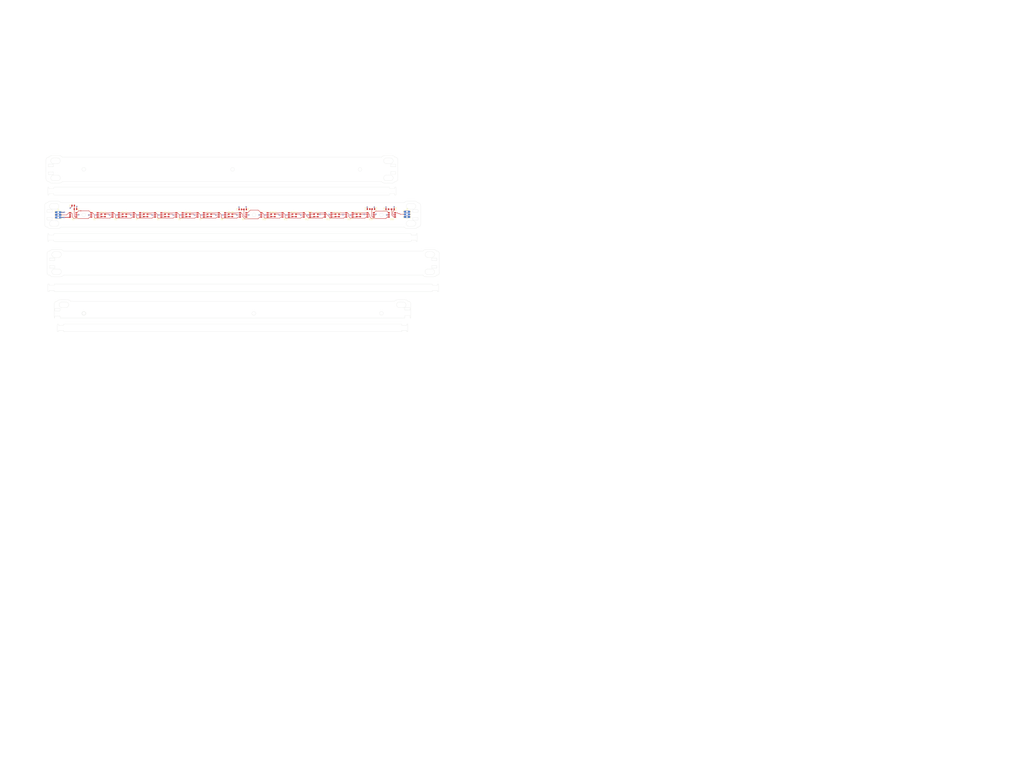
<source format=kicad_pcb>
(kicad_pcb (version 20171130) (host pcbnew "(5.0.0-3-g5ebb6b6)")
  (layers (0 F.Cu signal) (1 In1.Cu power) (2 In2.Cu power) (31 B.Cu signal) (34 B.Paste user) (35 F.Paste user) (36 B.SilkS user) (37 F.SilkS user) (38 B.Mask user) (39 F.Mask user) (44 Edge.Cuts user))
  (net 0 "")
  (net 1 +5V)
  (net 2 "Net-(D1-Pad4)")
  (net 3 GND)
  (net 4 "Net-(D10-Pad4)")
  (net 5 "Net-(D12-Pad3)")
  (net 6 "Net-(C12-Pad1)")
  (net 7 "Net-(C11-Pad1)")
  (net 8 "Net-(C10-Pad1)")
  (net 9 "Net-(C9-Pad1)")
  (net 10 "Net-(C8-Pad1)")
  (net 11 "Net-(C7-Pad1)")
  (net 12 "Net-(C6-Pad1)")
  (net 13 "Net-(C5-Pad1)")
  (net 14 "Net-(C4-Pad1)")
  (net 15 "Net-(C3-Pad1)")
  (net 16 "Net-(C2-Pad1)")
  (net 17 "Net-(C1-Pad1)")
  (net 18 "Net-(D2-Pad3)")
  (net 19 "Net-(D1-Pad3)")
  (net 20 "Net-(D3-Pad3)")
  (net 21 "Net-(D4-Pad3)")
  (net 22 "Net-(D5-Pad3)")
  (net 23 "Net-(D6-Pad3)")
  (net 24 "Net-(D7-Pad3)")
  (net 25 "Net-(D10-Pad6)")
  (net 26 "Net-(D10-Pad3)")
  (net 27 "Net-(D11-Pad3)")
  (net 28 "Net-(C16-Pad1)")
  (net 29 "Net-(C15-Pad1)")
  (net 30 "Net-(C14-Pad1)")
  (net 31 "Net-(C13-Pad1)")
  (net 32 "Net-(D13-Pad3)")
  (net 33 "Net-(D14-Pad3)")
  (net 34 "Net-(D15-Pad3)")
  (net 35 "Net-(D16-Pad3)")
  (module Resistor_SMD:R_0805_2012Metric (layer F.Cu) (at 320.38544 105.93578 180)
    (fp_text reference R16 (at -2.34442 0.13308 270) (layer F.SilkS))
    (fp_text value 330)
    (pad 2 smd roundrect (at 0.9375 0 180) (size 0.975 1.4) (layers F.Cu F.Paste F.Mask) (net 28 "Net-(C16-Pad1)"))
    (pad 1 smd roundrect (at -0.9375 0 180) (size 0.975 1.4) (layers F.Cu F.Paste F.Mask) (net 1 +5V))
  )
  (module Resistor_SMD:R_0805_2012Metric (layer F.Cu) (at 71.37654 105.8164 180)
    (fp_text reference R1 (at -2.3645 0 -90) (layer F.SilkS))
    (fp_text value 330)
    (pad 2 smd roundrect (at 0.9375 0 180) (size 0.975 1.4) (layers F.Cu F.Paste F.Mask) (net 17 "Net-(C1-Pad1)"))
    (pad 1 smd roundrect (at -0.9375 0 180) (size 0.975 1.4) (layers F.Cu F.Paste F.Mask) (net 1 +5V))
  )
  (module Capacitor_SMD:C_0805_2012Metric (layer F.Cu) (at 278.08682 110.77932 90)
    (fp_text reference C13 (at 2.34442 0.001 180) (layer F.SilkS))
    (fp_text value 100NF)
    (pad 1 smd roundrect (at -0.9375 0 90) (size 0.975 1.4) (layers F.Cu F.Paste F.Mask) (net 31 "Net-(C13-Pad1)"))
    (pad 2 smd roundrect (at 0.9375 0 90) (size 0.975 1.4) (layers F.Cu F.Paste F.Mask) (net 3 GND))
  )
  (module Capacitor_SMD:C_0805_2012Metric (layer F.Cu) (at 294.753486 110.77932 90)
    (fp_text reference C14 (at 2.34442 0.001 180) (layer F.SilkS))
    (fp_text value 100NF)
    (pad 2 smd roundrect (at 0.9375 0 90) (size 0.975 1.4) (layers F.Cu F.Paste F.Mask) (net 3 GND))
    (pad 1 smd roundrect (at -0.9375 0 90) (size 0.975 1.4) (layers F.Cu F.Paste F.Mask) (net 30 "Net-(C14-Pad1)"))
  )
  (module Capacitor_SMD:C_0805_2012Metric (layer F.Cu) (at 301.24654 105.8164 180)
    (fp_text reference C15 (at 2.34442 0.001 270) (layer F.SilkS))
    (fp_text value 100NF)
    (pad 1 smd roundrect (at -0.9375 0 180) (size 0.975 1.4) (layers F.Cu F.Paste F.Mask) (net 29 "Net-(C15-Pad1)"))
    (pad 2 smd roundrect (at 0.9375 0 180) (size 0.975 1.4) (layers F.Cu F.Paste F.Mask) (net 3 GND))
  )
  (module Capacitor_SMD:C_0805_2012Metric (layer F.Cu) (at 315.8744 105.91546 180)
    (fp_text reference C16 (at 2.34442 0.001 270) (layer F.SilkS))
    (fp_text value 100NF)
    (pad 2 smd roundrect (at 0.9375 0 180) (size 0.975 1.4) (layers F.Cu F.Paste F.Mask) (net 3 GND))
    (pad 1 smd roundrect (at -0.9375 0 180) (size 0.975 1.4) (layers F.Cu F.Paste F.Mask) (net 28 "Net-(C16-Pad1)"))
  )
  (module LED_SMD:LED_WS2812_PLCC6_5.0x5.0mm_P1.6mm (layer F.Cu) (at 319.597322 110.37316 180)
    (fp_text reference D16 (at 0 -3.5 180) (layer F.SilkS))
    (fp_text value WS2813)
    (pad 1 smd rect (at -2.45 -1.6 180) (size 1.5 1) (layers F.Cu F.Paste F.Mask) (net 28 "Net-(C16-Pad1)"))
    (pad 2 smd rect (at -2.45 0 180) (size 1.5 1) (layers F.Cu F.Paste F.Mask) (net 1 +5V))
    (pad 3 smd rect (at -2.45 1.6 180) (size 1.5 1) (layers F.Cu F.Paste F.Mask) (net 35 "Net-(D16-Pad3)"))
    (pad 6 smd rect (at 2.45 -1.6 180) (size 1.5 1) (layers F.Cu F.Paste F.Mask) (net 33 "Net-(D14-Pad3)"))
    (pad 5 smd rect (at 2.45 0 180) (size 1.5 1) (layers F.Cu F.Paste F.Mask) (net 3 GND))
    (pad 4 smd rect (at 2.45 1.6 180) (size 1.5 1) (layers F.Cu F.Paste F.Mask) (net 34 "Net-(D15-Pad3)"))
  )
  (module LED_SMD:LED_WS2812_PLCC6_5.0x5.0mm_P1.6mm (layer F.Cu) (at 302.930657 110.37316 180)
    (fp_text reference D15 (at 0 -3.5 180) (layer F.SilkS))
    (fp_text value WS2813)
    (pad 4 smd rect (at 2.45 1.6 180) (size 1.5 1) (layers F.Cu F.Paste F.Mask) (net 33 "Net-(D14-Pad3)"))
    (pad 5 smd rect (at 2.45 0 180) (size 1.5 1) (layers F.Cu F.Paste F.Mask) (net 3 GND))
    (pad 6 smd rect (at 2.45 -1.6 180) (size 1.5 1) (layers F.Cu F.Paste F.Mask) (net 32 "Net-(D13-Pad3)"))
    (pad 3 smd rect (at -2.45 1.6 180) (size 1.5 1) (layers F.Cu F.Paste F.Mask) (net 34 "Net-(D15-Pad3)"))
    (pad 2 smd rect (at -2.45 0 180) (size 1.5 1) (layers F.Cu F.Paste F.Mask) (net 1 +5V))
    (pad 1 smd rect (at -2.45 -1.6 180) (size 1.5 1) (layers F.Cu F.Paste F.Mask) (net 29 "Net-(C15-Pad1)"))
  )
  (module LED_SMD:LED_WS2812_PLCC6_5.0x5.0mm_P1.6mm (layer F.Cu) (at 286.263992 110.37316 180)
    (fp_text reference D14 (at 0 -3.5 180) (layer F.SilkS))
    (fp_text value WS2813)
    (pad 1 smd rect (at -2.45 -1.6 180) (size 1.5 1) (layers F.Cu F.Paste F.Mask) (net 30 "Net-(C14-Pad1)"))
    (pad 2 smd rect (at -2.45 0 180) (size 1.5 1) (layers F.Cu F.Paste F.Mask) (net 1 +5V))
    (pad 3 smd rect (at -2.45 1.6 180) (size 1.5 1) (layers F.Cu F.Paste F.Mask) (net 33 "Net-(D14-Pad3)"))
    (pad 6 smd rect (at 2.45 -1.6 180) (size 1.5 1) (layers F.Cu F.Paste F.Mask) (net 5 "Net-(D12-Pad3)"))
    (pad 5 smd rect (at 2.45 0 180) (size 1.5 1) (layers F.Cu F.Paste F.Mask) (net 3 GND))
    (pad 4 smd rect (at 2.45 1.6 180) (size 1.5 1) (layers F.Cu F.Paste F.Mask) (net 32 "Net-(D13-Pad3)"))
  )
  (module LED_SMD:LED_WS2812_PLCC6_5.0x5.0mm_P1.6mm (layer F.Cu) (at 269.597327 110.37316 180)
    (fp_text reference D13 (at 0 -3.5 180) (layer F.SilkS))
    (fp_text value WS2813)
    (pad 4 smd rect (at 2.45 1.6 180) (size 1.5 1) (layers F.Cu F.Paste F.Mask) (net 5 "Net-(D12-Pad3)"))
    (pad 5 smd rect (at 2.45 0 180) (size 1.5 1) (layers F.Cu F.Paste F.Mask) (net 3 GND))
    (pad 6 smd rect (at 2.45 -1.6 180) (size 1.5 1) (layers F.Cu F.Paste F.Mask) (net 27 "Net-(D11-Pad3)"))
    (pad 3 smd rect (at -2.45 1.6 180) (size 1.5 1) (layers F.Cu F.Paste F.Mask) (net 32 "Net-(D13-Pad3)"))
    (pad 2 smd rect (at -2.45 0 180) (size 1.5 1) (layers F.Cu F.Paste F.Mask) (net 1 +5V))
    (pad 1 smd rect (at -2.45 -1.6 180) (size 1.5 1) (layers F.Cu F.Paste F.Mask) (net 31 "Net-(C13-Pad1)"))
  )
  (module Resistor_SMD:R_0805_2012Metric (layer F.Cu) (at 275.34616 110.77932 270)
    (fp_text reference R13 (at -2.34442 0.13308) (layer F.SilkS))
    (fp_text value 330)
    (pad 1 smd roundrect (at -0.9375 0 270) (size 0.975 1.4) (layers F.Cu F.Paste F.Mask) (net 1 +5V))
    (pad 2 smd roundrect (at 0.9375 0 270) (size 0.975 1.4) (layers F.Cu F.Paste F.Mask) (net 31 "Net-(C13-Pad1)"))
  )
  (module Resistor_SMD:R_0805_2012Metric (layer F.Cu) (at 292.012826 110.77932 270)
    (fp_text reference R14 (at -2.34442 0.13308) (layer F.SilkS))
    (fp_text value 330)
    (pad 2 smd roundrect (at 0.9375 0 270) (size 0.975 1.4) (layers F.Cu F.Paste F.Mask) (net 30 "Net-(C14-Pad1)"))
    (pad 1 smd roundrect (at -0.9375 0 270) (size 0.975 1.4) (layers F.Cu F.Paste F.Mask) (net 1 +5V))
  )
  (module Resistor_SMD:R_0805_2012Metric (layer F.Cu) (at 305.05654 105.8164 180)
    (fp_text reference R15 (at -2.34442 0.13308 -90) (layer F.SilkS))
    (fp_text value 330)
    (pad 1 smd roundrect (at -0.9375 0 180) (size 0.975 1.4) (layers F.Cu F.Paste F.Mask) (net 1 +5V))
    (pad 2 smd roundrect (at 0.9375 0 180) (size 0.975 1.4) (layers F.Cu F.Paste F.Mask) (net 29 "Net-(C15-Pad1)"))
  )
  (module YonaFootprints:1x3_18awgWireSolderPad-5mm (layer F.Cu) (at 57.8612 108.31576)
    (fp_text reference J1 (at 0 -2.159) (layer F.SilkS))
    (fp_text value IN)
    (pad 3 thru_hole oval (at 0 4.064) (size 5.08 1.524) (drill oval 1.27) (layers *.Cu *.Mask) (net 3 GND))
    (pad 2 thru_hole oval (at 0 2.032) (size 5.08 1.524) (drill oval 1.27) (layers *.Cu *.Mask) (net 2 "Net-(D1-Pad4)"))
    (pad 1 thru_hole oval (at 0 0) (size 5.08 1.524) (drill oval 1.27) (layers *.Cu *.Mask) (net 1 +5V))
  )
  (module Capacitor_SMD:C_0805_2012Metric (layer F.Cu) (at 194.425452 110.77932 90)
    (fp_text reference C8 (at 2.54 -0.126 180) (layer F.SilkS))
    (fp_text value 100NF)
    (pad 2 smd roundrect (at 0.9375 0 90) (size 0.975 1.4) (layers F.Cu F.Paste F.Mask) (net 3 GND))
    (pad 1 smd roundrect (at -0.9375 0 90) (size 0.975 1.4) (layers F.Cu F.Paste F.Mask) (net 10 "Net-(C8-Pad1)"))
  )
  (module Capacitor_SMD:C_0805_2012Metric (layer F.Cu) (at 200.66254 106.0704 180)
    (fp_text reference C9 (at 2.54 -0.126 270) (layer F.SilkS))
    (fp_text value 100NF)
    (pad 2 smd roundrect (at 0.9375 0 180) (size 0.975 1.4) (layers F.Cu F.Paste F.Mask) (net 3 GND))
    (pad 1 smd roundrect (at -0.9375 0 180) (size 0.975 1.4) (layers F.Cu F.Paste F.Mask) (net 9 "Net-(C9-Pad1)"))
  )
  (module Capacitor_SMD:C_0805_2012Metric (layer F.Cu) (at 227.717924 110.77932 90)
    (fp_text reference C10 (at 2.54 -0.126 180) (layer F.SilkS))
    (fp_text value 100NF)
    (pad 2 smd roundrect (at 0.9375 0 90) (size 0.975 1.4) (layers F.Cu F.Paste F.Mask) (net 3 GND))
    (pad 1 smd roundrect (at -0.9375 0 90) (size 0.975 1.4) (layers F.Cu F.Paste F.Mask) (net 8 "Net-(C10-Pad1)"))
  )
  (module Capacitor_SMD:C_0805_2012Metric (layer F.Cu) (at 244.36416 110.77932 90)
    (fp_text reference C11 (at 2.54 -0.126 180) (layer F.SilkS))
    (fp_text value 100NF)
    (pad 2 smd roundrect (at 0.9375 0 90) (size 0.975 1.4) (layers F.Cu F.Paste F.Mask) (net 3 GND))
    (pad 1 smd roundrect (at -0.9375 0 90) (size 0.975 1.4) (layers F.Cu F.Paste F.Mask) (net 7 "Net-(C11-Pad1)"))
  )
  (module Capacitor_SMD:C_0805_2012Metric (layer F.Cu) (at 261.4653 110.77932 90)
    (fp_text reference C12 (at 2.6185 -0.0485 180) (layer F.SilkS))
    (fp_text value 100NF)
    (pad 2 smd roundrect (at 0.9375 0 90) (size 0.975 1.4) (layers F.Cu F.Paste F.Mask) (net 3 GND))
    (pad 1 smd roundrect (at -0.9375 0 90) (size 0.975 1.4) (layers F.Cu F.Paste F.Mask) (net 6 "Net-(C12-Pad1)"))
  )
  (module LED_SMD:LED_WS2812_PLCC6_5.0x5.0mm_P1.6mm (layer F.Cu) (at 69.60616 110.37316 180)
    (fp_text reference D1 (at 0 -3.5 180) (layer F.SilkS))
    (fp_text value WS2813)
    (pad 1 smd rect (at -2.45 -1.6 180) (size 1.5 1) (layers F.Cu F.Paste F.Mask) (net 17 "Net-(C1-Pad1)"))
    (pad 2 smd rect (at -2.45 0 180) (size 1.5 1) (layers F.Cu F.Paste F.Mask) (net 1 +5V))
    (pad 3 smd rect (at -2.45 1.6 180) (size 1.5 1) (layers F.Cu F.Paste F.Mask) (net 19 "Net-(D1-Pad3)"))
    (pad 6 smd rect (at 2.45 -1.6 180) (size 1.5 1) (layers F.Cu F.Paste F.Mask) (net 3 GND))
    (pad 5 smd rect (at 2.45 0 180) (size 1.5 1) (layers F.Cu F.Paste F.Mask) (net 3 GND))
    (pad 4 smd rect (at 2.45 1.6 180) (size 1.5 1) (layers F.Cu F.Paste F.Mask) (net 2 "Net-(D1-Pad4)"))
  )
  (module LED_SMD:LED_WS2812_PLCC6_5.0x5.0mm_P1.6mm (layer F.Cu) (at 86.272023 110.37316 180)
    (fp_text reference D2 (at 0 -3.5 180) (layer F.SilkS))
    (fp_text value WS2813)
    (pad 1 smd rect (at -2.45 -1.6 180) (size 1.5 1) (layers F.Cu F.Paste F.Mask) (net 16 "Net-(C2-Pad1)"))
    (pad 2 smd rect (at -2.45 0 180) (size 1.5 1) (layers F.Cu F.Paste F.Mask) (net 1 +5V))
    (pad 3 smd rect (at -2.45 1.6 180) (size 1.5 1) (layers F.Cu F.Paste F.Mask) (net 18 "Net-(D2-Pad3)"))
    (pad 6 smd rect (at 2.45 -1.6 180) (size 1.5 1) (layers F.Cu F.Paste F.Mask) (net 2 "Net-(D1-Pad4)"))
    (pad 5 smd rect (at 2.45 0 180) (size 1.5 1) (layers F.Cu F.Paste F.Mask) (net 3 GND))
    (pad 4 smd rect (at 2.45 1.6 180) (size 1.5 1) (layers F.Cu F.Paste F.Mask) (net 19 "Net-(D1-Pad3)"))
  )
  (module LED_SMD:LED_WS2812_PLCC6_5.0x5.0mm_P1.6mm (layer F.Cu) (at 252.93066 110.37316 180)
    (fp_text reference D12 (at 0 -3.5 180) (layer F.SilkS))
    (fp_text value WS2813)
    (pad 1 smd rect (at -2.45 -1.6 180) (size 1.5 1) (layers F.Cu F.Paste F.Mask) (net 6 "Net-(C12-Pad1)"))
    (pad 2 smd rect (at -2.45 0 180) (size 1.5 1) (layers F.Cu F.Paste F.Mask) (net 1 +5V))
    (pad 3 smd rect (at -2.45 1.6 180) (size 1.5 1) (layers F.Cu F.Paste F.Mask) (net 5 "Net-(D12-Pad3)"))
    (pad 6 smd rect (at 2.45 -1.6 180) (size 1.5 1) (layers F.Cu F.Paste F.Mask) (net 26 "Net-(D10-Pad3)"))
    (pad 5 smd rect (at 2.45 0 180) (size 1.5 1) (layers F.Cu F.Paste F.Mask) (net 3 GND))
    (pad 4 smd rect (at 2.45 1.6 180) (size 1.5 1) (layers F.Cu F.Paste F.Mask) (net 27 "Net-(D11-Pad3)"))
  )
  (module LED_SMD:LED_WS2812_PLCC6_5.0x5.0mm_P1.6mm (layer F.Cu) (at 236.26479 110.37316 180)
    (fp_text reference D11 (at 0 -3.5 180) (layer F.SilkS))
    (fp_text value WS2813)
    (pad 1 smd rect (at -2.45 -1.6 180) (size 1.5 1) (layers F.Cu F.Paste F.Mask) (net 7 "Net-(C11-Pad1)"))
    (pad 2 smd rect (at -2.45 0 180) (size 1.5 1) (layers F.Cu F.Paste F.Mask) (net 1 +5V))
    (pad 3 smd rect (at -2.45 1.6 180) (size 1.5 1) (layers F.Cu F.Paste F.Mask) (net 27 "Net-(D11-Pad3)"))
    (pad 6 smd rect (at 2.45 -1.6 180) (size 1.5 1) (layers F.Cu F.Paste F.Mask) (net 4 "Net-(D10-Pad4)"))
    (pad 5 smd rect (at 2.45 0 180) (size 1.5 1) (layers F.Cu F.Paste F.Mask) (net 3 GND))
    (pad 4 smd rect (at 2.45 1.6 180) (size 1.5 1) (layers F.Cu F.Paste F.Mask) (net 26 "Net-(D10-Pad3)"))
  )
  (module LED_SMD:LED_WS2812_PLCC6_5.0x5.0mm_P1.6mm (layer F.Cu) (at 219.598927 110.37316 180)
    (fp_text reference D10 (at 0 -3.5 180) (layer F.SilkS))
    (fp_text value WS2813)
    (pad 1 smd rect (at -2.45 -1.6 180) (size 1.5 1) (layers F.Cu F.Paste F.Mask) (net 8 "Net-(C10-Pad1)"))
    (pad 2 smd rect (at -2.45 0 180) (size 1.5 1) (layers F.Cu F.Paste F.Mask) (net 1 +5V))
    (pad 3 smd rect (at -2.45 1.6 180) (size 1.5 1) (layers F.Cu F.Paste F.Mask) (net 26 "Net-(D10-Pad3)"))
    (pad 6 smd rect (at 2.45 -1.6 180) (size 1.5 1) (layers F.Cu F.Paste F.Mask) (net 25 "Net-(D10-Pad6)"))
    (pad 5 smd rect (at 2.45 0 180) (size 1.5 1) (layers F.Cu F.Paste F.Mask) (net 3 GND))
    (pad 4 smd rect (at 2.45 1.6 180) (size 1.5 1) (layers F.Cu F.Paste F.Mask) (net 4 "Net-(D10-Pad4)"))
  )
  (module LED_SMD:LED_WS2812_PLCC6_5.0x5.0mm_P1.6mm (layer F.Cu) (at 202.933064 110.37316 180)
    (fp_text reference D9 (at 0 -3.5 180) (layer F.SilkS))
    (fp_text value WS2813)
    (pad 1 smd rect (at -2.45 -1.6 180) (size 1.5 1) (layers F.Cu F.Paste F.Mask) (net 9 "Net-(C9-Pad1)"))
    (pad 2 smd rect (at -2.45 0 180) (size 1.5 1) (layers F.Cu F.Paste F.Mask) (net 1 +5V))
    (pad 3 smd rect (at -2.45 1.6 180) (size 1.5 1) (layers F.Cu F.Paste F.Mask) (net 4 "Net-(D10-Pad4)"))
    (pad 6 smd rect (at 2.45 -1.6 180) (size 1.5 1) (layers F.Cu F.Paste F.Mask) (net 24 "Net-(D7-Pad3)"))
    (pad 5 smd rect (at 2.45 0 180) (size 1.5 1) (layers F.Cu F.Paste F.Mask) (net 3 GND))
    (pad 4 smd rect (at 2.45 1.6 180) (size 1.5 1) (layers F.Cu F.Paste F.Mask) (net 25 "Net-(D10-Pad6)"))
  )
  (module LED_SMD:LED_WS2812_PLCC6_5.0x5.0mm_P1.6mm (layer F.Cu) (at 186.267201 110.37316 180)
    (fp_text reference D8 (at 0 -3.5 180) (layer F.SilkS))
    (fp_text value WS2813)
    (pad 1 smd rect (at -2.45 -1.6 180) (size 1.5 1) (layers F.Cu F.Paste F.Mask) (net 10 "Net-(C8-Pad1)"))
    (pad 2 smd rect (at -2.45 0 180) (size 1.5 1) (layers F.Cu F.Paste F.Mask) (net 1 +5V))
    (pad 3 smd rect (at -2.45 1.6 180) (size 1.5 1) (layers F.Cu F.Paste F.Mask) (net 25 "Net-(D10-Pad6)"))
    (pad 6 smd rect (at 2.45 -1.6 180) (size 1.5 1) (layers F.Cu F.Paste F.Mask) (net 23 "Net-(D6-Pad3)"))
    (pad 5 smd rect (at 2.45 0 180) (size 1.5 1) (layers F.Cu F.Paste F.Mask) (net 3 GND))
    (pad 4 smd rect (at 2.45 1.6 180) (size 1.5 1) (layers F.Cu F.Paste F.Mask) (net 24 "Net-(D7-Pad3)"))
  )
  (module LED_SMD:LED_WS2812_PLCC6_5.0x5.0mm_P1.6mm (layer F.Cu) (at 169.601338 110.37316 180)
    (fp_text reference D7 (at 0 -3.5 180) (layer F.SilkS))
    (fp_text value WS2813)
    (pad 1 smd rect (at -2.45 -1.6 180) (size 1.5 1) (layers F.Cu F.Paste F.Mask) (net 11 "Net-(C7-Pad1)"))
    (pad 2 smd rect (at -2.45 0 180) (size 1.5 1) (layers F.Cu F.Paste F.Mask) (net 1 +5V))
    (pad 3 smd rect (at -2.45 1.6 180) (size 1.5 1) (layers F.Cu F.Paste F.Mask) (net 24 "Net-(D7-Pad3)"))
    (pad 6 smd rect (at 2.45 -1.6 180) (size 1.5 1) (layers F.Cu F.Paste F.Mask) (net 22 "Net-(D5-Pad3)"))
    (pad 5 smd rect (at 2.45 0 180) (size 1.5 1) (layers F.Cu F.Paste F.Mask) (net 3 GND))
    (pad 4 smd rect (at 2.45 1.6 180) (size 1.5 1) (layers F.Cu F.Paste F.Mask) (net 23 "Net-(D6-Pad3)"))
  )
  (module LED_SMD:LED_WS2812_PLCC6_5.0x5.0mm_P1.6mm (layer F.Cu) (at 152.935475 110.37316 180)
    (fp_text reference D6 (at 0 -3.5 180) (layer F.SilkS))
    (fp_text value WS2813)
    (pad 1 smd rect (at -2.45 -1.6 180) (size 1.5 1) (layers F.Cu F.Paste F.Mask) (net 12 "Net-(C6-Pad1)"))
    (pad 2 smd rect (at -2.45 0 180) (size 1.5 1) (layers F.Cu F.Paste F.Mask) (net 1 +5V))
    (pad 3 smd rect (at -2.45 1.6 180) (size 1.5 1) (layers F.Cu F.Paste F.Mask) (net 23 "Net-(D6-Pad3)"))
    (pad 6 smd rect (at 2.45 -1.6 180) (size 1.5 1) (layers F.Cu F.Paste F.Mask) (net 21 "Net-(D4-Pad3)"))
    (pad 5 smd rect (at 2.45 0 180) (size 1.5 1) (layers F.Cu F.Paste F.Mask) (net 3 GND))
    (pad 4 smd rect (at 2.45 1.6 180) (size 1.5 1) (layers F.Cu F.Paste F.Mask) (net 22 "Net-(D5-Pad3)"))
  )
  (module LED_SMD:LED_WS2812_PLCC6_5.0x5.0mm_P1.6mm (layer F.Cu) (at 136.269612 110.37316 180)
    (fp_text reference D5 (at 0 -3.5 180) (layer F.SilkS))
    (fp_text value WS2813)
    (pad 1 smd rect (at -2.45 -1.6 180) (size 1.5 1) (layers F.Cu F.Paste F.Mask) (net 13 "Net-(C5-Pad1)"))
    (pad 2 smd rect (at -2.45 0 180) (size 1.5 1) (layers F.Cu F.Paste F.Mask) (net 1 +5V))
    (pad 3 smd rect (at -2.45 1.6 180) (size 1.5 1) (layers F.Cu F.Paste F.Mask) (net 22 "Net-(D5-Pad3)"))
    (pad 6 smd rect (at 2.45 -1.6 180) (size 1.5 1) (layers F.Cu F.Paste F.Mask) (net 20 "Net-(D3-Pad3)"))
    (pad 5 smd rect (at 2.45 0 180) (size 1.5 1) (layers F.Cu F.Paste F.Mask) (net 3 GND))
    (pad 4 smd rect (at 2.45 1.6 180) (size 1.5 1) (layers F.Cu F.Paste F.Mask) (net 21 "Net-(D4-Pad3)"))
  )
  (module LED_SMD:LED_WS2812_PLCC6_5.0x5.0mm_P1.6mm (layer F.Cu) (at 119.603749 110.37316 180)
    (fp_text reference D4 (at 0 -3.5 180) (layer F.SilkS))
    (fp_text value WS2813)
    (pad 1 smd rect (at -2.45 -1.6 180) (size 1.5 1) (layers F.Cu F.Paste F.Mask) (net 14 "Net-(C4-Pad1)"))
    (pad 2 smd rect (at -2.45 0 180) (size 1.5 1) (layers F.Cu F.Paste F.Mask) (net 1 +5V))
    (pad 3 smd rect (at -2.45 1.6 180) (size 1.5 1) (layers F.Cu F.Paste F.Mask) (net 21 "Net-(D4-Pad3)"))
    (pad 6 smd rect (at 2.45 -1.6 180) (size 1.5 1) (layers F.Cu F.Paste F.Mask) (net 18 "Net-(D2-Pad3)"))
    (pad 5 smd rect (at 2.45 0 180) (size 1.5 1) (layers F.Cu F.Paste F.Mask) (net 3 GND))
    (pad 4 smd rect (at 2.45 1.6 180) (size 1.5 1) (layers F.Cu F.Paste F.Mask) (net 20 "Net-(D3-Pad3)"))
  )
  (module LED_SMD:LED_WS2812_PLCC6_5.0x5.0mm_P1.6mm (layer F.Cu) (at 102.937886 110.37316 180)
    (fp_text reference D3 (at 0 -3.5 180) (layer F.SilkS))
    (fp_text value WS2813)
    (pad 1 smd rect (at -2.45 -1.6 180) (size 1.5 1) (layers F.Cu F.Paste F.Mask) (net 15 "Net-(C3-Pad1)"))
    (pad 2 smd rect (at -2.45 0 180) (size 1.5 1) (layers F.Cu F.Paste F.Mask) (net 1 +5V))
    (pad 3 smd rect (at -2.45 1.6 180) (size 1.5 1) (layers F.Cu F.Paste F.Mask) (net 20 "Net-(D3-Pad3)"))
    (pad 6 smd rect (at 2.45 -1.6 180) (size 1.5 1) (layers F.Cu F.Paste F.Mask) (net 19 "Net-(D1-Pad3)"))
    (pad 5 smd rect (at 2.45 0 180) (size 1.5 1) (layers F.Cu F.Paste F.Mask) (net 3 GND))
    (pad 4 smd rect (at 2.45 1.6 180) (size 1.5 1) (layers F.Cu F.Paste F.Mask) (net 18 "Net-(D2-Pad3)"))
  )
  (module Resistor_SMD:R_0805_2012Metric (layer F.Cu) (at 91.754036 110.77932 270)
    (fp_text reference R2 (at -2.54 -0.126) (layer F.SilkS))
    (fp_text value 330)
    (pad 2 smd roundrect (at 0.9375 0 270) (size 0.975 1.4) (layers F.Cu F.Paste F.Mask) (net 16 "Net-(C2-Pad1)"))
    (pad 1 smd roundrect (at -0.9375 0 270) (size 0.975 1.4) (layers F.Cu F.Paste F.Mask) (net 1 +5V))
  )
  (module Resistor_SMD:R_0805_2012Metric (layer F.Cu) (at 108.400272 110.77932 270)
    (fp_text reference R3 (at -2.54 -0.126) (layer F.SilkS))
    (fp_text value 330)
    (pad 2 smd roundrect (at 0.9375 0 270) (size 0.975 1.4) (layers F.Cu F.Paste F.Mask) (net 15 "Net-(C3-Pad1)"))
    (pad 1 smd roundrect (at -0.9375 0 270) (size 0.975 1.4) (layers F.Cu F.Paste F.Mask) (net 1 +5V))
  )
  (module Resistor_SMD:R_0805_2012Metric (layer F.Cu) (at 125.046508 110.77932 270)
    (fp_text reference R4 (at -2.54 -0.126) (layer F.SilkS))
    (fp_text value 330)
    (pad 2 smd roundrect (at 0.9375 0 270) (size 0.975 1.4) (layers F.Cu F.Paste F.Mask) (net 14 "Net-(C4-Pad1)"))
    (pad 1 smd roundrect (at -0.9375 0 270) (size 0.975 1.4) (layers F.Cu F.Paste F.Mask) (net 1 +5V))
  )
  (module Resistor_SMD:R_0805_2012Metric (layer F.Cu) (at 141.692744 110.77932 270)
    (fp_text reference R5 (at -2.54 -0.126) (layer F.SilkS))
    (fp_text value 330)
    (pad 2 smd roundrect (at 0.9375 0 270) (size 0.975 1.4) (layers F.Cu F.Paste F.Mask) (net 13 "Net-(C5-Pad1)"))
    (pad 1 smd roundrect (at -0.9375 0 270) (size 0.975 1.4) (layers F.Cu F.Paste F.Mask) (net 1 +5V))
  )
  (module Resistor_SMD:R_0805_2012Metric (layer F.Cu) (at 158.33898 110.77932 270)
    (fp_text reference R6 (at -2.54 -0.126) (layer F.SilkS))
    (fp_text value 330)
    (pad 2 smd roundrect (at 0.9375 0 270) (size 0.975 1.4) (layers F.Cu F.Paste F.Mask) (net 12 "Net-(C6-Pad1)"))
    (pad 1 smd roundrect (at -0.9375 0 270) (size 0.975 1.4) (layers F.Cu F.Paste F.Mask) (net 1 +5V))
  )
  (module Resistor_SMD:R_0805_2012Metric (layer F.Cu) (at 174.985216 110.77932 270)
    (fp_text reference R7 (at -2.54 -0.126) (layer F.SilkS))
    (fp_text value 330)
    (pad 2 smd roundrect (at 0.9375 0 270) (size 0.975 1.4) (layers F.Cu F.Paste F.Mask) (net 11 "Net-(C7-Pad1)"))
    (pad 1 smd roundrect (at -0.9375 0 270) (size 0.975 1.4) (layers F.Cu F.Paste F.Mask) (net 1 +5V))
  )
  (module Resistor_SMD:R_0805_2012Metric (layer F.Cu) (at 191.631452 110.77932 270)
    (fp_text reference R8 (at -2.54 -0.126) (layer F.SilkS))
    (fp_text value 330)
    (pad 2 smd roundrect (at 0.9375 0 270) (size 0.975 1.4) (layers F.Cu F.Paste F.Mask) (net 10 "Net-(C8-Pad1)"))
    (pad 1 smd roundrect (at -0.9375 0 270) (size 0.975 1.4) (layers F.Cu F.Paste F.Mask) (net 1 +5V))
  )
  (module Resistor_SMD:R_0805_2012Metric (layer F.Cu) (at 204.47254 106.0704 180)
    (fp_text reference R9 (at -2.54 -0.126 -90) (layer F.SilkS))
    (fp_text value 330)
    (pad 2 smd roundrect (at 0.9375 0 180) (size 0.975 1.4) (layers F.Cu F.Paste F.Mask) (net 9 "Net-(C9-Pad1)"))
    (pad 1 smd roundrect (at -0.9375 0 180) (size 0.975 1.4) (layers F.Cu F.Paste F.Mask) (net 1 +5V))
  )
  (module Resistor_SMD:R_0805_2012Metric (layer F.Cu) (at 224.923924 110.77932 270)
    (fp_text reference R10 (at -2.54 -0.126) (layer F.SilkS))
    (fp_text value 330)
    (pad 2 smd roundrect (at 0.9375 0 270) (size 0.975 1.4) (layers F.Cu F.Paste F.Mask) (net 8 "Net-(C10-Pad1)"))
    (pad 1 smd roundrect (at -0.9375 0 270) (size 0.975 1.4) (layers F.Cu F.Paste F.Mask) (net 1 +5V))
  )
  (module Resistor_SMD:R_0805_2012Metric (layer F.Cu) (at 241.57016 110.77932 270)
    (fp_text reference R11 (at -2.54 -0.126) (layer F.SilkS))
    (fp_text value 330)
    (pad 2 smd roundrect (at 0.9375 0 270) (size 0.975 1.4) (layers F.Cu F.Paste F.Mask) (net 7 "Net-(C11-Pad1)"))
    (pad 1 smd roundrect (at -0.9375 0 270) (size 0.975 1.4) (layers F.Cu F.Paste F.Mask) (net 1 +5V))
  )
  (module Resistor_SMD:R_0805_2012Metric (layer F.Cu) (at 258.5743 110.77932 270)
    (fp_text reference R12 (at -2.54 3.175) (layer F.SilkS))
    (fp_text value 330)
    (pad 2 smd roundrect (at 0.9375 0 270) (size 0.975 1.4) (layers F.Cu F.Paste F.Mask) (net 6 "Net-(C12-Pad1)"))
    (pad 1 smd roundrect (at -0.9375 0 270) (size 0.975 1.4) (layers F.Cu F.Paste F.Mask) (net 1 +5V))
  )
  (module Capacitor_SMD:C_0805_2012Metric (layer F.Cu) (at 177.779216 110.77932 90)
    (fp_text reference C7 (at 2.54 -0.126 180) (layer F.SilkS))
    (fp_text value 100NF)
    (pad 2 smd roundrect (at 0.9375 0 90) (size 0.975 1.4) (layers F.Cu F.Paste F.Mask) (net 3 GND))
    (pad 1 smd roundrect (at -0.9375 0 90) (size 0.975 1.4) (layers F.Cu F.Paste F.Mask) (net 11 "Net-(C7-Pad1)"))
  )
  (module Capacitor_SMD:C_0805_2012Metric (layer F.Cu) (at 161.13298 110.77932 90)
    (fp_text reference C6 (at 2.54 -0.126 180) (layer F.SilkS))
    (fp_text value 100NF)
    (pad 2 smd roundrect (at 0.9375 0 90) (size 0.975 1.4) (layers F.Cu F.Paste F.Mask) (net 3 GND))
    (pad 1 smd roundrect (at -0.9375 0 90) (size 0.975 1.4) (layers F.Cu F.Paste F.Mask) (net 12 "Net-(C6-Pad1)"))
  )
  (module Capacitor_SMD:C_0805_2012Metric (layer F.Cu) (at 144.486744 110.77932 90)
    (fp_text reference C5 (at 2.54 -0.126 180) (layer F.SilkS))
    (fp_text value 100NF)
    (pad 2 smd roundrect (at 0.9375 0 90) (size 0.975 1.4) (layers F.Cu F.Paste F.Mask) (net 3 GND))
    (pad 1 smd roundrect (at -0.9375 0 90) (size 0.975 1.4) (layers F.Cu F.Paste F.Mask) (net 13 "Net-(C5-Pad1)"))
  )
  (module Capacitor_SMD:C_0805_2012Metric (layer F.Cu) (at 127.840508 110.77932 90)
    (fp_text reference C4 (at 2.54 -0.126 180) (layer F.SilkS))
    (fp_text value 100NF)
    (pad 2 smd roundrect (at 0.9375 0 90) (size 0.975 1.4) (layers F.Cu F.Paste F.Mask) (net 3 GND))
    (pad 1 smd roundrect (at -0.9375 0 90) (size 0.975 1.4) (layers F.Cu F.Paste F.Mask) (net 14 "Net-(C4-Pad1)"))
  )
  (module Capacitor_SMD:C_0805_2012Metric (layer F.Cu) (at 111.194272 110.77932 90)
    (fp_text reference C3 (at 2.54 -0.126 180) (layer F.SilkS))
    (fp_text value 100NF)
    (pad 2 smd roundrect (at 0.9375 0 90) (size 0.975 1.4) (layers F.Cu F.Paste F.Mask) (net 3 GND))
    (pad 1 smd roundrect (at -0.9375 0 90) (size 0.975 1.4) (layers F.Cu F.Paste F.Mask) (net 15 "Net-(C3-Pad1)"))
  )
  (module Capacitor_SMD:C_0805_2012Metric (layer F.Cu) (at 94.548036 110.77932 90)
    (fp_text reference C2 (at 2.54 -0.126 180) (layer F.SilkS))
    (fp_text value 100NF)
    (pad 2 smd roundrect (at 0.9375 0 90) (size 0.975 1.4) (layers F.Cu F.Paste F.Mask) (net 3 GND))
    (pad 1 smd roundrect (at -0.9375 0 90) (size 0.975 1.4) (layers F.Cu F.Paste F.Mask) (net 16 "Net-(C2-Pad1)"))
  )
  (module Capacitor_SMD:C_0805_2012Metric (layer F.Cu) (at 69.59854 103.0224 180)
    (fp_text reference C1 (at 2.4615 0 270) (layer F.SilkS))
    (fp_text value 100NF)
    (pad 2 smd roundrect (at 0.9375 0 180) (size 0.975 1.4) (layers F.Cu F.Paste F.Mask) (net 3 GND))
    (pad 1 smd roundrect (at -0.9375 0 180) (size 0.975 1.4) (layers F.Cu F.Paste F.Mask) (net 17 "Net-(C1-Pad1)"))
  )
  (module YonaFootprints:1x3_18awgWireSolderPad-5mm (layer F.Cu) (at 331.4065 107.8865)
    (fp_text reference J2 (at 0 -2.159) (layer F.SilkS))
    (fp_text value OUT)
    (pad 3 thru_hole oval (at 0 4.064) (size 5.08 1.524) (drill oval 1.27) (layers *.Cu *.Mask) (net 3 GND))
    (pad 2 thru_hole oval (at 0 2.032) (size 5.08 1.524) (drill oval 1.27) (layers *.Cu *.Mask) (net 35 "Net-(D16-Pad3)"))
    (pad 1 thru_hole oval (at 0 0) (size 5.08 1.524) (drill oval 1.27) (layers *.Cu *.Mask) (net 1 +5V))
  )
  (gr_circle (center 211.24926 187.72632) (end 212.72246 187.72632) (layer Edge.Cuts) (width 0.1))
  (gr_circle (center 311.3405 187.6425) (end 312.8137 187.6425) (layer Edge.Cuts) (width 0.1))
  (gr_circle (center 311.277 110.363) (end 312.7502 110.363) (layer Edge.Cuts) (width 0.1))
  (gr_circle (center 294.5765 74.676) (end 296.0497 74.676) (layer Edge.Cuts) (width 0.1))
  (gr_circle (center 194.6275 74.6125) (end 196.1007 74.6125) (layer Edge.Cuts) (width 0.1))
  (gr_circle (center 211.45246 110.38078) (end 212.92566 110.38078) (layer Edge.Cuts) (width 0.1))
  (gr_circle (center 77.9145 187.706) (end 79.3877 187.706) (layer Edge.Cuts) (width 0.1))
  (gr_circle (center 77.9145 74.6125) (end 79.3877 74.6125) (layer Edge.Cuts) (width 0.1))
  (gr_circle (center 77.9145 110.363) (end 79.3877 110.363) (layer Edge.Cuts) (width 0.1))
  (gr_circle (center 77.98816 187.66282) (end 79.46136 187.66282) (layer Edge.Cuts) (width 0.1))
  (gr_line (start 325.417808 183.188358) (end 324.722801 183.078358) (layer F.SilkS) (width 0.01))
  (gr_line (start 324.722801 183.078358) (end 324.095817 182.759058) (layer F.SilkS) (width 0.01))
  (gr_line (start 324.095817 182.759058) (end 323.598808 182.261759) (layer F.SilkS) (width 0.01))
  (gr_line (start 323.598808 182.261759) (end 323.279808 181.635058) (layer F.SilkS) (width 0.01))
  (gr_line (start 323.279808 181.635058) (end 323.169822 180.940458) (layer F.SilkS) (width 0.01))
  (gr_line (start 323.169822 180.940458) (end 323.279808 180.245859) (layer F.SilkS) (width 0.01))
  (gr_line (start 323.279808 180.245859) (end 323.598808 179.619158) (layer F.SilkS) (width 0.01))
  (gr_line (start 323.598808 179.619158) (end 324.095817 179.121859) (layer F.SilkS) (width 0.01))
  (gr_line (start 324.095817 179.121859) (end 324.722801 178.802559) (layer F.SilkS) (width 0.01))
  (gr_line (start 324.722801 178.802559) (end 325.417808 178.692558) (layer F.SilkS) (width 0.01))
  (gr_line (start 325.417808 178.692558) (end 328.417808 178.692558) (layer F.SilkS) (width 0.01))
  (gr_line (start 328.417808 178.692558) (end 329.111809 178.802559) (layer F.SilkS) (width 0.01))
  (gr_line (start 329.111809 178.802559) (end 329.738823 179.121859) (layer F.SilkS) (width 0.01))
  (gr_line (start 329.738823 179.121859) (end 330.235801 179.619158) (layer F.SilkS) (width 0.01))
  (gr_line (start 330.235801 179.619158) (end 330.554802 180.245859) (layer F.SilkS) (width 0.01))
  (gr_line (start 330.554802 180.245859) (end 330.664818 180.940458) (layer F.SilkS) (width 0.01))
  (gr_line (start 330.664818 180.940458) (end 330.554802 181.635058) (layer F.SilkS) (width 0.01))
  (gr_line (start 330.554802 181.635058) (end 330.235801 182.261759) (layer F.SilkS) (width 0.01))
  (gr_line (start 330.235801 182.261759) (end 329.738823 182.759058) (layer F.SilkS) (width 0.01))
  (gr_line (start 329.738823 182.759058) (end 329.111809 183.078358) (layer F.SilkS) (width 0.01))
  (gr_line (start 329.111809 183.078358) (end 328.417808 183.188358) (layer F.SilkS) (width 0.01))
  (gr_line (start 328.417808 183.188358) (end 325.417808 183.188358) (layer F.SilkS) (width 0.01))
  (gr_line (start 333.776203 167.646087) (end 338.776203 167.646087) (layer F.SilkS) (width 0.01))
  (gr_line (start 336.276203 165.146087) (end 336.276203 170.146087) (layer F.SilkS) (width 0.01))
  (gr_line (start 333.776203 148.237477) (end 338.776203 148.237477) (layer F.SilkS) (width 0.01))
  (gr_line (start 336.276203 145.737477) (end 336.276203 150.737477) (layer F.SilkS) (width 0.01))
  (gr_line (start 317.108723 199.024033) (end 322.108723 199.024033) (layer F.SilkS) (width 0.01))
  (gr_line (start 319.608723 196.524033) (end 319.608723 201.524033) (layer F.SilkS) (width 0.01))
  (gr_line (start 317.108723 187.690459) (end 322.108723 187.690459) (layer F.SilkS) (width 0.01))
  (gr_line (start 319.608723 185.190459) (end 319.608723 190.190459) (layer F.SilkS) (width 0.01))
  (gr_line (start 317.108723 167.646087) (end 322.108723 167.646087) (layer F.SilkS) (width 0.01))
  (gr_line (start 319.608723 165.146087) (end 319.608723 170.146087) (layer F.SilkS) (width 0.01))
  (gr_line (start 317.108723 148.237477) (end 322.108723 148.237477) (layer F.SilkS) (width 0.01))
  (gr_line (start 319.608723 145.737477) (end 319.608723 150.737477) (layer F.SilkS) (width 0.01))
  (gr_line (start 317.108723 128.193103) (end 322.108723 128.193103) (layer F.SilkS) (width 0.01))
  (gr_line (start 319.608723 125.693103) (end 319.608723 130.693103) (layer F.SilkS) (width 0.01))
  (gr_line (start 317.108723 110.372666) (end 322.108723 110.372666) (layer F.SilkS) (width 0.01))
  (gr_line (start 319.608723 107.872666) (end 319.608723 112.872666) (layer F.SilkS) (width 0.01))
  (gr_line (start 300.441243 199.024033) (end 305.441243 199.024033) (layer F.SilkS) (width 0.01))
  (gr_line (start 302.941243 196.524033) (end 302.941243 201.524033) (layer F.SilkS) (width 0.01))
  (gr_line (start 300.441243 187.690459) (end 305.441243 187.690459) (layer F.SilkS) (width 0.01))
  (gr_line (start 302.941243 185.190459) (end 302.941243 190.190459) (layer F.SilkS) (width 0.01))
  (gr_line (start 300.441243 167.646087) (end 305.441243 167.646087) (layer F.SilkS) (width 0.01))
  (gr_line (start 302.941243 165.146087) (end 302.941243 170.146087) (layer F.SilkS) (width 0.01))
  (gr_line (start 300.441243 148.237477) (end 305.441243 148.237477) (layer F.SilkS) (width 0.01))
  (gr_line (start 302.941243 145.737477) (end 302.941243 150.737477) (layer F.SilkS) (width 0.01))
  (gr_line (start 300.441243 128.193103) (end 305.441243 128.193103) (layer F.SilkS) (width 0.01))
  (gr_line (start 302.941243 125.693103) (end 302.941243 130.693103) (layer F.SilkS) (width 0.01))
  (gr_line (start 300.441243 110.372666) (end 305.441243 110.372666) (layer F.SilkS) (width 0.01))
  (gr_line (start 302.941243 107.872666) (end 302.941243 112.872666) (layer F.SilkS) (width 0.01))
  (gr_line (start 300.441243 91.719952) (end 305.441243 91.719952) (layer F.SilkS) (width 0.01))
  (gr_line (start 302.941243 89.219952) (end 302.941243 94.219952) (layer F.SilkS) (width 0.01))
  (gr_line (start 300.441243 74.630808) (end 305.441243 74.630808) (layer F.SilkS) (width 0.01))
  (gr_line (start 302.941243 72.130808) (end 302.941243 77.130808) (layer F.SilkS) (width 0.01))
  (gr_line (start 283.773763 199.024033) (end 288.773763 199.024033) (layer F.SilkS) (width 0.01))
  (gr_line (start 286.273763 196.524033) (end 286.273763 201.524033) (layer F.SilkS) (width 0.01))
  (gr_line (start 283.773763 187.690459) (end 288.773763 187.690459) (layer F.SilkS) (width 0.01))
  (gr_line (start 286.273763 185.190459) (end 286.273763 190.190459) (layer F.SilkS) (width 0.01))
  (gr_line (start 283.773763 167.646087) (end 288.773763 167.646087) (layer F.SilkS) (width 0.01))
  (gr_line (start 286.273763 165.146087) (end 286.273763 170.146087) (layer F.SilkS) (width 0.01))
  (gr_line (start 283.773763 148.237477) (end 288.773763 148.237477) (layer F.SilkS) (width 0.01))
  (gr_line (start 286.273763 145.737477) (end 286.273763 150.737477) (layer F.SilkS) (width 0.01))
  (gr_line (start 283.773763 128.193103) (end 288.773763 128.193103) (layer F.SilkS) (width 0.01))
  (gr_line (start 286.273763 125.693103) (end 286.273763 130.693103) (layer F.SilkS) (width 0.01))
  (gr_line (start 283.773763 110.372666) (end 288.773763 110.372666) (layer F.SilkS) (width 0.01))
  (gr_line (start 286.273763 107.872666) (end 286.273763 112.872666) (layer F.SilkS) (width 0.01))
  (gr_line (start 283.773763 91.719952) (end 288.773763 91.719952) (layer F.SilkS) (width 0.01))
  (gr_line (start 286.273763 89.219952) (end 286.273763 94.219952) (layer F.SilkS) (width 0.01))
  (gr_line (start 283.773763 74.630808) (end 288.773763 74.630808) (layer F.SilkS) (width 0.01))
  (gr_line (start 286.273763 72.130808) (end 286.273763 77.130808) (layer F.SilkS) (width 0.01))
  (gr_line (start 267.106283 199.024033) (end 272.106283 199.024033) (layer F.SilkS) (width 0.01))
  (gr_line (start 269.606283 196.524033) (end 269.606283 201.524033) (layer F.SilkS) (width 0.01))
  (gr_line (start 267.106283 187.690459) (end 272.106283 187.690459) (layer F.SilkS) (width 0.01))
  (gr_line (start 269.606283 185.190459) (end 269.606283 190.190459) (layer F.SilkS) (width 0.01))
  (gr_line (start 267.106283 167.646087) (end 272.106283 167.646087) (layer F.SilkS) (width 0.01))
  (gr_line (start 269.606283 165.146087) (end 269.606283 170.146087) (layer F.SilkS) (width 0.01))
  (gr_line (start 267.106283 148.237477) (end 272.106283 148.237477) (layer F.SilkS) (width 0.01))
  (gr_line (start 269.606283 145.737477) (end 269.606283 150.737477) (layer F.SilkS) (width 0.01))
  (gr_line (start 267.106283 128.193103) (end 272.106283 128.193103) (layer F.SilkS) (width 0.01))
  (gr_line (start 269.606283 125.693103) (end 269.606283 130.693103) (layer F.SilkS) (width 0.01))
  (gr_line (start 267.106283 110.372666) (end 272.106283 110.372666) (layer F.SilkS) (width 0.01))
  (gr_line (start 269.606283 107.872666) (end 269.606283 112.872666) (layer F.SilkS) (width 0.01))
  (gr_line (start 267.106283 91.719952) (end 272.106283 91.719952) (layer F.SilkS) (width 0.01))
  (gr_line (start 269.606283 89.219952) (end 269.606283 94.219952) (layer F.SilkS) (width 0.01))
  (gr_line (start 267.106283 74.630808) (end 272.106283 74.630808) (layer F.SilkS) (width 0.01))
  (gr_line (start 269.606283 72.130808) (end 269.606283 77.130808) (layer F.SilkS) (width 0.01))
  (gr_line (start 250.438803 199.024033) (end 255.438803 199.024033) (layer F.SilkS) (width 0.01))
  (gr_line (start 252.938803 196.524033) (end 252.938803 201.524033) (layer F.SilkS) (width 0.01))
  (gr_line (start 233.772103 199.024033) (end 238.772103 199.024033) (layer F.SilkS) (width 0.01))
  (gr_line (start 236.272103 196.524033) (end 236.272103 201.524033) (layer F.SilkS) (width 0.01))
  (gr_line (start 217.105403 199.024033) (end 222.105403 199.024033) (layer F.SilkS) (width 0.01))
  (gr_line (start 219.605403 196.524033) (end 219.605403 201.524033) (layer F.SilkS) (width 0.01))
  (gr_line (start 200.438703 199.024033) (end 205.438703 199.024033) (layer F.SilkS) (width 0.01))
  (gr_line (start 202.938703 196.524033) (end 202.938703 201.524033) (layer F.SilkS) (width 0.01))
  (gr_line (start 183.772003 199.024033) (end 188.772003 199.024033) (layer F.SilkS) (width 0.01))
  (gr_line (start 186.272003 196.524033) (end 186.272003 201.524033) (layer F.SilkS) (width 0.01))
  (gr_line (start 167.105303 199.024033) (end 172.105303 199.024033) (layer F.SilkS) (width 0.01))
  (gr_line (start 169.605303 196.524033) (end 169.605303 201.524033) (layer F.SilkS) (width 0.01))
  (gr_line (start 150.438603 199.024033) (end 155.438603 199.024033) (layer F.SilkS) (width 0.01))
  (gr_line (start 152.938603 196.524033) (end 152.938603 201.524033) (layer F.SilkS) (width 0.01))
  (gr_line (start 133.771903 199.024033) (end 138.771903 199.024033) (layer F.SilkS) (width 0.01))
  (gr_line (start 136.271903 196.524033) (end 136.271903 201.524033) (layer F.SilkS) (width 0.01))
  (gr_line (start 117.105203 199.024033) (end 122.105203 199.024033) (layer F.SilkS) (width 0.01))
  (gr_line (start 119.605203 196.524033) (end 119.605203 201.524033) (layer F.SilkS) (width 0.01))
  (gr_line (start 100.438503 199.024033) (end 105.438503 199.024033) (layer F.SilkS) (width 0.01))
  (gr_line (start 102.938503 196.524033) (end 102.938503 201.524033) (layer F.SilkS) (width 0.01))
  (gr_line (start 83.771803 199.024033) (end 88.771803 199.024033) (layer F.SilkS) (width 0.01))
  (gr_line (start 86.271803 196.524033) (end 86.271803 201.524033) (layer F.SilkS) (width 0.01))
  (gr_line (start 67.105103 199.024033) (end 72.105103 199.024033) (layer F.SilkS) (width 0.01))
  (gr_line (start 69.605103 196.524033) (end 69.605103 201.524033) (layer F.SilkS) (width 0.01))
  (gr_line (start 250.438803 187.690459) (end 255.438803 187.690459) (layer F.SilkS) (width 0.01))
  (gr_line (start 252.938803 185.190459) (end 252.938803 190.190459) (layer F.SilkS) (width 0.01))
  (gr_line (start 233.772103 187.690459) (end 238.772103 187.690459) (layer F.SilkS) (width 0.01))
  (gr_line (start 236.272103 185.190459) (end 236.272103 190.190459) (layer F.SilkS) (width 0.01))
  (gr_line (start 217.105403 187.690459) (end 222.105403 187.690459) (layer F.SilkS) (width 0.01))
  (gr_line (start 219.605403 185.190459) (end 219.605403 190.190459) (layer F.SilkS) (width 0.01))
  (gr_line (start 200.438703 187.690459) (end 205.438703 187.690459) (layer F.SilkS) (width 0.01))
  (gr_line (start 202.938703 185.190459) (end 202.938703 190.190459) (layer F.SilkS) (width 0.01))
  (gr_line (start 183.772003 187.690459) (end 188.772003 187.690459) (layer F.SilkS) (width 0.01))
  (gr_line (start 186.272003 185.190459) (end 186.272003 190.190459) (layer F.SilkS) (width 0.01))
  (gr_line (start 167.105303 187.690459) (end 172.105303 187.690459) (layer F.SilkS) (width 0.01))
  (gr_line (start 169.605303 185.190459) (end 169.605303 190.190459) (layer F.SilkS) (width 0.01))
  (gr_line (start 150.438603 187.690459) (end 155.438603 187.690459) (layer F.SilkS) (width 0.01))
  (gr_line (start 152.938603 185.190459) (end 152.938603 190.190459) (layer F.SilkS) (width 0.01))
  (gr_line (start 133.771903 187.690459) (end 138.771903 187.690459) (layer F.SilkS) (width 0.01))
  (gr_line (start 136.271903 185.190459) (end 136.271903 190.190459) (layer F.SilkS) (width 0.01))
  (gr_line (start 117.105203 187.690459) (end 122.105203 187.690459) (layer F.SilkS) (width 0.01))
  (gr_line (start 119.605203 185.190459) (end 119.605203 190.190459) (layer F.SilkS) (width 0.01))
  (gr_line (start 100.438503 187.690459) (end 105.438503 187.690459) (layer F.SilkS) (width 0.01))
  (gr_line (start 102.938503 185.190459) (end 102.938503 190.190459) (layer F.SilkS) (width 0.01))
  (gr_line (start 83.771803 187.690459) (end 88.771803 187.690459) (layer F.SilkS) (width 0.01))
  (gr_line (start 86.271803 185.190459) (end 86.271803 190.190459) (layer F.SilkS) (width 0.01))
  (gr_line (start 67.105103 187.690459) (end 72.105103 187.690459) (layer F.SilkS) (width 0.01))
  (gr_line (start 69.605103 185.190459) (end 69.605103 190.190459) (layer F.SilkS) (width 0.01))
  (gr_line (start 250.438803 167.646087) (end 255.438803 167.646087) (layer F.SilkS) (width 0.01))
  (gr_line (start 252.938803 165.146087) (end 252.938803 170.146087) (layer F.SilkS) (width 0.01))
  (gr_line (start 233.772103 167.646087) (end 238.772103 167.646087) (layer F.SilkS) (width 0.01))
  (gr_line (start 236.272103 165.146087) (end 236.272103 170.146087) (layer F.SilkS) (width 0.01))
  (gr_line (start 217.105403 167.646087) (end 222.105403 167.646087) (layer F.SilkS) (width 0.01))
  (gr_line (start 219.605403 165.146087) (end 219.605403 170.146087) (layer F.SilkS) (width 0.01))
  (gr_line (start 200.438703 167.646087) (end 205.438703 167.646087) (layer F.SilkS) (width 0.01))
  (gr_line (start 202.938703 165.146087) (end 202.938703 170.146087) (layer F.SilkS) (width 0.01))
  (gr_line (start 183.772003 167.646087) (end 188.772003 167.646087) (layer F.SilkS) (width 0.01))
  (gr_line (start 186.272003 165.146087) (end 186.272003 170.146087) (layer F.SilkS) (width 0.01))
  (gr_line (start 167.105303 167.646087) (end 172.105303 167.646087) (layer F.SilkS) (width 0.01))
  (gr_line (start 169.605303 165.146087) (end 169.605303 170.146087) (layer F.SilkS) (width 0.01))
  (gr_line (start 150.438603 167.646087) (end 155.438603 167.646087) (layer F.SilkS) (width 0.01))
  (gr_line (start 152.938603 165.146087) (end 152.938603 170.146087) (layer F.SilkS) (width 0.01))
  (gr_line (start 133.771903 167.646087) (end 138.771903 167.646087) (layer F.SilkS) (width 0.01))
  (gr_line (start 136.271903 165.146087) (end 136.271903 170.146087) (layer F.SilkS) (width 0.01))
  (gr_line (start 117.105203 167.646087) (end 122.105203 167.646087) (layer F.SilkS) (width 0.01))
  (gr_line (start 119.605203 165.146087) (end 119.605203 170.146087) (layer F.SilkS) (width 0.01))
  (gr_line (start 100.438503 167.646087) (end 105.438503 167.646087) (layer F.SilkS) (width 0.01))
  (gr_line (start 102.938503 165.146087) (end 102.938503 170.146087) (layer F.SilkS) (width 0.01))
  (gr_line (start 83.771803 167.646087) (end 88.771803 167.646087) (layer F.SilkS) (width 0.01))
  (gr_line (start 86.271803 165.146087) (end 86.271803 170.146087) (layer F.SilkS) (width 0.01))
  (gr_line (start 67.105103 167.646087) (end 72.105103 167.646087) (layer F.SilkS) (width 0.01))
  (gr_line (start 69.605103 165.146087) (end 69.605103 170.146087) (layer F.SilkS) (width 0.01))
  (gr_line (start 250.438803 148.237477) (end 255.438803 148.237477) (layer F.SilkS) (width 0.01))
  (gr_line (start 252.938803 145.737477) (end 252.938803 150.737477) (layer F.SilkS) (width 0.01))
  (gr_line (start 233.772103 148.237477) (end 238.772103 148.237477) (layer F.SilkS) (width 0.01))
  (gr_line (start 236.272103 145.737477) (end 236.272103 150.737477) (layer F.SilkS) (width 0.01))
  (gr_line (start 217.105403 148.237477) (end 222.105403 148.237477) (layer F.SilkS) (width 0.01))
  (gr_line (start 219.605403 145.737477) (end 219.605403 150.737477) (layer F.SilkS) (width 0.01))
  (gr_line (start 200.438703 148.237477) (end 205.438703 148.237477) (layer F.SilkS) (width 0.01))
  (gr_line (start 202.938703 145.737477) (end 202.938703 150.737477) (layer F.SilkS) (width 0.01))
  (gr_line (start 183.772003 148.237477) (end 188.772003 148.237477) (layer F.SilkS) (width 0.01))
  (gr_line (start 186.272003 145.737477) (end 186.272003 150.737477) (layer F.SilkS) (width 0.01))
  (gr_line (start 167.105303 148.237477) (end 172.105303 148.237477) (layer F.SilkS) (width 0.01))
  (gr_line (start 169.605303 145.737477) (end 169.605303 150.737477) (layer F.SilkS) (width 0.01))
  (gr_line (start 150.438603 148.237477) (end 155.438603 148.237477) (layer F.SilkS) (width 0.01))
  (gr_line (start 152.938603 145.737477) (end 152.938603 150.737477) (layer F.SilkS) (width 0.01))
  (gr_line (start 133.771903 148.237477) (end 138.771903 148.237477) (layer F.SilkS) (width 0.01))
  (gr_line (start 136.271903 145.737477) (end 136.271903 150.737477) (layer F.SilkS) (width 0.01))
  (gr_line (start 117.105203 148.237477) (end 122.105203 148.237477) (layer F.SilkS) (width 0.01))
  (gr_line (start 119.605203 145.737477) (end 119.605203 150.737477) (layer F.SilkS) (width 0.01))
  (gr_line (start 100.438503 148.237477) (end 105.438503 148.237477) (layer F.SilkS) (width 0.01))
  (gr_line (start 102.938503 145.737477) (end 102.938503 150.737477) (layer F.SilkS) (width 0.01))
  (gr_line (start 83.771803 148.237477) (end 88.771803 148.237477) (layer F.SilkS) (width 0.01))
  (gr_line (start 86.271803 145.737477) (end 86.271803 150.737477) (layer F.SilkS) (width 0.01))
  (gr_line (start 67.105103 148.237477) (end 72.105103 148.237477) (layer F.SilkS) (width 0.01))
  (gr_line (start 69.605103 145.737477) (end 69.605103 150.737477) (layer F.SilkS) (width 0.01))
  (gr_line (start 250.438803 128.193103) (end 255.438803 128.193103) (layer F.SilkS) (width 0.01))
  (gr_line (start 252.938803 125.693103) (end 252.938803 130.693103) (layer F.SilkS) (width 0.01))
  (gr_line (start 233.772103 128.193103) (end 238.772103 128.193103) (layer F.SilkS) (width 0.01))
  (gr_line (start 236.272103 125.693103) (end 236.272103 130.693103) (layer F.SilkS) (width 0.01))
  (gr_line (start 217.105403 128.193103) (end 222.105403 128.193103) (layer F.SilkS) (width 0.01))
  (gr_line (start 219.605403 125.693103) (end 219.605403 130.693103) (layer F.SilkS) (width 0.01))
  (gr_line (start 200.438703 128.193103) (end 205.438703 128.193103) (layer F.SilkS) (width 0.01))
  (gr_line (start 202.938703 125.693103) (end 202.938703 130.693103) (layer F.SilkS) (width 0.01))
  (gr_line (start 183.772003 128.193103) (end 188.772003 128.193103) (layer F.SilkS) (width 0.01))
  (gr_line (start 186.272003 125.693103) (end 186.272003 130.693103) (layer F.SilkS) (width 0.01))
  (gr_line (start 167.105303 128.193103) (end 172.105303 128.193103) (layer F.SilkS) (width 0.01))
  (gr_line (start 169.605303 125.693103) (end 169.605303 130.693103) (layer F.SilkS) (width 0.01))
  (gr_line (start 150.438603 128.193103) (end 155.438603 128.193103) (layer F.SilkS) (width 0.01))
  (gr_line (start 152.938603 125.693103) (end 152.938603 130.693103) (layer F.SilkS) (width 0.01))
  (gr_line (start 133.771903 128.193103) (end 138.771903 128.193103) (layer F.SilkS) (width 0.01))
  (gr_line (start 136.271903 125.693103) (end 136.271903 130.693103) (layer F.SilkS) (width 0.01))
  (gr_line (start 117.105203 128.193103) (end 122.105203 128.193103) (layer F.SilkS) (width 0.01))
  (gr_line (start 119.605203 125.693103) (end 119.605203 130.693103) (layer F.SilkS) (width 0.01))
  (gr_line (start 100.438503 128.193103) (end 105.438503 128.193103) (layer F.SilkS) (width 0.01))
  (gr_line (start 102.938503 125.693103) (end 102.938503 130.693103) (layer F.SilkS) (width 0.01))
  (gr_line (start 83.771803 128.193103) (end 88.771803 128.193103) (layer F.SilkS) (width 0.01))
  (gr_line (start 86.271803 125.693103) (end 86.271803 130.693103) (layer F.SilkS) (width 0.01))
  (gr_line (start 67.105103 128.193103) (end 72.105103 128.193103) (layer F.SilkS) (width 0.01))
  (gr_line (start 69.605103 125.693103) (end 69.605103 130.693103) (layer F.SilkS) (width 0.01))
  (gr_line (start 250.438803 110.372666) (end 255.438803 110.372666) (layer F.SilkS) (width 0.01))
  (gr_line (start 252.938803 107.872666) (end 252.938803 112.872666) (layer F.SilkS) (width 0.01))
  (gr_line (start 233.772103 110.372666) (end 238.772103 110.372666) (layer F.SilkS) (width 0.01))
  (gr_line (start 236.272103 107.872666) (end 236.272103 112.872666) (layer F.SilkS) (width 0.01))
  (gr_line (start 217.105403 110.372666) (end 222.105403 110.372666) (layer F.SilkS) (width 0.01))
  (gr_line (start 219.605403 107.872666) (end 219.605403 112.872666) (layer F.SilkS) (width 0.01))
  (gr_line (start 200.438703 110.372666) (end 205.438703 110.372666) (layer F.SilkS) (width 0.01))
  (gr_line (start 202.938703 107.872666) (end 202.938703 112.872666) (layer F.SilkS) (width 0.01))
  (gr_line (start 183.772003 110.372666) (end 188.772003 110.372666) (layer F.SilkS) (width 0.01))
  (gr_line (start 186.272003 107.872666) (end 186.272003 112.872666) (layer F.SilkS) (width 0.01))
  (gr_line (start 167.105303 110.372666) (end 172.105303 110.372666) (layer F.SilkS) (width 0.01))
  (gr_line (start 169.605303 107.872666) (end 169.605303 112.872666) (layer F.SilkS) (width 0.01))
  (gr_line (start 150.438603 110.372666) (end 155.438603 110.372666) (layer F.SilkS) (width 0.01))
  (gr_line (start 152.938603 107.872666) (end 152.938603 112.872666) (layer F.SilkS) (width 0.01))
  (gr_line (start 133.771903 110.372666) (end 138.771903 110.372666) (layer F.SilkS) (width 0.01))
  (gr_line (start 136.271903 107.872666) (end 136.271903 112.872666) (layer F.SilkS) (width 0.01))
  (gr_line (start 117.105203 110.372666) (end 122.105203 110.372666) (layer F.SilkS) (width 0.01))
  (gr_line (start 119.605203 107.872666) (end 119.605203 112.872666) (layer F.SilkS) (width 0.01))
  (gr_line (start 100.438503 110.372666) (end 105.438503 110.372666) (layer F.SilkS) (width 0.01))
  (gr_line (start 102.938503 107.872666) (end 102.938503 112.872666) (layer F.SilkS) (width 0.01))
  (gr_line (start 83.771803 110.372666) (end 88.771803 110.372666) (layer F.SilkS) (width 0.01))
  (gr_line (start 86.271803 107.872666) (end 86.271803 112.872666) (layer F.SilkS) (width 0.01))
  (gr_line (start 67.105103 110.372666) (end 72.105103 110.372666) (layer F.SilkS) (width 0.01))
  (gr_line (start 69.605103 107.872666) (end 69.605103 112.872666) (layer F.SilkS) (width 0.01))
  (gr_line (start 250.438803 91.719952) (end 255.438803 91.719952) (layer F.SilkS) (width 0.01))
  (gr_line (start 252.938803 89.219952) (end 252.938803 94.219952) (layer F.SilkS) (width 0.01))
  (gr_line (start 233.772103 91.719952) (end 238.772103 91.719952) (layer F.SilkS) (width 0.01))
  (gr_line (start 236.272103 89.219952) (end 236.272103 94.219952) (layer F.SilkS) (width 0.01))
  (gr_line (start 217.105403 91.719952) (end 222.105403 91.719952) (layer F.SilkS) (width 0.01))
  (gr_line (start 219.605403 89.219952) (end 219.605403 94.219952) (layer F.SilkS) (width 0.01))
  (gr_line (start 200.438703 91.719952) (end 205.438703 91.719952) (layer F.SilkS) (width 0.01))
  (gr_line (start 202.938703 89.219952) (end 202.938703 94.219952) (layer F.SilkS) (width 0.01))
  (gr_line (start 183.772003 91.719952) (end 188.772003 91.719952) (layer F.SilkS) (width 0.01))
  (gr_line (start 186.272003 89.219952) (end 186.272003 94.219952) (layer F.SilkS) (width 0.01))
  (gr_line (start 167.105303 91.719952) (end 172.105303 91.719952) (layer F.SilkS) (width 0.01))
  (gr_line (start 169.605303 89.219952) (end 169.605303 94.219952) (layer F.SilkS) (width 0.01))
  (gr_line (start 150.438603 91.719952) (end 155.438603 91.719952) (layer F.SilkS) (width 0.01))
  (gr_line (start 152.938603 89.219952) (end 152.938603 94.219952) (layer F.SilkS) (width 0.01))
  (gr_line (start 133.771903 91.719952) (end 138.771903 91.719952) (layer F.SilkS) (width 0.01))
  (gr_line (start 136.271903 89.219952) (end 136.271903 94.219952) (layer F.SilkS) (width 0.01))
  (gr_line (start 117.105203 91.719952) (end 122.105203 91.719952) (layer F.SilkS) (width 0.01))
  (gr_line (start 119.605203 89.219952) (end 119.605203 94.219952) (layer F.SilkS) (width 0.01))
  (gr_line (start 100.438503 91.719952) (end 105.438503 91.719952) (layer F.SilkS) (width 0.01))
  (gr_line (start 102.938503 89.219952) (end 102.938503 94.219952) (layer F.SilkS) (width 0.01))
  (gr_line (start 83.771803 91.719952) (end 88.771803 91.719952) (layer F.SilkS) (width 0.01))
  (gr_line (start 86.271803 89.219952) (end 86.271803 94.219952) (layer F.SilkS) (width 0.01))
  (gr_line (start 67.105103 91.719952) (end 72.105103 91.719952) (layer F.SilkS) (width 0.01))
  (gr_line (start 69.605103 89.219952) (end 69.605103 94.219952) (layer F.SilkS) (width 0.01))
  (gr_line (start 250.438803 74.630808) (end 255.438803 74.630808) (layer F.SilkS) (width 0.01))
  (gr_line (start 252.938803 72.130808) (end 252.938803 77.130808) (layer F.SilkS) (width 0.01))
  (gr_line (start 233.772103 74.630808) (end 238.772103 74.630808) (layer F.SilkS) (width 0.01))
  (gr_line (start 236.272103 72.130808) (end 236.272103 77.130808) (layer F.SilkS) (width 0.01))
  (gr_line (start 217.105403 74.630808) (end 222.105403 74.630808) (layer F.SilkS) (width 0.01))
  (gr_line (start 219.605403 72.130808) (end 219.605403 77.130808) (layer F.SilkS) (width 0.01))
  (gr_line (start 200.438703 74.630808) (end 205.438703 74.630808) (layer F.SilkS) (width 0.01))
  (gr_line (start 202.938703 72.130808) (end 202.938703 77.130808) (layer F.SilkS) (width 0.01))
  (gr_line (start 183.772003 74.630808) (end 188.772003 74.630808) (layer F.SilkS) (width 0.01))
  (gr_line (start 186.272003 72.130808) (end 186.272003 77.130808) (layer F.SilkS) (width 0.01))
  (gr_line (start 167.105303 74.630808) (end 172.105303 74.630808) (layer F.SilkS) (width 0.01))
  (gr_line (start 169.605303 72.130808) (end 169.605303 77.130808) (layer F.SilkS) (width 0.01))
  (gr_line (start 150.438603 74.630808) (end 155.438603 74.630808) (layer F.SilkS) (width 0.01))
  (gr_line (start 152.938603 72.130808) (end 152.938603 77.130808) (layer F.SilkS) (width 0.01))
  (gr_line (start 133.771903 74.630808) (end 138.771903 74.630808) (layer F.SilkS) (width 0.01))
  (gr_line (start 136.271903 72.130808) (end 136.271903 77.130808) (layer F.SilkS) (width 0.01))
  (gr_line (start 117.105203 74.630808) (end 122.105203 74.630808) (layer F.SilkS) (width 0.01))
  (gr_line (start 119.605203 72.130808) (end 119.605203 77.130808) (layer F.SilkS) (width 0.01))
  (gr_line (start 100.438503 74.630808) (end 105.438503 74.630808) (layer F.SilkS) (width 0.01))
  (gr_line (start 102.938503 72.130808) (end 102.938503 77.130808) (layer F.SilkS) (width 0.01))
  (gr_line (start 83.771803 74.630808) (end 88.771803 74.630808) (layer F.SilkS) (width 0.01))
  (gr_line (start 86.271803 72.130808) (end 86.271803 77.130808) (layer F.SilkS) (width 0.01))
  (gr_line (start 67.105103 74.630808) (end 72.105103 74.630808) (layer F.SilkS) (width 0.01))
  (gr_line (start 69.605103 72.130808) (end 69.605103 77.130808) (layer F.SilkS) (width 0.01))
  (gr_line (start 348.364155 198.449019) (end 348.364155 198.449019) (layer F.SilkS) (width 0.01))
  (gr_line (start 348.364155 199.305125) (end 348.364155 198.449019) (layer F.SilkS) (width 0.01))
  (gr_line (start 348.364155 200.161231) (end 348.364155 199.305125) (layer F.SilkS) (width 0.01))
  (gr_line (start 348.364155 201.017338) (end 348.364155 200.161231) (layer F.SilkS) (width 0.01))
  (gr_line (start 348.364155 201.873444) (end 348.364155 201.017338) (layer F.SilkS) (width 0.01))
  (gr_line (start 348.91761 201.873444) (end 348.364155 201.873444) (layer F.SilkS) (width 0.01))
  (gr_line (start 349.471065 201.873444) (end 348.91761 201.873444) (layer F.SilkS) (width 0.01))
  (gr_line (start 350.024519 201.873444) (end 349.471065 201.873444) (layer F.SilkS) (width 0.01))
  (gr_line (start 350.577974 201.873444) (end 350.024519 201.873444) (layer F.SilkS) (width 0.01))
  (gr_line (start 350.597783 201.712902) (end 350.577974 201.873444) (layer F.SilkS) (width 0.01))
  (gr_line (start 350.617592 201.552361) (end 350.597783 201.712902) (layer F.SilkS) (width 0.01))
  (gr_line (start 350.637402 201.39182) (end 350.617592 201.552361) (layer F.SilkS) (width 0.01))
  (gr_line (start 350.657211 201.231278) (end 350.637402 201.39182) (layer F.SilkS) (width 0.01))
  (gr_line (start 350.286605 201.231278) (end 350.657211 201.231278) (layer F.SilkS) (width 0.01))
  (gr_line (start 349.915999 201.231278) (end 350.286605 201.231278) (layer F.SilkS) (width 0.01))
  (gr_line (start 349.545392 201.231278) (end 349.915999 201.231278) (layer F.SilkS) (width 0.01))
  (gr_line (start 349.174786 201.231278) (end 349.545392 201.231278) (layer F.SilkS) (width 0.01))
  (gr_line (start 349.174786 200.535713) (end 349.174786 201.231278) (layer F.SilkS) (width 0.01))
  (gr_line (start 349.174786 199.840149) (end 349.174786 200.535713) (layer F.SilkS) (width 0.01))
  (gr_line (start 349.174786 199.144584) (end 349.174786 199.840149) (layer F.SilkS) (width 0.01))
  (gr_line (start 349.174786 198.449019) (end 349.174786 199.144584) (layer F.SilkS) (width 0.01))
  (gr_line (start 348.972129 198.449019) (end 349.174786 198.449019) (layer F.SilkS) (width 0.01))
  (gr_line (start 348.769471 198.449019) (end 348.972129 198.449019) (layer F.SilkS) (width 0.01))
  (gr_line (start 348.566813 198.449019) (end 348.769471 198.449019) (layer F.SilkS) (width 0.01))
  (gr_line (start 348.364155 198.449019) (end 348.566813 198.449019) (layer F.SilkS) (width 0.01))
  (gr_line (start 346.898267 200.756888) (end 346.898267 200.756888) (layer F.SilkS) (width 0.01))
  (gr_line (start 346.873554 201.007218) (end 346.898267 200.756888) (layer F.SilkS) (width 0.01))
  (gr_line (start 346.796938 201.211297) (end 346.873554 201.007218) (layer F.SilkS) (width 0.01))
  (gr_line (start 346.664706 201.348713) (end 346.796938 201.211297) (layer F.SilkS) (width 0.01))
  (gr_line (start 346.473142 201.399054) (end 346.664706 201.348713) (layer F.SilkS) (width 0.01))
  (gr_line (start 346.253227 201.335912) (end 346.473142 201.399054) (layer F.SilkS) (width 0.01))
  (gr_line (start 346.110632 201.14584) (end 346.253227 201.335912) (layer F.SilkS) (width 0.01))
  (gr_line (start 346.031987 200.827868) (end 346.110632 201.14584) (layer F.SilkS) (width 0.01))
  (gr_line (start 346.00392 200.381029) (end 346.031987 200.827868) (layer F.SilkS) (width 0.01))
  (gr_line (start 346.118965 200.266404) (end 346.00392 200.381029) (layer F.SilkS) (width 0.01))
  (gr_line (start 346.246025 200.182849) (end 346.118965 200.266404) (layer F.SilkS) (width 0.01))
  (gr_line (start 346.380448 200.131722) (end 346.246025 200.182849) (layer F.SilkS) (width 0.01))
  (gr_line (start 346.517584 200.114378) (end 346.380448 200.131722) (layer F.SilkS) (width 0.01))
  (gr_line (start 346.67924 200.148738) (end 346.517584 200.114378) (layer F.SilkS) (width 0.01))
  (gr_line (start 346.798747 200.259546) (end 346.67924 200.148738) (layer F.SilkS) (width 0.01))
  (gr_line (start 346.872844 200.458398) (end 346.798747 200.259546) (layer F.SilkS) (width 0.01))
  (gr_line (start 346.898267 200.756888) (end 346.872844 200.458398) (layer F.SilkS) (width 0.01))
  (gr_line (start 347.678926 200.712102) (end 347.678926 200.712102) (layer F.SilkS) (width 0.01))
  (gr_line (start 347.604216 200.228142) (end 347.678926 200.712102) (layer F.SilkS) (width 0.01))
  (gr_line (start 347.39983 199.871499) (end 347.604216 200.228142) (layer F.SilkS) (width 0.01))
  (gr_line (start 347.095386 199.651024) (end 347.39983 199.871499) (layer F.SilkS) (width 0.01))
  (gr_line (start 346.7205 199.575565) (end 347.095386 199.651024) (layer F.SilkS) (width 0.01))
  (gr_line (start 346.535526 199.595062) (end 346.7205 199.575565) (layer F.SilkS) (width 0.01))
  (gr_line (start 346.349162 199.653511) (end 346.535526 199.595062) (layer F.SilkS) (width 0.01))
  (gr_line (start 346.169323 199.750845) (end 346.349162 199.653511) (layer F.SilkS) (width 0.01))
  (gr_line (start 346.00392 199.887002) (end 346.169323 199.750845) (layer F.SilkS) (width 0.01))
  (gr_line (start 346.075616 199.470877) (end 346.00392 199.887002) (layer F.SilkS) (width 0.01))
  (gr_line (start 346.222469 199.167408) (end 346.075616 199.470877) (layer F.SilkS) (width 0.01))
  (gr_line (start 346.430493 198.981631) (end 346.222469 199.167408) (layer F.SilkS) (width 0.01))
  (gr_line (start 346.685705 198.918586) (end 346.430493 198.981631) (layer F.SilkS) (width 0.01))
  (gr_line (start 346.797385 198.926994) (end 346.685705 198.918586) (layer F.SilkS) (width 0.01))
  (gr_line (start 346.908646 198.95252) (end 346.797385 198.926994) (layer F.SilkS) (width 0.01))
  (gr_line (start 347.017128 198.995616) (end 346.908646 198.95252) (layer F.SilkS) (width 0.01))
  (gr_line (start 347.120476 199.056734) (end 347.017128 198.995616) (layer F.SilkS) (width 0.01))
  (gr_line (start 347.194632 198.938136) (end 347.120476 199.056734) (layer F.SilkS) (width 0.01))
  (gr_line (start 347.268787 198.819539) (end 347.194632 198.938136) (layer F.SilkS) (width 0.01))
  (gr_line (start 347.342943 198.700942) (end 347.268787 198.819539) (layer F.SilkS) (width 0.01))
  (gr_line (start 347.417099 198.582344) (end 347.342943 198.700942) (layer F.SilkS) (width 0.01))
  (gr_line (start 347.261725 198.491378) (end 347.417099 198.582344) (layer F.SilkS) (width 0.01))
  (gr_line (start 347.085422 198.421243) (end 347.261725 198.491378) (layer F.SilkS) (width 0.01))
  (gr_line (start 346.889611 198.376107) (end 347.085422 198.421243) (layer F.SilkS) (width 0.01))
  (gr_line (start 346.675714 198.360136) (end 346.889611 198.376107) (layer F.SilkS) (width 0.01))
  (gr_line (start 346.051495 198.504813) (end 346.675714 198.360136) (layer F.SilkS) (width 0.01))
  (gr_line (start 345.583791 198.909844) (end 346.051495 198.504813) (layer F.SilkS) (width 0.01))
  (gr_line (start 345.290237 199.531721) (end 345.583791 198.909844) (layer F.SilkS) (width 0.01))
  (gr_line (start 345.188466 200.326941) (end 345.290237 199.531721) (layer F.SilkS) (width 0.01))
  (gr_line (start 345.259791 200.952769) (end 345.188466 200.326941) (layer F.SilkS) (width 0.01))
  (gr_line (start 345.484917 201.472047) (end 345.259791 200.952769) (layer F.SilkS) (width 0.01))
  (gr_line (start 345.880575 201.826413) (end 345.484917 201.472047) (layer F.SilkS) (width 0.01))
  (gr_line (start 346.463496 201.957504) (end 345.880575 201.826413) (layer F.SilkS) (width 0.01))
  (gr_line (start 346.968213 201.859513) (end 346.463496 201.957504) (layer F.SilkS) (width 0.01))
  (gr_line (start 347.351039 201.59241) (end 346.968213 201.859513) (layer F.SilkS) (width 0.01))
  (gr_line (start 347.59395 201.196504) (end 347.351039 201.59241) (layer F.SilkS) (width 0.01))
  (gr_line (start 347.678926 200.712102) (end 347.59395 201.196504) (layer F.SilkS) (width 0.01))
  (gr_line (start 344.700985 201.280543) (end 344.700985 201.280543) (layer F.SilkS) (width 0.01))
  (gr_line (start 344.541564 201.280543) (end 344.700985 201.280543) (layer F.SilkS) (width 0.01))
  (gr_line (start 344.382142 201.280543) (end 344.541564 201.280543) (layer F.SilkS) (width 0.01))
  (gr_line (start 344.22272 201.280543) (end 344.382142 201.280543) (layer F.SilkS) (width 0.01))
  (gr_line (start 344.063298 201.280543) (end 344.22272 201.280543) (layer F.SilkS) (width 0.01))
  (gr_line (start 344.063298 200.572662) (end 344.063298 201.280543) (layer F.SilkS) (width 0.01))
  (gr_line (start 344.063298 199.864781) (end 344.063298 200.572662) (layer F.SilkS) (width 0.01))
  (gr_line (start 344.063298 199.1569) (end 344.063298 199.864781) (layer F.SilkS) (width 0.01))
  (gr_line (start 344.063298 198.449019) (end 344.063298 199.1569) (layer F.SilkS) (width 0.01))
  (gr_line (start 343.890354 198.449019) (end 344.063298 198.449019) (layer F.SilkS) (width 0.01))
  (gr_line (start 343.717411 198.449019) (end 343.890354 198.449019) (layer F.SilkS) (width 0.01))
  (gr_line (start 343.544467 198.449019) (end 343.717411 198.449019) (layer F.SilkS) (width 0.01))
  (gr_line (start 343.371523 198.449019) (end 343.544467 198.449019) (layer F.SilkS) (width 0.01))
  (gr_line (start 343.094796 198.617054) (end 343.371523 198.449019) (layer F.SilkS) (width 0.01))
  (gr_line (start 342.818068 198.785088) (end 343.094796 198.617054) (layer F.SilkS) (width 0.01))
  (gr_line (start 342.541341 198.953123) (end 342.818068 198.785088) (layer F.SilkS) (width 0.01))
  (gr_line (start 342.264614 199.121157) (end 342.541341 198.953123) (layer F.SilkS) (width 0.01))
  (gr_line (start 342.347382 199.255774) (end 342.264614 199.121157) (layer F.SilkS) (width 0.01))
  (gr_line (start 342.430151 199.390391) (end 342.347382 199.255774) (layer F.SilkS) (width 0.01))
  (gr_line (start 342.512919 199.525008) (end 342.430151 199.390391) (layer F.SilkS) (width 0.01))
  (gr_line (start 342.595687 199.659626) (end 342.512919 199.525008) (layer F.SilkS) (width 0.01))
  (gr_line (start 342.772335 199.548435) (end 342.595687 199.659626) (layer F.SilkS) (width 0.01))
  (gr_line (start 342.948982 199.437245) (end 342.772335 199.548435) (layer F.SilkS) (width 0.01))
  (gr_line (start 343.125629 199.326054) (end 342.948982 199.437245) (layer F.SilkS) (width 0.01))
  (gr_line (start 343.302277 199.214864) (end 343.125629 199.326054) (layer F.SilkS) (width 0.01))
  (gr_line (start 343.302277 199.731284) (end 343.302277 199.214864) (layer F.SilkS) (width 0.01))
  (gr_line (start 343.302277 200.247703) (end 343.302277 199.731284) (layer F.SilkS) (width 0.01))
  (gr_line (start 343.302277 200.764123) (end 343.302277 200.247703) (layer F.SilkS) (width 0.01))
  (gr_line (start 343.302277 201.280543) (end 343.302277 200.764123) (layer F.SilkS) (width 0.01))
  (gr_line (start 343.096001 201.280543) (end 343.302277 201.280543) (layer F.SilkS) (width 0.01))
  (gr_line (start 342.889726 201.280543) (end 343.096001 201.280543) (layer F.SilkS) (width 0.01))
  (gr_line (start 342.683451 201.280543) (end 342.889726 201.280543) (layer F.SilkS) (width 0.01))
  (gr_line (start 342.477176 201.280543) (end 342.683451 201.280543) (layer F.SilkS) (width 0.01))
  (gr_line (start 342.477176 201.428768) (end 342.477176 201.280543) (layer F.SilkS) (width 0.01))
  (gr_line (start 342.477176 201.576993) (end 342.477176 201.428768) (layer F.SilkS) (width 0.01))
  (gr_line (start 342.477176 201.725219) (end 342.477176 201.576993) (layer F.SilkS) (width 0.01))
  (gr_line (start 342.477176 201.873444) (end 342.477176 201.725219) (layer F.SilkS) (width 0.01))
  (gr_line (start 343.033128 201.873444) (end 342.477176 201.873444) (layer F.SilkS) (width 0.01))
  (gr_line (start 343.589081 201.873444) (end 343.033128 201.873444) (layer F.SilkS) (width 0.01))
  (gr_line (start 344.145033 201.873444) (end 343.589081 201.873444) (layer F.SilkS) (width 0.01))
  (gr_line (start 344.700985 201.873444) (end 344.145033 201.873444) (layer F.SilkS) (width 0.01))
  (gr_line (start 344.700985 201.725219) (end 344.700985 201.873444) (layer F.SilkS) (width 0.01))
  (gr_line (start 344.700985 201.576993) (end 344.700985 201.725219) (layer F.SilkS) (width 0.01))
  (gr_line (start 344.700985 201.428768) (end 344.700985 201.576993) (layer F.SilkS) (width 0.01))
  (gr_line (start 344.700985 201.280543) (end 344.700985 201.428768) (layer F.SilkS) (width 0.01))
  (gr_line (start 348.364155 186.24718) (end 348.364155 186.24718) (layer F.SilkS) (width 0.01))
  (gr_line (start 348.364155 187.103286) (end 348.364155 186.24718) (layer F.SilkS) (width 0.01))
  (gr_line (start 348.364155 187.959392) (end 348.364155 187.103286) (layer F.SilkS) (width 0.01))
  (gr_line (start 348.364155 188.815499) (end 348.364155 187.959392) (layer F.SilkS) (width 0.01))
  (gr_line (start 348.364155 189.671605) (end 348.364155 188.815499) (layer F.SilkS) (width 0.01))
  (gr_line (start 348.91761 189.671605) (end 348.364155 189.671605) (layer F.SilkS) (width 0.01))
  (gr_line (start 349.471065 189.671605) (end 348.91761 189.671605) (layer F.SilkS) (width 0.01))
  (gr_line (start 350.024519 189.671605) (end 349.471065 189.671605) (layer F.SilkS) (width 0.01))
  (gr_line (start 350.577974 189.671605) (end 350.024519 189.671605) (layer F.SilkS) (width 0.01))
  (gr_line (start 350.597783 189.511063) (end 350.577974 189.671605) (layer F.SilkS) (width 0.01))
  (gr_line (start 350.617592 189.350522) (end 350.597783 189.511063) (layer F.SilkS) (width 0.01))
  (gr_line (start 350.637402 189.18998) (end 350.617592 189.350522) (layer F.SilkS) (width 0.01))
  (gr_line (start 350.657211 189.029439) (end 350.637402 189.18998) (layer F.SilkS) (width 0.01))
  (gr_line (start 350.286605 189.029439) (end 350.657211 189.029439) (layer F.SilkS) (width 0.01))
  (gr_line (start 349.915999 189.029439) (end 350.286605 189.029439) (layer F.SilkS) (width 0.01))
  (gr_line (start 349.545392 189.029439) (end 349.915999 189.029439) (layer F.SilkS) (width 0.01))
  (gr_line (start 349.174786 189.029439) (end 349.545392 189.029439) (layer F.SilkS) (width 0.01))
  (gr_line (start 349.174786 188.333874) (end 349.174786 189.029439) (layer F.SilkS) (width 0.01))
  (gr_line (start 349.174786 187.638309) (end 349.174786 188.333874) (layer F.SilkS) (width 0.01))
  (gr_line (start 349.174786 186.942745) (end 349.174786 187.638309) (layer F.SilkS) (width 0.01))
  (gr_line (start 349.174786 186.24718) (end 349.174786 186.942745) (layer F.SilkS) (width 0.01))
  (gr_line (start 348.972129 186.24718) (end 349.174786 186.24718) (layer F.SilkS) (width 0.01))
  (gr_line (start 348.769471 186.24718) (end 348.972129 186.24718) (layer F.SilkS) (width 0.01))
  (gr_line (start 348.566813 186.24718) (end 348.769471 186.24718) (layer F.SilkS) (width 0.01))
  (gr_line (start 348.364155 186.24718) (end 348.566813 186.24718) (layer F.SilkS) (width 0.01))
  (gr_line (start 346.898267 188.555049) (end 346.898267 188.555049) (layer F.SilkS) (width 0.01))
  (gr_line (start 346.873554 188.805379) (end 346.898267 188.555049) (layer F.SilkS) (width 0.01))
  (gr_line (start 346.796938 189.009457) (end 346.873554 188.805379) (layer F.SilkS) (width 0.01))
  (gr_line (start 346.664706 189.146874) (end 346.796938 189.009457) (layer F.SilkS) (width 0.01))
  (gr_line (start 346.473142 189.197215) (end 346.664706 189.146874) (layer F.SilkS) (width 0.01))
  (gr_line (start 346.253227 189.134073) (end 346.473142 189.197215) (layer F.SilkS) (width 0.01))
  (gr_line (start 346.110632 188.944001) (end 346.253227 189.134073) (layer F.SilkS) (width 0.01))
  (gr_line (start 346.031987 188.626029) (end 346.110632 188.944001) (layer F.SilkS) (width 0.01))
  (gr_line (start 346.00392 188.179189) (end 346.031987 188.626029) (layer F.SilkS) (width 0.01))
  (gr_line (start 346.118965 188.064565) (end 346.00392 188.179189) (layer F.SilkS) (width 0.01))
  (gr_line (start 346.246025 187.98101) (end 346.118965 188.064565) (layer F.SilkS) (width 0.01))
  (gr_line (start 346.380448 187.929883) (end 346.246025 187.98101) (layer F.SilkS) (width 0.01))
  (gr_line (start 346.517584 187.912539) (end 346.380448 187.929883) (layer F.SilkS) (width 0.01))
  (gr_line (start 346.67924 187.946898) (end 346.517584 187.912539) (layer F.SilkS) (width 0.01))
  (gr_line (start 346.798747 188.057707) (end 346.67924 187.946898) (layer F.SilkS) (width 0.01))
  (gr_line (start 346.872844 188.256559) (end 346.798747 188.057707) (layer F.SilkS) (width 0.01))
  (gr_line (start 346.898267 188.555049) (end 346.872844 188.256559) (layer F.SilkS) (width 0.01))
  (gr_line (start 347.678926 188.510263) (end 347.678926 188.510263) (layer F.SilkS) (width 0.01))
  (gr_line (start 347.604216 188.026302) (end 347.678926 188.510263) (layer F.SilkS) (width 0.01))
  (gr_line (start 347.39983 187.66966) (end 347.604216 188.026302) (layer F.SilkS) (width 0.01))
  (gr_line (start 347.095386 187.449184) (end 347.39983 187.66966) (layer F.SilkS) (width 0.01))
  (gr_line (start 346.7205 187.373726) (end 347.095386 187.449184) (layer F.SilkS) (width 0.01))
  (gr_line (start 346.535526 187.393223) (end 346.7205 187.373726) (layer F.SilkS) (width 0.01))
  (gr_line (start 346.349162 187.451671) (end 346.535526 187.393223) (layer F.SilkS) (width 0.01))
  (gr_line (start 346.169323 187.549006) (end 346.349162 187.451671) (layer F.SilkS) (width 0.01))
  (gr_line (start 346.00392 187.685163) (end 346.169323 187.549006) (layer F.SilkS) (width 0.01))
  (gr_line (start 346.075616 187.269038) (end 346.00392 187.685163) (layer F.SilkS) (width 0.01))
  (gr_line (start 346.222469 186.965568) (end 346.075616 187.269038) (layer F.SilkS) (width 0.01))
  (gr_line (start 346.430493 186.779792) (end 346.222469 186.965568) (layer F.SilkS) (width 0.01))
  (gr_line (start 346.685705 186.716746) (end 346.430493 186.779792) (layer F.SilkS) (width 0.01))
  (gr_line (start 346.797385 186.725155) (end 346.685705 186.716746) (layer F.SilkS) (width 0.01))
  (gr_line (start 346.908646 186.750681) (end 346.797385 186.725155) (layer F.SilkS) (width 0.01))
  (gr_line (start 347.017128 186.793777) (end 346.908646 186.750681) (layer F.SilkS) (width 0.01))
  (gr_line (start 347.120476 186.854895) (end 347.017128 186.793777) (layer F.SilkS) (width 0.01))
  (gr_line (start 347.194632 186.736297) (end 347.120476 186.854895) (layer F.SilkS) (width 0.01))
  (gr_line (start 347.268787 186.6177) (end 347.194632 186.736297) (layer F.SilkS) (width 0.01))
  (gr_line (start 347.342943 186.499102) (end 347.268787 186.6177) (layer F.SilkS) (width 0.01))
  (gr_line (start 347.417099 186.380505) (end 347.342943 186.499102) (layer F.SilkS) (width 0.01))
  (gr_line (start 347.261725 186.289538) (end 347.417099 186.380505) (layer F.SilkS) (width 0.01))
  (gr_line (start 347.085422 186.219404) (end 347.261725 186.289538) (layer F.SilkS) (width 0.01))
  (gr_line (start 346.889611 186.174268) (end 347.085422 186.219404) (layer F.SilkS) (width 0.01))
  (gr_line (start 346.675714 186.158296) (end 346.889611 186.174268) (layer F.SilkS) (width 0.01))
  (gr_line (start 346.051495 186.302974) (end 346.675714 186.158296) (layer F.SilkS) (width 0.01))
  (gr_line (start 345.583791 186.708004) (end 346.051495 186.302974) (layer F.SilkS) (width 0.01))
  (gr_line (start 345.290237 187.329882) (end 345.583791 186.708004) (layer F.SilkS) (width 0.01))
  (gr_line (start 345.188466 188.125101) (end 345.290237 187.329882) (layer F.SilkS) (width 0.01))
  (gr_line (start 345.259791 188.75093) (end 345.188466 188.125101) (layer F.SilkS) (width 0.01))
  (gr_line (start 345.484917 189.270208) (end 345.259791 188.75093) (layer F.SilkS) (width 0.01))
  (gr_line (start 345.880575 189.624574) (end 345.484917 189.270208) (layer F.SilkS) (width 0.01))
  (gr_line (start 346.463496 189.755665) (end 345.880575 189.624574) (layer F.SilkS) (width 0.01))
  (gr_line (start 346.968213 189.657674) (end 346.463496 189.755665) (layer F.SilkS) (width 0.01))
  (gr_line (start 347.351039 189.390571) (end 346.968213 189.657674) (layer F.SilkS) (width 0.01))
  (gr_line (start 347.59395 188.994665) (end 347.351039 189.390571) (layer F.SilkS) (width 0.01))
  (gr_line (start 347.678926 188.510263) (end 347.59395 188.994665) (layer F.SilkS) (width 0.01))
  (gr_line (start 344.700985 189.078704) (end 344.700985 189.078704) (layer F.SilkS) (width 0.01))
  (gr_line (start 344.541564 189.078704) (end 344.700985 189.078704) (layer F.SilkS) (width 0.01))
  (gr_line (start 344.382142 189.078704) (end 344.541564 189.078704) (layer F.SilkS) (width 0.01))
  (gr_line (start 344.22272 189.078704) (end 344.382142 189.078704) (layer F.SilkS) (width 0.01))
  (gr_line (start 344.063298 189.078704) (end 344.22272 189.078704) (layer F.SilkS) (width 0.01))
  (gr_line (start 344.063298 188.370823) (end 344.063298 189.078704) (layer F.SilkS) (width 0.01))
  (gr_line (start 344.063298 187.662942) (end 344.063298 188.370823) (layer F.SilkS) (width 0.01))
  (gr_line (start 344.063298 186.955061) (end 344.063298 187.662942) (layer F.SilkS) (width 0.01))
  (gr_line (start 344.063298 186.24718) (end 344.063298 186.955061) (layer F.SilkS) (width 0.01))
  (gr_line (start 343.890354 186.24718) (end 344.063298 186.24718) (layer F.SilkS) (width 0.01))
  (gr_line (start 343.717411 186.24718) (end 343.890354 186.24718) (layer F.SilkS) (width 0.01))
  (gr_line (start 343.544467 186.24718) (end 343.717411 186.24718) (layer F.SilkS) (width 0.01))
  (gr_line (start 343.371523 186.24718) (end 343.544467 186.24718) (layer F.SilkS) (width 0.01))
  (gr_line (start 343.094796 186.415214) (end 343.371523 186.24718) (layer F.SilkS) (width 0.01))
  (gr_line (start 342.818068 186.583249) (end 343.094796 186.415214) (layer F.SilkS) (width 0.01))
  (gr_line (start 342.541341 186.751283) (end 342.818068 186.583249) (layer F.SilkS) (width 0.01))
  (gr_line (start 342.264614 186.919318) (end 342.541341 186.751283) (layer F.SilkS) (width 0.01))
  (gr_line (start 342.347382 187.053935) (end 342.264614 186.919318) (layer F.SilkS) (width 0.01))
  (gr_line (start 342.430151 187.188552) (end 342.347382 187.053935) (layer F.SilkS) (width 0.01))
  (gr_line (start 342.512919 187.323169) (end 342.430151 187.188552) (layer F.SilkS) (width 0.01))
  (gr_line (start 342.595687 187.457786) (end 342.512919 187.323169) (layer F.SilkS) (width 0.01))
  (gr_line (start 342.772335 187.346596) (end 342.595687 187.457786) (layer F.SilkS) (width 0.01))
  (gr_line (start 342.948982 187.235405) (end 342.772335 187.346596) (layer F.SilkS) (width 0.01))
  (gr_line (start 343.125629 187.124215) (end 342.948982 187.235405) (layer F.SilkS) (width 0.01))
  (gr_line (start 343.302277 187.013025) (end 343.125629 187.124215) (layer F.SilkS) (width 0.01))
  (gr_line (start 343.302277 187.529444) (end 343.302277 187.013025) (layer F.SilkS) (width 0.01))
  (gr_line (start 343.302277 188.045864) (end 343.302277 187.529444) (layer F.SilkS) (width 0.01))
  (gr_line (start 343.302277 188.562284) (end 343.302277 188.045864) (layer F.SilkS) (width 0.01))
  (gr_line (start 343.302277 189.078704) (end 343.302277 188.562284) (layer F.SilkS) (width 0.01))
  (gr_line (start 343.096001 189.078704) (end 343.302277 189.078704) (layer F.SilkS) (width 0.01))
  (gr_line (start 342.889726 189.078704) (end 343.096001 189.078704) (layer F.SilkS) (width 0.01))
  (gr_line (start 342.683451 189.078704) (end 342.889726 189.078704) (layer F.SilkS) (width 0.01))
  (gr_line (start 342.477176 189.078704) (end 342.683451 189.078704) (layer F.SilkS) (width 0.01))
  (gr_line (start 342.477176 189.226929) (end 342.477176 189.078704) (layer F.SilkS) (width 0.01))
  (gr_line (start 342.477176 189.375154) (end 342.477176 189.226929) (layer F.SilkS) (width 0.01))
  (gr_line (start 342.477176 189.52338) (end 342.477176 189.375154) (layer F.SilkS) (width 0.01))
  (gr_line (start 342.477176 189.671605) (end 342.477176 189.52338) (layer F.SilkS) (width 0.01))
  (gr_line (start 343.033128 189.671605) (end 342.477176 189.671605) (layer F.SilkS) (width 0.01))
  (gr_line (start 343.589081 189.671605) (end 343.033128 189.671605) (layer F.SilkS) (width 0.01))
  (gr_line (start 344.145033 189.671605) (end 343.589081 189.671605) (layer F.SilkS) (width 0.01))
  (gr_line (start 344.700985 189.671605) (end 344.145033 189.671605) (layer F.SilkS) (width 0.01))
  (gr_line (start 344.700985 189.52338) (end 344.700985 189.671605) (layer F.SilkS) (width 0.01))
  (gr_line (start 344.700985 189.375154) (end 344.700985 189.52338) (layer F.SilkS) (width 0.01))
  (gr_line (start 344.700985 189.226929) (end 344.700985 189.375154) (layer F.SilkS) (width 0.01))
  (gr_line (start 344.700985 189.078704) (end 344.700985 189.226929) (layer F.SilkS) (width 0.01))
  (gr_line (start 53.523245 197.936933) (end 53.523245 197.936933) (layer F.SilkS) (width 0.01))
  (gr_line (start 53.420823 197.494747) (end 53.523245 197.936933) (layer F.SilkS) (width 0.01))
  (gr_line (start 53.123614 197.130415) (end 53.420823 197.494747) (layer F.SilkS) (width 0.01))
  (gr_line (start 52.6467 196.883097) (end 53.123614 197.130415) (layer F.SilkS) (width 0.01))
  (gr_line (start 52.005164 196.791955) (end 52.6467 196.883097) (layer F.SilkS) (width 0.01))
  (gr_line (start 51.566105 196.831246) (end 52.005164 196.791955) (layer F.SilkS) (width 0.01))
  (gr_line (start 51.165658 196.947114) (end 51.566105 196.831246) (layer F.SilkS) (width 0.01))
  (gr_line (start 50.803808 197.136557) (end 51.165658 196.947114) (layer F.SilkS) (width 0.01))
  (gr_line (start 50.480537 197.39657) (end 50.803808 197.136557) (layer F.SilkS) (width 0.01))
  (gr_line (start 50.610804 197.531661) (end 50.480537 197.39657) (layer F.SilkS) (width 0.01))
  (gr_line (start 50.741072 197.666751) (end 50.610804 197.531661) (layer F.SilkS) (width 0.01))
  (gr_line (start 50.87134 197.801842) (end 50.741072 197.666751) (layer F.SilkS) (width 0.01))
  (gr_line (start 51.001607 197.936933) (end 50.87134 197.801842) (layer F.SilkS) (width 0.01))
  (gr_line (start 51.196352 197.776187) (end 51.001607 197.936933) (layer F.SilkS) (width 0.01))
  (gr_line (start 51.406793 197.65465) (end 51.196352 197.776187) (layer F.SilkS) (width 0.01))
  (gr_line (start 51.636549 197.577749) (end 51.406793 197.65465) (layer F.SilkS) (width 0.01))
  (gr_line (start 51.889236 197.55091) (end 51.636549 197.577749) (layer F.SilkS) (width 0.01))
  (gr_line (start 52.153612 197.5883) (end 51.889236 197.55091) (layer F.SilkS) (width 0.01))
  (gr_line (start 52.358867 197.695647) (end 52.153612 197.5883) (layer F.SilkS) (width 0.01))
  (gr_line (start 52.491743 197.865716) (end 52.358867 197.695647) (layer F.SilkS) (width 0.01))
  (gr_line (start 52.538981 198.091273) (end 52.491743 197.865716) (layer F.SilkS) (width 0.01))
  (gr_line (start 52.489525 198.345583) (end 52.538981 198.091273) (layer F.SilkS) (width 0.01))
  (gr_line (start 52.350814 198.528693) (end 52.489525 198.345583) (layer F.SilkS) (width 0.01))
  (gr_line (start 52.137334 198.639423) (end 52.350814 198.528693) (layer F.SilkS) (width 0.01))
  (gr_line (start 51.86357 198.676595) (end 52.137334 198.639423) (layer F.SilkS) (width 0.01))
  (gr_line (start 51.792816 198.676595) (end 51.86357 198.676595) (layer F.SilkS) (width 0.01))
  (gr_line (start 51.722063 198.676595) (end 51.792816 198.676595) (layer F.SilkS) (width 0.01))
  (gr_line (start 51.651309 198.676595) (end 51.722063 198.676595) (layer F.SilkS) (width 0.01))
  (gr_line (start 51.580556 198.676595) (end 51.651309 198.676595) (layer F.SilkS) (width 0.01))
  (gr_line (start 51.551617 198.850271) (end 51.580556 198.676595) (layer F.SilkS) (width 0.01))
  (gr_line (start 51.522678 199.023947) (end 51.551617 198.850271) (layer F.SilkS) (width 0.01))
  (gr_line (start 51.493739 199.197623) (end 51.522678 199.023947) (layer F.SilkS) (width 0.01))
  (gr_line (start 51.4648 199.371298) (end 51.493739 199.197623) (layer F.SilkS) (width 0.01))
  (gr_line (start 51.566086 199.371298) (end 51.4648 199.371298) (layer F.SilkS) (width 0.01))
  (gr_line (start 51.667372 199.371298) (end 51.566086 199.371298) (layer F.SilkS) (width 0.01))
  (gr_line (start 51.768658 199.371298) (end 51.667372 199.371298) (layer F.SilkS) (width 0.01))
  (gr_line (start 51.869944 199.371298) (end 51.768658 199.371298) (layer F.SilkS) (width 0.01))
  (gr_line (start 52.188394 199.409803) (end 51.869944 199.371298) (layer F.SilkS) (width 0.01))
  (gr_line (start 52.424776 199.52973) (end 52.188394 199.409803) (layer F.SilkS) (width 0.01))
  (gr_line (start 52.571887 199.737701) (end 52.424776 199.52973) (layer F.SilkS) (width 0.01))
  (gr_line (start 52.622525 200.040336) (end 52.571887 199.737701) (layer F.SilkS) (width 0.01))
  (gr_line (start 52.567357 200.321986) (end 52.622525 200.040336) (layer F.SilkS) (width 0.01))
  (gr_line (start 52.412697 200.527623) (end 52.567357 200.321986) (layer F.SilkS) (width 0.01))
  (gr_line (start 52.174805 200.653646) (end 52.412697 200.527623) (layer F.SilkS) (width 0.01))
  (gr_line (start 51.869944 200.696454) (end 52.174805 200.653646) (layer F.SilkS) (width 0.01))
  (gr_line (start 51.61491 200.671728) (end 51.869944 200.696454) (layer F.SilkS) (width 0.01))
  (gr_line (start 51.373118 200.595147) (end 51.61491 200.671728) (layer F.SilkS) (width 0.01))
  (gr_line (start 51.148185 200.463111) (end 51.373118 200.595147) (layer F.SilkS) (width 0.01))
  (gr_line (start 50.94373 200.272019) (end 51.148185 200.463111) (layer F.SilkS) (width 0.01))
  (gr_line (start 50.800586 200.405473) (end 50.94373 200.272019) (layer F.SilkS) (width 0.01))
  (gr_line (start 50.657442 200.538927) (end 50.800586 200.405473) (layer F.SilkS) (width 0.01))
  (gr_line (start 50.514298 200.672382) (end 50.657442 200.538927) (layer F.SilkS) (width 0.01))
  (gr_line (start 50.371155 200.805836) (end 50.514298 200.672382) (layer F.SilkS) (width 0.01))
  (gr_line (start 50.680643 201.089505) (end 50.371155 200.805836) (layer F.SilkS) (width 0.01))
  (gr_line (start 51.047427 201.299583) (end 50.680643 201.089505) (layer F.SilkS) (width 0.01))
  (gr_line (start 51.468471 201.430047) (end 51.047427 201.299583) (layer F.SilkS) (width 0.01))
  (gr_line (start 51.94074 201.474874) (end 51.468471 201.430047) (layer F.SilkS) (width 0.01))
  (gr_line (start 52.660585 201.367621) (end 51.94074 201.474874) (layer F.SilkS) (width 0.01))
  (gr_line (start 53.203131 201.075221) (end 52.660585 201.367621) (layer F.SilkS) (width 0.01))
  (gr_line (start 53.545463 200.641712) (end 53.203131 201.075221) (layer F.SilkS) (width 0.01))
  (gr_line (start 53.664666 200.111133) (end 53.545463 200.641712) (layer F.SilkS) (width 0.01))
  (gr_line (start 53.58668 199.646029) (end 53.664666 200.111133) (layer F.SilkS) (width 0.01))
  (gr_line (start 53.368797 199.319062) (end 53.58668 199.646029) (layer F.SilkS) (width 0.01))
  (gr_line (start 53.035126 199.111533) (end 53.368797 199.319062) (layer F.SilkS) (width 0.01))
  (gr_line (start 52.609778 199.00474) (end 53.035126 199.111533) (layer F.SilkS) (width 0.01))
  (gr_line (start 52.98585 198.849619) (end 52.609778 199.00474) (layer F.SilkS) (width 0.01))
  (gr_line (start 53.273928 198.622765) (end 52.98585 198.849619) (layer F.SilkS) (width 0.01))
  (gr_line (start 53.458297 198.319947) (end 53.273928 198.622765) (layer F.SilkS) (width 0.01))
  (gr_line (start 53.523245 197.936933) (end 53.458297 198.319947) (layer F.SilkS) (width 0.01))
  (gr_line (start 46.536936 201.365492) (end 46.536936 201.365492) (layer F.SilkS) (width 0.01))
  (gr_line (start 46.811897 201.365492) (end 46.536936 201.365492) (layer F.SilkS) (width 0.01))
  (gr_line (start 47.086859 201.365492) (end 46.811897 201.365492) (layer F.SilkS) (width 0.01))
  (gr_line (start 47.361821 201.365492) (end 47.086859 201.365492) (layer F.SilkS) (width 0.01))
  (gr_line (start 47.636782 201.365492) (end 47.361821 201.365492) (layer F.SilkS) (width 0.01))
  (gr_line (start 47.799219 201.045486) (end 47.636782 201.365492) (layer F.SilkS) (width 0.01))
  (gr_line (start 47.961655 200.725479) (end 47.799219 201.045486) (layer F.SilkS) (width 0.01))
  (gr_line (start 48.124091 200.405473) (end 47.961655 200.725479) (layer F.SilkS) (width 0.01))
  (gr_line (start 48.286527 200.085467) (end 48.124091 200.405473) (layer F.SilkS) (width 0.01))
  (gr_line (start 48.45538 200.405473) (end 48.286527 200.085467) (layer F.SilkS) (width 0.01))
  (gr_line (start 48.624233 200.725479) (end 48.45538 200.405473) (layer F.SilkS) (width 0.01))
  (gr_line (start 48.793086 201.045486) (end 48.624233 200.725479) (layer F.SilkS) (width 0.01))
  (gr_line (start 48.961938 201.365492) (end 48.793086 201.045486) (layer F.SilkS) (width 0.01))
  (gr_line (start 49.249819 201.365492) (end 48.961938 201.365492) (layer F.SilkS) (width 0.01))
  (gr_line (start 49.5377 201.365492) (end 49.249819 201.365492) (layer F.SilkS) (width 0.01))
  (gr_line (start 49.825581 201.365492) (end 49.5377 201.365492) (layer F.SilkS) (width 0.01))
  (gr_line (start 50.113462 201.365492) (end 49.825581 201.365492) (layer F.SilkS) (width 0.01))
  (gr_line (start 49.819164 200.907165) (end 50.113462 201.365492) (layer F.SilkS) (width 0.01))
  (gr_line (start 49.524867 200.448838) (end 49.819164 200.907165) (layer F.SilkS) (width 0.01))
  (gr_line (start 49.23057 199.990511) (end 49.524867 200.448838) (layer F.SilkS) (width 0.01))
  (gr_line (start 48.936272 199.532184) (end 49.23057 199.990511) (layer F.SilkS) (width 0.01))
  (gr_line (start 49.187118 199.136558) (end 48.936272 199.532184) (layer F.SilkS) (width 0.01))
  (gr_line (start 49.437964 198.740932) (end 49.187118 199.136558) (layer F.SilkS) (width 0.01))
  (gr_line (start 49.688811 198.345306) (end 49.437964 198.740932) (layer F.SilkS) (width 0.01))
  (gr_line (start 49.939657 197.94968) (end 49.688811 198.345306) (layer F.SilkS) (width 0.01))
  (gr_line (start 49.669518 197.94968) (end 49.939657 197.94968) (layer F.SilkS) (width 0.01))
  (gr_line (start 49.399379 197.94968) (end 49.669518 197.94968) (layer F.SilkS) (width 0.01))
  (gr_line (start 49.129241 197.94968) (end 49.399379 197.94968) (layer F.SilkS) (width 0.01))
  (gr_line (start 48.859102 197.94968) (end 49.129241 197.94968) (layer F.SilkS) (width 0.01))
  (gr_line (start 48.727198 198.223091) (end 48.859102 197.94968) (layer F.SilkS) (width 0.01))
  (gr_line (start 48.595294 198.496503) (end 48.727198 198.223091) (layer F.SilkS) (width 0.01))
  (gr_line (start 48.46339 198.769914) (end 48.595294 198.496503) (layer F.SilkS) (width 0.01))
  (gr_line (start 48.331486 199.043325) (end 48.46339 198.769914) (layer F.SilkS) (width 0.01))
  (gr_line (start 48.194802 198.769914) (end 48.331486 199.043325) (layer F.SilkS) (width 0.01))
  (gr_line (start 48.058118 198.496503) (end 48.194802 198.769914) (layer F.SilkS) (width 0.01))
  (gr_line (start 47.921433 198.223091) (end 48.058118 198.496503) (layer F.SilkS) (width 0.01))
  (gr_line (start 47.784749 197.94968) (end 47.921433 198.223091) (layer F.SilkS) (width 0.01))
  (gr_line (start 47.500098 197.94968) (end 47.784749 197.94968) (layer F.SilkS) (width 0.01))
  (gr_line (start 47.215447 197.94968) (end 47.500098 197.94968) (layer F.SilkS) (width 0.01))
  (gr_line (start 46.930796 197.94968) (end 47.215447 197.94968) (layer F.SilkS) (width 0.01))
  (gr_line (start 46.646145 197.94968) (end 46.930796 197.94968) (layer F.SilkS) (width 0.01))
  (gr_line (start 46.911504 198.354952) (end 46.646145 197.94968) (layer F.SilkS) (width 0.01))
  (gr_line (start 47.176862 198.760225) (end 46.911504 198.354952) (layer F.SilkS) (width 0.01))
  (gr_line (start 47.442221 199.165497) (end 47.176862 198.760225) (layer F.SilkS) (width 0.01))
  (gr_line (start 47.707579 199.570769) (end 47.442221 199.165497) (layer F.SilkS) (width 0.01))
  (gr_line (start 47.414918 200.01945) (end 47.707579 199.570769) (layer F.SilkS) (width 0.01))
  (gr_line (start 47.122257 200.468131) (end 47.414918 200.01945) (layer F.SilkS) (width 0.01))
  (gr_line (start 46.829597 200.916811) (end 47.122257 200.468131) (layer F.SilkS) (width 0.01))
  (gr_line (start 46.536936 201.365492) (end 46.829597 200.916811) (layer F.SilkS) (width 0.01))
  (gr_line (start 53.523245 186.493977) (end 53.523245 186.493977) (layer F.SilkS) (width 0.01))
  (gr_line (start 53.420823 186.051791) (end 53.523245 186.493977) (layer F.SilkS) (width 0.01))
  (gr_line (start 53.123614 185.687459) (end 53.420823 186.051791) (layer F.SilkS) (width 0.01))
  (gr_line (start 52.6467 185.440141) (end 53.123614 185.687459) (layer F.SilkS) (width 0.01))
  (gr_line (start 52.005164 185.348999) (end 52.6467 185.440141) (layer F.SilkS) (width 0.01))
  (gr_line (start 51.566105 185.38829) (end 52.005164 185.348999) (layer F.SilkS) (width 0.01))
  (gr_line (start 51.165658 185.504158) (end 51.566105 185.38829) (layer F.SilkS) (width 0.01))
  (gr_line (start 50.803808 185.693601) (end 51.165658 185.504158) (layer F.SilkS) (width 0.01))
  (gr_line (start 50.480537 185.953614) (end 50.803808 185.693601) (layer F.SilkS) (width 0.01))
  (gr_line (start 50.610804 186.088705) (end 50.480537 185.953614) (layer F.SilkS) (width 0.01))
  (gr_line (start 50.741072 186.223795) (end 50.610804 186.088705) (layer F.SilkS) (width 0.01))
  (gr_line (start 50.87134 186.358886) (end 50.741072 186.223795) (layer F.SilkS) (width 0.01))
  (gr_line (start 51.001607 186.493977) (end 50.87134 186.358886) (layer F.SilkS) (width 0.01))
  (gr_line (start 51.196352 186.333231) (end 51.001607 186.493977) (layer F.SilkS) (width 0.01))
  (gr_line (start 51.406793 186.211694) (end 51.196352 186.333231) (layer F.SilkS) (width 0.01))
  (gr_line (start 51.636549 186.134793) (end 51.406793 186.211694) (layer F.SilkS) (width 0.01))
  (gr_line (start 51.889236 186.107954) (end 51.636549 186.134793) (layer F.SilkS) (width 0.01))
  (gr_line (start 52.153612 186.145344) (end 51.889236 186.107954) (layer F.SilkS) (width 0.01))
  (gr_line (start 52.358867 186.252691) (end 52.153612 186.145344) (layer F.SilkS) (width 0.01))
  (gr_line (start 52.491743 186.42276) (end 52.358867 186.252691) (layer F.SilkS) (width 0.01))
  (gr_line (start 52.538981 186.648317) (end 52.491743 186.42276) (layer F.SilkS) (width 0.01))
  (gr_line (start 52.489525 186.902627) (end 52.538981 186.648317) (layer F.SilkS) (width 0.01))
  (gr_line (start 52.350814 187.085737) (end 52.489525 186.902627) (layer F.SilkS) (width 0.01))
  (gr_line (start 52.137334 187.196467) (end 52.350814 187.085737) (layer F.SilkS) (width 0.01))
  (gr_line (start 51.86357 187.233639) (end 52.137334 187.196467) (layer F.SilkS) (width 0.01))
  (gr_line (start 51.792816 187.233639) (end 51.86357 187.233639) (layer F.SilkS) (width 0.01))
  (gr_line (start 51.722063 187.233639) (end 51.792816 187.233639) (layer F.SilkS) (width 0.01))
  (gr_line (start 51.651309 187.233639) (end 51.722063 187.233639) (layer F.SilkS) (width 0.01))
  (gr_line (start 51.580556 187.233639) (end 51.651309 187.233639) (layer F.SilkS) (width 0.01))
  (gr_line (start 51.551617 187.407315) (end 51.580556 187.233639) (layer F.SilkS) (width 0.01))
  (gr_line (start 51.522678 187.580991) (end 51.551617 187.407315) (layer F.SilkS) (width 0.01))
  (gr_line (start 51.493739 187.754667) (end 51.522678 187.580991) (layer F.SilkS) (width 0.01))
  (gr_line (start 51.4648 187.928342) (end 51.493739 187.754667) (layer F.SilkS) (width 0.01))
  (gr_line (start 51.566086 187.928342) (end 51.4648 187.928342) (layer F.SilkS) (width 0.01))
  (gr_line (start 51.667372 187.928342) (end 51.566086 187.928342) (layer F.SilkS) (width 0.01))
  (gr_line (start 51.768658 187.928342) (end 51.667372 187.928342) (layer F.SilkS) (width 0.01))
  (gr_line (start 51.869944 187.928342) (end 51.768658 187.928342) (layer F.SilkS) (width 0.01))
  (gr_line (start 52.188394 187.966847) (end 51.869944 187.928342) (layer F.SilkS) (width 0.01))
  (gr_line (start 52.424776 188.086774) (end 52.188394 187.966847) (layer F.SilkS) (width 0.01))
  (gr_line (start 52.571887 188.294745) (end 52.424776 188.086774) (layer F.SilkS) (width 0.01))
  (gr_line (start 52.622525 188.59738) (end 52.571887 188.294745) (layer F.SilkS) (width 0.01))
  (gr_line (start 52.567357 188.87903) (end 52.622525 188.59738) (layer F.SilkS) (width 0.01))
  (gr_line (start 52.412697 189.084667) (end 52.567357 188.87903) (layer F.SilkS) (width 0.01))
  (gr_line (start 52.174805 189.21069) (end 52.412697 189.084667) (layer F.SilkS) (width 0.01))
  (gr_line (start 51.869944 189.253498) (end 52.174805 189.21069) (layer F.SilkS) (width 0.01))
  (gr_line (start 51.61491 189.228772) (end 51.869944 189.253498) (layer F.SilkS) (width 0.01))
  (gr_line (start 51.373118 189.152191) (end 51.61491 189.228772) (layer F.SilkS) (width 0.01))
  (gr_line (start 51.148185 189.020155) (end 51.373118 189.152191) (layer F.SilkS) (width 0.01))
  (gr_line (start 50.94373 188.829063) (end 51.148185 189.020155) (layer F.SilkS) (width 0.01))
  (gr_line (start 50.800586 188.962517) (end 50.94373 188.829063) (layer F.SilkS) (width 0.01))
  (gr_line (start 50.657442 189.095971) (end 50.800586 188.962517) (layer F.SilkS) (width 0.01))
  (gr_line (start 50.514298 189.229426) (end 50.657442 189.095971) (layer F.SilkS) (width 0.01))
  (gr_line (start 50.371155 189.36288) (end 50.514298 189.229426) (layer F.SilkS) (width 0.01))
  (gr_line (start 50.680643 189.646549) (end 50.371155 189.36288) (layer F.SilkS) (width 0.01))
  (gr_line (start 51.047427 189.856627) (end 50.680643 189.646549) (layer F.SilkS) (width 0.01))
  (gr_line (start 311.271716 111.845669) (end 310.816699 111.773663) (layer F.SilkS) (width 0.01))
  (gr_line (start 311.726703 111.773663) (end 311.271716 111.845669) (layer F.SilkS) (width 0.01))
  (gr_line (start 312.137714 111.564664) (end 311.726703 111.773663) (layer F.SilkS) (width 0.01))
  (gr_line (start 312.463702 111.23866) (end 312.137714 111.564664) (layer F.SilkS) (width 0.01))
  (gr_line (start 312.672717 110.827664) (end 312.463702 111.23866) (layer F.SilkS) (width 0.01))
  (gr_line (start 312.744708 110.372662) (end 312.672717 110.827664) (layer F.SilkS) (width 0.01))
  (gr_line (start 312.672717 109.91766) (end 312.744708 110.372662) (layer F.SilkS) (width 0.01))
  (gr_line (start 312.463702 109.506665) (end 312.672717 109.91766) (layer F.SilkS) (width 0.01))
  (gr_line (start 312.137714 109.180661) (end 312.463702 109.506665) (layer F.SilkS) (width 0.01))
  (gr_line (start 311.726703 108.971661) (end 312.137714 109.180661) (layer F.SilkS) (width 0.01))
  (gr_line (start 311.271716 108.899655) (end 311.726703 108.971661) (layer F.SilkS) (width 0.01))
  (gr_line (start 310.816699 108.971661) (end 311.271716 108.899655) (layer F.SilkS) (width 0.01))
  (gr_line (start 310.405719 109.180661) (end 310.816699 108.971661) (layer F.SilkS) (width 0.01))
  (gr_line (start 310.0797 109.506665) (end 310.405719 109.180661) (layer F.SilkS) (width 0.01))
  (gr_line (start 309.870715 109.91766) (end 310.0797 109.506665) (layer F.SilkS) (width 0.01))
  (gr_line (start 309.798694 110.372662) (end 309.870715 109.91766) (layer F.SilkS) (width 0.01))
  (gr_line (start 309.870715 110.827664) (end 309.798694 110.372662) (layer F.SilkS) (width 0.01))
  (gr_line (start 310.0797 111.23866) (end 309.870715 110.827664) (layer F.SilkS) (width 0.01))
  (gr_line (start 310.405719 111.564664) (end 310.0797 111.23866) (layer F.SilkS) (width 0.01))
  (gr_line (start 310.816699 111.773663) (end 310.405719 111.564664) (layer F.SilkS) (width 0.01))
  (gr_line (start 194.604706 111.845669) (end 194.149704 111.773663) (layer F.SilkS) (width 0.01))
  (gr_line (start 195.060699 111.773663) (end 194.604706 111.845669) (layer F.SilkS) (width 0.01))
  (gr_line (start 195.470703 111.564664) (end 195.060699 111.773663) (layer F.SilkS) (width 0.01))
  (gr_line (start 195.796707 111.23866) (end 195.470703 111.564664) (layer F.SilkS) (width 0.01))
  (gr_line (start 196.005707 110.827664) (end 195.796707 111.23866) (layer F.SilkS) (width 0.01))
  (gr_line (start 196.078705 110.372662) (end 196.005707 110.827664) (layer F.SilkS) (width 0.01))
  (gr_line (start 196.005707 109.91766) (end 196.078705 110.372662) (layer F.SilkS) (width 0.01))
  (gr_line (start 195.796707 109.506665) (end 196.005707 109.91766) (layer F.SilkS) (width 0.01))
  (gr_line (start 195.470703 109.180661) (end 195.796707 109.506665) (layer F.SilkS) (width 0.01))
  (gr_line (start 195.060699 108.971661) (end 195.470703 109.180661) (layer F.SilkS) (width 0.01))
  (gr_line (start 194.604706 108.899655) (end 195.060699 108.971661) (layer F.SilkS) (width 0.01))
  (gr_line (start 194.149704 108.971661) (end 194.604706 108.899655) (layer F.SilkS) (width 0.01))
  (gr_line (start 193.738708 109.180661) (end 194.149704 108.971661) (layer F.SilkS) (width 0.01))
  (gr_line (start 193.413711 109.506665) (end 193.738708 109.180661) (layer F.SilkS) (width 0.01))
  (gr_line (start 193.203705 109.91766) (end 193.413711 109.506665) (layer F.SilkS) (width 0.01))
  (gr_line (start 193.131698 110.372662) (end 193.203705 109.91766) (layer F.SilkS) (width 0.01))
  (gr_line (start 193.203705 110.827664) (end 193.131698 110.372662) (layer F.SilkS) (width 0.01))
  (gr_line (start 193.413711 111.23866) (end 193.203705 110.827664) (layer F.SilkS) (width 0.01))
  (gr_line (start 193.738708 111.564664) (end 193.413711 111.23866) (layer F.SilkS) (width 0.01))
  (gr_line (start 194.149704 111.773663) (end 193.738708 111.564664) (layer F.SilkS) (width 0.01))
  (gr_line (start 77.938401 111.845669) (end 77.4832 111.773663) (layer F.SilkS) (width 0.01))
  (gr_line (start 78.3937 111.773663) (end 77.938401 111.845669) (layer F.SilkS) (width 0.01))
  (gr_line (start 78.804303 111.564664) (end 78.3937 111.773663) (layer F.SilkS) (width 0.01))
  (gr_line (start 79.130303 111.23866) (end 78.804303 111.564664) (layer F.SilkS) (width 0.01))
  (gr_line (start 79.339501 110.827664) (end 79.130303 111.23866) (layer F.SilkS) (width 0.01))
  (gr_line (start 79.411602 110.372662) (end 79.339501 110.827664) (layer F.SilkS) (width 0.01))
  (gr_line (start 79.339501 109.91766) (end 79.411602 110.372662) (layer F.SilkS) (width 0.01))
  (gr_line (start 79.130303 109.506665) (end 79.339501 109.91766) (layer F.SilkS) (width 0.01))
  (gr_line (start 78.804303 109.180661) (end 79.130303 109.506665) (layer F.SilkS) (width 0.01))
  (gr_line (start 78.3937 108.971661) (end 78.804303 109.180661) (layer F.SilkS) (width 0.01))
  (gr_line (start 77.938401 108.899655) (end 78.3937 108.971661) (layer F.SilkS) (width 0.01))
  (gr_line (start 77.4832 108.971661) (end 77.938401 108.899655) (layer F.SilkS) (width 0.01))
  (gr_line (start 77.072503 109.180661) (end 77.4832 108.971661) (layer F.SilkS) (width 0.01))
  (gr_line (start 76.746601 109.506665) (end 77.072503 109.180661) (layer F.SilkS) (width 0.01))
  (gr_line (start 76.5373 109.91766) (end 76.746601 109.506665) (layer F.SilkS) (width 0.01))
  (gr_line (start 76.465203 110.372662) (end 76.5373 109.91766) (layer F.SilkS) (width 0.01))
  (gr_line (start 76.5373 110.827664) (end 76.465203 110.372662) (layer F.SilkS) (width 0.01))
  (gr_line (start 76.746601 111.23866) (end 76.5373 110.827664) (layer F.SilkS) (width 0.01))
  (gr_line (start 77.072503 111.564664) (end 76.746601 111.23866) (layer F.SilkS) (width 0.01))
  (gr_line (start 77.4832 111.773663) (end 77.072503 111.564664) (layer F.SilkS) (width 0.01))
  (gr_line (start 193.213207 130.072101) (end 194.282207 130.072101) (layer F.SilkS) (width 0.01))
  (gr_line (start 193.213207 126.314106) (end 193.213207 130.072101) (layer F.SilkS) (width 0.01))
  (gr_line (start 194.136204 126.314106) (end 193.213207 126.314106) (layer F.SilkS) (width 0.01))
  (gr_line (start 194.705204 126.366107) (end 194.136204 126.314106) (layer F.SilkS) (width 0.01))
  (gr_line (start 195.177204 126.523105) (end 194.705204 126.366107) (layer F.SilkS) (width 0.01))
  (gr_line (start 195.551205 126.7831) (end 195.177204 126.523105) (layer F.SilkS) (width 0.01))
  (gr_line (start 195.823208 127.142108) (end 195.551205 126.7831) (layer F.SilkS) (width 0.01))
  (gr_line (start 195.986202 127.596103) (end 195.823208 127.142108) (layer F.SilkS) (width 0.01))
  (gr_line (start 196.040203 128.144107) (end 195.986202 127.596103) (layer F.SilkS) (width 0.01))
  (gr_line (start 196.016209 128.522098) (end 196.040203 128.144107) (layer F.SilkS) (width 0.01))
  (gr_line (start 195.945202 128.8651) (end 196.016209 128.522098) (layer F.SilkS) (width 0.01))
  (gr_line (start 195.825207 129.173099) (end 195.945202 128.8651) (layer F.SilkS) (width 0.01))
  (gr_line (start 195.662205 129.441105) (end 195.825207 129.173099) (layer F.SilkS) (width 0.01))
  (gr_line (start 195.457203 129.664096) (end 195.662205 129.441105) (layer F.SilkS) (width 0.01))
  (gr_line (start 195.210209 129.841098) (end 195.457203 129.664096) (layer F.SilkS) (width 0.01))
  (gr_line (start 194.929203 129.969104) (end 195.210209 129.841098) (layer F.SilkS) (width 0.01))
  (gr_line (start 194.620205 130.0461) (end 194.929203 129.969104) (layer F.SilkS) (width 0.01))
  (gr_line (start 194.282207 130.072101) (end 194.620205 130.0461) (layer F.SilkS) (width 0.01))
  (gr_line (start 192.562206 130.593097) (end 192.562206 125.793109) (layer F.SilkS) (width 0.01))
  (gr_line (start 194.357204 130.593097) (end 192.562206 130.593097) (layer F.SilkS) (width 0.01))
  (gr_line (start 194.802204 130.560108) (end 194.357204 130.593097) (layer F.SilkS) (width 0.01))
  (gr_line (start 195.211208 130.462101) (end 194.802204 130.560108) (layer F.SilkS) (width 0.01))
  (gr_line (start 195.583202 130.297107) (end 195.211208 130.462101) (layer F.SilkS) (width 0.01))
  (gr_line (start 195.911205 130.070102) (end 195.583202 130.297107) (layer F.SilkS) (width 0.01))
  (gr_line (start 196.185207 129.786106) (end 195.911205 130.070102) (layer F.SilkS) (width 0.01))
  (gr_line (start 196.404202 129.443103) (end 196.185207 129.786106) (layer F.SilkS) (width 0.01))
  (gr_line (start 196.565205 129.051105) (end 196.404202 129.443103) (layer F.SilkS) (width 0.01))
  (gr_line (start 196.662205 128.618106) (end 196.565205 129.051105) (layer F.SilkS) (width 0.01))
  (gr_line (start 196.694202 128.144107) (end 196.662205 128.618106) (layer F.SilkS) (width 0.01))
  (gr_line (start 196.621204 127.450107) (end 196.694202 128.144107) (layer F.SilkS) (width 0.01))
  (gr_line (start 196.400204 126.870105) (end 196.621204 127.450107) (layer F.SilkS) (width 0.01))
  (gr_line (start 196.031208 126.405109) (end 196.400204 126.870105) (layer F.SilkS) (width 0.01))
  (gr_line (start 195.528202 126.065097) (end 196.031208 126.405109) (layer F.SilkS) (width 0.01))
  (gr_line (start 194.901203 125.861103) (end 195.528202 126.065097) (layer F.SilkS) (width 0.01))
  (gr_line (start 194.149204 125.793109) (end 194.901203 125.861103) (layer F.SilkS) (width 0.01))
  (gr_line (start 192.562206 125.793109) (end 194.149204 125.793109) (layer F.SilkS) (width 0.01))
  (gr_line (start 193.213207 106.062661) (end 194.282207 106.062661) (layer F.SilkS) (width 0.01))
  (gr_line (start 193.213207 102.304665) (end 193.213207 106.062661) (layer F.SilkS) (width 0.01))
  (gr_line (start 194.136204 102.304665) (end 193.213207 102.304665) (layer F.SilkS) (width 0.01))
  (gr_line (start 194.705204 102.356667) (end 194.136204 102.304665) (layer F.SilkS) (width 0.01))
  (gr_line (start 195.177204 102.513665) (end 194.705204 102.356667) (layer F.SilkS) (width 0.01))
  (gr_line (start 195.551205 102.773659) (end 195.177204 102.513665) (layer F.SilkS) (width 0.01))
  (gr_line (start 195.823208 103.132668) (end 195.551205 102.773659) (layer F.SilkS) (width 0.01))
  (gr_line (start 195.986202 103.586663) (end 195.823208 103.132668) (layer F.SilkS) (width 0.01))
  (gr_line (start 196.040203 104.134667) (end 195.986202 103.586663) (layer F.SilkS) (width 0.01))
  (gr_line (start 196.016209 104.512658) (end 196.040203 104.134667) (layer F.SilkS) (width 0.01))
  (gr_line (start 195.945202 104.85566) (end 196.016209 104.512658) (layer F.SilkS) (width 0.01))
  (gr_line (start 195.825207 105.163659) (end 195.945202 104.85566) (layer F.SilkS) (width 0.01))
  (gr_line (start 195.662205 105.431664) (end 195.825207 105.163659) (layer F.SilkS) (width 0.01))
  (gr_line (start 195.457203 105.654656) (end 195.662205 105.431664) (layer F.SilkS) (width 0.01))
  (gr_line (start 195.210209 105.831658) (end 195.457203 105.654656) (layer F.SilkS) (width 0.01))
  (gr_line (start 194.929203 105.959664) (end 195.210209 105.831658) (layer F.SilkS) (width 0.01))
  (gr_line (start 194.620205 106.03666) (end 194.929203 105.959664) (layer F.SilkS) (width 0.01))
  (gr_line (start 194.282207 106.062661) (end 194.620205 106.03666) (layer F.SilkS) (width 0.01))
  (gr_line (start 192.562206 106.583657) (end 192.562206 101.783669) (layer F.SilkS) (width 0.01))
  (gr_line (start 194.357204 106.583657) (end 192.562206 106.583657) (layer F.SilkS) (width 0.01))
  (gr_line (start 194.802204 106.550667) (end 194.357204 106.583657) (layer F.SilkS) (width 0.01))
  (gr_line (start 195.211208 106.45266) (end 194.802204 106.550667) (layer F.SilkS) (width 0.01))
  (gr_line (start 195.583202 106.287667) (end 195.211208 106.45266) (layer F.SilkS) (width 0.01))
  (gr_line (start 195.911205 106.060662) (end 195.583202 106.287667) (layer F.SilkS) (width 0.01))
  (gr_line (start 196.185207 105.776665) (end 195.911205 106.060662) (layer F.SilkS) (width 0.01))
  (gr_line (start 196.404202 105.433663) (end 196.185207 105.776665) (layer F.SilkS) (width 0.01))
  (gr_line (start 196.565205 105.041665) (end 196.404202 105.433663) (layer F.SilkS) (width 0.01))
  (gr_line (start 196.662205 104.608666) (end 196.565205 105.041665) (layer F.SilkS) (width 0.01))
  (gr_line (start 196.694202 104.134667) (end 196.662205 104.608666) (layer F.SilkS) (width 0.01))
  (gr_line (start 196.621204 103.440667) (end 196.694202 104.134667) (layer F.SilkS) (width 0.01))
  (gr_line (start 196.400204 102.860665) (end 196.621204 103.440667) (layer F.SilkS) (width 0.01))
  (gr_line (start 196.031208 102.395668) (end 196.400204 102.860665) (layer F.SilkS) (width 0.01))
  (gr_line (start 195.528202 102.055657) (end 196.031208 102.395668) (layer F.SilkS) (width 0.01))
  (gr_line (start 194.901203 101.851662) (end 195.528202 102.055657) (layer F.SilkS) (width 0.01))
  (gr_line (start 194.149204 101.783669) (end 194.901203 101.851662) (layer F.SilkS) (width 0.01))
  (gr_line (start 192.562206 101.783669) (end 194.149204 101.783669) (layer F.SilkS) (width 0.01))
  (gr_line (start 322.105603 107.872666) (end 322.105603 112.872666) (layer F.SilkS) (width 0.01))
  (gr_line (start 317.105603 107.872666) (end 322.105603 107.872666) (layer F.SilkS) (width 0.01))
  (gr_line (start 317.105603 112.872666) (end 317.105603 107.872666) (layer F.SilkS) (width 0.01))
  (gr_line (start 322.105603 112.872666) (end 317.105603 112.872666) (layer F.SilkS) (width 0.01))
  (gr_line (start 305.438903 107.872666) (end 305.438903 112.872666) (layer F.SilkS) (width 0.01))
  (gr_line (start 300.438903 107.872666) (end 305.438903 107.872666) (layer F.SilkS) (width 0.01))
  (gr_line (start 300.438903 112.872666) (end 300.438903 107.872666) (layer F.SilkS) (width 0.01))
  (gr_line (start 305.438903 112.872666) (end 300.438903 112.872666) (layer F.SilkS) (width 0.01))
  (gr_line (start 288.772203 107.872666) (end 288.772203 112.872666) (layer F.SilkS) (width 0.01))
  (gr_line (start 283.772203 107.872666) (end 288.772203 107.872666) (layer F.SilkS) (width 0.01))
  (gr_line (start 283.772203 112.872666) (end 283.772203 107.872666) (layer F.SilkS) (width 0.01))
  (gr_line (start 288.772203 112.872666) (end 283.772203 112.872666) (layer F.SilkS) (width 0.01))
  (gr_line (start 272.105503 107.872666) (end 272.105503 112.872666) (layer F.SilkS) (width 0.01))
  (gr_line (start 267.105503 107.872666) (end 272.105503 107.872666) (layer F.SilkS) (width 0.01))
  (gr_line (start 267.105503 112.872666) (end 267.105503 107.872666) (layer F.SilkS) (width 0.01))
  (gr_line (start 272.105503 112.872666) (end 267.105503 112.872666) (layer F.SilkS) (width 0.01))
  (gr_line (start 255.438803 107.872666) (end 255.438803 112.872666) (layer F.SilkS) (width 0.01))
  (gr_line (start 250.438803 107.872666) (end 255.438803 107.872666) (layer F.SilkS) (width 0.01))
  (gr_line (start 250.438803 112.872666) (end 250.438803 107.872666) (layer F.SilkS) (width 0.01))
  (gr_line (start 255.438803 112.872666) (end 250.438803 112.872666) (layer F.SilkS) (width 0.01))
  (gr_line (start 238.772103 107.872666) (end 238.772103 112.872666) (layer F.SilkS) (width 0.01))
  (gr_line (start 233.772103 107.872666) (end 238.772103 107.872666) (layer F.SilkS) (width 0.01))
  (gr_line (start 233.772103 112.872666) (end 233.772103 107.872666) (layer F.SilkS) (width 0.01))
  (gr_line (start 238.772103 112.872666) (end 233.772103 112.872666) (layer F.SilkS) (width 0.01))
  (gr_line (start 222.105403 107.872666) (end 222.105403 112.872666) (layer F.SilkS) (width 0.01))
  (gr_line (start 217.105403 107.872666) (end 222.105403 107.872666) (layer F.SilkS) (width 0.01))
  (gr_line (start 217.105403 112.872666) (end 217.105403 107.872666) (layer F.SilkS) (width 0.01))
  (gr_line (start 222.105403 112.872666) (end 217.105403 112.872666) (layer F.SilkS) (width 0.01))
  (gr_line (start 205.438703 107.872666) (end 205.438703 112.872666) (layer F.SilkS) (width 0.01))
  (gr_line (start 200.438703 107.872666) (end 205.438703 107.872666) (layer F.SilkS) (width 0.01))
  (gr_line (start 200.438703 112.872666) (end 200.438703 107.872666) (layer F.SilkS) (width 0.01))
  (gr_line (start 205.438703 112.872666) (end 200.438703 112.872666) (layer F.SilkS) (width 0.01))
  (gr_line (start 188.772003 107.872666) (end 188.772003 112.872666) (layer F.SilkS) (width 0.01))
  (gr_line (start 183.772003 107.872666) (end 188.772003 107.872666) (layer F.SilkS) (width 0.01))
  (gr_line (start 183.772003 112.872666) (end 183.772003 107.872666) (layer F.SilkS) (width 0.01))
  (gr_line (start 188.772003 112.872666) (end 183.772003 112.872666) (layer F.SilkS) (width 0.01))
  (gr_line (start 172.105303 107.872666) (end 172.105303 112.872666) (layer F.SilkS) (width 0.01))
  (gr_line (start 167.105303 107.872666) (end 172.105303 107.872666) (layer F.SilkS) (width 0.01))
  (gr_line (start 167.105303 112.872666) (end 167.105303 107.872666) (layer F.SilkS) (width 0.01))
  (gr_line (start 172.105303 112.872666) (end 167.105303 112.872666) (layer F.SilkS) (width 0.01))
  (gr_line (start 155.438603 107.872666) (end 155.438603 112.872666) (layer F.SilkS) (width 0.01))
  (gr_line (start 150.438603 107.872666) (end 155.438603 107.872666) (layer F.SilkS) (width 0.01))
  (gr_line (start 150.438603 112.872666) (end 150.438603 107.872666) (layer F.SilkS) (width 0.01))
  (gr_line (start 155.438603 112.872666) (end 150.438603 112.872666) (layer F.SilkS) (width 0.01))
  (gr_line (start 138.771903 107.872666) (end 138.771903 112.872666) (layer F.SilkS) (width 0.01))
  (gr_line (start 133.771903 107.872666) (end 138.771903 107.872666) (layer F.SilkS) (width 0.01))
  (gr_line (start 133.771903 112.872666) (end 133.771903 107.872666) (layer F.SilkS) (width 0.01))
  (gr_line (start 138.771903 112.872666) (end 133.771903 112.872666) (layer F.SilkS) (width 0.01))
  (gr_line (start 122.105203 107.872666) (end 122.105203 112.872666) (layer F.SilkS) (width 0.01))
  (gr_line (start 117.105203 107.872666) (end 122.105203 107.872666) (layer F.SilkS) (width 0.01))
  (gr_line (start 117.105203 112.872666) (end 117.105203 107.872666) (layer F.SilkS) (width 0.01))
  (gr_line (start 122.105203 112.872666) (end 117.105203 112.872666) (layer F.SilkS) (width 0.01))
  (gr_line (start 105.438503 107.872666) (end 105.438503 112.872666) (layer F.SilkS) (width 0.01))
  (gr_line (start 100.438503 107.872666) (end 105.438503 107.872666) (layer F.SilkS) (width 0.01))
  (gr_line (start 100.438503 112.872666) (end 100.438503 107.872666) (layer F.SilkS) (width 0.01))
  (gr_line (start 105.438503 112.872666) (end 100.438503 112.872666) (layer F.SilkS) (width 0.01))
  (gr_line (start 88.771803 107.872666) (end 88.771803 112.872666) (layer F.SilkS) (width 0.01))
  (gr_line (start 83.771803 107.872666) (end 88.771803 107.872666) (layer F.SilkS) (width 0.01))
  (gr_line (start 83.771803 112.872666) (end 83.771803 107.872666) (layer F.SilkS) (width 0.01))
  (gr_line (start 88.771803 112.872666) (end 83.771803 112.872666) (layer F.SilkS) (width 0.01))
  (gr_line (start 72.105103 107.872666) (end 72.105103 112.872666) (layer F.SilkS) (width 0.01))
  (gr_line (start 67.105103 107.872666) (end 72.105103 107.872666) (layer F.SilkS) (width 0.01))
  (gr_line (start 67.105103 112.872666) (end 67.105103 107.872666) (layer F.SilkS) (width 0.01))
  (gr_line (start 72.105103 112.872666) (end 67.105103 112.872666) (layer F.SilkS) (width 0.01))
  (gr_line (start 322.090903 125.693103) (end 322.090903 130.693103) (layer F.SilkS) (width 0.01))
  (gr_line (start 317.090903 125.693103) (end 322.090903 125.693103) (layer F.SilkS) (width 0.01))
  (gr_line (start 317.090903 130.693103) (end 317.090903 125.693103) (layer F.SilkS) (width 0.01))
  (gr_line (start 322.090903 130.693103) (end 317.090903 130.693103) (layer F.SilkS) (width 0.01))
  (gr_line (start 305.430903 125.693103) (end 305.430903 130.693103) (layer F.SilkS) (width 0.01))
  (gr_line (start 300.430903 125.693103) (end 305.430903 125.693103) (layer F.SilkS) (width 0.01))
  (gr_line (start 300.430903 130.693103) (end 300.430903 125.693103) (layer F.SilkS) (width 0.01))
  (gr_line (start 305.430903 130.693103) (end 300.430903 130.693103) (layer F.SilkS) (width 0.01))
  (gr_line (start 288.764303 125.693103) (end 288.764303 130.693103) (layer F.SilkS) (width 0.01))
  (gr_line (start 283.764303 125.693103) (end 288.764303 125.693103) (layer F.SilkS) (width 0.01))
  (gr_line (start 283.764303 130.693103) (end 283.764303 125.693103) (layer F.SilkS) (width 0.01))
  (gr_line (start 288.764303 130.693103) (end 283.764303 130.693103) (layer F.SilkS) (width 0.01))
  (gr_line (start 272.097703 125.693103) (end 272.097703 130.693103) (layer F.SilkS) (width 0.01))
  (gr_line (start 267.097703 125.693103) (end 272.097703 125.693103) (layer F.SilkS) (width 0.01))
  (gr_line (start 267.097703 130.693103) (end 267.097703 125.693103) (layer F.SilkS) (width 0.01))
  (gr_line (start 272.097703 130.693103) (end 267.097703 130.693103) (layer F.SilkS) (width 0.01))
  (gr_line (start 255.431103 125.693103) (end 255.431103 130.693103) (layer F.SilkS) (width 0.01))
  (gr_line (start 250.431103 125.693103) (end 255.431103 125.693103) (layer F.SilkS) (width 0.01))
  (gr_line (start 250.431103 130.693103) (end 250.431103 125.693103) (layer F.SilkS) (width 0.01))
  (gr_line (start 255.431103 130.693103) (end 250.431103 130.693103) (layer F.SilkS) (width 0.01))
  (gr_line (start 238.765103 125.693103) (end 238.765103 130.693103) (layer F.SilkS) (width 0.01))
  (gr_line (start 233.765103 125.693103) (end 238.765103 125.693103) (layer F.SilkS) (width 0.01))
  (gr_line (start 233.765103 130.693103) (end 233.765103 125.693103) (layer F.SilkS) (width 0.01))
  (gr_line (start 238.765103 130.693103) (end 233.765103 130.693103) (layer F.SilkS) (width 0.01))
  (gr_line (start 222.099103 125.693103) (end 222.099103 130.693103) (layer F.SilkS) (width 0.01))
  (gr_line (start 217.099103 125.693103) (end 222.099103 125.693103) (layer F.SilkS) (width 0.01))
  (gr_line (start 217.099103 130.693103) (end 217.099103 125.693103) (layer F.SilkS) (width 0.01))
  (gr_line (start 222.099103 130.693103) (end 217.099103 130.693103) (layer F.SilkS) (width 0.01))
  (gr_line (start 205.433103 125.693103) (end 205.433103 130.693103) (layer F.SilkS) (width 0.01))
  (gr_line (start 200.433103 125.693103) (end 205.433103 125.693103) (layer F.SilkS) (width 0.01))
  (gr_line (start 200.433103 130.693103) (end 200.433103 125.693103) (layer F.SilkS) (width 0.01))
  (gr_line (start 205.433103 130.693103) (end 200.433103 130.693103) (layer F.SilkS) (width 0.01))
  (gr_line (start 188.767103 125.693103) (end 188.767103 130.693103) (layer F.SilkS) (width 0.01))
  (gr_line (start 183.767103 125.693103) (end 188.767103 125.693103) (layer F.SilkS) (width 0.01))
  (gr_line (start 183.767103 130.693103) (end 183.767103 125.693103) (layer F.SilkS) (width 0.01))
  (gr_line (start 188.767103 130.693103) (end 183.767103 130.693103) (layer F.SilkS) (width 0.01))
  (gr_line (start 172.101103 125.693103) (end 172.101103 130.693103) (layer F.SilkS) (width 0.01))
  (gr_line (start 167.101103 125.693103) (end 172.101103 125.693103) (layer F.SilkS) (width 0.01))
  (gr_line (start 167.101103 130.693103) (end 167.101103 125.693103) (layer F.SilkS) (width 0.01))
  (gr_line (start 172.101103 130.693103) (end 167.101103 130.693103) (layer F.SilkS) (width 0.01))
  (gr_line (start 155.435103 125.693103) (end 155.435103 130.693103) (layer F.SilkS) (width 0.01))
  (gr_line (start 150.435103 125.693103) (end 155.435103 125.693103) (layer F.SilkS) (width 0.01))
  (gr_line (start 150.435103 130.693103) (end 150.435103 125.693103) (layer F.SilkS) (width 0.01))
  (gr_line (start 155.435103 130.693103) (end 150.435103 130.693103) (layer F.SilkS) (width 0.01))
  (gr_line (start 138.769103 125.693103) (end 138.769103 130.693103) (layer F.SilkS) (width 0.01))
  (gr_line (start 133.769103 125.693103) (end 138.769103 125.693103) (layer F.SilkS) (width 0.01))
  (gr_line (start 133.769103 130.693103) (end 133.769103 125.693103) (layer F.SilkS) (width 0.01))
  (gr_line (start 138.769103 130.693103) (end 133.769103 130.693103) (layer F.SilkS) (width 0.01))
  (gr_line (start 122.103103 125.693103) (end 122.103103 130.693103) (layer F.SilkS) (width 0.01))
  (gr_line (start 117.103103 125.693103) (end 122.103103 125.693103) (layer F.SilkS) (width 0.01))
  (gr_line (start 117.103103 130.693103) (end 117.103103 125.693103) (layer F.SilkS) (width 0.01))
  (gr_line (start 122.103103 130.693103) (end 117.103103 130.693103) (layer F.SilkS) (width 0.01))
  (gr_line (start 105.437103 125.693103) (end 105.437103 130.693103) (layer F.SilkS) (width 0.01))
  (gr_line (start 100.437103 125.693103) (end 105.437103 125.693103) (layer F.SilkS) (width 0.01))
  (gr_line (start 100.437103 130.693103) (end 100.437103 125.693103) (layer F.SilkS) (width 0.01))
  (gr_line (start 105.437103 130.693103) (end 100.437103 130.693103) (layer F.SilkS) (width 0.01))
  (gr_line (start 88.771103 125.693103) (end 88.771103 130.693103) (layer F.SilkS) (width 0.01))
  (gr_line (start 83.771103 125.693103) (end 88.771103 125.693103) (layer F.SilkS) (width 0.01))
  (gr_line (start 83.771103 130.693103) (end 83.771103 125.693103) (layer F.SilkS) (width 0.01))
  (gr_line (start 88.771103 130.693103) (end 83.771103 130.693103) (layer F.SilkS) (width 0.01))
  (gr_line (start 72.105103 125.693103) (end 72.105103 130.693103) (layer F.SilkS) (width 0.01))
  (gr_line (start 67.105103 125.693103) (end 72.105103 125.693103) (layer F.SilkS) (width 0.01))
  (gr_line (start 67.105103 130.693103) (end 67.105103 125.693103) (layer F.SilkS) (width 0.01))
  (gr_line (start 72.105103 130.693103) (end 67.105103 130.693103) (layer F.SilkS) (width 0.01))
  (gr_line (start 336.839277 90.856988) (end 336.839277 90.856988) (layer F.SilkS) (width 0.01))
  (gr_line (start 336.839277 91.713095) (end 336.839277 90.856988) (layer F.SilkS) (width 0.01))
  (gr_line (start 336.839277 92.569201) (end 336.839277 91.713095) (layer F.SilkS) (width 0.01))
  (gr_line (start 336.839277 93.425307) (end 336.839277 92.569201) (layer F.SilkS) (width 0.01))
  (gr_line (start 336.839277 94.281413) (end 336.839277 93.425307) (layer F.SilkS) (width 0.01))
  (gr_line (start 337.392732 94.281413) (end 336.839277 94.281413) (layer F.SilkS) (width 0.01))
  (gr_line (start 337.946187 94.281413) (end 337.392732 94.281413) (layer F.SilkS) (width 0.01))
  (gr_line (start 338.499641 94.281413) (end 337.946187 94.281413) (layer F.SilkS) (width 0.01))
  (gr_line (start 339.053096 94.281413) (end 338.499641 94.281413) (layer F.SilkS) (width 0.01))
  (gr_line (start 339.072905 94.120829) (end 339.053096 94.281413) (layer F.SilkS) (width 0.01))
  (gr_line (start 339.092714 93.960244) (end 339.072905 94.120829) (layer F.SilkS) (width 0.01))
  (gr_line (start 339.112524 93.79966) (end 339.092714 93.960244) (layer F.SilkS) (width 0.01))
  (gr_line (start 339.132333 93.639075) (end 339.112524 93.79966) (layer F.SilkS) (width 0.01))
  (gr_line (start 338.761727 93.639075) (end 339.132333 93.639075) (layer F.SilkS) (width 0.01))
  (gr_line (start 338.391121 93.639075) (end 338.761727 93.639075) (layer F.SilkS) (width 0.01))
  (gr_line (start 338.020515 93.639075) (end 338.391121 93.639075) (layer F.SilkS) (width 0.01))
  (gr_line (start 337.649908 93.639075) (end 338.020515 93.639075) (layer F.SilkS) (width 0.01))
  (gr_line (start 337.649908 92.943553) (end 337.649908 93.639075) (layer F.SilkS) (width 0.01))
  (gr_line (start 337.649908 92.248032) (end 337.649908 92.943553) (layer F.SilkS) (width 0.01))
  (gr_line (start 337.649908 91.55251) (end 337.649908 92.248032) (layer F.SilkS) (width 0.01))
  (gr_line (start 337.649908 90.856988) (end 337.649908 91.55251) (layer F.SilkS) (width 0.01))
  (gr_line (start 337.447251 90.856988) (end 337.649908 90.856988) (layer F.SilkS) (width 0.01))
  (gr_line (start 337.244593 90.856988) (end 337.447251 90.856988) (layer F.SilkS) (width 0.01))
  (gr_line (start 337.041935 90.856988) (end 337.244593 90.856988) (layer F.SilkS) (width 0.01))
  (gr_line (start 336.839277 90.856988) (end 337.041935 90.856988) (layer F.SilkS) (width 0.01))
  (gr_line (start 335.872584 91.415266) (end 335.872584 91.415266) (layer F.SilkS) (width 0.01))
  (gr_line (start 335.894805 91.275697) (end 335.872584 91.415266) (layer F.SilkS) (width 0.01))
  (gr_line (start 335.917025 91.136127) (end 335.894805 91.275697) (layer F.SilkS) (width 0.01))
  (gr_line (start 335.939246 90.996558) (end 335.917025 91.136127) (layer F.SilkS) (width 0.01))
  (gr_line (start 335.961467 90.856988) (end 335.939246 90.996558) (layer F.SilkS) (width 0.01))
  (gr_line (start 335.440138 90.856988) (end 335.961467 90.856988) (layer F.SilkS) (width 0.01))
  (gr_line (start 334.918809 90.856988) (end 335.440138 90.856988) (layer F.SilkS) (width 0.01))
  (gr_line (start 334.39748 90.856988) (end 334.918809 90.856988) (layer F.SilkS) (width 0.01))
  (gr_line (start 333.876151 90.856988) (end 334.39748 90.856988) (layer F.SilkS) (width 0.01))
  (gr_line (start 333.876151 91.316521) (end 333.876151 90.856988) (layer F.SilkS) (width 0.01))
  (gr_line (start 333.876151 91.776054) (end 333.876151 91.316521) (layer F.SilkS) (width 0.01))
  (gr_line (start 333.876151 92.235586) (end 333.876151 91.776054) (layer F.SilkS) (width 0.01))
  (gr_line (start 333.876151 92.695119) (end 333.876151 92.235586) (layer F.SilkS) (width 0.01))
  (gr_line (start 334.008356 92.695119) (end 333.876151 92.695119) (layer F.SilkS) (width 0.01))
  (gr_line (start 334.140562 92.695119) (end 334.008356 92.695119) (layer F.SilkS) (width 0.01))
  (gr_line (start 334.272767 92.695119) (end 334.140562 92.695119) (layer F.SilkS) (width 0.01))
  (gr_line (start 334.404973 92.695119) (end 334.272767 92.695119) (layer F.SilkS) (width 0.01))
  (gr_line (start 334.514936 92.641965) (end 334.404973 92.695119) (layer F.SilkS) (width 0.01))
  (gr_line (start 334.621669 92.606817) (end 334.514936 92.641965) (layer F.SilkS) (width 0.01))
  (gr_line (start 334.723752 92.587398) (end 334.621669 92.606817) (layer F.SilkS) (width 0.01))
  (gr_line (start 334.819762 92.581431) (end 334.723752 92.587398) (layer F.SilkS) (width 0.01))
  (gr_line (start 335.011267 92.613559) (end 334.819762 92.581431) (layer F.SilkS) (width 0.01))
  (gr_line (start 335.157812 92.716113) (end 335.011267 92.613559) (layer F.SilkS) (width 0.01))
  (gr_line (start 335.251519 92.898345) (end 335.157812 92.716113) (layer F.SilkS) (width 0.01))
  (gr_line (start 335.284506 93.169509) (end 335.251519 92.898345) (layer F.SilkS) (width 0.01))
  (gr_line (start 335.241781 93.413093) (end 335.284506 93.169509) (layer F.SilkS) (width 0.01))
  (gr_line (start 335.120735 93.601997) (end 335.241781 93.413093) (layer F.SilkS) (width 0.01))
  (gr_line (start 334.932056 93.724174) (end 335.120735 93.601997) (layer F.SilkS) (width 0.01))
  (gr_line (start 334.686437 93.767577) (end 334.932056 93.724174) (layer F.SilkS) (width 0.01))
  (gr_line (start 334.509149 93.746492) (end 334.686437 93.767577) (layer F.SilkS) (width 0.01))
  (gr_line (start 334.343004 93.684163) (end 334.509149 93.746492) (layer F.SilkS) (width 0.01))
  (gr_line (start 334.191652 93.581978) (end 334.343004 93.684163) (layer F.SilkS) (width 0.01))
  (gr_line (start 334.058741 93.441327) (end 334.191652 93.581978) (layer F.SilkS) (width 0.01))
  (gr_line (start 333.946345 93.543861) (end 334.058741 93.441327) (layer F.SilkS) (width 0.01))
  (gr_line (start 333.833948 93.646396) (end 333.946345 93.543861) (layer F.SilkS) (width 0.01))
  (gr_line (start 333.721552 93.748931) (end 333.833948 93.646396) (layer F.SilkS) (width 0.01))
  (gr_line (start 333.609156 93.851465) (end 333.721552 93.748931) (layer F.SilkS) (width 0.01))
  (gr_line (start 333.823656 94.063094) (end 333.609156 93.851465) (layer F.SilkS) (width 0.01))
  (gr_line (start 334.086732 94.225194) (end 333.823656 94.063094) (layer F.SilkS) (width 0.01))
  (gr_line (start 334.395154 94.328931) (end 334.086732 94.225194) (layer F.SilkS) (width 0.01))
  (gr_line (start 334.745693 94.365474) (end 334.395154 94.328931) (layer F.SilkS) (width 0.01))
  (gr_line (start 335.295541 94.274273) (end 334.745693 94.365474) (layer F.SilkS) (width 0.01))
  (gr_line (start 335.71988 94.021373) (end 335.295541 94.274273) (layer F.SilkS) (width 0.01))
  (gr_line (start 335.993194 93.637829) (end 335.71988 94.021373) (layer F.SilkS) (width 0.01))
  (gr_line (start 336.089969 93.154695) (end 335.993194 93.637829) (layer F.SilkS) (width 0.01))
  (gr_line (start 336.013725 92.689144) (end 336.089969 93.154695) (layer F.SilkS) (width 0.01))
  (gr_line (start 335.806352 92.339413) (end 336.013725 92.689144) (layer F.SilkS) (width 0.01))
  (gr_line (start 335.499889 92.11939) (end 335.806352 92.339413) (layer F.SilkS) (width 0.01))
  (gr_line (start 335.126376 92.042962) (end 335.499889 92.11939) (layer F.SilkS) (width 0.01))
  (gr_line (start 335.008575 92.049581) (end 335.126376 92.042962) (layer F.SilkS) (width 0.01))
  (gr_line (start 334.881602 92.070071) (end 335.008575 92.049581) (layer F.SilkS) (width 0.01))
  (gr_line (start 334.751011 92.105386) (end 334.881602 92.070071) (layer F.SilkS) (width 0.01))
  (gr_line (start 334.622358 92.156478) (end 334.751011 92.105386) (layer F.SilkS) (width 0.01))
  (gr_line (start 334.622358 91.971175) (end 334.622358 92.156478) (layer F.SilkS) (width 0.01))
  (gr_line (start 334.622358 91.785872) (end 334.622358 91.971175) (layer F.SilkS) (width 0.01))
  (gr_line (start 334.622358 91.600569) (end 334.622358 91.785872) (layer F.SilkS) (width 0.01))
  (gr_line (start 334.622358 91.415266) (end 334.622358 91.600569) (layer F.SilkS) (width 0.01))
  (gr_line (start 334.934915 91.415266) (end 334.622358 91.415266) (layer F.SilkS) (width 0.01))
  (gr_line (start 335.247471 91.415266) (end 334.934915 91.415266) (layer F.SilkS) (width 0.01))
  (gr_line (start 335.560027 91.415266) (end 335.247471 91.415266) (layer F.SilkS) (width 0.01))
  (gr_line (start 335.872584 91.415266) (end 335.560027 91.415266) (layer F.SilkS) (width 0.01))
  (gr_line (start 333.176107 93.68834) (end 333.176107 93.68834) (layer F.SilkS) (width 0.01))
  (gr_line (start 333.016686 93.68834) (end 333.176107 93.68834) (layer F.SilkS) (width 0.01))
  (gr_line (start 332.857264 93.68834) (end 333.016686 93.68834) (layer F.SilkS) (width 0.01))
  (gr_line (start 332.697842 93.68834) (end 332.857264 93.68834) (layer F.SilkS) (width 0.01))
  (gr_line (start 332.53842 93.68834) (end 332.697842 93.68834) (layer F.SilkS) (width 0.01))
  (gr_line (start 332.53842 92.980502) (end 332.53842 93.68834) (layer F.SilkS) (width 0.01))
  (gr_line (start 332.53842 92.272664) (end 332.53842 92.980502) (layer F.SilkS) (width 0.01))
  (gr_line (start 332.53842 91.564826) (end 332.53842 92.272664) (layer F.SilkS) (width 0.01))
  (gr_line (start 332.53842 90.856988) (end 332.53842 91.564826) (layer F.SilkS) (width 0.01))
  (gr_line (start 332.365476 90.856988) (end 332.53842 90.856988) (layer F.SilkS) (width 0.01))
  (gr_line (start 332.192533 90.856988) (end 332.365476 90.856988) (layer F.SilkS) (width 0.01))
  (gr_line (start 332.019589 90.856988) (end 332.192533 90.856988) (layer F.SilkS) (width 0.01))
  (gr_line (start 331.846645 90.856988) (end 332.019589 90.856988) (layer F.SilkS) (width 0.01))
  (gr_line (start 331.569918 91.02498) (end 331.846645 90.856988) (layer F.SilkS) (width 0.01))
  (gr_line (start 331.29319 91.192971) (end 331.569918 91.02498) (layer F.SilkS) (width 0.01))
  (gr_line (start 331.016463 91.360963) (end 331.29319 91.192971) (layer F.SilkS) (width 0.01))
  (gr_line (start 330.739736 91.528954) (end 331.016463 91.360963) (layer F.SilkS) (width 0.01))
  (gr_line (start 330.822504 91.663614) (end 330.739736 91.528954) (layer F.SilkS) (width 0.01))
  (gr_line (start 330.905273 91.798275) (end 330.822504 91.663614) (layer F.SilkS) (width 0.01))
  (gr_line (start 330.988041 91.932935) (end 330.905273 91.798275) (layer F.SilkS) (width 0.01))
  (gr_line (start 331.07081 92.067595) (end 330.988041 91.932935) (layer F.SilkS) (width 0.01))
  (gr_line (start 331.247457 91.956404) (end 331.07081 92.067595) (layer F.SilkS) (width 0.01))
  (gr_line (start 331.424104 91.845214) (end 331.247457 91.956404) (layer F.SilkS) (width 0.01))
  (gr_line (start 331.600751 91.734024) (end 331.424104 91.845214) (layer F.SilkS) (width 0.01))
  (gr_line (start 331.777399 91.622833) (end 331.600751 91.734024) (layer F.SilkS) (width 0.01))
  (gr_line (start 331.777399 92.13921) (end 331.777399 91.622833) (layer F.SilkS) (width 0.01))
  (gr_line (start 331.777399 92.655587) (end 331.777399 92.13921) (layer F.SilkS) (width 0.01))
  (gr_line (start 331.777399 93.171963) (end 331.777399 92.655587) (layer F.SilkS) (width 0.01))
  (gr_line (start 331.777399 93.68834) (end 331.777399 93.171963) (layer F.SilkS) (width 0.01))
  (gr_line (start 331.571124 93.68834) (end 331.777399 93.68834) (layer F.SilkS) (width 0.01))
  (gr_line (start 331.364848 93.68834) (end 331.571124 93.68834) (layer F.SilkS) (width 0.01))
  (gr_line (start 331.158573 93.68834) (end 331.364848 93.68834) (layer F.SilkS) (width 0.01))
  (gr_line (start 330.952298 93.68834) (end 331.158573 93.68834) (layer F.SilkS) (width 0.01))
  (gr_line (start 330.952298 93.836608) (end 330.952298 93.68834) (layer F.SilkS) (width 0.01))
  (gr_line (start 330.952298 93.984877) (end 330.952298 93.836608) (layer F.SilkS) (width 0.01))
  (gr_line (start 330.952298 94.133145) (end 330.952298 93.984877) (layer F.SilkS) (width 0.01))
  (gr_line (start 330.952298 94.281413) (end 330.952298 94.133145) (layer F.SilkS) (width 0.01))
  (gr_line (start 331.508251 94.281413) (end 330.952298 94.281413) (layer F.SilkS) (width 0.01))
  (gr_line (start 332.064203 94.281413) (end 331.508251 94.281413) (layer F.SilkS) (width 0.01))
  (gr_line (start 332.620155 94.281413) (end 332.064203 94.281413) (layer F.SilkS) (width 0.01))
  (gr_line (start 333.176107 94.281413) (end 332.620155 94.281413) (layer F.SilkS) (width 0.01))
  (gr_line (start 333.176107 94.133145) (end 333.176107 94.281413) (layer F.SilkS) (width 0.01))
  (gr_line (start 333.176107 93.984877) (end 333.176107 94.133145) (layer F.SilkS) (width 0.01))
  (gr_line (start 333.176107 93.836608) (end 333.176107 93.984877) (layer F.SilkS) (width 0.01))
  (gr_line (start 333.176107 93.68834) (end 333.176107 93.836608) (layer F.SilkS) (width 0.01))
  (gr_line (start 338.383369 73.328859) (end 338.383369 73.328859) (layer F.SilkS) (width 0.01))
  (gr_line (start 338.383369 74.184965) (end 338.383369 73.328859) (layer F.SilkS) (width 0.01))
  (gr_line (start 338.383369 75.041072) (end 338.383369 74.184965) (layer F.SilkS) (width 0.01))
  (gr_line (start 338.383369 75.897178) (end 338.383369 75.041072) (layer F.SilkS) (width 0.01))
  (gr_line (start 338.383369 76.753284) (end 338.383369 75.897178) (layer F.SilkS) (width 0.01))
  (gr_line (start 338.936824 76.753284) (end 338.383369 76.753284) (layer F.SilkS) (width 0.01))
  (gr_line (start 339.490278 76.753284) (end 338.936824 76.753284) (layer F.SilkS) (width 0.01))
  (gr_line (start 340.043733 76.753284) (end 339.490278 76.753284) (layer F.SilkS) (width 0.01))
  (gr_line (start 340.597188 76.753284) (end 340.043733 76.753284) (layer F.SilkS) (width 0.01))
  (gr_line (start 340.616911 76.5927) (end 340.597188 76.753284) (layer F.SilkS) (width 0.01))
  (gr_line (start 340.636634 76.432115) (end 340.616911 76.5927) (layer F.SilkS) (width 0.01))
  (gr_line (start 340.656357 76.271531) (end 340.636634 76.432115) (layer F.SilkS) (width 0.01))
  (gr_line (start 340.67608 76.110946) (end 340.656357 76.271531) (layer F.SilkS) (width 0.01))
  (gr_line (start 340.305474 76.110946) (end 340.67608 76.110946) (layer F.SilkS) (width 0.01))
  (gr_line (start 339.934868 76.110946) (end 340.305474 76.110946) (layer F.SilkS) (width 0.01))
  (gr_line (start 339.564262 76.110946) (end 339.934868 76.110946) (layer F.SilkS) (width 0.01))
  (gr_line (start 339.193656 76.110946) (end 339.564262 76.110946) (layer F.SilkS) (width 0.01))
  (gr_line (start 339.193656 75.415424) (end 339.193656 76.110946) (layer F.SilkS) (width 0.01))
  (gr_line (start 339.193656 74.719903) (end 339.193656 75.415424) (layer F.SilkS) (width 0.01))
  (gr_line (start 339.193656 74.024381) (end 339.193656 74.719903) (layer F.SilkS) (width 0.01))
  (gr_line (start 339.193656 73.328859) (end 339.193656 74.024381) (layer F.SilkS) (width 0.01))
  (gr_line (start 338.991084 73.328859) (end 339.193656 73.328859) (layer F.SilkS) (width 0.01))
  (gr_line (start 338.788512 73.328859) (end 338.991084 73.328859) (layer F.SilkS) (width 0.01))
  (gr_line (start 338.585941 73.328859) (end 338.788512 73.328859) (layer F.SilkS) (width 0.01))
  (gr_line (start 338.383369 73.328859) (end 338.585941 73.328859) (layer F.SilkS) (width 0.01))
  (gr_line (start 337.416331 73.887137) (end 337.416331 73.887137) (layer F.SilkS) (width 0.01))
  (gr_line (start 337.438552 73.747568) (end 337.416331 73.887137) (layer F.SilkS) (width 0.01))
  (gr_line (start 337.460773 73.607998) (end 337.438552 73.747568) (layer F.SilkS) (width 0.01))
  (gr_line (start 337.482994 73.468429) (end 337.460773 73.607998) (layer F.SilkS) (width 0.01))
  (gr_line (start 337.505214 73.328859) (end 337.482994 73.468429) (layer F.SilkS) (width 0.01))
  (gr_line (start 336.983885 73.328859) (end 337.505214 73.328859) (layer F.SilkS) (width 0.01))
  (gr_line (start 336.462556 73.328859) (end 336.983885 73.328859) (layer F.SilkS) (width 0.01))
  (gr_line (start 335.941227 73.328859) (end 336.462556 73.328859) (layer F.SilkS) (width 0.01))
  (gr_line (start 335.419898 73.328859) (end 335.941227 73.328859) (layer F.SilkS) (width 0.01))
  (gr_line (start 335.419898 73.788392) (end 335.419898 73.328859) (layer F.SilkS) (width 0.01))
  (gr_line (start 335.419898 74.247925) (end 335.419898 73.788392) (layer F.SilkS) (width 0.01))
  (gr_line (start 335.419898 74.707457) (end 335.419898 74.247925) (layer F.SilkS) (width 0.01))
  (gr_line (start 335.419898 75.16699) (end 335.419898 74.707457) (layer F.SilkS) (width 0.01))
  (gr_line (start 335.552104 75.16699) (end 335.419898 75.16699) (layer F.SilkS) (width 0.01))
  (gr_line (start 335.684309 75.16699) (end 335.552104 75.16699) (layer F.SilkS) (width 0.01))
  (gr_line (start 335.816515 75.16699) (end 335.684309 75.16699) (layer F.SilkS) (width 0.01))
  (gr_line (start 335.94872 75.16699) (end 335.816515 75.16699) (layer F.SilkS) (width 0.01))
  (gr_line (start 336.058689 75.113836) (end 335.94872 75.16699) (layer F.SilkS) (width 0.01))
  (gr_line (start 336.16546 75.078688) (end 336.058689 75.113836) (layer F.SilkS) (width 0.01))
  (gr_line (start 336.267645 75.059269) (end 336.16546 75.078688) (layer F.SilkS) (width 0.01))
  (gr_line (start 336.363854 75.053302) (end 336.267645 75.059269) (layer F.SilkS) (width 0.01))
  (gr_line (start 336.555159 75.08543) (end 336.363854 75.053302) (layer F.SilkS) (width 0.01))
  (gr_line (start 336.701603 75.187984) (end 336.555159 75.08543) (layer F.SilkS) (width 0.01))
  (gr_line (start 336.795272 75.370216) (end 336.701603 75.187984) (layer F.SilkS) (width 0.01))
  (gr_line (start 336.828253 75.64138) (end 336.795272 75.370216) (layer F.SilkS) (width 0.01))
  (gr_line (start 336.785582 75.884964) (end 336.828253 75.64138) (layer F.SilkS) (width 0.01))
  (gr_line (start 336.664654 76.073868) (end 336.785582 75.884964) (layer F.SilkS) (width 0.01))
  (gr_line (start 336.476094 76.196045) (end 336.664654 76.073868) (layer F.SilkS) (width 0.01))
  (gr_line (start 336.230529 76.239448) (end 336.476094 76.196045) (layer F.SilkS) (width 0.01))
  (gr_line (start 336.053193 76.218363) (end 336.230529 76.239448) (layer F.SilkS) (width 0.01))
  (gr_line (start 335.886967 76.156034) (end 336.053193 76.218363) (layer F.SilkS) (width 0.01))
  (gr_line (start 335.735598 76.053849) (end 335.886967 76.156034) (layer F.SilkS) (width 0.01))
  (gr_line (start 335.602833 75.913198) (end 335.735598 76.053849) (layer F.SilkS) (width 0.01))
  (gr_line (start 335.490436 76.015732) (end 335.602833 75.913198) (layer F.SilkS) (width 0.01))
  (gr_line (start 335.37804 76.118267) (end 335.490436 76.015732) (layer F.SilkS) (width 0.01))
  (gr_line (start 335.265644 76.220802) (end 335.37804 76.118267) (layer F.SilkS) (width 0.01))
  (gr_line (start 335.153248 76.323336) (end 335.265644 76.220802) (layer F.SilkS) (width 0.01))
  (gr_line (start 335.367554 76.534965) (end 335.153248 76.323336) (layer F.SilkS) (width 0.01))
  (gr_line (start 335.630566 76.697065) (end 335.367554 76.534965) (layer F.SilkS) (width 0.01))
  (gr_line (start 335.939052 76.800802) (end 335.630566 76.697065) (layer F.SilkS) (width 0.01))
  (gr_line (start 336.289785 76.837345) (end 335.939052 76.800802) (layer F.SilkS) (width 0.01))
  (gr_line (start 336.839579 76.746144) (end 336.289785 76.837345) (layer F.SilkS) (width 0.01))
  (gr_line (start 337.263799 76.493244) (end 336.839579 76.746144) (layer F.SilkS) (width 0.01))
  (gr_line (start 337.536995 76.1097) (end 337.263799 76.493244) (layer F.SilkS) (width 0.01))
  (gr_line (start 337.633716 75.626566) (end 337.536995 76.1097) (layer F.SilkS) (width 0.01))
  (gr_line (start 337.557521 75.161015) (end 337.633716 75.626566) (layer F.SilkS) (width 0.01))
  (gr_line (start 337.350228 74.811284) (end 337.557521 75.161015) (layer F.SilkS) (width 0.01))
  (gr_line (start 337.043782 74.591261) (end 337.350228 74.811284) (layer F.SilkS) (width 0.01))
  (gr_line (start 336.670123 74.514833) (end 337.043782 74.591261) (layer F.SilkS) (width 0.01))
  (gr_line (start 336.552516 74.521452) (end 336.670123 74.514833) (layer F.SilkS) (width 0.01))
  (gr_line (start 336.425608 74.541942) (end 336.552516 74.521452) (layer F.SilkS) (width 0.01))
  (gr_line (start 336.294952 74.577257) (end 336.425608 74.541942) (layer F.SilkS) (width 0.01))
  (gr_line (start 336.166106 74.628349) (end 336.294952 74.577257) (layer F.SilkS) (width 0.01))
  (gr_line (start 336.166106 74.443046) (end 336.166106 74.628349) (layer F.SilkS) (width 0.01))
  (gr_line (start 336.166106 74.257743) (end 336.166106 74.443046) (layer F.SilkS) (width 0.01))
  (gr_line (start 336.166106 74.07244) (end 336.166106 74.257743) (layer F.SilkS) (width 0.01))
  (gr_line (start 336.166106 73.887137) (end 336.166106 74.07244) (layer F.SilkS) (width 0.01))
  (gr_line (start 336.478662 73.887137) (end 336.166106 73.887137) (layer F.SilkS) (width 0.01))
  (gr_line (start 336.791218 73.887137) (end 336.478662 73.887137) (layer F.SilkS) (width 0.01))
  (gr_line (start 337.103775 73.887137) (end 336.791218 73.887137) (layer F.SilkS) (width 0.01))
  (gr_line (start 337.416331 73.887137) (end 337.103775 73.887137) (layer F.SilkS) (width 0.01))
  (gr_line (start 334.719855 76.160211) (end 334.719855 76.160211) (layer F.SilkS) (width 0.01))
  (gr_line (start 334.560519 76.160211) (end 334.719855 76.160211) (layer F.SilkS) (width 0.01))
  (gr_line (start 334.401183 76.160211) (end 334.560519 76.160211) (layer F.SilkS) (width 0.01))
  (gr_line (start 334.241848 76.160211) (end 334.401183 76.160211) (layer F.SilkS) (width 0.01))
  (gr_line (start 334.082512 76.160211) (end 334.241848 76.160211) (layer F.SilkS) (width 0.01))
  (gr_line (start 334.082512 75.452373) (end 334.082512 76.160211) (layer F.SilkS) (width 0.01))
  (gr_line (start 334.082512 74.744535) (end 334.082512 75.452373) (layer F.SilkS) (width 0.01))
  (gr_line (start 334.082512 74.036697) (end 334.082512 74.744535) (layer F.SilkS) (width 0.01))
  (gr_line (start 334.082512 73.328859) (end 334.082512 74.036697) (layer F.SilkS) (width 0.01))
  (gr_line (start 333.909568 73.328859) (end 334.082512 73.328859) (layer F.SilkS) (width 0.01))
  (gr_line (start 333.736624 73.328859) (end 333.909568 73.328859) (layer F.SilkS) (width 0.01))
  (gr_line (start 333.563681 73.328859) (end 333.736624 73.328859) (layer F.SilkS) (width 0.01))
  (gr_line (start 333.390737 73.328859) (end 333.563681 73.328859) (layer F.SilkS) (width 0.01))
  (gr_line (start 333.11401 73.496851) (end 333.390737 73.328859) (layer F.SilkS) (width 0.01))
  (gr_line (start 332.837282 73.664842) (end 333.11401 73.496851) (layer F.SilkS) (width 0.01))
  (gr_line (start 332.560555 73.832834) (end 332.837282 73.664842) (layer F.SilkS) (width 0.01))
  (gr_line (start 332.283828 74.000825) (end 332.560555 73.832834) (layer F.SilkS) (width 0.01))
  (gr_line (start 332.366596 74.135485) (end 332.283828 74.000825) (layer F.SilkS) (width 0.01))
  (gr_line (start 332.449365 74.270145) (end 332.366596 74.135485) (layer F.SilkS) (width 0.01))
  (gr_line (start 332.532133 74.404806) (end 332.449365 74.270145) (layer F.SilkS) (width 0.01))
  (gr_line (start 332.614901 74.539466) (end 332.532133 74.404806) (layer F.SilkS) (width 0.01))
  (gr_line (start 332.791549 74.428275) (end 332.614901 74.539466) (layer F.SilkS) (width 0.01))
  (gr_line (start 332.968196 74.317085) (end 332.791549 74.428275) (layer F.SilkS) (width 0.01))
  (gr_line (start 333.144843 74.205894) (end 332.968196 74.317085) (layer F.SilkS) (width 0.01))
  (gr_line (start 333.32149 74.094704) (end 333.144843 74.205894) (layer F.SilkS) (width 0.01))
  (gr_line (start 333.32149 74.611081) (end 333.32149 74.094704) (layer F.SilkS) (width 0.01))
  (gr_line (start 333.32149 75.127457) (end 333.32149 74.611081) (layer F.SilkS) (width 0.01))
  (gr_line (start 333.32149 75.643834) (end 333.32149 75.127457) (layer F.SilkS) (width 0.01))
  (gr_line (start 333.32149 76.160211) (end 333.32149 75.643834) (layer F.SilkS) (width 0.01))
  (gr_line (start 333.115129 76.160211) (end 333.32149 76.160211) (layer F.SilkS) (width 0.01))
  (gr_line (start 332.908768 76.160211) (end 333.115129 76.160211) (layer F.SilkS) (width 0.01))
  (gr_line (start 332.702407 76.160211) (end 332.908768 76.160211) (layer F.SilkS) (width 0.01))
  (gr_line (start 332.496046 76.160211) (end 332.702407 76.160211) (layer F.SilkS) (width 0.01))
  (gr_line (start 332.496046 76.308479) (end 332.496046 76.160211) (layer F.SilkS) (width 0.01))
  (gr_line (start 332.496046 76.456748) (end 332.496046 76.308479) (layer F.SilkS) (width 0.01))
  (gr_line (start 332.496046 76.605016) (end 332.496046 76.456748) (layer F.SilkS) (width 0.01))
  (gr_line (start 332.496046 76.753284) (end 332.496046 76.605016) (layer F.SilkS) (width 0.01))
  (gr_line (start 333.051998 76.753284) (end 332.496046 76.753284) (layer F.SilkS) (width 0.01))
  (gr_line (start 333.60795 76.753284) (end 333.051998 76.753284) (layer F.SilkS) (width 0.01))
  (gr_line (start 334.163902 76.753284) (end 333.60795 76.753284) (layer F.SilkS) (width 0.01))
  (gr_line (start 334.719855 76.753284) (end 334.163902 76.753284) (layer F.SilkS) (width 0.01))
  (gr_line (start 334.719855 76.605016) (end 334.719855 76.753284) (layer F.SilkS) (width 0.01))
  (gr_line (start 334.719855 76.456748) (end 334.719855 76.605016) (layer F.SilkS) (width 0.01))
  (gr_line (start 334.719855 76.308479) (end 334.719855 76.456748) (layer F.SilkS) (width 0.01))
  (gr_line (start 334.719855 76.160211) (end 334.719855 76.308479) (layer F.SilkS) (width 0.01))
  (gr_line (start 46.176733 92.210197) (end 46.176733 92.210197) (layer F.SilkS) (width 0.01))
  (gr_line (start 46.14457 92.536278) (end 46.176733 92.210197) (layer F.SilkS) (width 0.01))
  (gr_line (start 46.044872 92.802043) (end 46.14457 92.536278) (layer F.SilkS) (width 0.01))
  (gr_line (start 45.872827 92.980959) (end 46.044872 92.802043) (layer F.SilkS) (width 0.01))
  (gr_line (start 45.623623 93.046494) (end 45.872827 92.980959) (layer F.SilkS) (width 0.01))
  (gr_line (start 45.337225 92.964286) (end 45.623623 93.046494) (layer F.SilkS) (width 0.01))
  (gr_line (start 45.151581 92.716842) (end 45.337225 92.964286) (layer F.SilkS) (width 0.01))
  (gr_line (start 45.049167 92.302935) (end 45.151581 92.716842) (layer F.SilkS) (width 0.01))
  (gr_line (start 45.012463 91.721338) (end 45.049167 92.302935) (layer F.SilkS) (width 0.01))
  (gr_line (start 45.162225 91.572098) (end 45.012463 91.721338) (layer F.SilkS) (width 0.01))
  (gr_line (start 45.327668 91.463279) (end 45.162225 91.572098) (layer F.SilkS) (width 0.01))
  (gr_line (start 45.502768 91.396673) (end 45.327668 91.463279) (layer F.SilkS) (width 0.01))
  (gr_line (start 45.681501 91.374073) (end 45.502768 91.396673) (layer F.SilkS) (width 0.01))
  (gr_line (start 45.891794 91.418797) (end 45.681501 91.374073) (layer F.SilkS) (width 0.01))
  (gr_line (start 46.047262 91.563015) (end 45.891794 91.418797) (layer F.SilkS) (width 0.01))
  (gr_line (start 46.143658 91.821792) (end 46.047262 91.563015) (layer F.SilkS) (width 0.01))
  (gr_line (start 46.176733 92.210197) (end 46.143658 91.821792) (layer F.SilkS) (width 0.01))
  (gr_line (start 47.193036 92.15232) (end 47.193036 92.15232) (layer F.SilkS) (width 0.01))
  (gr_line (start 47.095758 91.522263) (end 47.193036 92.15232) (layer F.SilkS) (width 0.01))
  (gr_line (start 46.829643 91.058007) (end 47.095758 91.522263) (layer F.SilkS) (width 0.01))
  (gr_line (start 46.433272 90.771033) (end 46.829643 91.058007) (layer F.SilkS) (width 0.01))
  (gr_line (start 45.945223 90.672823) (end 46.433272 90.771033) (layer F.SilkS) (width 0.01))
  (gr_line (start 45.704475 90.698148) (end 45.945223 90.672823) (layer F.SilkS) (width 0.01))
  (gr_line (start 45.461919 90.774131) (end 45.704475 90.698148) (layer F.SilkS) (width 0.01))
  (gr_line (start 45.227825 90.900789) (end 45.461919 90.774131) (layer F.SilkS) (width 0.01))
  (gr_line (start 45.012463 91.078139) (end 45.227825 90.900789) (layer F.SilkS) (width 0.01))
  (gr_line (start 45.105955 90.536449) (end 45.012463 91.078139) (layer F.SilkS) (width 0.01))
  (gr_line (start 45.297114 90.14131) (end 45.105955 90.536449) (layer F.SilkS) (width 0.01))
  (gr_line (start 45.567856 89.899359) (end 45.297114 90.14131) (layer F.SilkS) (width 0.01))
  (gr_line (start 45.900092 89.817234) (end 45.567856 89.899359) (layer F.SilkS) (width 0.01))
  (gr_line (start 46.045583 89.828213) (end 45.900092 89.817234) (layer F.SilkS) (width 0.01))
  (gr_line (start 46.190428 89.861525) (end 46.045583 89.828213) (layer F.SilkS) (width 0.01))
  (gr_line (start 46.331655 89.917737) (end 46.190428 89.861525) (layer F.SilkS) (width 0.01))
  (gr_line (start 46.466294 89.997413) (end 46.331655 89.917737) (layer F.SilkS) (width 0.01))
  (gr_line (start 46.562756 89.843029) (end 46.466294 89.997413) (layer F.SilkS) (width 0.01))
  (gr_line (start 46.659219 89.688646) (end 46.562756 89.843029) (layer F.SilkS) (width 0.01))
  (gr_line (start 46.755682 89.534262) (end 46.659219 89.688646) (layer F.SilkS) (width 0.01))
  (gr_line (start 46.852144 89.379879) (end 46.755682 89.534262) (layer F.SilkS) (width 0.01))
  (gr_line (start 46.649847 89.261411) (end 46.852144 89.379879) (layer F.SilkS) (width 0.01))
  (gr_line (start 46.420388 89.170073) (end 46.649847 89.261411) (layer F.SilkS) (width 0.01))
  (gr_line (start 46.165607 89.111291) (end 46.420388 89.170073) (layer F.SilkS) (width 0.01))
  (gr_line (start 45.887345 89.090491) (end 46.165607 89.111291) (layer F.SilkS) (width 0.01))
  (gr_line (start 45.07458 89.278836) (end 45.887345 89.090491) (layer F.SilkS) (width 0.01))
  (gr_line (start 44.465662 89.806081) (end 45.07458 89.278836) (layer F.SilkS) (width 0.01))
  (gr_line (start 44.083507 90.615543) (end 44.465662 89.806081) (layer F.SilkS) (width 0.01))
  (gr_line (start 43.951029 91.650542) (end 44.083507 90.615543) (layer F.SilkS) (width 0.01))
  (gr_line (start 44.043915 92.46535) (end 43.951029 91.650542) (layer F.SilkS) (width 0.01))
  (gr_line (start 44.337031 93.141407) (end 44.043915 92.46535) (layer F.SilkS) (width 0.01))
  (gr_line (start 44.852064 93.602748) (end 44.337031 93.141407) (layer F.SilkS) (width 0.01))
  (gr_line (start 45.610704 93.773409) (end 44.852064 93.602748) (layer F.SilkS) (width 0.01))
  (gr_line (start 46.26773 93.645857) (end 45.610704 93.773409) (layer F.SilkS) (width 0.01))
  (gr_line (start 46.766125 93.29818) (end 46.26773 93.645857) (layer F.SilkS) (width 0.01))
  (gr_line (start 47.082392 92.782845) (end 46.766125 93.29818) (layer F.SilkS) (width 0.01))
  (gr_line (start 47.193036 92.15232) (end 47.082392 92.782845) (layer F.SilkS) (width 0.01))
  (gr_line (start 39.910966 93.664028) (end 39.910966 93.664028) (layer F.SilkS) (width 0.01))
  (gr_line (start 40.185928 93.664028) (end 39.910966 93.664028) (layer F.SilkS) (width 0.01))
  (gr_line (start 40.460889 93.664028) (end 40.185928 93.664028) (layer F.SilkS) (width 0.01))
  (gr_line (start 40.735851 93.664028) (end 40.460889 93.664028) (layer F.SilkS) (width 0.01))
  (gr_line (start 41.010813 93.664028) (end 40.735851 93.664028) (layer F.SilkS) (width 0.01))
  (gr_line (start 41.173249 93.344021) (end 41.010813 93.664028) (layer F.SilkS) (width 0.01))
  (gr_line (start 41.335685 93.024015) (end 41.173249 93.344021) (layer F.SilkS) (width 0.01))
  (gr_line (start 41.498121 92.704009) (end 41.335685 93.024015) (layer F.SilkS) (width 0.01))
  (gr_line (start 41.660558 92.384002) (end 41.498121 92.704009) (layer F.SilkS) (width 0.01))
  (gr_line (start 41.82941 92.704009) (end 41.660558 92.384002) (layer F.SilkS) (width 0.01))
  (gr_line (start 41.998263 93.024015) (end 41.82941 92.704009) (layer F.SilkS) (width 0.01))
  (gr_line (start 42.167116 93.344021) (end 41.998263 93.024015) (layer F.SilkS) (width 0.01))
  (gr_line (start 42.335969 93.664028) (end 42.167116 93.344021) (layer F.SilkS) (width 0.01))
  (gr_line (start 42.623849 93.664028) (end 42.335969 93.664028) (layer F.SilkS) (width 0.01))
  (gr_line (start 42.91173 93.664028) (end 42.623849 93.664028) (layer F.SilkS) (width 0.01))
  (gr_line (start 43.199611 93.664028) (end 42.91173 93.664028) (layer F.SilkS) (width 0.01))
  (gr_line (start 43.487492 93.664028) (end 43.199611 93.664028) (layer F.SilkS) (width 0.01))
  (gr_line (start 43.193194 93.205701) (end 43.487492 93.664028) (layer F.SilkS) (width 0.01))
  (gr_line (start 42.898897 92.747374) (end 43.193194 93.205701) (layer F.SilkS) (width 0.01))
  (gr_line (start 42.6046 92.289047) (end 42.898897 92.747374) (layer F.SilkS) (width 0.01))
  (gr_line (start 42.310303 91.83072) (end 42.6046 92.289047) (layer F.SilkS) (width 0.01))
  (gr_line (start 42.561149 91.435094) (end 42.310303 91.83072) (layer F.SilkS) (width 0.01))
  (gr_line (start 42.811995 91.039468) (end 42.561149 91.435094) (layer F.SilkS) (width 0.01))
  (gr_line (start 43.062841 90.643842) (end 42.811995 91.039468) (layer F.SilkS) (width 0.01))
  (gr_line (start 43.313687 90.248215) (end 43.062841 90.643842) (layer F.SilkS) (width 0.01))
  (gr_line (start 43.043548 90.248215) (end 43.313687 90.248215) (layer F.SilkS) (width 0.01))
  (gr_line (start 42.77341 90.248215) (end 43.043548 90.248215) (layer F.SilkS) (width 0.01))
  (gr_line (start 42.503271 90.248215) (end 42.77341 90.248215) (layer F.SilkS) (width 0.01))
  (gr_line (start 42.233132 90.248215) (end 42.503271 90.248215) (layer F.SilkS) (width 0.01))
  (gr_line (start 42.101228 90.521627) (end 42.233132 90.248215) (layer F.SilkS) (width 0.01))
  (gr_line (start 41.969324 90.795038) (end 42.101228 90.521627) (layer F.SilkS) (width 0.01))
  (gr_line (start 41.83742 91.06845) (end 41.969324 90.795038) (layer F.SilkS) (width 0.01))
  (gr_line (start 41.705516 91.341861) (end 41.83742 91.06845) (layer F.SilkS) (width 0.01))
  (gr_line (start 41.568832 91.06845) (end 41.705516 91.341861) (layer F.SilkS) (width 0.01))
  (gr_line (start 41.432148 90.795038) (end 41.568832 91.06845) (layer F.SilkS) (width 0.01))
  (gr_line (start 41.295464 90.521627) (end 41.432148 90.795038) (layer F.SilkS) (width 0.01))
  (gr_line (start 41.158779 90.248215) (end 41.295464 90.521627) (layer F.SilkS) (width 0.01))
  (gr_line (start 40.874128 90.248215) (end 41.158779 90.248215) (layer F.SilkS) (width 0.01))
  (gr_line (start 40.589477 90.248215) (end 40.874128 90.248215) (layer F.SilkS) (width 0.01))
  (gr_line (start 40.304826 90.248215) (end 40.589477 90.248215) (layer F.SilkS) (width 0.01))
  (gr_line (start 40.020175 90.248215) (end 40.304826 90.248215) (layer F.SilkS) (width 0.01))
  (gr_line (start 40.285534 90.653488) (end 40.020175 90.248215) (layer F.SilkS) (width 0.01))
  (gr_line (start 40.550892 91.05876) (end 40.285534 90.653488) (layer F.SilkS) (width 0.01))
  (gr_line (start 40.816251 91.464033) (end 40.550892 91.05876) (layer F.SilkS) (width 0.01))
  (gr_line (start 41.081609 91.869305) (end 40.816251 91.464033) (layer F.SilkS) (width 0.01))
  (gr_line (start 40.788948 92.317986) (end 41.081609 91.869305) (layer F.SilkS) (width 0.01))
  (gr_line (start 40.496288 92.766666) (end 40.788948 92.317986) (layer F.SilkS) (width 0.01))
  (gr_line (start 40.203627 93.215347) (end 40.496288 92.766666) (layer F.SilkS) (width 0.01))
  (gr_line (start 39.910966 93.664028) (end 40.203627 93.215347) (layer F.SilkS) (width 0.01))
  (gr_line (start 46.176733 75.409056) (end 46.176733 75.409056) (layer F.SilkS) (width 0.01))
  (gr_line (start 46.14457 75.735136) (end 46.176733 75.409056) (layer F.SilkS) (width 0.01))
  (gr_line (start 46.044872 76.000901) (end 46.14457 75.735136) (layer F.SilkS) (width 0.01))
  (gr_line (start 45.872827 76.179818) (end 46.044872 76.000901) (layer F.SilkS) (width 0.01))
  (gr_line (start 45.623623 76.245352) (end 45.872827 76.179818) (layer F.SilkS) (width 0.01))
  (gr_line (start 45.337225 76.163144) (end 45.623623 76.245352) (layer F.SilkS) (width 0.01))
  (gr_line (start 45.151581 75.9157) (end 45.337225 76.163144) (layer F.SilkS) (width 0.01))
  (gr_line (start 45.049167 75.501793) (end 45.151581 75.9157) (layer F.SilkS) (width 0.01))
  (gr_line (start 45.012463 74.920196) (end 45.049167 75.501793) (layer F.SilkS) (width 0.01))
  (gr_line (start 45.162225 74.770957) (end 45.012463 74.920196) (layer F.SilkS) (width 0.01))
  (gr_line (start 45.327668 74.662137) (end 45.162225 74.770957) (layer F.SilkS) (width 0.01))
  (gr_line (start 45.502768 74.595531) (end 45.327668 74.662137) (layer F.SilkS) (width 0.01))
  (gr_line (start 45.681501 74.572931) (end 45.502768 74.595531) (layer F.SilkS) (width 0.01))
  (gr_line (start 45.891794 74.617655) (end 45.681501 74.572931) (layer F.SilkS) (width 0.01))
  (gr_line (start 46.047262 74.761873) (end 45.891794 74.617655) (layer F.SilkS) (width 0.01))
  (gr_line (start 46.143658 75.020651) (end 46.047262 74.761873) (layer F.SilkS) (width 0.01))
  (gr_line (start 46.176733 75.409056) (end 46.143658 75.020651) (layer F.SilkS) (width 0.01))
  (gr_line (start 47.193036 75.351178) (end 47.193036 75.351178) (layer F.SilkS) (width 0.01))
  (gr_line (start 47.095758 74.721121) (end 47.193036 75.351178) (layer F.SilkS) (width 0.01))
  (gr_line (start 46.829643 74.256865) (end 47.095758 74.721121) (layer F.SilkS) (width 0.01))
  (gr_line (start 46.433272 73.969891) (end 46.829643 74.256865) (layer F.SilkS) (width 0.01))
  (gr_line (start 45.945223 73.871682) (end 46.433272 73.969891) (layer F.SilkS) (width 0.01))
  (gr_line (start 45.704475 73.897006) (end 45.945223 73.871682) (layer F.SilkS) (width 0.01))
  (gr_line (start 45.461919 73.972989) (end 45.704475 73.897006) (layer F.SilkS) (width 0.01))
  (gr_line (start 45.227825 74.099647) (end 45.461919 73.972989) (layer F.SilkS) (width 0.01))
  (gr_line (start 45.012463 74.276997) (end 45.227825 74.099647) (layer F.SilkS) (width 0.01))
  (gr_line (start 45.105955 73.735307) (end 45.012463 74.276997) (layer F.SilkS) (width 0.01))
  (gr_line (start 45.297114 73.340168) (end 45.105955 73.735307) (layer F.SilkS) (width 0.01))
  (gr_line (start 45.567856 73.098217) (end 45.297114 73.340168) (layer F.SilkS) (width 0.01))
  (gr_line (start 45.900092 73.016092) (end 45.567856 73.098217) (layer F.SilkS) (width 0.01))
  (gr_line (start 46.045583 73.027071) (end 45.900092 73.016092) (layer F.SilkS) (width 0.01))
  (gr_line (start 46.190428 73.060383) (end 46.045583 73.027071) (layer F.SilkS) (width 0.01))
  (gr_line (start 46.331655 73.116595) (end 46.190428 73.060383) (layer F.SilkS) (width 0.01))
  (gr_line (start 46.466294 73.196271) (end 46.331655 73.116595) (layer F.SilkS) (width 0.01))
  (gr_line (start 46.562756 73.041887) (end 46.466294 73.196271) (layer F.SilkS) (width 0.01))
  (gr_line (start 46.659219 72.887504) (end 46.562756 73.041887) (layer F.SilkS) (width 0.01))
  (gr_line (start 46.755682 72.733121) (end 46.659219 72.887504) (layer F.SilkS) (width 0.01))
  (gr_line (start 46.852144 72.578737) (end 46.755682 72.733121) (layer F.SilkS) (width 0.01))
  (gr_line (start 46.649847 72.460269) (end 46.852144 72.578737) (layer F.SilkS) (width 0.01))
  (gr_line (start 46.420388 72.368931) (end 46.649847 72.460269) (layer F.SilkS) (width 0.01))
  (gr_line (start 46.165607 72.310149) (end 46.420388 72.368931) (layer F.SilkS) (width 0.01))
  (gr_line (start 45.887345 72.289349) (end 46.165607 72.310149) (layer F.SilkS) (width 0.01))
  (gr_line (start 45.07458 72.477694) (end 45.887345 72.289349) (layer F.SilkS) (width 0.01))
  (gr_line (start 44.465662 73.004939) (end 45.07458 72.477694) (layer F.SilkS) (width 0.01))
  (gr_line (start 44.083507 73.814402) (end 44.465662 73.004939) (layer F.SilkS) (width 0.01))
  (gr_line (start 43.951029 74.8494) (end 44.083507 73.814402) (layer F.SilkS) (width 0.01))
  (gr_line (start 44.043915 75.664208) (end 43.951029 74.8494) (layer F.SilkS) (width 0.01))
  (gr_line (start 44.337031 76.340265) (end 44.043915 75.664208) (layer F.SilkS) (width 0.01))
  (gr_line (start 44.852064 76.801606) (end 44.337031 76.340265) (layer F.SilkS) (width 0.01))
  (gr_line (start 45.610704 76.972268) (end 44.852064 76.801606) (layer F.SilkS) (width 0.01))
  (gr_line (start 46.26773 76.844716) (end 45.610704 76.972268) (layer F.SilkS) (width 0.01))
  (gr_line (start 46.766125 76.497038) (end 46.26773 76.844716) (layer F.SilkS) (width 0.01))
  (gr_line (start 47.082392 75.981703) (end 46.766125 76.497038) (layer F.SilkS) (width 0.01))
  (gr_line (start 47.193036 75.351178) (end 47.082392 75.981703) (layer F.SilkS) (width 0.01))
  (gr_line (start 39.910966 76.862886) (end 39.910966 76.862886) (layer F.SilkS) (width 0.01))
  (gr_line (start 40.185928 76.862886) (end 39.910966 76.862886) (layer F.SilkS) (width 0.01))
  (gr_line (start 40.460889 76.862886) (end 40.185928 76.862886) (layer F.SilkS) (width 0.01))
  (gr_line (start 40.735851 76.862886) (end 40.460889 76.862886) (layer F.SilkS) (width 0.01))
  (gr_line (start 41.010813 76.862886) (end 40.735851 76.862886) (layer F.SilkS) (width 0.01))
  (gr_line (start 41.173249 76.542879) (end 41.010813 76.862886) (layer F.SilkS) (width 0.01))
  (gr_line (start 41.335685 76.222873) (end 41.173249 76.542879) (layer F.SilkS) (width 0.01))
  (gr_line (start 41.498121 75.902867) (end 41.335685 76.222873) (layer F.SilkS) (width 0.01))
  (gr_line (start 41.660558 75.582861) (end 41.498121 75.902867) (layer F.SilkS) (width 0.01))
  (gr_line (start 41.82941 75.902867) (end 41.660558 75.582861) (layer F.SilkS) (width 0.01))
  (gr_line (start 41.998263 76.222873) (end 41.82941 75.902867) (layer F.SilkS) (width 0.01))
  (gr_line (start 42.167116 76.542879) (end 41.998263 76.222873) (layer F.SilkS) (width 0.01))
  (gr_line (start 42.335969 76.862886) (end 42.167116 76.542879) (layer F.SilkS) (width 0.01))
  (gr_line (start 42.623849 76.862886) (end 42.335969 76.862886) (layer F.SilkS) (width 0.01))
  (gr_line (start 42.91173 76.862886) (end 42.623849 76.862886) (layer F.SilkS) (width 0.01))
  (gr_line (start 43.199611 76.862886) (end 42.91173 76.862886) (layer F.SilkS) (width 0.01))
  (gr_line (start 43.487492 76.862886) (end 43.199611 76.862886) (layer F.SilkS) (width 0.01))
  (gr_line (start 43.193194 76.404559) (end 43.487492 76.862886) (layer F.SilkS) (width 0.01))
  (gr_line (start 42.898897 75.946232) (end 43.193194 76.404559) (layer F.SilkS) (width 0.01))
  (gr_line (start 42.6046 75.487905) (end 42.898897 75.946232) (layer F.SilkS) (width 0.01))
  (gr_line (start 42.310303 75.029578) (end 42.6046 75.487905) (layer F.SilkS) (width 0.01))
  (gr_line (start 42.561149 74.633952) (end 42.310303 75.029578) (layer F.SilkS) (width 0.01))
  (gr_line (start 42.811995 74.238326) (end 42.561149 74.633952) (layer F.SilkS) (width 0.01))
  (gr_line (start 43.062841 73.8427) (end 42.811995 74.238326) (layer F.SilkS) (width 0.01))
  (gr_line (start 43.313687 73.447074) (end 43.062841 73.8427) (layer F.SilkS) (width 0.01))
  (gr_line (start 43.043548 73.447074) (end 43.313687 73.447074) (layer F.SilkS) (width 0.01))
  (gr_line (start 42.77341 73.447074) (end 43.043548 73.447074) (layer F.SilkS) (width 0.01))
  (gr_line (start 42.503271 73.447074) (end 42.77341 73.447074) (layer F.SilkS) (width 0.01))
  (gr_line (start 42.233132 73.447074) (end 42.503271 73.447074) (layer F.SilkS) (width 0.01))
  (gr_line (start 42.101228 73.720485) (end 42.233132 73.447074) (layer F.SilkS) (width 0.01))
  (gr_line (start 41.969324 73.993896) (end 42.101228 73.720485) (layer F.SilkS) (width 0.01))
  (gr_line (start 41.83742 74.267308) (end 41.969324 73.993896) (layer F.SilkS) (width 0.01))
  (gr_line (start 41.705516 74.540719) (end 41.83742 74.267308) (layer F.SilkS) (width 0.01))
  (gr_line (start 41.568832 74.267308) (end 41.705516 74.540719) (layer F.SilkS) (width 0.01))
  (gr_line (start 41.432148 73.993896) (end 41.568832 74.267308) (layer F.SilkS) (width 0.01))
  (gr_line (start 41.295464 73.720485) (end 41.432148 73.993896) (layer F.SilkS) (width 0.01))
  (gr_line (start 41.158779 73.447074) (end 41.295464 73.720485) (layer F.SilkS) (width 0.01))
  (gr_line (start 40.874128 73.447074) (end 41.158779 73.447074) (layer F.SilkS) (width 0.01))
  (gr_line (start 40.589477 73.447074) (end 40.874128 73.447074) (layer F.SilkS) (width 0.01))
  (gr_line (start 40.304826 73.447074) (end 40.589477 73.447074) (layer F.SilkS) (width 0.01))
  (gr_line (start 40.020175 73.447074) (end 40.304826 73.447074) (layer F.SilkS) (width 0.01))
  (gr_line (start 40.285534 73.852346) (end 40.020175 73.447074) (layer F.SilkS) (width 0.01))
  (gr_line (start 40.550892 74.257618) (end 40.285534 73.852346) (layer F.SilkS) (width 0.01))
  (gr_line (start 40.816251 74.662891) (end 40.550892 74.257618) (layer F.SilkS) (width 0.01))
  (gr_line (start 41.081609 75.068163) (end 40.816251 74.662891) (layer F.SilkS) (width 0.01))
  (gr_line (start 40.788948 75.516844) (end 41.081609 75.068163) (layer F.SilkS) (width 0.01))
  (gr_line (start 40.496288 75.965525) (end 40.788948 75.516844) (layer F.SilkS) (width 0.01))
  (gr_line (start 40.203627 76.414205) (end 40.496288 75.965525) (layer F.SilkS) (width 0.01))
  (gr_line (start 39.910966 76.862886) (end 40.203627 76.414205) (layer F.SilkS) (width 0.01))
  (gr_line (start 194.367502 91.699956) (end 194.436502 90.990956) (layer F.SilkS) (width 0.01))
  (gr_line (start 194.398507 92.185948) (end 194.367502 91.699956) (layer F.SilkS) (width 0.01))
  (gr_line (start 194.490503 92.626942) (end 194.398507 92.185948) (layer F.SilkS) (width 0.01))
  (gr_line (start 194.64451 93.022954) (end 194.490503 92.626942) (layer F.SilkS) (width 0.01))
  (gr_line (start 194.858499 93.366948) (end 194.64451 93.022954) (layer F.SilkS) (width 0.01))
  (gr_line (start 195.127496 93.65395) (end 194.858499 93.366948) (layer F.SilkS) (width 0.01))
  (gr_line (start 195.452508 93.882954) (end 195.127496 93.65395) (layer F.SilkS) (width 0.01))
  (gr_line (start 195.827508 94.049947) (end 195.452508 93.882954) (layer F.SilkS) (width 0.01))
  (gr_line (start 196.246499 94.149953) (end 195.827508 94.049947) (layer F.SilkS) (width 0.01))
  (gr_line (start 196.707498 94.183949) (end 196.246499 94.149953) (layer F.SilkS) (width 0.01))
  (gr_line (start 197.161508 94.147954) (end 196.707498 94.183949) (layer F.SilkS) (width 0.01))
  (gr_line (start 197.576501 94.039952) (end 197.161508 94.147954) (layer F.SilkS) (width 0.01))
  (gr_line (start 197.952508 93.859944) (end 197.576501 94.039952) (layer F.SilkS) (width 0.01))
  (gr_line (start 198.283502 93.609944) (end 197.952508 93.859944) (layer F.SilkS) (width 0.01))
  (gr_line (start 198.561502 93.294957) (end 198.283502 93.609944) (layer F.SilkS) (width 0.01))
  (gr_line (start 198.785501 92.913945) (end 198.561502 93.294957) (layer F.SilkS) (width 0.01))
  (gr_line (start 198.25451 92.647954) (end 198.785501 92.913945) (layer F.SilkS) (width 0.01))
  (gr_line (start 197.860498 93.203953) (end 198.25451 92.647954) (layer F.SilkS) (width 0.01))
  (gr_line (start 197.355508 93.537953) (end 197.860498 93.203953) (layer F.SilkS) (width 0.01))
  (gr_line (start 196.738504 93.648946) (end 197.355508 93.537953) (layer F.SilkS) (width 0.01))
  (gr_line (start 196.250497 93.588948) (end 196.738504 93.648946) (layer F.SilkS) (width 0.01))
  (gr_line (start 195.833505 93.410954) (end 196.250497 93.588948) (layer F.SilkS) (width 0.01))
  (gr_line (start 195.489496 93.113942) (end 195.833505 93.410954) (layer F.SilkS) (width 0.01))
  (gr_line (start 195.233499 92.718953) (end 195.489496 93.113942) (layer F.SilkS) (width 0.01))
  (gr_line (start 195.079507 92.246953) (end 195.233499 92.718953) (layer F.SilkS) (width 0.01))
  (gr_line (start 195.028497 91.698949) (end 195.079507 92.246953) (layer F.SilkS) (width 0.01))
  (gr_line (start 195.077508 91.147954) (end 195.028497 91.698949) (layer F.SilkS) (width 0.01))
  (gr_line (start 195.225503 90.680943) (end 195.077508 91.147954) (layer F.SilkS) (width 0.01))
  (gr_line (start 195.471506 90.297948) (end 195.225503 90.680943) (layer F.SilkS) (width 0.01))
  (gr_line (start 195.806497 90.013951) (end 195.471506 90.297948) (layer F.SilkS) (width 0.01))
  (gr_line (start 196.219507 89.843953) (end 195.806497 90.013951) (layer F.SilkS) (width 0.01))
  (gr_line (start 196.711496 89.786946) (end 196.219507 89.843953) (layer F.SilkS) (width 0.01))
  (gr_line (start 197.034509 89.811955) (end 196.711496 89.786946) (layer F.SilkS) (width 0.01))
  (gr_line (start 197.326501 89.886952) (end 197.034509 89.811955) (layer F.SilkS) (width 0.01))
  (gr_line (start 197.587503 90.012944) (end 197.326501 89.886952) (layer F.SilkS) (width 0.01))
  (gr_line (start 197.811502 90.184956) (end 197.587503 90.012944) (layer F.SilkS) (width 0.01))
  (gr_line (start 197.990503 90.401951) (end 197.811502 90.184956) (layer F.SilkS) (width 0.01))
  (gr_line (start 198.124505 90.663945) (end 197.990503 90.401951) (layer F.SilkS) (width 0.01))
  (gr_line (start 198.74151 90.456944) (end 198.124505 90.663945) (layer F.SilkS) (width 0.01))
  (gr_line (start 198.5505 90.092946) (end 198.74151 90.456944) (layer F.SilkS) (width 0.01))
  (gr_line (start 198.29751 89.792943) (end 198.5505 90.092946) (layer F.SilkS) (width 0.01))
  (gr_line (start 197.984506 89.558949) (end 198.29751 89.792943) (layer F.SilkS) (width 0.01))
  (gr_line (start 197.614496 89.39095) (end 197.984506 89.558949) (layer F.SilkS) (width 0.01))
  (gr_line (start 197.187509 89.289952) (end 197.614496 89.39095) (layer F.SilkS) (width 0.01))
  (gr_line (start 196.704507 89.255955) (end 197.187509 89.289952) (layer F.SilkS) (width 0.01))
  (gr_line (start 196.026498 89.327946) (end 196.704507 89.255955) (layer F.SilkS) (width 0.01))
  (gr_line (start 195.454507 89.54395) (end 196.026498 89.327946) (layer F.SilkS) (width 0.01))
  (gr_line (start 194.987497 89.904942) (end 195.454507 89.54395) (layer F.SilkS) (width 0.01))
  (gr_line (start 194.643503 90.392949) (end 194.987497 89.904942) (layer F.SilkS) (width 0.01))
  (gr_line (start 194.436502 90.990956) (end 194.643503 90.392949) (layer F.SilkS) (width 0.01))
  (gr_line (start 190.895302 91.43195) (end 191.988305 91.43195) (layer F.SilkS) (width 0.01))
  (gr_line (start 190.895302 89.904942) (end 190.895302 91.43195) (layer F.SilkS) (width 0.01))
  (gr_line (start 191.988305 89.904942) (end 190.895302 89.904942) (layer F.SilkS) (width 0.01))
  (gr_line (start 192.298302 89.923939) (end 191.988305 89.904942) (layer F.SilkS) (width 0.01))
  (gr_line (start 192.555306 89.979954) (end 192.298302 89.923939) (layer F.SilkS) (width 0.01))
  (gr_line (start 192.758309 90.072941) (end 192.555306 89.979954) (layer F.SilkS) (width 0.01))
  (gr_line (start 192.906304 90.20995) (end 192.758309 90.072941) (layer F.SilkS) (width 0.01))
  (gr_line (start 192.995309 90.395939) (end 192.906304 90.20995) (layer F.SilkS) (width 0.01))
  (gr_line (start 193.0243 90.63094) (end 192.995309 90.395939) (layer F.SilkS) (width 0.01))
  (gr_line (start 192.9963 90.878941) (end 193.0243 90.63094) (layer F.SilkS) (width 0.01))
  (gr_line (start 192.910302 91.080952) (end 192.9963 90.878941) (layer F.SilkS) (width 0.01))
  (gr_line (start 192.767297 91.235951) (end 192.910302 91.080952) (layer F.SilkS) (width 0.01))
  (gr_line (start 192.566308 91.344945) (end 192.767297 91.235951) (layer F.SilkS) (width 0.01))
  (gr_line (start 192.307305 91.410954) (end 192.566308 91.344945) (layer F.SilkS) (width 0.01))
  (gr_line (start 191.988305 91.43195) (end 192.307305 91.410954) (layer F.SilkS) (width 0.01))
  (gr_line (start 190.895302 93.662953) (end 192.15931 93.662953) (layer F.SilkS) (width 0.01))
  (gr_line (start 190.895302 91.939946) (end 190.895302 93.662953) (layer F.SilkS) (width 0.01))
  (gr_line (start 192.1083 91.939946) (end 190.895302 91.939946) (layer F.SilkS) (width 0.01))
  (gr_line (start 192.77131 92.03394) (end 192.1083 91.939946) (layer F.SilkS) (width 0.01))
  (gr_line (start 193.168298 92.315953) (end 192.77131 92.03394) (layer F.SilkS) (width 0.01))
  (gr_line (start 193.300301 92.784947) (end 193.168298 92.315953) (layer F.SilkS) (width 0.01))
  (gr_line (start 193.270303 93.052953) (end 193.300301 92.784947) (layer F.SilkS) (width 0.01))
  (gr_line (start 193.179299 93.271947) (end 193.270303 93.052953) (layer F.SilkS) (width 0.01))
  (gr_line (start 193.027306 93.442952) (end 193.179299 93.271947) (layer F.SilkS) (width 0.01))
  (gr_line (start 192.810311 93.565953) (end 193.027306 93.442952) (layer F.SilkS) (width 0.01))
  (gr_line (start 192.52131 93.638951) (end 192.810311 93.565953) (layer F.SilkS) (width 0.01))
  (gr_line (start 192.15931 93.662953) (end 192.52131 93.638951) (layer F.SilkS) (width 0.01))
  (gr_line (start 190.244301 94.183949) (end 190.244301 89.384953) (layer F.SilkS) (width 0.01))
  (gr_line (start 192.1923 94.183949) (end 190.244301 94.183949) (layer F.SilkS) (width 0.01))
  (gr_line (start 192.706307 94.144948) (end 192.1923 94.183949) (layer F.SilkS) (width 0.01))
  (gr_line (start 193.139306 94.026952) (end 192.706307 94.144948) (layer F.SilkS) (width 0.01))
  (gr_line (start 193.490304 93.828954) (end 193.139306 94.026952) (layer F.SilkS) (width 0.01))
  (gr_line (start 193.750298 93.560948) (end 193.490304 93.828954) (layer F.SilkS) (width 0.01))
  (gr_line (start 193.905297 93.229954) (end 193.750298 93.560948) (layer F.SilkS) (width 0.01))
  (gr_line (start 193.957299 92.83495) (end 193.905297 93.229954) (layer F.SilkS) (width 0.01))
  (gr_line (start 193.923302 92.53394) (end 193.957299 92.83495) (layer F.SilkS) (width 0.01))
  (gr_line (start 193.819299 92.269948) (end 193.923302 92.53394) (layer F.SilkS) (width 0.01))
  (gr_line (start 193.647301 92.041951) (end 193.819299 92.269948) (layer F.SilkS) (width 0.01))
  (gr_line (start 193.411309 91.859944) (end 193.647301 92.041951) (layer F.SilkS) (width 0.01))
  (gr_line (start 193.11831 91.732945) (end 193.411309 91.859944) (layer F.SilkS) (width 0.01))
  (gr_line (start 192.765298 91.660954) (end 193.11831 91.732945) (layer F.SilkS) (width 0.01))
  (gr_line (start 193.03431 91.572941) (end 192.765298 91.660954) (layer F.SilkS) (width 0.01))
  (gr_line (start 193.259301 91.443944) (end 193.03431 91.572941) (layer F.SilkS) (width 0.01))
  (gr_line (start 193.439309 91.27094) (end 193.259301 91.443944) (layer F.SilkS) (width 0.01))
  (gr_line (start 193.572304 91.06194) (end 193.439309 91.27094) (layer F.SilkS) (width 0.01))
  (gr_line (start 193.652306 90.822941) (end 193.572304 91.06194) (layer F.SilkS) (width 0.01))
  (gr_line (start 193.678307 90.552952) (end 193.652306 90.822941) (layer F.SilkS) (width 0.01))
  (gr_line (start 193.491311 89.90395) (end 193.678307 90.552952) (layer F.SilkS) (width 0.01))
  (gr_line (start 192.9273 89.513951) (end 193.491311 89.90395) (layer F.SilkS) (width 0.01))
  (gr_line (start 191.988305 89.384953) (end 192.9273 89.513951) (layer F.SilkS) (width 0.01))
  (gr_line (start 190.244301 89.384953) (end 191.988305 89.384953) (layer F.SilkS) (width 0.01))
  (gr_line (start 194.367502 68.242823) (end 194.436502 67.533823) (layer F.SilkS) (width 0.01))
  (gr_line (start 194.398507 68.728815) (end 194.367502 68.242823) (layer F.SilkS) (width 0.01))
  (gr_line (start 194.490503 69.16981) (end 194.398507 68.728815) (layer F.SilkS) (width 0.01))
  (gr_line (start 194.64451 69.565821) (end 194.490503 69.16981) (layer F.SilkS) (width 0.01))
  (gr_line (start 194.858499 69.909815) (end 194.64451 69.565821) (layer F.SilkS) (width 0.01))
  (gr_line (start 195.127496 70.196818) (end 194.858499 69.909815) (layer F.SilkS) (width 0.01))
  (gr_line (start 195.452508 70.425822) (end 195.127496 70.196818) (layer F.SilkS) (width 0.01))
  (gr_line (start 195.827508 70.592814) (end 195.452508 70.425822) (layer F.SilkS) (width 0.01))
  (gr_line (start 196.246499 70.69282) (end 195.827508 70.592814) (layer F.SilkS) (width 0.01))
  (gr_line (start 196.707498 70.726817) (end 196.246499 70.69282) (layer F.SilkS) (width 0.01))
  (gr_line (start 197.161508 70.690821) (end 196.707498 70.726817) (layer F.SilkS) (width 0.01))
  (gr_line (start 197.576501 70.582819) (end 197.161508 70.690821) (layer F.SilkS) (width 0.01))
  (gr_line (start 197.952508 70.402811) (end 197.576501 70.582819) (layer F.SilkS) (width 0.01))
  (gr_line (start 198.283502 70.152811) (end 197.952508 70.402811) (layer F.SilkS) (width 0.01))
  (gr_line (start 198.561502 69.837824) (end 198.283502 70.152811) (layer F.SilkS) (width 0.01))
  (gr_line (start 198.785501 69.456812) (end 198.561502 69.837824) (layer F.SilkS) (width 0.01))
  (gr_line (start 198.25451 69.190821) (end 198.785501 69.456812) (layer F.SilkS) (width 0.01))
  (gr_line (start 197.860498 69.746821) (end 198.25451 69.190821) (layer F.SilkS) (width 0.01))
  (gr_line (start 197.355508 70.080821) (end 197.860498 69.746821) (layer F.SilkS) (width 0.01))
  (gr_line (start 196.738504 70.191813) (end 197.355508 70.080821) (layer F.SilkS) (width 0.01))
  (gr_line (start 196.250497 70.131815) (end 196.738504 70.191813) (layer F.SilkS) (width 0.01))
  (gr_line (start 195.833505 69.953822) (end 196.250497 70.131815) (layer F.SilkS) (width 0.01))
  (gr_line (start 195.489496 69.656809) (end 195.833505 69.953822) (layer F.SilkS) (width 0.01))
  (gr_line (start 195.233499 69.26182) (end 195.489496 69.656809) (layer F.SilkS) (width 0.01))
  (gr_line (start 195.079507 68.78982) (end 195.233499 69.26182) (layer F.SilkS) (width 0.01))
  (gr_line (start 195.028497 68.241816) (end 195.079507 68.78982) (layer F.SilkS) (width 0.01))
  (gr_line (start 195.077508 67.690821) (end 195.028497 68.241816) (layer F.SilkS) (width 0.01))
  (gr_line (start 195.225503 67.223811) (end 195.077508 67.690821) (layer F.SilkS) (width 0.01))
  (gr_line (start 195.471506 66.840815) (end 195.225503 67.223811) (layer F.SilkS) (width 0.01))
  (gr_line (start 195.806497 66.556818) (end 195.471506 66.840815) (layer F.SilkS) (width 0.01))
  (gr_line (start 196.219507 66.38682) (end 195.806497 66.556818) (layer F.SilkS) (width 0.01))
  (gr_line (start 196.711496 66.329813) (end 196.219507 66.38682) (layer F.SilkS) (width 0.01))
  (gr_line (start 197.034509 66.354822) (end 196.711496 66.329813) (layer F.SilkS) (width 0.01))
  (gr_line (start 197.326501 66.429819) (end 197.034509 66.354822) (layer F.SilkS) (width 0.01))
  (gr_line (start 197.587503 66.555811) (end 197.326501 66.429819) (layer F.SilkS) (width 0.01))
  (gr_line (start 197.811502 66.727824) (end 197.587503 66.555811) (layer F.SilkS) (width 0.01))
  (gr_line (start 197.990503 66.944819) (end 197.811502 66.727824) (layer F.SilkS) (width 0.01))
  (gr_line (start 198.124505 67.206812) (end 197.990503 66.944819) (layer F.SilkS) (width 0.01))
  (gr_line (start 198.74151 66.999812) (end 198.124505 67.206812) (layer F.SilkS) (width 0.01))
  (gr_line (start 198.5505 66.635813) (end 198.74151 66.999812) (layer F.SilkS) (width 0.01))
  (gr_line (start 198.29751 66.33581) (end 198.5505 66.635813) (layer F.SilkS) (width 0.01))
  (gr_line (start 197.984506 66.101817) (end 198.29751 66.33581) (layer F.SilkS) (width 0.01))
  (gr_line (start 197.614496 65.933817) (end 197.984506 66.101817) (layer F.SilkS) (width 0.01))
  (gr_line (start 197.187509 65.832819) (end 197.614496 65.933817) (layer F.SilkS) (width 0.01))
  (gr_line (start 196.704507 65.798823) (end 197.187509 65.832819) (layer F.SilkS) (width 0.01))
  (gr_line (start 196.026498 65.870814) (end 196.704507 65.798823) (layer F.SilkS) (width 0.01))
  (gr_line (start 195.454507 66.086817) (end 196.026498 65.870814) (layer F.SilkS) (width 0.01))
  (gr_line (start 194.987497 66.44781) (end 195.454507 66.086817) (layer F.SilkS) (width 0.01))
  (gr_line (start 194.643503 66.935816) (end 194.987497 66.44781) (layer F.SilkS) (width 0.01))
  (gr_line (start 194.436502 67.533823) (end 194.643503 66.935816) (layer F.SilkS) (width 0.01))
  (gr_line (start 190.895302 67.974818) (end 191.988305 67.974818) (layer F.SilkS) (width 0.01))
  (gr_line (start 190.895302 66.44781) (end 190.895302 67.974818) (layer F.SilkS) (width 0.01))
  (gr_line (start 191.988305 66.44781) (end 190.895302 66.44781) (layer F.SilkS) (width 0.01))
  (gr_line (start 192.298302 66.466807) (end 191.988305 66.44781) (layer F.SilkS) (width 0.01))
  (gr_line (start 192.555306 66.522822) (end 192.298302 66.466807) (layer F.SilkS) (width 0.01))
  (gr_line (start 192.758309 66.615809) (end 192.555306 66.522822) (layer F.SilkS) (width 0.01))
  (gr_line (start 192.906304 66.752817) (end 192.758309 66.615809) (layer F.SilkS) (width 0.01))
  (gr_line (start 192.995309 66.938807) (end 192.906304 66.752817) (layer F.SilkS) (width 0.01))
  (gr_line (start 193.0243 67.173807) (end 192.995309 66.938807) (layer F.SilkS) (width 0.01))
  (gr_line (start 192.9963 67.421809) (end 193.0243 67.173807) (layer F.SilkS) (width 0.01))
  (gr_line (start 192.910302 67.62382) (end 192.9963 67.421809) (layer F.SilkS) (width 0.01))
  (gr_line (start 192.767297 67.778818) (end 192.910302 67.62382) (layer F.SilkS) (width 0.01))
  (gr_line (start 192.566308 67.887812) (end 192.767297 67.778818) (layer F.SilkS) (width 0.01))
  (gr_line (start 192.307305 67.953822) (end 192.566308 67.887812) (layer F.SilkS) (width 0.01))
  (gr_line (start 191.988305 67.974818) (end 192.307305 67.953822) (layer F.SilkS) (width 0.01))
  (gr_line (start 190.895302 70.205821) (end 192.15931 70.205821) (layer F.SilkS) (width 0.01))
  (gr_line (start 190.895302 68.482813) (end 190.895302 70.205821) (layer F.SilkS) (width 0.01))
  (gr_line (start 192.1083 68.482813) (end 190.895302 68.482813) (layer F.SilkS) (width 0.01))
  (gr_line (start 192.77131 68.576807) (end 192.1083 68.482813) (layer F.SilkS) (width 0.01))
  (gr_line (start 193.168298 68.85882) (end 192.77131 68.576807) (layer F.SilkS) (width 0.01))
  (gr_line (start 193.300301 69.327815) (end 193.168298 68.85882) (layer F.SilkS) (width 0.01))
  (gr_line (start 193.270303 69.59582) (end 193.300301 69.327815) (layer F.SilkS) (width 0.01))
  (gr_line (start 193.179299 69.814814) (end 193.270303 69.59582) (layer F.SilkS) (width 0.01))
  (gr_line (start 193.027306 69.985819) (end 193.179299 69.814814) (layer F.SilkS) (width 0.01))
  (gr_line (start 192.810311 70.10882) (end 193.027306 69.985819) (layer F.SilkS) (width 0.01))
  (gr_line (start 192.52131 70.181818) (end 192.810311 70.10882) (layer F.SilkS) (width 0.01))
  (gr_line (start 192.15931 70.205821) (end 192.52131 70.181818) (layer F.SilkS) (width 0.01))
  (gr_line (start 190.244301 70.726817) (end 190.244301 65.927821) (layer F.SilkS) (width 0.01))
  (gr_line (start 192.1923 70.726817) (end 190.244301 70.726817) (layer F.SilkS) (width 0.01))
  (gr_line (start 192.706307 70.687815) (end 192.1923 70.726817) (layer F.SilkS) (width 0.01))
  (gr_line (start 193.139306 70.569819) (end 192.706307 70.687815) (layer F.SilkS) (width 0.01))
  (gr_line (start 193.490304 70.371821) (end 193.139306 70.569819) (layer F.SilkS) (width 0.01))
  (gr_line (start 193.750298 70.103816) (end 193.490304 70.371821) (layer F.SilkS) (width 0.01))
  (gr_line (start 193.905297 69.772822) (end 193.750298 70.103816) (layer F.SilkS) (width 0.01))
  (gr_line (start 193.957299 69.377818) (end 193.905297 69.772822) (layer F.SilkS) (width 0.01))
  (gr_line (start 193.923302 69.076807) (end 193.957299 69.377818) (layer F.SilkS) (width 0.01))
  (gr_line (start 193.819299 68.812815) (end 193.923302 69.076807) (layer F.SilkS) (width 0.01))
  (gr_line (start 193.647301 68.584818) (end 193.819299 68.812815) (layer F.SilkS) (width 0.01))
  (gr_line (start 193.411309 68.402811) (end 193.647301 68.584818) (layer F.SilkS) (width 0.01))
  (gr_line (start 193.11831 68.275813) (end 193.411309 68.402811) (layer F.SilkS) (width 0.01))
  (gr_line (start 192.765298 68.203822) (end 193.11831 68.275813) (layer F.SilkS) (width 0.01))
  (gr_line (start 193.03431 68.115809) (end 192.765298 68.203822) (layer F.SilkS) (width 0.01))
  (gr_line (start 193.259301 67.986811) (end 193.03431 68.115809) (layer F.SilkS) (width 0.01))
  (gr_line (start 193.439309 67.813807) (end 193.259301 67.986811) (layer F.SilkS) (width 0.01))
  (gr_line (start 193.572304 67.604807) (end 193.439309 67.813807) (layer F.SilkS) (width 0.01))
  (gr_line (start 193.652306 67.365809) (end 193.572304 67.604807) (layer F.SilkS) (width 0.01))
  (gr_line (start 193.678307 67.09582) (end 193.652306 67.365809) (layer F.SilkS) (width 0.01))
  (gr_line (start 193.491311 66.446818) (end 193.678307 67.09582) (layer F.SilkS) (width 0.01))
  (gr_line (start 192.9273 66.056818) (end 193.491311 66.446818) (layer F.SilkS) (width 0.01))
  (gr_line (start 191.988305 65.927821) (end 192.9273 66.056818) (layer F.SilkS) (width 0.01))
  (gr_line (start 190.244301 65.927821) (end 191.988305 65.927821) (layer F.SilkS) (width 0.01))
  (gr_line (start 77.938403 76.103816) (end 77.483202 76.031809) (layer F.SilkS) (width 0.01))
  (gr_line (start 78.393702 76.031809) (end 77.938403 76.103816) (layer F.SilkS) (width 0.01))
  (gr_line (start 78.804301 75.82281) (end 78.393702 76.031809) (layer F.SilkS) (width 0.01))
  (gr_line (start 79.130301 75.496806) (end 78.804301 75.82281) (layer F.SilkS) (width 0.01))
  (gr_line (start 79.339503 75.08581) (end 79.130301 75.496806) (layer F.SilkS) (width 0.01))
  (gr_line (start 79.411601 74.630808) (end 79.339503 75.08581) (layer F.SilkS) (width 0.01))
  (gr_line (start 79.339503 74.175807) (end 79.411601 74.630808) (layer F.SilkS) (width 0.01))
  (gr_line (start 79.130301 73.764811) (end 79.339503 74.175807) (layer F.SilkS) (width 0.01))
  (gr_line (start 78.804301 73.438807) (end 79.130301 73.764811) (layer F.SilkS) (width 0.01))
  (gr_line (start 78.393702 73.229807) (end 78.804301 73.438807) (layer F.SilkS) (width 0.01))
  (gr_line (start 77.938403 73.157801) (end 78.393702 73.229807) (layer F.SilkS) (width 0.01))
  (gr_line (start 77.483202 73.229807) (end 77.938403 73.157801) (layer F.SilkS) (width 0.01))
  (gr_line (start 77.072501 73.438807) (end 77.483202 73.229807) (layer F.SilkS) (width 0.01))
  (gr_line (start 76.746603 73.764811) (end 77.072501 73.438807) (layer F.SilkS) (width 0.01))
  (gr_line (start 76.537302 74.175807) (end 76.746603 73.764811) (layer F.SilkS) (width 0.01))
  (gr_line (start 76.465201 74.630808) (end 76.537302 74.175807) (layer F.SilkS) (width 0.01))
  (gr_line (start 76.537302 75.08581) (end 76.465201 74.630808) (layer F.SilkS) (width 0.01))
  (gr_line (start 76.746603 75.496806) (end 76.537302 75.08581) (layer F.SilkS) (width 0.01))
  (gr_line (start 77.072501 75.82281) (end 76.746603 75.496806) (layer F.SilkS) (width 0.01))
  (gr_line (start 77.483202 76.031809) (end 77.072501 75.82281) (layer F.SilkS) (width 0.01))
  (gr_line (start 194.604997 76.103816) (end 194.150011 76.031809) (layer F.SilkS) (width 0.01))
  (gr_line (start 195.059999 76.031809) (end 194.604997 76.103816) (layer F.SilkS) (width 0.01))
  (gr_line (start 195.47101 75.82281) (end 195.059999 76.031809) (layer F.SilkS) (width 0.01))
  (gr_line (start 195.796999 75.496806) (end 195.47101 75.82281) (layer F.SilkS) (width 0.01))
  (gr_line (start 196.005998 75.08581) (end 195.796999 75.496806) (layer F.SilkS) (width 0.01))
  (gr_line (start 196.078005 74.630808) (end 196.005998 75.08581) (layer F.SilkS) (width 0.01))
  (gr_line (start 196.005998 74.175807) (end 196.078005 74.630808) (layer F.SilkS) (width 0.01))
  (gr_line (start 195.796999 73.764811) (end 196.005998 74.175807) (layer F.SilkS) (width 0.01))
  (gr_line (start 195.47101 73.438807) (end 195.796999 73.764811) (layer F.SilkS) (width 0.01))
  (gr_line (start 195.059999 73.229807) (end 195.47101 73.438807) (layer F.SilkS) (width 0.01))
  (gr_line (start 194.604997 73.157801) (end 195.059999 73.229807) (layer F.SilkS) (width 0.01))
  (gr_line (start 194.150011 73.229807) (end 194.604997 73.157801) (layer F.SilkS) (width 0.01))
  (gr_line (start 193.739 73.438807) (end 194.150011 73.229807) (layer F.SilkS) (width 0.01))
  (gr_line (start 193.413011 73.764811) (end 193.739 73.438807) (layer F.SilkS) (width 0.01))
  (gr_line (start 193.204012 74.175807) (end 193.413011 73.764811) (layer F.SilkS) (width 0.01))
  (gr_line (start 193.132005 74.630808) (end 193.204012 74.175807) (layer F.SilkS) (width 0.01))
  (gr_line (start 193.204012 75.08581) (end 193.132005 74.630808) (layer F.SilkS) (width 0.01))
  (gr_line (start 193.413011 75.496806) (end 193.204012 75.08581) (layer F.SilkS) (width 0.01))
  (gr_line (start 193.739 75.82281) (end 193.413011 75.496806) (layer F.SilkS) (width 0.01))
  (gr_line (start 194.150011 76.031809) (end 193.739 75.82281) (layer F.SilkS) (width 0.01))
  (gr_line (start 294.605 76.103816) (end 294.150014 76.031809) (layer F.SilkS) (width 0.01))
  (gr_line (start 295.060017 76.031809) (end 294.605 76.103816) (layer F.SilkS) (width 0.01))
  (gr_line (start 295.470998 75.82281) (end 295.060017 76.031809) (layer F.SilkS) (width 0.01))
  (gr_line (start 295.797017 75.496806) (end 295.470998 75.82281) (layer F.SilkS) (width 0.01))
  (gr_line (start 296.006001 75.08581) (end 295.797017 75.496806) (layer F.SilkS) (width 0.01))
  (gr_line (start 296.078023 74.630808) (end 296.006001 75.08581) (layer F.SilkS) (width 0.01))
  (gr_line (start 296.006001 74.175807) (end 296.078023 74.630808) (layer F.SilkS) (width 0.01))
  (gr_line (start 295.797017 73.764811) (end 296.006001 74.175807) (layer F.SilkS) (width 0.01))
  (gr_line (start 295.470998 73.438807) (end 295.797017 73.764811) (layer F.SilkS) (width 0.01))
  (gr_line (start 295.060017 73.229807) (end 295.470998 73.438807) (layer F.SilkS) (width 0.01))
  (gr_line (start 294.605 73.157801) (end 295.060017 73.229807) (layer F.SilkS) (width 0.01))
  (gr_line (start 294.150014 73.229807) (end 294.605 73.157801) (layer F.SilkS) (width 0.01))
  (gr_line (start 293.739003 73.438807) (end 294.150014 73.229807) (layer F.SilkS) (width 0.01))
  (gr_line (start 293.413014 73.764811) (end 293.739003 73.438807) (layer F.SilkS) (width 0.01))
  (gr_line (start 293.203999 74.175807) (end 293.413014 73.764811) (layer F.SilkS) (width 0.01))
  (gr_line (start 293.132008 74.630808) (end 293.203999 74.175807) (layer F.SilkS) (width 0.01))
  (gr_line (start 293.203999 75.08581) (end 293.132008 74.630808) (layer F.SilkS) (width 0.01))
  (gr_line (start 293.413014 75.496806) (end 293.203999 75.08581) (layer F.SilkS) (width 0.01))
  (gr_line (start 293.739003 75.82281) (end 293.413014 75.496806) (layer F.SilkS) (width 0.01))
  (gr_line (start 294.150014 76.031809) (end 293.739003 75.82281) (layer F.SilkS) (width 0.01))
  (gr_line (start 305.438903 72.130808) (end 305.438903 77.130808) (layer F.SilkS) (width 0.01))
  (gr_line (start 300.438903 72.130808) (end 305.438903 72.130808) (layer F.SilkS) (width 0.01))
  (gr_line (start 300.438903 77.130808) (end 300.438903 72.130808) (layer F.SilkS) (width 0.01))
  (gr_line (start 305.438903 77.130808) (end 300.438903 77.130808) (layer F.SilkS) (width 0.01))
  (gr_line (start 288.772203 72.130808) (end 288.772203 77.130808) (layer F.SilkS) (width 0.01))
  (gr_line (start 283.772203 72.130808) (end 288.772203 72.130808) (layer F.SilkS) (width 0.01))
  (gr_line (start 283.772203 77.130808) (end 283.772203 72.130808) (layer F.SilkS) (width 0.01))
  (gr_line (start 288.772203 77.130808) (end 283.772203 77.130808) (layer F.SilkS) (width 0.01))
  (gr_line (start 272.105503 72.130808) (end 272.105503 77.130808) (layer F.SilkS) (width 0.01))
  (gr_line (start 267.105503 72.130808) (end 272.105503 72.130808) (layer F.SilkS) (width 0.01))
  (gr_line (start 267.105503 77.130808) (end 267.105503 72.130808) (layer F.SilkS) (width 0.01))
  (gr_line (start 272.105503 77.130808) (end 267.105503 77.130808) (layer F.SilkS) (width 0.01))
  (gr_line (start 255.438803 72.130808) (end 255.438803 77.130808) (layer F.SilkS) (width 0.01))
  (gr_line (start 250.438803 72.130808) (end 255.438803 72.130808) (layer F.SilkS) (width 0.01))
  (gr_line (start 250.438803 77.130808) (end 250.438803 72.130808) (layer F.SilkS) (width 0.01))
  (gr_line (start 255.438803 77.130808) (end 250.438803 77.130808) (layer F.SilkS) (width 0.01))
  (gr_line (start 238.772103 72.130808) (end 238.772103 77.130808) (layer F.SilkS) (width 0.01))
  (gr_line (start 233.772103 72.130808) (end 238.772103 72.130808) (layer F.SilkS) (width 0.01))
  (gr_line (start 233.772103 77.130808) (end 233.772103 72.130808) (layer F.SilkS) (width 0.01))
  (gr_line (start 238.772103 77.130808) (end 233.772103 77.130808) (layer F.SilkS) (width 0.01))
  (gr_line (start 222.105403 72.130808) (end 222.105403 77.130808) (layer F.SilkS) (width 0.01))
  (gr_line (start 217.105403 72.130808) (end 222.105403 72.130808) (layer F.SilkS) (width 0.01))
  (gr_line (start 217.105403 77.130808) (end 217.105403 72.130808) (layer F.SilkS) (width 0.01))
  (gr_line (start 222.105403 77.130808) (end 217.105403 77.130808) (layer F.SilkS) (width 0.01))
  (gr_line (start 205.438703 72.130808) (end 205.438703 77.130808) (layer F.SilkS) (width 0.01))
  (gr_line (start 200.438703 72.130808) (end 205.438703 72.130808) (layer F.SilkS) (width 0.01))
  (gr_line (start 200.438703 77.130808) (end 200.438703 72.130808) (layer F.SilkS) (width 0.01))
  (gr_line (start 205.438703 77.130808) (end 200.438703 77.130808) (layer F.SilkS) (width 0.01))
  (gr_line (start 188.772003 72.130808) (end 188.772003 77.130808) (layer F.SilkS) (width 0.01))
  (gr_line (start 183.772003 72.130808) (end 188.772003 72.130808) (layer F.SilkS) (width 0.01))
  (gr_line (start 183.772003 77.130808) (end 183.772003 72.130808) (layer F.SilkS) (width 0.01))
  (gr_line (start 188.772003 77.130808) (end 183.772003 77.130808) (layer F.SilkS) (width 0.01))
  (gr_line (start 172.105303 72.130808) (end 172.105303 77.130808) (layer F.SilkS) (width 0.01))
  (gr_line (start 167.105303 72.130808) (end 172.105303 72.130808) (layer F.SilkS) (width 0.01))
  (gr_line (start 167.105303 77.130808) (end 167.105303 72.130808) (layer F.SilkS) (width 0.01))
  (gr_line (start 172.105303 77.130808) (end 167.105303 77.130808) (layer F.SilkS) (width 0.01))
  (gr_line (start 155.438603 72.130808) (end 155.438603 77.130808) (layer F.SilkS) (width 0.01))
  (gr_line (start 150.438603 72.130808) (end 155.438603 72.130808) (layer F.SilkS) (width 0.01))
  (gr_line (start 150.438603 77.130808) (end 150.438603 72.130808) (layer F.SilkS) (width 0.01))
  (gr_line (start 155.438603 77.130808) (end 150.438603 77.130808) (layer F.SilkS) (width 0.01))
  (gr_line (start 138.771903 72.130808) (end 138.771903 77.130808) (layer F.SilkS) (width 0.01))
  (gr_line (start 133.771903 72.130808) (end 138.771903 72.130808) (layer F.SilkS) (width 0.01))
  (gr_line (start 133.771903 77.130808) (end 133.771903 72.130808) (layer F.SilkS) (width 0.01))
  (gr_line (start 138.771903 77.130808) (end 133.771903 77.130808) (layer F.SilkS) (width 0.01))
  (gr_line (start 122.105203 72.130808) (end 122.105203 77.130808) (layer F.SilkS) (width 0.01))
  (gr_line (start 117.105203 72.130808) (end 122.105203 72.130808) (layer F.SilkS) (width 0.01))
  (gr_line (start 117.105203 77.130808) (end 117.105203 72.130808) (layer F.SilkS) (width 0.01))
  (gr_line (start 122.105203 77.130808) (end 117.105203 77.130808) (layer F.SilkS) (width 0.01))
  (gr_line (start 105.438503 72.130808) (end 105.438503 77.130808) (layer F.SilkS) (width 0.01))
  (gr_line (start 100.438503 72.130808) (end 105.438503 72.130808) (layer F.SilkS) (width 0.01))
  (gr_line (start 100.438503 77.130808) (end 100.438503 72.130808) (layer F.SilkS) (width 0.01))
  (gr_line (start 105.438503 77.130808) (end 100.438503 77.130808) (layer F.SilkS) (width 0.01))
  (gr_line (start 88.771803 72.130808) (end 88.771803 77.130808) (layer F.SilkS) (width 0.01))
  (gr_line (start 83.771803 72.130808) (end 88.771803 72.130808) (layer F.SilkS) (width 0.01))
  (gr_line (start 83.771803 77.130808) (end 83.771803 72.130808) (layer F.SilkS) (width 0.01))
  (gr_line (start 88.771803 77.130808) (end 83.771803 77.130808) (layer F.SilkS) (width 0.01))
  (gr_line (start 72.105103 72.130808) (end 72.105103 77.130808) (layer F.SilkS) (width 0.01))
  (gr_line (start 67.105103 72.130808) (end 72.105103 72.130808) (layer F.SilkS) (width 0.01))
  (gr_line (start 67.105103 77.130808) (end 67.105103 72.130808) (layer F.SilkS) (width 0.01))
  (gr_line (start 72.105103 77.130808) (end 67.105103 77.130808) (layer F.SilkS) (width 0.01))
  (gr_line (start 305.430903 89.219952) (end 305.430903 94.219952) (layer F.SilkS) (width 0.01))
  (gr_line (start 300.430903 89.219952) (end 305.430903 89.219952) (layer F.SilkS) (width 0.01))
  (gr_line (start 300.430903 94.219952) (end 300.430903 89.219952) (layer F.SilkS) (width 0.01))
  (gr_line (start 305.430903 94.219952) (end 300.430903 94.219952) (layer F.SilkS) (width 0.01))
  (gr_line (start 288.764303 89.219952) (end 288.764303 94.219952) (layer F.SilkS) (width 0.01))
  (gr_line (start 283.764303 89.219952) (end 288.764303 89.219952) (layer F.SilkS) (width 0.01))
  (gr_line (start 283.764303 94.219952) (end 283.764303 89.219952) (layer F.SilkS) (width 0.01))
  (gr_line (start 288.764303 94.219952) (end 283.764303 94.219952) (layer F.SilkS) (width 0.01))
  (gr_line (start 272.097703 89.219952) (end 272.097703 94.219952) (layer F.SilkS) (width 0.01))
  (gr_line (start 267.097703 89.219952) (end 272.097703 89.219952) (layer F.SilkS) (width 0.01))
  (gr_line (start 267.097703 94.219952) (end 267.097703 89.219952) (layer F.SilkS) (width 0.01))
  (gr_line (start 272.097703 94.219952) (end 267.097703 94.219952) (layer F.SilkS) (width 0.01))
  (gr_line (start 51.468471 189.987091) (end 51.047427 189.856627) (layer F.SilkS) (width 0.01))
  (gr_line (start 51.94074 190.031918) (end 51.468471 189.987091) (layer F.SilkS) (width 0.01))
  (gr_line (start 52.660585 189.924665) (end 51.94074 190.031918) (layer F.SilkS) (width 0.01))
  (gr_line (start 53.203131 189.632265) (end 52.660585 189.924665) (layer F.SilkS) (width 0.01))
  (gr_line (start 53.545463 189.198756) (end 53.203131 189.632265) (layer F.SilkS) (width 0.01))
  (gr_line (start 53.664666 188.668177) (end 53.545463 189.198756) (layer F.SilkS) (width 0.01))
  (gr_line (start 53.58668 188.203073) (end 53.664666 188.668177) (layer F.SilkS) (width 0.01))
  (gr_line (start 53.368797 187.876106) (end 53.58668 188.203073) (layer F.SilkS) (width 0.01))
  (gr_line (start 53.035126 187.668577) (end 53.368797 187.876106) (layer F.SilkS) (width 0.01))
  (gr_line (start 52.609778 187.561784) (end 53.035126 187.668577) (layer F.SilkS) (width 0.01))
  (gr_line (start 52.98585 187.406663) (end 52.609778 187.561784) (layer F.SilkS) (width 0.01))
  (gr_line (start 53.273928 187.179809) (end 52.98585 187.406663) (layer F.SilkS) (width 0.01))
  (gr_line (start 53.458297 186.876991) (end 53.273928 187.179809) (layer F.SilkS) (width 0.01))
  (gr_line (start 53.523245 186.493977) (end 53.458297 186.876991) (layer F.SilkS) (width 0.01))
  (gr_line (start 46.536936 189.922536) (end 46.536936 189.922536) (layer F.SilkS) (width 0.01))
  (gr_line (start 46.811897 189.922536) (end 46.536936 189.922536) (layer F.SilkS) (width 0.01))
  (gr_line (start 47.086859 189.922536) (end 46.811897 189.922536) (layer F.SilkS) (width 0.01))
  (gr_line (start 47.361821 189.922536) (end 47.086859 189.922536) (layer F.SilkS) (width 0.01))
  (gr_line (start 47.636782 189.922536) (end 47.361821 189.922536) (layer F.SilkS) (width 0.01))
  (gr_line (start 47.799219 189.60253) (end 47.636782 189.922536) (layer F.SilkS) (width 0.01))
  (gr_line (start 47.961655 189.282523) (end 47.799219 189.60253) (layer F.SilkS) (width 0.01))
  (gr_line (start 48.124091 188.962517) (end 47.961655 189.282523) (layer F.SilkS) (width 0.01))
  (gr_line (start 48.286527 188.642511) (end 48.124091 188.962517) (layer F.SilkS) (width 0.01))
  (gr_line (start 48.45538 188.962517) (end 48.286527 188.642511) (layer F.SilkS) (width 0.01))
  (gr_line (start 48.624233 189.282523) (end 48.45538 188.962517) (layer F.SilkS) (width 0.01))
  (gr_line (start 48.793086 189.60253) (end 48.624233 189.282523) (layer F.SilkS) (width 0.01))
  (gr_line (start 48.961938 189.922536) (end 48.793086 189.60253) (layer F.SilkS) (width 0.01))
  (gr_line (start 49.249819 189.922536) (end 48.961938 189.922536) (layer F.SilkS) (width 0.01))
  (gr_line (start 49.5377 189.922536) (end 49.249819 189.922536) (layer F.SilkS) (width 0.01))
  (gr_line (start 49.825581 189.922536) (end 49.5377 189.922536) (layer F.SilkS) (width 0.01))
  (gr_line (start 50.113462 189.922536) (end 49.825581 189.922536) (layer F.SilkS) (width 0.01))
  (gr_line (start 49.819164 189.464209) (end 50.113462 189.922536) (layer F.SilkS) (width 0.01))
  (gr_line (start 49.524867 189.005882) (end 49.819164 189.464209) (layer F.SilkS) (width 0.01))
  (gr_line (start 49.23057 188.547555) (end 49.524867 189.005882) (layer F.SilkS) (width 0.01))
  (gr_line (start 48.936272 188.089228) (end 49.23057 188.547555) (layer F.SilkS) (width 0.01))
  (gr_line (start 49.187118 187.693602) (end 48.936272 188.089228) (layer F.SilkS) (width 0.01))
  (gr_line (start 49.437964 187.297976) (end 49.187118 187.693602) (layer F.SilkS) (width 0.01))
  (gr_line (start 49.688811 186.90235) (end 49.437964 187.297976) (layer F.SilkS) (width 0.01))
  (gr_line (start 49.939657 186.506724) (end 49.688811 186.90235) (layer F.SilkS) (width 0.01))
  (gr_line (start 49.669518 186.506724) (end 49.939657 186.506724) (layer F.SilkS) (width 0.01))
  (gr_line (start 49.399379 186.506724) (end 49.669518 186.506724) (layer F.SilkS) (width 0.01))
  (gr_line (start 49.129241 186.506724) (end 49.399379 186.506724) (layer F.SilkS) (width 0.01))
  (gr_line (start 48.859102 186.506724) (end 49.129241 186.506724) (layer F.SilkS) (width 0.01))
  (gr_line (start 48.727198 186.780135) (end 48.859102 186.506724) (layer F.SilkS) (width 0.01))
  (gr_line (start 48.595294 187.053547) (end 48.727198 186.780135) (layer F.SilkS) (width 0.01))
  (gr_line (start 48.46339 187.326958) (end 48.595294 187.053547) (layer F.SilkS) (width 0.01))
  (gr_line (start 48.331486 187.600369) (end 48.46339 187.326958) (layer F.SilkS) (width 0.01))
  (gr_line (start 48.194802 187.326958) (end 48.331486 187.600369) (layer F.SilkS) (width 0.01))
  (gr_line (start 48.058118 187.053547) (end 48.194802 187.326958) (layer F.SilkS) (width 0.01))
  (gr_line (start 47.921433 186.780135) (end 48.058118 187.053547) (layer F.SilkS) (width 0.01))
  (gr_line (start 47.784749 186.506724) (end 47.921433 186.780135) (layer F.SilkS) (width 0.01))
  (gr_line (start 47.500098 186.506724) (end 47.784749 186.506724) (layer F.SilkS) (width 0.01))
  (gr_line (start 47.215447 186.506724) (end 47.500098 186.506724) (layer F.SilkS) (width 0.01))
  (gr_line (start 46.930796 186.506724) (end 47.215447 186.506724) (layer F.SilkS) (width 0.01))
  (gr_line (start 46.646145 186.506724) (end 46.930796 186.506724) (layer F.SilkS) (width 0.01))
  (gr_line (start 46.911504 186.911996) (end 46.646145 186.506724) (layer F.SilkS) (width 0.01))
  (gr_line (start 47.176862 187.317269) (end 46.911504 186.911996) (layer F.SilkS) (width 0.01))
  (gr_line (start 47.442221 187.722541) (end 47.176862 187.317269) (layer F.SilkS) (width 0.01))
  (gr_line (start 47.707579 188.127813) (end 47.442221 187.722541) (layer F.SilkS) (width 0.01))
  (gr_line (start 47.414918 188.576494) (end 47.707579 188.127813) (layer F.SilkS) (width 0.01))
  (gr_line (start 47.122257 189.025175) (end 47.414918 188.576494) (layer F.SilkS) (width 0.01))
  (gr_line (start 46.829597 189.473855) (end 47.122257 189.025175) (layer F.SilkS) (width 0.01))
  (gr_line (start 46.536936 189.922536) (end 46.829597 189.473855) (layer F.SilkS) (width 0.01))
  (gr_line (start 311.271812 189.163658) (end 310.816795 189.091559) (layer F.SilkS) (width 0.01))
  (gr_line (start 311.726798 189.091559) (end 311.271812 189.163658) (layer F.SilkS) (width 0.01))
  (gr_line (start 312.137809 188.882258) (end 311.726798 189.091559) (layer F.SilkS) (width 0.01))
  (gr_line (start 312.463798 188.556359) (end 312.137809 188.882258) (layer F.SilkS) (width 0.01))
  (gr_line (start 312.672813 188.145659) (end 312.463798 188.556359) (layer F.SilkS) (width 0.01))
  (gr_line (start 312.744804 187.690459) (end 312.672813 188.145659) (layer F.SilkS) (width 0.01))
  (gr_line (start 312.672813 187.235258) (end 312.744804 187.690459) (layer F.SilkS) (width 0.01))
  (gr_line (start 312.463798 186.824559) (end 312.672813 187.235258) (layer F.SilkS) (width 0.01))
  (gr_line (start 312.137809 186.498659) (end 312.463798 186.824559) (layer F.SilkS) (width 0.01))
  (gr_line (start 311.726798 186.289358) (end 312.137809 186.498659) (layer F.SilkS) (width 0.01))
  (gr_line (start 311.271812 186.217259) (end 311.726798 186.289358) (layer F.SilkS) (width 0.01))
  (gr_line (start 310.816795 186.289358) (end 311.271812 186.217259) (layer F.SilkS) (width 0.01))
  (gr_line (start 310.405814 186.498659) (end 310.816795 186.289358) (layer F.SilkS) (width 0.01))
  (gr_line (start 310.079795 186.824559) (end 310.405814 186.498659) (layer F.SilkS) (width 0.01))
  (gr_line (start 309.870811 187.235258) (end 310.079795 186.824559) (layer F.SilkS) (width 0.01))
  (gr_line (start 309.79882 187.690459) (end 309.870811 187.235258) (layer F.SilkS) (width 0.01))
  (gr_line (start 309.870811 188.145659) (end 309.79882 187.690459) (layer F.SilkS) (width 0.01))
  (gr_line (start 310.079795 188.556359) (end 309.870811 188.145659) (layer F.SilkS) (width 0.01))
  (gr_line (start 310.405814 188.882258) (end 310.079795 188.556359) (layer F.SilkS) (width 0.01))
  (gr_line (start 310.816795 189.091559) (end 310.405814 188.882258) (layer F.SilkS) (width 0.01))
  (gr_line (start 77.938401 189.163658) (end 77.4832 189.091559) (layer F.SilkS) (width 0.01))
  (gr_line (start 78.3937 189.091559) (end 77.938401 189.163658) (layer F.SilkS) (width 0.01))
  (gr_line (start 78.804303 188.882258) (end 78.3937 189.091559) (layer F.SilkS) (width 0.01))
  (gr_line (start 79.130303 188.556359) (end 78.804303 188.882258) (layer F.SilkS) (width 0.01))
  (gr_line (start 79.339501 188.145659) (end 79.130303 188.556359) (layer F.SilkS) (width 0.01))
  (gr_line (start 79.411602 187.690459) (end 79.339501 188.145659) (layer F.SilkS) (width 0.01))
  (gr_line (start 79.339501 187.235258) (end 79.411602 187.690459) (layer F.SilkS) (width 0.01))
  (gr_line (start 79.130303 186.824559) (end 79.339501 187.235258) (layer F.SilkS) (width 0.01))
  (gr_line (start 78.804303 186.498659) (end 79.130303 186.824559) (layer F.SilkS) (width 0.01))
  (gr_line (start 78.3937 186.289358) (end 78.804303 186.498659) (layer F.SilkS) (width 0.01))
  (gr_line (start 77.938401 186.217259) (end 78.3937 186.289358) (layer F.SilkS) (width 0.01))
  (gr_line (start 77.4832 186.289358) (end 77.938401 186.217259) (layer F.SilkS) (width 0.01))
  (gr_line (start 77.072503 186.498659) (end 77.4832 186.289358) (layer F.SilkS) (width 0.01))
  (gr_line (start 76.746601 186.824559) (end 77.072503 186.498659) (layer F.SilkS) (width 0.01))
  (gr_line (start 76.5373 187.235258) (end 76.746601 186.824559) (layer F.SilkS) (width 0.01))
  (gr_line (start 76.465203 187.690459) (end 76.5373 187.235258) (layer F.SilkS) (width 0.01))
  (gr_line (start 76.5373 188.145659) (end 76.465203 187.690459) (layer F.SilkS) (width 0.01))
  (gr_line (start 76.746601 188.556359) (end 76.5373 188.145659) (layer F.SilkS) (width 0.01))
  (gr_line (start 77.072503 188.882258) (end 76.746601 188.556359) (layer F.SilkS) (width 0.01))
  (gr_line (start 77.4832 189.091559) (end 77.072503 188.882258) (layer F.SilkS) (width 0.01))
  (gr_line (start 194.604801 189.163658) (end 194.149799 189.091559) (layer F.SilkS) (width 0.01))
  (gr_line (start 195.06081 189.091559) (end 194.604801 189.163658) (layer F.SilkS) (width 0.01))
  (gr_line (start 195.470798 188.882258) (end 195.06081 189.091559) (layer F.SilkS) (width 0.01))
  (gr_line (start 195.796802 188.556359) (end 195.470798 188.882258) (layer F.SilkS) (width 0.01))
  (gr_line (start 196.005802 188.145659) (end 195.796802 188.556359) (layer F.SilkS) (width 0.01))
  (gr_line (start 196.077808 187.690459) (end 196.005802 188.145659) (layer F.SilkS) (width 0.01))
  (gr_line (start 196.005802 187.235258) (end 196.077808 187.690459) (layer F.SilkS) (width 0.01))
  (gr_line (start 195.796802 186.824559) (end 196.005802 187.235258) (layer F.SilkS) (width 0.01))
  (gr_line (start 195.470798 186.498659) (end 195.796802 186.824559) (layer F.SilkS) (width 0.01))
  (gr_line (start 195.06081 186.289358) (end 195.470798 186.498659) (layer F.SilkS) (width 0.01))
  (gr_line (start 194.604801 186.217259) (end 195.06081 186.289358) (layer F.SilkS) (width 0.01))
  (gr_line (start 194.149799 186.289358) (end 194.604801 186.217259) (layer F.SilkS) (width 0.01))
  (gr_line (start 193.738804 186.498659) (end 194.149799 186.289358) (layer F.SilkS) (width 0.01))
  (gr_line (start 193.4128 186.824559) (end 193.738804 186.498659) (layer F.SilkS) (width 0.01))
  (gr_line (start 193.2038 187.235258) (end 193.4128 186.824559) (layer F.SilkS) (width 0.01))
  (gr_line (start 193.131809 187.690459) (end 193.2038 187.235258) (layer F.SilkS) (width 0.01))
  (gr_line (start 193.2038 188.145659) (end 193.131809 187.690459) (layer F.SilkS) (width 0.01))
  (gr_line (start 193.4128 188.556359) (end 193.2038 188.145659) (layer F.SilkS) (width 0.01))
  (gr_line (start 193.738804 188.882258) (end 193.4128 188.556359) (layer F.SilkS) (width 0.01))
  (gr_line (start 194.149799 189.091559) (end 193.738804 188.882258) (layer F.SilkS) (width 0.01))
  (gr_line (start 192.923204 201.424034) (end 192.923204 196.624031) (layer F.SilkS) (width 0.01))
  (gr_line (start 193.574203 201.424034) (end 192.923204 201.424034) (layer F.SilkS) (width 0.01))
  (gr_line (start 193.574203 199.466027) (end 193.574203 201.424034) (layer F.SilkS) (width 0.01))
  (gr_line (start 196.251204 199.466027) (end 193.574203 199.466027) (layer F.SilkS) (width 0.01))
  (gr_line (start 196.251204 198.928032) (end 196.251204 199.466027) (layer F.SilkS) (width 0.01))
  (gr_line (start 193.574203 198.928032) (end 196.251204 198.928032) (layer F.SilkS) (width 0.01))
  (gr_line (start 193.574203 197.155022) (end 193.574203 198.928032) (layer F.SilkS) (width 0.01))
  (gr_line (start 196.333204 197.155022) (end 193.574203 197.155022) (layer F.SilkS) (width 0.01))
  (gr_line (start 196.333204 196.624031) (end 196.333204 197.155022) (layer F.SilkS) (width 0.01))
  (gr_line (start 192.923204 196.624031) (end 196.333204 196.624031) (layer F.SilkS) (width 0.01))
  (gr_line (start 192.923204 183.88476) (end 192.923204 179.084757) (layer F.SilkS) (width 0.01))
  (gr_line (start 193.574203 183.88476) (end 192.923204 183.88476) (layer F.SilkS) (width 0.01))
  (gr_line (start 193.574203 181.926752) (end 193.574203 183.88476) (layer F.SilkS) (width 0.01))
  (gr_line (start 196.251204 181.926752) (end 193.574203 181.926752) (layer F.SilkS) (width 0.01))
  (gr_line (start 196.251204 181.388758) (end 196.251204 181.926752) (layer F.SilkS) (width 0.01))
  (gr_line (start 193.574203 181.388758) (end 196.251204 181.388758) (layer F.SilkS) (width 0.01))
  (gr_line (start 193.574203 179.615748) (end 193.574203 181.388758) (layer F.SilkS) (width 0.01))
  (gr_line (start 196.333204 179.615748) (end 193.574203 179.615748) (layer F.SilkS) (width 0.01))
  (gr_line (start 196.333204 179.084757) (end 196.333204 179.615748) (layer F.SilkS) (width 0.01))
  (gr_line (start 192.923204 179.084757) (end 196.333204 179.084757) (layer F.SilkS) (width 0.01))
  (gr_line (start 322.105603 185.190459) (end 322.105603 190.190459) (layer F.SilkS) (width 0.01))
  (gr_line (start 317.105603 185.190459) (end 322.105603 185.190459) (layer F.SilkS) (width 0.01))
  (gr_line (start 317.105603 190.190459) (end 317.105603 185.190459) (layer F.SilkS) (width 0.01))
  (gr_line (start 322.105603 190.190459) (end 317.105603 190.190459) (layer F.SilkS) (width 0.01))
  (gr_line (start 305.438903 185.190459) (end 305.438903 190.190459) (layer F.SilkS) (width 0.01))
  (gr_line (start 300.438903 185.190459) (end 305.438903 185.190459) (layer F.SilkS) (width 0.01))
  (gr_line (start 300.438903 190.190459) (end 300.438903 185.190459) (layer F.SilkS) (width 0.01))
  (gr_line (start 305.438903 190.190459) (end 300.438903 190.190459) (layer F.SilkS) (width 0.01))
  (gr_line (start 288.772203 185.190459) (end 288.772203 190.190459) (layer F.SilkS) (width 0.01))
  (gr_line (start 283.772203 185.190459) (end 288.772203 185.190459) (layer F.SilkS) (width 0.01))
  (gr_line (start 283.772203 190.190459) (end 283.772203 185.190459) (layer F.SilkS) (width 0.01))
  (gr_line (start 288.772203 190.190459) (end 283.772203 190.190459) (layer F.SilkS) (width 0.01))
  (gr_line (start 272.105503 185.190459) (end 272.105503 190.190459) (layer F.SilkS) (width 0.01))
  (gr_line (start 267.105503 185.190459) (end 272.105503 185.190459) (layer F.SilkS) (width 0.01))
  (gr_line (start 267.105503 190.190459) (end 267.105503 185.190459) (layer F.SilkS) (width 0.01))
  (gr_line (start 272.105503 190.190459) (end 267.105503 190.190459) (layer F.SilkS) (width 0.01))
  (gr_line (start 255.438803 185.190459) (end 255.438803 190.190459) (layer F.SilkS) (width 0.01))
  (gr_line (start 250.438803 185.190459) (end 255.438803 185.190459) (layer F.SilkS) (width 0.01))
  (gr_line (start 250.438803 190.190459) (end 250.438803 185.190459) (layer F.SilkS) (width 0.01))
  (gr_line (start 255.438803 190.190459) (end 250.438803 190.190459) (layer F.SilkS) (width 0.01))
  (gr_line (start 238.772103 185.190459) (end 238.772103 190.190459) (layer F.SilkS) (width 0.01))
  (gr_line (start 233.772103 185.190459) (end 238.772103 185.190459) (layer F.SilkS) (width 0.01))
  (gr_line (start 233.772103 190.190459) (end 233.772103 185.190459) (layer F.SilkS) (width 0.01))
  (gr_line (start 238.772103 190.190459) (end 233.772103 190.190459) (layer F.SilkS) (width 0.01))
  (gr_line (start 222.105403 185.190459) (end 222.105403 190.190459) (layer F.SilkS) (width 0.01))
  (gr_line (start 217.105403 185.190459) (end 222.105403 185.190459) (layer F.SilkS) (width 0.01))
  (gr_line (start 217.105403 190.190459) (end 217.105403 185.190459) (layer F.SilkS) (width 0.01))
  (gr_line (start 222.105403 190.190459) (end 217.105403 190.190459) (layer F.SilkS) (width 0.01))
  (gr_line (start 205.438703 185.190459) (end 205.438703 190.190459) (layer F.SilkS) (width 0.01))
  (gr_line (start 200.438703 185.190459) (end 205.438703 185.190459) (layer F.SilkS) (width 0.01))
  (gr_line (start 200.438703 190.190459) (end 200.438703 185.190459) (layer F.SilkS) (width 0.01))
  (gr_line (start 205.438703 190.190459) (end 200.438703 190.190459) (layer F.SilkS) (width 0.01))
  (gr_line (start 188.772003 185.190459) (end 188.772003 190.190459) (layer F.SilkS) (width 0.01))
  (gr_line (start 183.772003 185.190459) (end 188.772003 185.190459) (layer F.SilkS) (width 0.01))
  (gr_line (start 183.772003 190.190459) (end 183.772003 185.190459) (layer F.SilkS) (width 0.01))
  (gr_line (start 188.772003 190.190459) (end 183.772003 190.190459) (layer F.SilkS) (width 0.01))
  (gr_line (start 172.105303 185.190459) (end 172.105303 190.190459) (layer F.SilkS) (width 0.01))
  (gr_line (start 167.105303 185.190459) (end 172.105303 185.190459) (layer F.SilkS) (width 0.01))
  (gr_line (start 167.105303 190.190459) (end 167.105303 185.190459) (layer F.SilkS) (width 0.01))
  (gr_line (start 172.105303 190.190459) (end 167.105303 190.190459) (layer F.SilkS) (width 0.01))
  (gr_line (start 155.438603 185.190459) (end 155.438603 190.190459) (layer F.SilkS) (width 0.01))
  (gr_line (start 150.438603 185.190459) (end 155.438603 185.190459) (layer F.SilkS) (width 0.01))
  (gr_line (start 150.438603 190.190459) (end 150.438603 185.190459) (layer F.SilkS) (width 0.01))
  (gr_line (start 155.438603 190.190459) (end 150.438603 190.190459) (layer F.SilkS) (width 0.01))
  (gr_line (start 138.771903 185.190459) (end 138.771903 190.190459) (layer F.SilkS) (width 0.01))
  (gr_line (start 133.771903 185.190459) (end 138.771903 185.190459) (layer F.SilkS) (width 0.01))
  (gr_line (start 133.771903 190.190459) (end 133.771903 185.190459) (layer F.SilkS) (width 0.01))
  (gr_line (start 138.771903 190.190459) (end 133.771903 190.190459) (layer F.SilkS) (width 0.01))
  (gr_line (start 122.105203 185.190459) (end 122.105203 190.190459) (layer F.SilkS) (width 0.01))
  (gr_line (start 117.105203 185.190459) (end 122.105203 185.190459) (layer F.SilkS) (width 0.01))
  (gr_line (start 117.105203 190.190459) (end 117.105203 185.190459) (layer F.SilkS) (width 0.01))
  (gr_line (start 122.105203 190.190459) (end 117.105203 190.190459) (layer F.SilkS) (width 0.01))
  (gr_line (start 105.438503 185.190459) (end 105.438503 190.190459) (layer F.SilkS) (width 0.01))
  (gr_line (start 100.438503 185.190459) (end 105.438503 185.190459) (layer F.SilkS) (width 0.01))
  (gr_line (start 100.438503 190.190459) (end 100.438503 185.190459) (layer F.SilkS) (width 0.01))
  (gr_line (start 105.438503 190.190459) (end 100.438503 190.190459) (layer F.SilkS) (width 0.01))
  (gr_line (start 88.771803 185.190459) (end 88.771803 190.190459) (layer F.SilkS) (width 0.01))
  (gr_line (start 83.771803 185.190459) (end 88.771803 185.190459) (layer F.SilkS) (width 0.01))
  (gr_line (start 83.771803 190.190459) (end 83.771803 185.190459) (layer F.SilkS) (width 0.01))
  (gr_line (start 88.771803 190.190459) (end 83.771803 190.190459) (layer F.SilkS) (width 0.01))
  (gr_line (start 72.105103 185.190459) (end 72.105103 190.190459) (layer F.SilkS) (width 0.01))
  (gr_line (start 67.105103 185.190459) (end 72.105103 185.190459) (layer F.SilkS) (width 0.01))
  (gr_line (start 67.105103 190.190459) (end 67.105103 185.190459) (layer F.SilkS) (width 0.01))
  (gr_line (start 72.105103 190.190459) (end 67.105103 190.190459) (layer F.SilkS) (width 0.01))
  (gr_line (start 322.090903 196.524033) (end 322.090903 201.524033) (layer F.SilkS) (width 0.01))
  (gr_line (start 317.090903 196.524033) (end 322.090903 196.524033) (layer F.SilkS) (width 0.01))
  (gr_line (start 317.090903 201.524033) (end 317.090903 196.524033) (layer F.SilkS) (width 0.01))
  (gr_line (start 322.090903 201.524033) (end 317.090903 201.524033) (layer F.SilkS) (width 0.01))
  (gr_line (start 305.430903 196.524033) (end 305.430903 201.524033) (layer F.SilkS) (width 0.01))
  (gr_line (start 300.430903 196.524033) (end 305.430903 196.524033) (layer F.SilkS) (width 0.01))
  (gr_line (start 300.430903 201.524033) (end 300.430903 196.524033) (layer F.SilkS) (width 0.01))
  (gr_line (start 305.430903 201.524033) (end 300.430903 201.524033) (layer F.SilkS) (width 0.01))
  (gr_line (start 288.764303 196.524033) (end 288.764303 201.524033) (layer F.SilkS) (width 0.01))
  (gr_line (start 283.764303 196.524033) (end 288.764303 196.524033) (layer F.SilkS) (width 0.01))
  (gr_line (start 283.764303 201.524033) (end 283.764303 196.524033) (layer F.SilkS) (width 0.01))
  (gr_line (start 288.764303 201.524033) (end 283.764303 201.524033) (layer F.SilkS) (width 0.01))
  (gr_line (start 272.097703 196.524033) (end 272.097703 201.524033) (layer F.SilkS) (width 0.01))
  (gr_line (start 267.097703 196.524033) (end 272.097703 196.524033) (layer F.SilkS) (width 0.01))
  (gr_line (start 267.097703 201.524033) (end 267.097703 196.524033) (layer F.SilkS) (width 0.01))
  (gr_line (start 272.097703 201.524033) (end 267.097703 201.524033) (layer F.SilkS) (width 0.01))
  (gr_line (start 255.431103 196.524033) (end 255.431103 201.524033) (layer F.SilkS) (width 0.01))
  (gr_line (start 250.431103 196.524033) (end 255.431103 196.524033) (layer F.SilkS) (width 0.01))
  (gr_line (start 250.431103 201.524033) (end 250.431103 196.524033) (layer F.SilkS) (width 0.01))
  (gr_line (start 255.431103 201.524033) (end 250.431103 201.524033) (layer F.SilkS) (width 0.01))
  (gr_line (start 238.765103 196.524033) (end 238.765103 201.524033) (layer F.SilkS) (width 0.01))
  (gr_line (start 233.765103 196.524033) (end 238.765103 196.524033) (layer F.SilkS) (width 0.01))
  (gr_line (start 233.765103 201.524033) (end 233.765103 196.524033) (layer F.SilkS) (width 0.01))
  (gr_line (start 238.765103 201.524033) (end 233.765103 201.524033) (layer F.SilkS) (width 0.01))
  (gr_line (start 222.099103 196.524033) (end 222.099103 201.524033) (layer F.SilkS) (width 0.01))
  (gr_line (start 217.099103 196.524033) (end 222.099103 196.524033) (layer F.SilkS) (width 0.01))
  (gr_line (start 217.099103 201.524033) (end 217.099103 196.524033) (layer F.SilkS) (width 0.01))
  (gr_line (start 222.099103 201.524033) (end 217.099103 201.524033) (layer F.SilkS) (width 0.01))
  (gr_line (start 205.433103 196.524033) (end 205.433103 201.524033) (layer F.SilkS) (width 0.01))
  (gr_line (start 200.433103 196.524033) (end 205.433103 196.524033) (layer F.SilkS) (width 0.01))
  (gr_line (start 200.433103 201.524033) (end 200.433103 196.524033) (layer F.SilkS) (width 0.01))
  (gr_line (start 205.433103 201.524033) (end 200.433103 201.524033) (layer F.SilkS) (width 0.01))
  (gr_line (start 188.767103 196.524033) (end 188.767103 201.524033) (layer F.SilkS) (width 0.01))
  (gr_line (start 183.767103 196.524033) (end 188.767103 196.524033) (layer F.SilkS) (width 0.01))
  (gr_line (start 183.767103 201.524033) (end 183.767103 196.524033) (layer F.SilkS) (width 0.01))
  (gr_line (start 188.767103 201.524033) (end 183.767103 201.524033) (layer F.SilkS) (width 0.01))
  (gr_line (start 172.101103 196.524033) (end 172.101103 201.524033) (layer F.SilkS) (width 0.01))
  (gr_line (start 167.101103 196.524033) (end 172.101103 196.524033) (layer F.SilkS) (width 0.01))
  (gr_line (start 167.101103 201.524033) (end 167.101103 196.524033) (layer F.SilkS) (width 0.01))
  (gr_line (start 172.101103 201.524033) (end 167.101103 201.524033) (layer F.SilkS) (width 0.01))
  (gr_line (start 155.435103 196.524033) (end 155.435103 201.524033) (layer F.SilkS) (width 0.01))
  (gr_line (start 150.435103 196.524033) (end 155.435103 196.524033) (layer F.SilkS) (width 0.01))
  (gr_line (start 150.435103 201.524033) (end 150.435103 196.524033) (layer F.SilkS) (width 0.01))
  (gr_line (start 155.435103 201.524033) (end 150.435103 201.524033) (layer F.SilkS) (width 0.01))
  (gr_line (start 138.769103 196.524033) (end 138.769103 201.524033) (layer F.SilkS) (width 0.01))
  (gr_line (start 133.769103 196.524033) (end 138.769103 196.524033) (layer F.SilkS) (width 0.01))
  (gr_line (start 133.769103 201.524033) (end 133.769103 196.524033) (layer F.SilkS) (width 0.01))
  (gr_line (start 138.769103 201.524033) (end 133.769103 201.524033) (layer F.SilkS) (width 0.01))
  (gr_line (start 122.103103 196.524033) (end 122.103103 201.524033) (layer F.SilkS) (width 0.01))
  (gr_line (start 117.103103 196.524033) (end 122.103103 196.524033) (layer F.SilkS) (width 0.01))
  (gr_line (start 117.103103 201.524033) (end 117.103103 196.524033) (layer F.SilkS) (width 0.01))
  (gr_line (start 122.103103 201.524033) (end 117.103103 201.524033) (layer F.SilkS) (width 0.01))
  (gr_line (start 105.437103 196.524033) (end 105.437103 201.524033) (layer F.SilkS) (width 0.01))
  (gr_line (start 100.437103 196.524033) (end 105.437103 196.524033) (layer F.SilkS) (width 0.01))
  (gr_line (start 100.437103 201.524033) (end 100.437103 196.524033) (layer F.SilkS) (width 0.01))
  (gr_line (start 105.437103 201.524033) (end 100.437103 201.524033) (layer F.SilkS) (width 0.01))
  (gr_line (start 88.771103 196.524033) (end 88.771103 201.524033) (layer F.SilkS) (width 0.01))
  (gr_line (start 83.771103 196.524033) (end 88.771103 196.524033) (layer F.SilkS) (width 0.01))
  (gr_line (start 83.771103 201.524033) (end 83.771103 196.524033) (layer F.SilkS) (width 0.01))
  (gr_line (start 88.771103 201.524033) (end 83.771103 201.524033) (layer F.SilkS) (width 0.01))
  (gr_line (start 72.105103 196.524033) (end 72.105103 201.524033) (layer F.SilkS) (width 0.01))
  (gr_line (start 67.105103 196.524033) (end 72.105103 196.524033) (layer F.SilkS) (width 0.01))
  (gr_line (start 67.105103 201.524033) (end 67.105103 196.524033) (layer F.SilkS) (width 0.01))
  (gr_line (start 72.105103 201.524033) (end 67.105103 201.524033) (layer F.SilkS) (width 0.01))
  (gr_line (start 369.336519 166.661739) (end 369.336519 166.661739) (layer F.SilkS) (width 0.01))
  (gr_line (start 369.336519 167.517845) (end 369.336519 166.661739) (layer F.SilkS) (width 0.01))
  (gr_line (start 369.336519 168.373952) (end 369.336519 167.517845) (layer F.SilkS) (width 0.01))
  (gr_line (start 369.336519 169.230058) (end 369.336519 168.373952) (layer F.SilkS) (width 0.01))
  (gr_line (start 369.336519 170.086164) (end 369.336519 169.230058) (layer F.SilkS) (width 0.01))
  (gr_line (start 369.889973 170.086164) (end 369.336519 170.086164) (layer F.SilkS) (width 0.01))
  (gr_line (start 370.443428 170.086164) (end 369.889973 170.086164) (layer F.SilkS) (width 0.01))
  (gr_line (start 370.996882 170.086164) (end 370.443428 170.086164) (layer F.SilkS) (width 0.01))
  (gr_line (start 371.550337 170.086164) (end 370.996882 170.086164) (layer F.SilkS) (width 0.01))
  (gr_line (start 371.57006 169.925623) (end 371.550337 170.086164) (layer F.SilkS) (width 0.01))
  (gr_line (start 371.589783 169.765081) (end 371.57006 169.925623) (layer F.SilkS) (width 0.01))
  (gr_line (start 371.609507 169.60454) (end 371.589783 169.765081) (layer F.SilkS) (width 0.01))
  (gr_line (start 371.62923 169.443998) (end 371.609507 169.60454) (layer F.SilkS) (width 0.01))
  (gr_line (start 371.258624 169.443998) (end 371.62923 169.443998) (layer F.SilkS) (width 0.01))
  (gr_line (start 370.888017 169.443998) (end 371.258624 169.443998) (layer F.SilkS) (width 0.01))
  (gr_line (start 370.517411 169.443998) (end 370.888017 169.443998) (layer F.SilkS) (width 0.01))
  (gr_line (start 370.146805 169.443998) (end 370.517411 169.443998) (layer F.SilkS) (width 0.01))
  (gr_line (start 370.146805 168.748433) (end 370.146805 169.443998) (layer F.SilkS) (width 0.01))
  (gr_line (start 370.146805 168.052869) (end 370.146805 168.748433) (layer F.SilkS) (width 0.01))
  (gr_line (start 370.146805 167.357304) (end 370.146805 168.052869) (layer F.SilkS) (width 0.01))
  (gr_line (start 370.146805 166.661739) (end 370.146805 167.357304) (layer F.SilkS) (width 0.01))
  (gr_line (start 369.944233 166.661739) (end 370.146805 166.661739) (layer F.SilkS) (width 0.01))
  (gr_line (start 369.741662 166.661739) (end 369.944233 166.661739) (layer F.SilkS) (width 0.01))
  (gr_line (start 369.53909 166.661739) (end 369.741662 166.661739) (layer F.SilkS) (width 0.01))
  (gr_line (start 369.336519 166.661739) (end 369.53909 166.661739) (layer F.SilkS) (width 0.01))
  (gr_line (start 366.476745 169.933202) (end 366.476745 169.933202) (layer F.SilkS) (width 0.01))
  (gr_line (start 366.662091 169.991252) (end 366.476745 169.933202) (layer F.SilkS) (width 0.01))
  (gr_line (start 366.847437 170.049301) (end 366.662091 169.991252) (layer F.SilkS) (width 0.01))
  (gr_line (start 367.032783 170.107351) (end 366.847437 170.049301) (layer F.SilkS) (width 0.01))
  (gr_line (start 367.218129 170.165401) (end 367.032783 170.107351) (layer F.SilkS) (width 0.01))
  (gr_line (start 367.549203 169.421691) (end 367.218129 170.165401) (layer F.SilkS) (width 0.01))
  (gr_line (start 367.880277 168.677981) (end 367.549203 169.421691) (layer F.SilkS) (width 0.01))
  (gr_line (start 368.21135 167.934271) (end 367.880277 168.677981) (layer F.SilkS) (width 0.01))
  (gr_line (start 368.542424 167.190561) (end 368.21135 167.934271) (layer F.SilkS) (width 0.01))
  (gr_line (start 368.542424 167.058356) (end 368.542424 167.190561) (layer F.SilkS) (width 0.01))
  (gr_line (start 368.542424 166.92615) (end 368.542424 167.058356) (layer F.SilkS) (width 0.01))
  (gr_line (start 368.542424 166.793945) (end 368.542424 166.92615) (layer F.SilkS) (width 0.01))
  (gr_line (start 368.542424 166.661739) (end 368.542424 166.793945) (layer F.SilkS) (width 0.01))
  (gr_line (start 367.969246 166.661739) (end 368.542424 166.661739) (layer F.SilkS) (width 0.01))
  (gr_line (start 367.396069 166.661739) (end 367.969246 166.661739) (layer F.SilkS) (width 0.01))
  (gr_line (start 366.822891 166.661739) (end 367.396069 166.661739) (layer F.SilkS) (width 0.01))
  (gr_line (start 366.249713 166.661739) (end 366.822891 166.661739) (layer F.SilkS) (width 0.01))
  (gr_line (start 366.249713 166.808759) (end 366.249713 166.661739) (layer F.SilkS) (width 0.01))
  (gr_line (start 366.249713 166.955778) (end 366.249713 166.808759) (layer F.SilkS) (width 0.01))
  (gr_line (start 366.249713 167.102797) (end 366.249713 166.955778) (layer F.SilkS) (width 0.01))
  (gr_line (start 366.249713 167.249817) (end 366.249713 167.102797) (layer F.SilkS) (width 0.01))
  (gr_line (start 366.625228 167.249817) (end 366.249713 167.249817) (layer F.SilkS) (width 0.01))
  (gr_line (start 367.000744 167.249817) (end 366.625228 167.249817) (layer F.SilkS) (width 0.01))
  (gr_line (start 367.376259 167.249817) (end 367.000744 167.249817) (layer F.SilkS) (width 0.01))
  (gr_line (start 367.751775 167.249817) (end 367.376259 167.249817) (layer F.SilkS) (width 0.01))
  (gr_line (start 367.433017 167.920663) (end 367.751775 167.249817) (layer F.SilkS) (width 0.01))
  (gr_line (start 367.11426 168.591509) (end 367.433017 167.920663) (layer F.SilkS) (width 0.01))
  (gr_line (start 366.795502 169.262356) (end 367.11426 168.591509) (layer F.SilkS) (width 0.01))
  (gr_line (start 366.476745 169.933202) (end 366.795502 169.262356) (layer F.SilkS) (width 0.01))
  (gr_line (start 365.673004 169.493263) (end 365.673004 169.493263) (layer F.SilkS) (width 0.01))
  (gr_line (start 365.513668 169.493263) (end 365.673004 169.493263) (layer F.SilkS) (width 0.01))
  (gr_line (start 365.354333 169.493263) (end 365.513668 169.493263) (layer F.SilkS) (width 0.01))
  (gr_line (start 365.194997 169.493263) (end 365.354333 169.493263) (layer F.SilkS) (width 0.01))
  (gr_line (start 365.035661 169.493263) (end 365.194997 169.493263) (layer F.SilkS) (width 0.01))
  (gr_line (start 365.035661 168.785382) (end 365.035661 169.493263) (layer F.SilkS) (width 0.01))
  (gr_line (start 365.035661 168.077501) (end 365.035661 168.785382) (layer F.SilkS) (width 0.01))
  (gr_line (start 365.035661 167.36962) (end 365.035661 168.077501) (layer F.SilkS) (width 0.01))
  (gr_line (start 365.035661 166.661739) (end 365.035661 167.36962) (layer F.SilkS) (width 0.01))
  (gr_line (start 364.862718 166.661739) (end 365.035661 166.661739) (layer F.SilkS) (width 0.01))
  (gr_line (start 364.689774 166.661739) (end 364.862718 166.661739) (layer F.SilkS) (width 0.01))
  (gr_line (start 364.51683 166.661739) (end 364.689774 166.661739) (layer F.SilkS) (width 0.01))
  (gr_line (start 364.343886 166.661739) (end 364.51683 166.661739) (layer F.SilkS) (width 0.01))
  (gr_line (start 364.067159 166.829774) (end 364.343886 166.661739) (layer F.SilkS) (width 0.01))
  (gr_line (start 363.790432 166.997808) (end 364.067159 166.829774) (layer F.SilkS) (width 0.01))
  (gr_line (start 363.513704 167.165843) (end 363.790432 166.997808) (layer F.SilkS) (width 0.01))
  (gr_line (start 363.236977 167.333877) (end 363.513704 167.165843) (layer F.SilkS) (width 0.01))
  (gr_line (start 363.319746 167.468494) (end 363.236977 167.333877) (layer F.SilkS) (width 0.01))
  (gr_line (start 363.402514 167.603111) (end 363.319746 167.468494) (layer F.SilkS) (width 0.01))
  (gr_line (start 363.485282 167.737729) (end 363.402514 167.603111) (layer F.SilkS) (width 0.01))
  (gr_line (start 363.568051 167.872346) (end 363.485282 167.737729) (layer F.SilkS) (width 0.01))
  (gr_line (start 363.744698 167.761155) (end 363.568051 167.872346) (layer F.SilkS) (width 0.01))
  (gr_line (start 363.921345 167.649965) (end 363.744698 167.761155) (layer F.SilkS) (width 0.01))
  (gr_line (start 364.097993 167.538774) (end 363.921345 167.649965) (layer F.SilkS) (width 0.01))
  (gr_line (start 364.27464 167.427584) (end 364.097993 167.538774) (layer F.SilkS) (width 0.01))
  (gr_line (start 364.27464 167.944004) (end 364.27464 167.427584) (layer F.SilkS) (width 0.01))
  (gr_line (start 364.27464 168.460423) (end 364.27464 167.944004) (layer F.SilkS) (width 0.01))
  (gr_line (start 364.27464 168.976843) (end 364.27464 168.460423) (layer F.SilkS) (width 0.01))
  (gr_line (start 364.27464 169.493263) (end 364.27464 168.976843) (layer F.SilkS) (width 0.01))
  (gr_line (start 364.068279 169.493263) (end 364.27464 169.493263) (layer F.SilkS) (width 0.01))
  (gr_line (start 363.861917 169.493263) (end 364.068279 169.493263) (layer F.SilkS) (width 0.01))
  (gr_line (start 363.655556 169.493263) (end 363.861917 169.493263) (layer F.SilkS) (width 0.01))
  (gr_line (start 363.449195 169.493263) (end 363.655556 169.493263) (layer F.SilkS) (width 0.01))
  (gr_line (start 363.449195 169.641488) (end 363.449195 169.493263) (layer F.SilkS) (width 0.01))
  (gr_line (start 363.449195 169.789714) (end 363.449195 169.641488) (layer F.SilkS) (width 0.01))
  (gr_line (start 363.449195 169.937939) (end 363.449195 169.789714) (layer F.SilkS) (width 0.01))
  (gr_line (start 363.449195 170.086164) (end 363.449195 169.937939) (layer F.SilkS) (width 0.01))
  (gr_line (start 364.005147 170.086164) (end 363.449195 170.086164) (layer F.SilkS) (width 0.01))
  (gr_line (start 364.5611 170.086164) (end 364.005147 170.086164) (layer F.SilkS) (width 0.01))
  (gr_line (start 365.117052 170.086164) (end 364.5611 170.086164) (layer F.SilkS) (width 0.01))
  (gr_line (start 365.673004 170.086164) (end 365.117052 170.086164) (layer F.SilkS) (width 0.01))
  (gr_line (start 365.673004 169.937939) (end 365.673004 170.086164) (layer F.SilkS) (width 0.01))
  (gr_line (start 365.673004 169.789714) (end 365.673004 169.937939) (layer F.SilkS) (width 0.01))
  (gr_line (start 365.673004 169.641488) (end 365.673004 169.789714) (layer F.SilkS) (width 0.01))
  (gr_line (start 365.673004 169.493263) (end 365.673004 169.641488) (layer F.SilkS) (width 0.01))
  (gr_line (start 369.336519 146.794218) (end 369.336519 146.794218) (layer F.SilkS) (width 0.01))
  (gr_line (start 369.336519 147.650324) (end 369.336519 146.794218) (layer F.SilkS) (width 0.01))
  (gr_line (start 369.336519 148.50643) (end 369.336519 147.650324) (layer F.SilkS) (width 0.01))
  (gr_line (start 369.336519 149.362537) (end 369.336519 148.50643) (layer F.SilkS) (width 0.01))
  (gr_line (start 369.336519 150.218643) (end 369.336519 149.362537) (layer F.SilkS) (width 0.01))
  (gr_line (start 369.889973 150.218643) (end 369.336519 150.218643) (layer F.SilkS) (width 0.01))
  (gr_line (start 370.443428 150.218643) (end 369.889973 150.218643) (layer F.SilkS) (width 0.01))
  (gr_line (start 370.996882 150.218643) (end 370.443428 150.218643) (layer F.SilkS) (width 0.01))
  (gr_line (start 371.550337 150.218643) (end 370.996882 150.218643) (layer F.SilkS) (width 0.01))
  (gr_line (start 371.57006 150.058058) (end 371.550337 150.218643) (layer F.SilkS) (width 0.01))
  (gr_line (start 371.589783 149.897474) (end 371.57006 150.058058) (layer F.SilkS) (width 0.01))
  (gr_line (start 371.609507 149.736889) (end 371.589783 149.897474) (layer F.SilkS) (width 0.01))
  (gr_line (start 371.62923 149.576305) (end 371.609507 149.736889) (layer F.SilkS) (width 0.01))
  (gr_line (start 371.258624 149.576305) (end 371.62923 149.576305) (layer F.SilkS) (width 0.01))
  (gr_line (start 370.888017 149.576305) (end 371.258624 149.576305) (layer F.SilkS) (width 0.01))
  (gr_line (start 370.517411 149.576305) (end 370.888017 149.576305) (layer F.SilkS) (width 0.01))
  (gr_line (start 370.146805 149.576305) (end 370.517411 149.576305) (layer F.SilkS) (width 0.01))
  (gr_line (start 370.146805 148.880783) (end 370.146805 149.576305) (layer F.SilkS) (width 0.01))
  (gr_line (start 370.146805 148.185261) (end 370.146805 148.880783) (layer F.SilkS) (width 0.01))
  (gr_line (start 370.146805 147.48974) (end 370.146805 148.185261) (layer F.SilkS) (width 0.01))
  (gr_line (start 370.146805 146.794218) (end 370.146805 147.48974) (layer F.SilkS) (width 0.01))
  (gr_line (start 369.944233 146.794218) (end 370.146805 146.794218) (layer F.SilkS) (width 0.01))
  (gr_line (start 369.741662 146.794218) (end 369.944233 146.794218) (layer F.SilkS) (width 0.01))
  (gr_line (start 369.53909 146.794218) (end 369.741662 146.794218) (layer F.SilkS) (width 0.01))
  (gr_line (start 369.336519 146.794218) (end 369.53909 146.794218) (layer F.SilkS) (width 0.01))
  (gr_line (start 366.476745 150.065508) (end 366.476745 150.065508) (layer F.SilkS) (width 0.01))
  (gr_line (start 366.662091 150.123558) (end 366.476745 150.065508) (layer F.SilkS) (width 0.01))
  (gr_line (start 366.847437 150.181608) (end 366.662091 150.123558) (layer F.SilkS) (width 0.01))
  (gr_line (start 367.032783 150.239658) (end 366.847437 150.181608) (layer F.SilkS) (width 0.01))
  (gr_line (start 367.218129 150.297708) (end 367.032783 150.239658) (layer F.SilkS) (width 0.01))
  (gr_line (start 367.549203 149.553998) (end 367.218129 150.297708) (layer F.SilkS) (width 0.01))
  (gr_line (start 367.880277 148.810288) (end 367.549203 149.553998) (layer F.SilkS) (width 0.01))
  (gr_line (start 368.21135 148.066578) (end 367.880277 148.810288) (layer F.SilkS) (width 0.01))
  (gr_line (start 368.542424 147.322868) (end 368.21135 148.066578) (layer F.SilkS) (width 0.01))
  (gr_line (start 368.542424 147.190705) (end 368.542424 147.322868) (layer F.SilkS) (width 0.01))
  (gr_line (start 368.542424 147.058543) (end 368.542424 147.190705) (layer F.SilkS) (width 0.01))
  (gr_line (start 368.542424 146.92638) (end 368.542424 147.058543) (layer F.SilkS) (width 0.01))
  (gr_line (start 368.542424 146.794218) (end 368.542424 146.92638) (layer F.SilkS) (width 0.01))
  (gr_line (start 367.969246 146.794218) (end 368.542424 146.794218) (layer F.SilkS) (width 0.01))
  (gr_line (start 367.396069 146.794218) (end 367.969246 146.794218) (layer F.SilkS) (width 0.01))
  (gr_line (start 366.822891 146.794218) (end 367.396069 146.794218) (layer F.SilkS) (width 0.01))
  (gr_line (start 366.249713 146.794218) (end 366.822891 146.794218) (layer F.SilkS) (width 0.01))
  (gr_line (start 366.249713 146.941194) (end 366.249713 146.794218) (layer F.SilkS) (width 0.01))
  (gr_line (start 366.249713 147.088171) (end 366.249713 146.941194) (layer F.SilkS) (width 0.01))
  (gr_line (start 366.249713 147.235147) (end 366.249713 147.088171) (layer F.SilkS) (width 0.01))
  (gr_line (start 366.249713 147.382123) (end 366.249713 147.235147) (layer F.SilkS) (width 0.01))
  (gr_line (start 366.625228 147.382123) (end 366.249713 147.382123) (layer F.SilkS) (width 0.01))
  (gr_line (start 367.000744 147.382123) (end 366.625228 147.382123) (layer F.SilkS) (width 0.01))
  (gr_line (start 367.376259 147.382123) (end 367.000744 147.382123) (layer F.SilkS) (width 0.01))
  (gr_line (start 367.751775 147.382123) (end 367.376259 147.382123) (layer F.SilkS) (width 0.01))
  (gr_line (start 367.433017 148.05297) (end 367.751775 147.382123) (layer F.SilkS) (width 0.01))
  (gr_line (start 367.11426 148.723816) (end 367.433017 148.05297) (layer F.SilkS) (width 0.01))
  (gr_line (start 366.795502 149.394662) (end 367.11426 148.723816) (layer F.SilkS) (width 0.01))
  (gr_line (start 366.476745 150.065508) (end 366.795502 149.394662) (layer F.SilkS) (width 0.01))
  (gr_line (start 365.673004 149.62557) (end 365.673004 149.62557) (layer F.SilkS) (width 0.01))
  (gr_line (start 365.513668 149.62557) (end 365.673004 149.62557) (layer F.SilkS) (width 0.01))
  (gr_line (start 365.354333 149.62557) (end 365.513668 149.62557) (layer F.SilkS) (width 0.01))
  (gr_line (start 365.194997 149.62557) (end 365.354333 149.62557) (layer F.SilkS) (width 0.01))
  (gr_line (start 365.035661 149.62557) (end 365.194997 149.62557) (layer F.SilkS) (width 0.01))
  (gr_line (start 365.035661 148.917732) (end 365.035661 149.62557) (layer F.SilkS) (width 0.01))
  (gr_line (start 365.035661 148.209894) (end 365.035661 148.917732) (layer F.SilkS) (width 0.01))
  (gr_line (start 365.035661 147.502056) (end 365.035661 148.209894) (layer F.SilkS) (width 0.01))
  (gr_line (start 365.035661 146.794218) (end 365.035661 147.502056) (layer F.SilkS) (width 0.01))
  (gr_line (start 364.862718 146.794218) (end 365.035661 146.794218) (layer F.SilkS) (width 0.01))
  (gr_line (start 364.689774 146.794218) (end 364.862718 146.794218) (layer F.SilkS) (width 0.01))
  (gr_line (start 364.51683 146.794218) (end 364.689774 146.794218) (layer F.SilkS) (width 0.01))
  (gr_line (start 364.343886 146.794218) (end 364.51683 146.794218) (layer F.SilkS) (width 0.01))
  (gr_line (start 364.067159 146.962209) (end 364.343886 146.794218) (layer F.SilkS) (width 0.01))
  (gr_line (start 363.790432 147.130201) (end 364.067159 146.962209) (layer F.SilkS) (width 0.01))
  (gr_line (start 363.513704 147.298192) (end 363.790432 147.130201) (layer F.SilkS) (width 0.01))
  (gr_line (start 363.236977 147.466184) (end 363.513704 147.298192) (layer F.SilkS) (width 0.01))
  (gr_line (start 363.319746 147.600844) (end 363.236977 147.466184) (layer F.SilkS) (width 0.01))
  (gr_line (start 363.402514 147.735504) (end 363.319746 147.600844) (layer F.SilkS) (width 0.01))
  (gr_line (start 363.485282 147.870164) (end 363.402514 147.735504) (layer F.SilkS) (width 0.01))
  (gr_line (start 363.568051 148.004824) (end 363.485282 147.870164) (layer F.SilkS) (width 0.01))
  (gr_line (start 363.744698 147.893634) (end 363.568051 148.004824) (layer F.SilkS) (width 0.01))
  (gr_line (start 363.921345 147.782444) (end 363.744698 147.893634) (layer F.SilkS) (width 0.01))
  (gr_line (start 364.097993 147.671253) (end 363.921345 147.782444) (layer F.SilkS) (width 0.01))
  (gr_line (start 364.27464 147.560063) (end 364.097993 147.671253) (layer F.SilkS) (width 0.01))
  (gr_line (start 364.27464 148.076439) (end 364.27464 147.560063) (layer F.SilkS) (width 0.01))
  (gr_line (start 364.27464 148.592816) (end 364.27464 148.076439) (layer F.SilkS) (width 0.01))
  (gr_line (start 364.27464 149.109193) (end 364.27464 148.592816) (layer F.SilkS) (width 0.01))
  (gr_line (start 364.27464 149.62557) (end 364.27464 149.109193) (layer F.SilkS) (width 0.01))
  (gr_line (start 364.068279 149.62557) (end 364.27464 149.62557) (layer F.SilkS) (width 0.01))
  (gr_line (start 363.861917 149.62557) (end 364.068279 149.62557) (layer F.SilkS) (width 0.01))
  (gr_line (start 363.655556 149.62557) (end 363.861917 149.62557) (layer F.SilkS) (width 0.01))
  (gr_line (start 363.449195 149.62557) (end 363.655556 149.62557) (layer F.SilkS) (width 0.01))
  (gr_line (start 363.449195 149.773838) (end 363.449195 149.62557) (layer F.SilkS) (width 0.01))
  (gr_line (start 363.449195 149.922106) (end 363.449195 149.773838) (layer F.SilkS) (width 0.01))
  (gr_line (start 363.449195 150.070375) (end 363.449195 149.922106) (layer F.SilkS) (width 0.01))
  (gr_line (start 363.449195 150.218643) (end 363.449195 150.070375) (layer F.SilkS) (width 0.01))
  (gr_line (start 364.005147 150.218643) (end 363.449195 150.218643) (layer F.SilkS) (width 0.01))
  (gr_line (start 364.5611 150.218643) (end 364.005147 150.218643) (layer F.SilkS) (width 0.01))
  (gr_line (start 365.117052 150.218643) (end 364.5611 150.218643) (layer F.SilkS) (width 0.01))
  (gr_line (start 365.673004 150.218643) (end 365.117052 150.218643) (layer F.SilkS) (width 0.01))
  (gr_line (start 365.673004 150.070375) (end 365.673004 150.218643) (layer F.SilkS) (width 0.01))
  (gr_line (start 365.673004 149.922106) (end 365.673004 150.070375) (layer F.SilkS) (width 0.01))
  (gr_line (start 365.673004 149.773838) (end 365.673004 149.922106) (layer F.SilkS) (width 0.01))
  (gr_line (start 365.673004 149.62557) (end 365.673004 149.773838) (layer F.SilkS) (width 0.01))
  (gr_line (start 47.546762 166.449605) (end 47.546762 166.449605) (layer F.SilkS) (width 0.01))
  (gr_line (start 47.44434 166.007419) (end 47.546762 166.449605) (layer F.SilkS) (width 0.01))
  (gr_line (start 47.147131 165.643087) (end 47.44434 166.007419) (layer F.SilkS) (width 0.01))
  (gr_line (start 46.670216 165.395769) (end 47.147131 165.643087) (layer F.SilkS) (width 0.01))
  (gr_line (start 46.02868 165.304628) (end 46.670216 165.395769) (layer F.SilkS) (width 0.01))
  (gr_line (start 45.589622 165.343918) (end 46.02868 165.304628) (layer F.SilkS) (width 0.01))
  (gr_line (start 45.189175 165.459786) (end 45.589622 165.343918) (layer F.SilkS) (width 0.01))
  (gr_line (start 44.827324 165.649229) (end 45.189175 165.459786) (layer F.SilkS) (width 0.01))
  (gr_line (start 44.504053 165.909242) (end 44.827324 165.649229) (layer F.SilkS) (width 0.01))
  (gr_line (start 44.634321 166.044333) (end 44.504053 165.909242) (layer F.SilkS) (width 0.01))
  (gr_line (start 44.764589 166.179424) (end 44.634321 166.044333) (layer F.SilkS) (width 0.01))
  (gr_line (start 44.894856 166.314514) (end 44.764589 166.179424) (layer F.SilkS) (width 0.01))
  (gr_line (start 45.025124 166.449605) (end 44.894856 166.314514) (layer F.SilkS) (width 0.01))
  (gr_line (start 45.219869 166.288859) (end 45.025124 166.449605) (layer F.SilkS) (width 0.01))
  (gr_line (start 45.43031 166.167323) (end 45.219869 166.288859) (layer F.SilkS) (width 0.01))
  (gr_line (start 45.660066 166.090422) (end 45.43031 166.167323) (layer F.SilkS) (width 0.01))
  (gr_line (start 45.912753 166.063582) (end 45.660066 166.090422) (layer F.SilkS) (width 0.01))
  (gr_line (start 46.177129 166.100972) (end 45.912753 166.063582) (layer F.SilkS) (width 0.01))
  (gr_line (start 46.382384 166.208319) (end 46.177129 166.100972) (layer F.SilkS) (width 0.01))
  (gr_line (start 46.51526 166.378389) (end 46.382384 166.208319) (layer F.SilkS) (width 0.01))
  (gr_line (start 46.562498 166.603946) (end 46.51526 166.378389) (layer F.SilkS) (width 0.01))
  (gr_line (start 46.513042 166.858255) (end 46.562498 166.603946) (layer F.SilkS) (width 0.01))
  (gr_line (start 46.374331 167.041365) (end 46.513042 166.858255) (layer F.SilkS) (width 0.01))
  (gr_line (start 46.160851 167.152095) (end 46.374331 167.041365) (layer F.SilkS) (width 0.01))
  (gr_line (start 45.887087 167.189267) (end 46.160851 167.152095) (layer F.SilkS) (width 0.01))
  (gr_line (start 45.816333 167.189267) (end 45.887087 167.189267) (layer F.SilkS) (width 0.01))
  (gr_line (start 45.74558 167.189267) (end 45.816333 167.189267) (layer F.SilkS) (width 0.01))
  (gr_line (start 45.674826 167.189267) (end 45.74558 167.189267) (layer F.SilkS) (width 0.01))
  (gr_line (start 45.604072 167.189267) (end 45.674826 167.189267) (layer F.SilkS) (width 0.01))
  (gr_line (start 45.575133 167.362943) (end 45.604072 167.189267) (layer F.SilkS) (width 0.01))
  (gr_line (start 45.546195 167.536619) (end 45.575133 167.362943) (layer F.SilkS) (width 0.01))
  (gr_line (start 45.517256 167.710295) (end 45.546195 167.536619) (layer F.SilkS) (width 0.01))
  (gr_line (start 45.488317 167.883971) (end 45.517256 167.710295) (layer F.SilkS) (width 0.01))
  (gr_line (start 45.589603 167.883971) (end 45.488317 167.883971) (layer F.SilkS) (width 0.01))
  (gr_line (start 45.690889 167.883971) (end 45.589603 167.883971) (layer F.SilkS) (width 0.01))
  (gr_line (start 45.792175 167.883971) (end 45.690889 167.883971) (layer F.SilkS) (width 0.01))
  (gr_line (start 45.89346 167.883971) (end 45.792175 167.883971) (layer F.SilkS) (width 0.01))
  (gr_line (start 46.211911 167.922475) (end 45.89346 167.883971) (layer F.SilkS) (width 0.01))
  (gr_line (start 46.448293 168.042402) (end 46.211911 167.922475) (layer F.SilkS) (width 0.01))
  (gr_line (start 46.595404 168.250373) (end 46.448293 168.042402) (layer F.SilkS) (width 0.01))
  (gr_line (start 46.646041 168.553008) (end 46.595404 168.250373) (layer F.SilkS) (width 0.01))
  (gr_line (start 46.590874 168.834658) (end 46.646041 168.553008) (layer F.SilkS) (width 0.01))
  (gr_line (start 46.436214 169.040296) (end 46.590874 168.834658) (layer F.SilkS) (width 0.01))
  (gr_line (start 46.198322 169.166319) (end 46.436214 169.040296) (layer F.SilkS) (width 0.01))
  (gr_line (start 45.89346 169.209127) (end 46.198322 169.166319) (layer F.SilkS) (width 0.01))
  (gr_line (start 45.638426 169.1844) (end 45.89346 169.209127) (layer F.SilkS) (width 0.01))
  (gr_line (start 45.396634 169.107819) (end 45.638426 169.1844) (layer F.SilkS) (width 0.01))
  (gr_line (start 45.171702 168.975783) (end 45.396634 169.107819) (layer F.SilkS) (width 0.01))
  (gr_line (start 44.967246 168.784691) (end 45.171702 168.975783) (layer F.SilkS) (width 0.01))
  (gr_line (start 44.824103 168.918145) (end 44.967246 168.784691) (layer F.SilkS) (width 0.01))
  (gr_line (start 44.680959 169.0516) (end 44.824103 168.918145) (layer F.SilkS) (width 0.01))
  (gr_line (start 44.537815 169.185054) (end 44.680959 169.0516) (layer F.SilkS) (width 0.01))
  (gr_line (start 44.394672 169.318509) (end 44.537815 169.185054) (layer F.SilkS) (width 0.01))
  (gr_line (start 44.70416 169.602177) (end 44.394672 169.318509) (layer F.SilkS) (width 0.01))
  (gr_line (start 45.070944 169.812255) (end 44.70416 169.602177) (layer F.SilkS) (width 0.01))
  (gr_line (start 45.491988 169.942719) (end 45.070944 169.812255) (layer F.SilkS) (width 0.01))
  (gr_line (start 45.964257 169.987546) (end 45.491988 169.942719) (layer F.SilkS) (width 0.01))
  (gr_line (start 46.684102 169.880293) (end 45.964257 169.987546) (layer F.SilkS) (width 0.01))
  (gr_line (start 47.226648 169.587893) (end 46.684102 169.880293) (layer F.SilkS) (width 0.01))
  (gr_line (start 47.56898 169.154385) (end 47.226648 169.587893) (layer F.SilkS) (width 0.01))
  (gr_line (start 47.688183 168.623805) (end 47.56898 169.154385) (layer F.SilkS) (width 0.01))
  (gr_line (start 47.610197 168.158701) (end 47.688183 168.623805) (layer F.SilkS) (width 0.01))
  (gr_line (start 47.392314 167.831734) (end 47.610197 168.158701) (layer F.SilkS) (width 0.01))
  (gr_line (start 47.058643 167.624205) (end 47.392314 167.831734) (layer F.SilkS) (width 0.01))
  (gr_line (start 46.633295 167.517413) (end 47.058643 167.624205) (layer F.SilkS) (width 0.01))
  (gr_line (start 47.009367 167.362292) (end 46.633295 167.517413) (layer F.SilkS) (width 0.01))
  (gr_line (start 47.297444 167.135438) (end 47.009367 167.362292) (layer F.SilkS) (width 0.01))
  (gr_line (start 47.481814 166.832619) (end 47.297444 167.135438) (layer F.SilkS) (width 0.01))
  (gr_line (start 47.546762 166.449605) (end 47.481814 166.832619) (layer F.SilkS) (width 0.01))
  (gr_line (start 40.560453 169.878164) (end 40.560453 169.878164) (layer F.SilkS) (width 0.01))
  (gr_line (start 40.835414 169.878164) (end 40.560453 169.878164) (layer F.SilkS) (width 0.01))
  (gr_line (start 41.110376 169.878164) (end 40.835414 169.878164) (layer F.SilkS) (width 0.01))
  (gr_line (start 41.385338 169.878164) (end 41.110376 169.878164) (layer F.SilkS) (width 0.01))
  (gr_line (start 41.660299 169.878164) (end 41.385338 169.878164) (layer F.SilkS) (width 0.01))
  (gr_line (start 41.822735 169.558158) (end 41.660299 169.878164) (layer F.SilkS) (width 0.01))
  (gr_line (start 41.985172 169.238152) (end 41.822735 169.558158) (layer F.SilkS) (width 0.01))
  (gr_line (start 42.147608 168.918145) (end 41.985172 169.238152) (layer F.SilkS) (width 0.01))
  (gr_line (start 42.310044 168.598139) (end 42.147608 168.918145) (layer F.SilkS) (width 0.01))
  (gr_line (start 42.478897 168.918145) (end 42.310044 168.598139) (layer F.SilkS) (width 0.01))
  (gr_line (start 42.64775 169.238152) (end 42.478897 168.918145) (layer F.SilkS) (width 0.01))
  (gr_line (start 42.816602 169.558158) (end 42.64775 169.238152) (layer F.SilkS) (width 0.01))
  (gr_line (start 42.985455 169.878164) (end 42.816602 169.558158) (layer F.SilkS) (width 0.01))
  (gr_line (start 43.273336 169.878164) (end 42.985455 169.878164) (layer F.SilkS) (width 0.01))
  (gr_line (start 43.561217 169.878164) (end 43.273336 169.878164) (layer F.SilkS) (width 0.01))
  (gr_line (start 43.849098 169.878164) (end 43.561217 169.878164) (layer F.SilkS) (width 0.01))
  (gr_line (start 44.136978 169.878164) (end 43.849098 169.878164) (layer F.SilkS) (width 0.01))
  (gr_line (start 43.842681 169.419837) (end 44.136978 169.878164) (layer F.SilkS) (width 0.01))
  (gr_line (start 43.548384 168.96151) (end 43.842681 169.419837) (layer F.SilkS) (width 0.01))
  (gr_line (start 43.254087 168.503184) (end 43.548384 168.96151) (layer F.SilkS) (width 0.01))
  (gr_line (start 42.959789 168.044857) (end 43.254087 168.503184) (layer F.SilkS) (width 0.01))
  (gr_line (start 43.210635 167.649231) (end 42.959789 168.044857) (layer F.SilkS) (width 0.01))
  (gr_line (start 43.461481 167.253604) (end 43.210635 167.649231) (layer F.SilkS) (width 0.01))
  (gr_line (start 43.712327 166.857978) (end 43.461481 167.253604) (layer F.SilkS) (width 0.01))
  (gr_line (start 43.963173 166.462352) (end 43.712327 166.857978) (layer F.SilkS) (width 0.01))
  (gr_line (start 43.693035 166.462352) (end 43.963173 166.462352) (layer F.SilkS) (width 0.01))
  (gr_line (start 43.422896 166.462352) (end 43.693035 166.462352) (layer F.SilkS) (width 0.01))
  (gr_line (start 43.152758 166.462352) (end 43.422896 166.462352) (layer F.SilkS) (width 0.01))
  (gr_line (start 42.882619 166.462352) (end 43.152758 166.462352) (layer F.SilkS) (width 0.01))
  (gr_line (start 42.750715 166.735763) (end 42.882619 166.462352) (layer F.SilkS) (width 0.01))
  (gr_line (start 42.618811 167.009175) (end 42.750715 166.735763) (layer F.SilkS) (width 0.01))
  (gr_line (start 42.486907 167.282586) (end 42.618811 167.009175) (layer F.SilkS) (width 0.01))
  (gr_line (start 42.355003 167.555998) (end 42.486907 167.282586) (layer F.SilkS) (width 0.01))
  (gr_line (start 42.218319 167.282586) (end 42.355003 167.555998) (layer F.SilkS) (width 0.01))
  (gr_line (start 42.081634 167.009175) (end 42.218319 167.282586) (layer F.SilkS) (width 0.01))
  (gr_line (start 41.94495 166.735763) (end 42.081634 167.009175) (layer F.SilkS) (width 0.01))
  (gr_line (start 41.808266 166.462352) (end 41.94495 166.735763) (layer F.SilkS) (width 0.01))
  (gr_line (start 41.523615 166.462352) (end 41.808266 166.462352) (layer F.SilkS) (width 0.01))
  (gr_line (start 41.238964 166.462352) (end 41.523615 166.462352) (layer F.SilkS) (width 0.01))
  (gr_line (start 40.954313 166.462352) (end 41.238964 166.462352) (layer F.SilkS) (width 0.01))
  (gr_line (start 40.669662 166.462352) (end 40.954313 166.462352) (layer F.SilkS) (width 0.01))
  (gr_line (start 40.935021 166.867625) (end 40.669662 166.462352) (layer F.SilkS) (width 0.01))
  (gr_line (start 41.200379 167.272897) (end 40.935021 166.867625) (layer F.SilkS) (width 0.01))
  (gr_line (start 41.465737 167.678169) (end 41.200379 167.272897) (layer F.SilkS) (width 0.01))
  (gr_line (start 41.731096 168.083442) (end 41.465737 167.678169) (layer F.SilkS) (width 0.01))
  (gr_line (start 41.438435 168.532122) (end 41.731096 168.083442) (layer F.SilkS) (width 0.01))
  (gr_line (start 41.145774 168.980803) (end 41.438435 168.532122) (layer F.SilkS) (width 0.01))
  (gr_line (start 40.853113 169.429484) (end 41.145774 168.980803) (layer F.SilkS) (width 0.01))
  (gr_line (start 40.560453 169.878164) (end 40.853113 169.429484) (layer F.SilkS) (width 0.01))
  (gr_line (start 47.546762 146.404169) (end 47.546762 146.404169) (layer F.SilkS) (width 0.01))
  (gr_line (start 47.44434 145.961983) (end 47.546762 146.404169) (layer F.SilkS) (width 0.01))
  (gr_line (start 47.147131 145.597651) (end 47.44434 145.961983) (layer F.SilkS) (width 0.01))
  (gr_line (start 46.670216 145.350334) (end 47.147131 145.597651) (layer F.SilkS) (width 0.01))
  (gr_line (start 46.02868 145.259192) (end 46.670216 145.350334) (layer F.SilkS) (width 0.01))
  (gr_line (start 45.589622 145.298482) (end 46.02868 145.259192) (layer F.SilkS) (width 0.01))
  (gr_line (start 45.189175 145.41435) (end 45.589622 145.298482) (layer F.SilkS) (width 0.01))
  (gr_line (start 44.827324 145.603793) (end 45.189175 145.41435) (layer F.SilkS) (width 0.01))
  (gr_line (start 44.504053 145.863806) (end 44.827324 145.603793) (layer F.SilkS) (width 0.01))
  (gr_line (start 44.634321 145.998897) (end 44.504053 145.863806) (layer F.SilkS) (width 0.01))
  (gr_line (start 44.764589 146.133988) (end 44.634321 145.998897) (layer F.SilkS) (width 0.01))
  (gr_line (start 44.894856 146.269079) (end 44.764589 146.133988) (layer F.SilkS) (width 0.01))
  (gr_line (start 45.025124 146.404169) (end 44.894856 146.269079) (layer F.SilkS) (width 0.01))
  (gr_line (start 45.219869 146.243423) (end 45.025124 146.404169) (layer F.SilkS) (width 0.01))
  (gr_line (start 45.43031 146.121887) (end 45.219869 146.243423) (layer F.SilkS) (width 0.01))
  (gr_line (start 45.660066 146.044986) (end 45.43031 146.121887) (layer F.SilkS) (width 0.01))
  (gr_line (start 45.912753 146.018146) (end 45.660066 146.044986) (layer F.SilkS) (width 0.01))
  (gr_line (start 46.177129 146.055537) (end 45.912753 146.018146) (layer F.SilkS) (width 0.01))
  (gr_line (start 46.382384 146.162884) (end 46.177129 146.055537) (layer F.SilkS) (width 0.01))
  (gr_line (start 46.51526 146.332953) (end 46.382384 146.162884) (layer F.SilkS) (width 0.01))
  (gr_line (start 46.562498 146.55851) (end 46.51526 146.332953) (layer F.SilkS) (width 0.01))
  (gr_line (start 46.513042 146.81282) (end 46.562498 146.55851) (layer F.SilkS) (width 0.01))
  (gr_line (start 46.374331 146.995929) (end 46.513042 146.81282) (layer F.SilkS) (width 0.01))
  (gr_line (start 46.160851 147.106659) (end 46.374331 146.995929) (layer F.SilkS) (width 0.01))
  (gr_line (start 45.887087 147.143831) (end 46.160851 147.106659) (layer F.SilkS) (width 0.01))
  (gr_line (start 45.816333 147.143831) (end 45.887087 147.143831) (layer F.SilkS) (width 0.01))
  (gr_line (start 45.74558 147.143831) (end 45.816333 147.143831) (layer F.SilkS) (width 0.01))
  (gr_line (start 45.674826 147.143831) (end 45.74558 147.143831) (layer F.SilkS) (width 0.01))
  (gr_line (start 45.604072 147.143831) (end 45.674826 147.143831) (layer F.SilkS) (width 0.01))
  (gr_line (start 45.575133 147.317507) (end 45.604072 147.143831) (layer F.SilkS) (width 0.01))
  (gr_line (start 45.546195 147.491183) (end 45.575133 147.317507) (layer F.SilkS) (width 0.01))
  (gr_line (start 45.517256 147.664859) (end 45.546195 147.491183) (layer F.SilkS) (width 0.01))
  (gr_line (start 45.488317 147.838535) (end 45.517256 147.664859) (layer F.SilkS) (width 0.01))
  (gr_line (start 45.589603 147.838535) (end 45.488317 147.838535) (layer F.SilkS) (width 0.01))
  (gr_line (start 45.690889 147.838535) (end 45.589603 147.838535) (layer F.SilkS) (width 0.01))
  (gr_line (start 45.792175 147.838535) (end 45.690889 147.838535) (layer F.SilkS) (width 0.01))
  (gr_line (start 45.89346 147.838535) (end 45.792175 147.838535) (layer F.SilkS) (width 0.01))
  (gr_line (start 46.211911 147.877039) (end 45.89346 147.838535) (layer F.SilkS) (width 0.01))
  (gr_line (start 46.448293 147.996966) (end 46.211911 147.877039) (layer F.SilkS) (width 0.01))
  (gr_line (start 46.595404 148.204937) (end 46.448293 147.996966) (layer F.SilkS) (width 0.01))
  (gr_line (start 46.646041 148.507572) (end 46.595404 148.204937) (layer F.SilkS) (width 0.01))
  (gr_line (start 46.590874 148.789222) (end 46.646041 148.507572) (layer F.SilkS) (width 0.01))
  (gr_line (start 46.436214 148.99486) (end 46.590874 148.789222) (layer F.SilkS) (width 0.01))
  (gr_line (start 46.198322 149.120883) (end 46.436214 148.99486) (layer F.SilkS) (width 0.01))
  (gr_line (start 45.89346 149.163691) (end 46.198322 149.120883) (layer F.SilkS) (width 0.01))
  (gr_line (start 45.638426 149.138964) (end 45.89346 149.163691) (layer F.SilkS) (width 0.01))
  (gr_line (start 45.396634 149.062384) (end 45.638426 149.138964) (layer F.SilkS) (width 0.01))
  (gr_line (start 45.171702 148.930348) (end 45.396634 149.062384) (layer F.SilkS) (width 0.01))
  (gr_line (start 44.967246 148.739255) (end 45.171702 148.930348) (layer F.SilkS) (width 0.01))
  (gr_line (start 44.824103 148.87271) (end 44.967246 148.739255) (layer F.SilkS) (width 0.01))
  (gr_line (start 44.680959 149.006164) (end 44.824103 148.87271) (layer F.SilkS) (width 0.01))
  (gr_line (start 44.537815 149.139618) (end 44.680959 149.006164) (layer F.SilkS) (width 0.01))
  (gr_line (start 44.394672 149.273073) (end 44.537815 149.139618) (layer F.SilkS) (width 0.01))
  (gr_line (start 44.70416 149.556741) (end 44.394672 149.273073) (layer F.SilkS) (width 0.01))
  (gr_line (start 45.070944 149.766819) (end 44.70416 149.556741) (layer F.SilkS) (width 0.01))
  (gr_line (start 45.491988 149.897284) (end 45.070944 149.766819) (layer F.SilkS) (width 0.01))
  (gr_line (start 45.964257 149.94211) (end 45.491988 149.897284) (layer F.SilkS) (width 0.01))
  (gr_line (start 46.684102 149.834857) (end 45.964257 149.94211) (layer F.SilkS) (width 0.01))
  (gr_line (start 47.226648 149.542458) (end 46.684102 149.834857) (layer F.SilkS) (width 0.01))
  (gr_line (start 47.56898 149.108949) (end 47.226648 149.542458) (layer F.SilkS) (width 0.01))
  (gr_line (start 47.688183 148.578369) (end 47.56898 149.108949) (layer F.SilkS) (width 0.01))
  (gr_line (start 47.610197 148.113265) (end 47.688183 148.578369) (layer F.SilkS) (width 0.01))
  (gr_line (start 47.392314 147.786299) (end 47.610197 148.113265) (layer F.SilkS) (width 0.01))
  (gr_line (start 47.058643 147.578769) (end 47.392314 147.786299) (layer F.SilkS) (width 0.01))
  (gr_line (start 46.633295 147.471977) (end 47.058643 147.578769) (layer F.SilkS) (width 0.01))
  (gr_line (start 47.009367 147.316856) (end 46.633295 147.471977) (layer F.SilkS) (width 0.01))
  (gr_line (start 47.297444 147.090002) (end 47.009367 147.316856) (layer F.SilkS) (width 0.01))
  (gr_line (start 47.481814 146.787183) (end 47.297444 147.090002) (layer F.SilkS) (width 0.01))
  (gr_line (start 47.546762 146.404169) (end 47.481814 146.787183) (layer F.SilkS) (width 0.01))
  (gr_line (start 40.560453 149.832728) (end 40.560453 149.832728) (layer F.SilkS) (width 0.01))
  (gr_line (start 40.835414 149.832728) (end 40.560453 149.832728) (layer F.SilkS) (width 0.01))
  (gr_line (start 41.110376 149.832728) (end 40.835414 149.832728) (layer F.SilkS) (width 0.01))
  (gr_line (start 41.385338 149.832728) (end 41.110376 149.832728) (layer F.SilkS) (width 0.01))
  (gr_line (start 41.660299 149.832728) (end 41.385338 149.832728) (layer F.SilkS) (width 0.01))
  (gr_line (start 41.822735 149.512722) (end 41.660299 149.832728) (layer F.SilkS) (width 0.01))
  (gr_line (start 41.985172 149.192716) (end 41.822735 149.512722) (layer F.SilkS) (width 0.01))
  (gr_line (start 42.147608 148.87271) (end 41.985172 149.192716) (layer F.SilkS) (width 0.01))
  (gr_line (start 42.310044 148.552703) (end 42.147608 148.87271) (layer F.SilkS) (width 0.01))
  (gr_line (start 42.478897 148.87271) (end 42.310044 148.552703) (layer F.SilkS) (width 0.01))
  (gr_line (start 42.64775 149.192716) (end 42.478897 148.87271) (layer F.SilkS) (width 0.01))
  (gr_line (start 42.816602 149.512722) (end 42.64775 149.192716) (layer F.SilkS) (width 0.01))
  (gr_line (start 42.985455 149.832728) (end 42.816602 149.512722) (layer F.SilkS) (width 0.01))
  (gr_line (start 43.273336 149.832728) (end 42.985455 149.832728) (layer F.SilkS) (width 0.01))
  (gr_line (start 43.561217 149.832728) (end 43.273336 149.832728) (layer F.SilkS) (width 0.01))
  (gr_line (start 43.849098 149.832728) (end 43.561217 149.832728) (layer F.SilkS) (width 0.01))
  (gr_line (start 44.136978 149.832728) (end 43.849098 149.832728) (layer F.SilkS) (width 0.01))
  (gr_line (start 43.842681 149.374402) (end 44.136978 149.832728) (layer F.SilkS) (width 0.01))
  (gr_line (start 43.548384 148.916075) (end 43.842681 149.374402) (layer F.SilkS) (width 0.01))
  (gr_line (start 43.254087 148.457748) (end 43.548384 148.916075) (layer F.SilkS) (width 0.01))
  (gr_line (start 42.959789 147.999421) (end 43.254087 148.457748) (layer F.SilkS) (width 0.01))
  (gr_line (start 43.210635 147.603795) (end 42.959789 147.999421) (layer F.SilkS) (width 0.01))
  (gr_line (start 43.461481 147.208169) (end 43.210635 147.603795) (layer F.SilkS) (width 0.01))
  (gr_line (start 43.712327 146.812542) (end 43.461481 147.208169) (layer F.SilkS) (width 0.01))
  (gr_line (start 43.963173 146.416916) (end 43.712327 146.812542) (layer F.SilkS) (width 0.01))
  (gr_line (start 43.693035 146.416916) (end 43.963173 146.416916) (layer F.SilkS) (width 0.01))
  (gr_line (start 43.422896 146.416916) (end 43.693035 146.416916) (layer F.SilkS) (width 0.01))
  (gr_line (start 43.152758 146.416916) (end 43.422896 146.416916) (layer F.SilkS) (width 0.01))
  (gr_line (start 42.882619 146.416916) (end 43.152758 146.416916) (layer F.SilkS) (width 0.01))
  (gr_line (start 42.750715 146.690328) (end 42.882619 146.416916) (layer F.SilkS) (width 0.01))
  (gr_line (start 42.618811 146.963739) (end 42.750715 146.690328) (layer F.SilkS) (width 0.01))
  (gr_line (start 42.486907 147.23715) (end 42.618811 146.963739) (layer F.SilkS) (width 0.01))
  (gr_line (start 42.355003 147.510562) (end 42.486907 147.23715) (layer F.SilkS) (width 0.01))
  (gr_line (start 42.218319 147.23715) (end 42.355003 147.510562) (layer F.SilkS) (width 0.01))
  (gr_line (start 42.081634 146.963739) (end 42.218319 147.23715) (layer F.SilkS) (width 0.01))
  (gr_line (start 41.94495 146.690328) (end 42.081634 146.963739) (layer F.SilkS) (width 0.01))
  (gr_line (start 41.808266 146.416916) (end 41.94495 146.690328) (layer F.SilkS) (width 0.01))
  (gr_line (start 41.523615 146.416916) (end 41.808266 146.416916) (layer F.SilkS) (width 0.01))
  (gr_line (start 41.238964 146.416916) (end 41.523615 146.416916) (layer F.SilkS) (width 0.01))
  (gr_line (start 40.954313 146.416916) (end 41.238964 146.416916) (layer F.SilkS) (width 0.01))
  (gr_line (start 40.669662 146.416916) (end 40.954313 146.416916) (layer F.SilkS) (width 0.01))
  (gr_line (start 40.935021 146.822189) (end 40.669662 146.416916) (layer F.SilkS) (width 0.01))
  (gr_line (start 41.200379 147.227461) (end 40.935021 146.822189) (layer F.SilkS) (width 0.01))
  (gr_line (start 41.465737 147.632734) (end 41.200379 147.227461) (layer F.SilkS) (width 0.01))
  (gr_line (start 41.731096 148.038006) (end 41.465737 147.632734) (layer F.SilkS) (width 0.01))
  (gr_line (start 41.438435 148.486687) (end 41.731096 148.038006) (layer F.SilkS) (width 0.01))
  (gr_line (start 41.145774 148.935367) (end 41.438435 148.486687) (layer F.SilkS) (width 0.01))
  (gr_line (start 40.853113 149.384048) (end 41.145774 148.935367) (layer F.SilkS) (width 0.01))
  (gr_line (start 40.560453 149.832728) (end 40.853113 149.384048) (layer F.SilkS) (width 0.01))
  (gr_line (start 77.938401 149.710675) (end 77.4832 149.638577) (layer F.SilkS) (width 0.01))
  (gr_line (start 78.3937 149.638577) (end 77.938401 149.710675) (layer F.SilkS) (width 0.01))
  (gr_line (start 78.804402 149.42928) (end 78.3937 149.638577) (layer F.SilkS) (width 0.01))
  (gr_line (start 79.130303 149.103375) (end 78.804402 149.42928) (layer F.SilkS) (width 0.01))
  (gr_line (start 79.339501 148.692677) (end 79.130303 149.103375) (layer F.SilkS) (width 0.01))
  (gr_line (start 79.411602 148.237477) (end 79.339501 148.692677) (layer F.SilkS) (width 0.01))
  (gr_line (start 79.339501 147.782277) (end 79.411602 148.237477) (layer F.SilkS) (width 0.01))
  (gr_line (start 79.130303 147.371579) (end 79.339501 147.782277) (layer F.SilkS) (width 0.01))
  (gr_line (start 78.804402 147.045674) (end 79.130303 147.371579) (layer F.SilkS) (width 0.01))
  (gr_line (start 78.3937 146.836377) (end 78.804402 147.045674) (layer F.SilkS) (width 0.01))
  (gr_line (start 77.938401 146.764279) (end 78.3937 146.836377) (layer F.SilkS) (width 0.01))
  (gr_line (start 77.4832 146.836377) (end 77.938401 146.764279) (layer F.SilkS) (width 0.01))
  (gr_line (start 77.072503 147.045674) (end 77.4832 146.836377) (layer F.SilkS) (width 0.01))
  (gr_line (start 76.746601 147.371579) (end 77.072503 147.045674) (layer F.SilkS) (width 0.01))
  (gr_line (start 76.5373 147.782277) (end 76.746601 147.371579) (layer F.SilkS) (width 0.01))
  (gr_line (start 76.465203 148.237477) (end 76.5373 147.782277) (layer F.SilkS) (width 0.01))
  (gr_line (start 76.5373 148.692677) (end 76.465203 148.237477) (layer F.SilkS) (width 0.01))
  (gr_line (start 76.746601 149.103375) (end 76.5373 148.692677) (layer F.SilkS) (width 0.01))
  (gr_line (start 77.072503 149.42928) (end 76.746601 149.103375) (layer F.SilkS) (width 0.01))
  (gr_line (start 77.4832 149.638577) (end 77.072503 149.42928) (layer F.SilkS) (width 0.01))
  (gr_line (start 211.272 149.710675) (end 210.816998 149.638577) (layer F.SilkS) (width 0.01))
  (gr_line (start 211.727001 149.638577) (end 211.272 149.710675) (layer F.SilkS) (width 0.01))
  (gr_line (start 212.138012 149.42928) (end 211.727001 149.638577) (layer F.SilkS) (width 0.01))
  (gr_line (start 212.464001 149.103375) (end 212.138012 149.42928) (layer F.SilkS) (width 0.01))
  (gr_line (start 212.673001 148.692677) (end 212.464001 149.103375) (layer F.SilkS) (width 0.01))
  (gr_line (start 212.745007 148.237477) (end 212.673001 148.692677) (layer F.SilkS) (width 0.01))
  (gr_line (start 212.673001 147.782277) (end 212.745007 148.237477) (layer F.SilkS) (width 0.01))
  (gr_line (start 212.464001 147.371579) (end 212.673001 147.782277) (layer F.SilkS) (width 0.01))
  (gr_line (start 212.138012 147.045674) (end 212.464001 147.371579) (layer F.SilkS) (width 0.01))
  (gr_line (start 211.727001 146.836377) (end 212.138012 147.045674) (layer F.SilkS) (width 0.01))
  (gr_line (start 211.272 146.764279) (end 211.727001 146.836377) (layer F.SilkS) (width 0.01))
  (gr_line (start 210.816998 146.836377) (end 211.272 146.764279) (layer F.SilkS) (width 0.01))
  (gr_line (start 210.406002 147.045674) (end 210.816998 146.836377) (layer F.SilkS) (width 0.01))
  (gr_line (start 210.079998 147.371579) (end 210.406002 147.045674) (layer F.SilkS) (width 0.01))
  (gr_line (start 209.870999 147.782277) (end 210.079998 147.371579) (layer F.SilkS) (width 0.01))
  (gr_line (start 209.799008 148.237477) (end 209.870999 147.782277) (layer F.SilkS) (width 0.01))
  (gr_line (start 209.870999 148.692677) (end 209.799008 148.237477) (layer F.SilkS) (width 0.01))
  (gr_line (start 210.079998 149.103375) (end 209.870999 148.692677) (layer F.SilkS) (width 0.01))
  (gr_line (start 210.406002 149.42928) (end 210.079998 149.103375) (layer F.SilkS) (width 0.01))
  (gr_line (start 210.816998 149.638577) (end 210.406002 149.42928) (layer F.SilkS) (width 0.01))
  (gr_line (start 327.938003 149.710675) (end 327.483017 149.638577) (layer F.SilkS) (width 0.01))
  (gr_line (start 328.393997 149.638577) (end 327.938003 149.710675) (layer F.SilkS) (width 0.01))
  (gr_line (start 328.804001 149.42928) (end 328.393997 149.638577) (layer F.SilkS) (width 0.01))
  (gr_line (start 329.13002 149.103375) (end 328.804001 149.42928) (layer F.SilkS) (width 0.01))
  (gr_line (start 329.340011 148.692677) (end 329.13002 149.103375) (layer F.SilkS) (width 0.01))
  (gr_line (start 329.412002 148.237477) (end 329.340011 148.692677) (layer F.SilkS) (width 0.01))
  (gr_line (start 329.340011 147.782277) (end 329.412002 148.237477) (layer F.SilkS) (width 0.01))
  (gr_line (start 329.13002 147.371579) (end 329.340011 147.782277) (layer F.SilkS) (width 0.01))
  (gr_line (start 328.804001 147.045674) (end 329.13002 147.371579) (layer F.SilkS) (width 0.01))
  (gr_line (start 328.393997 146.836377) (end 328.804001 147.045674) (layer F.SilkS) (width 0.01))
  (gr_line (start 327.938003 146.764279) (end 328.393997 146.836377) (layer F.SilkS) (width 0.01))
  (gr_line (start 327.483017 146.836377) (end 327.938003 146.764279) (layer F.SilkS) (width 0.01))
  (gr_line (start 327.073013 147.045674) (end 327.483017 146.836377) (layer F.SilkS) (width 0.01))
  (gr_line (start 326.746994 147.371579) (end 327.073013 147.045674) (layer F.SilkS) (width 0.01))
  (gr_line (start 326.537002 147.782277) (end 326.746994 147.371579) (layer F.SilkS) (width 0.01))
  (gr_line (start 326.465011 148.237477) (end 326.537002 147.782277) (layer F.SilkS) (width 0.01))
  (gr_line (start 326.537002 148.692677) (end 326.465011 148.237477) (layer F.SilkS) (width 0.01))
  (gr_line (start 326.746994 149.103375) (end 326.537002 148.692677) (layer F.SilkS) (width 0.01))
  (gr_line (start 327.073013 149.42928) (end 326.746994 149.103375) (layer F.SilkS) (width 0.01))
  (gr_line (start 327.483017 149.638577) (end 327.073013 149.42928) (layer F.SilkS) (width 0.01))
  (gr_line (start 209.381508 170.046088) (end 209.381508 165.246085) (layer F.SilkS) (width 0.01))
  (gr_line (start 213.162506 170.046088) (end 209.381508 170.046088) (layer F.SilkS) (width 0.01))
  (gr_line (start 213.162506 169.515083) (end 213.162506 170.046088) (layer F.SilkS) (width 0.01))
  (gr_line (start 210.032509 169.515083) (end 213.162506 169.515083) (layer F.SilkS) (width 0.01))
  (gr_line (start 210.032509 167.819083) (end 210.032509 169.515083) (layer F.SilkS) (width 0.01))
  (gr_line (start 212.818505 167.819083) (end 210.032509 167.819083) (layer F.SilkS) (width 0.01))
  (gr_line (start 212.818505 167.29409) (end 212.818505 167.819083) (layer F.SilkS) (width 0.01))
  (gr_line (start 210.032509 167.29409) (end 212.818505 167.29409) (layer F.SilkS) (width 0.01))
  (gr_line (start 210.032509 165.777091) (end 210.032509 167.29409) (layer F.SilkS) (width 0.01))
  (gr_line (start 213.023507 165.777091) (end 210.032509 165.777091) (layer F.SilkS) (width 0.01))
  (gr_line (start 213.023507 165.246085) (end 213.023507 165.777091) (layer F.SilkS) (width 0.01))
  (gr_line (start 209.381508 165.246085) (end 213.023507 165.246085) (layer F.SilkS) (width 0.01))
  (gr_line (start 209.381508 144.436677) (end 209.381508 139.636673) (layer F.SilkS) (width 0.01))
  (gr_line (start 213.162506 144.436677) (end 209.381508 144.436677) (layer F.SilkS) (width 0.01))
  (gr_line (start 213.162506 143.905671) (end 213.162506 144.436677) (layer F.SilkS) (width 0.01))
  (gr_line (start 210.032509 143.905671) (end 213.162506 143.905671) (layer F.SilkS) (width 0.01))
  (gr_line (start 210.032509 142.209672) (end 210.032509 143.905671) (layer F.SilkS) (width 0.01))
  (gr_line (start 212.818505 142.209672) (end 210.032509 142.209672) (layer F.SilkS) (width 0.01))
  (gr_line (start 212.818505 141.684678) (end 212.818505 142.209672) (layer F.SilkS) (width 0.01))
  (gr_line (start 210.032509 141.684678) (end 212.818505 141.684678) (layer F.SilkS) (width 0.01))
  (gr_line (start 210.032509 140.167679) (end 210.032509 141.684678) (layer F.SilkS) (width 0.01))
  (gr_line (start 213.023507 140.167679) (end 210.032509 140.167679) (layer F.SilkS) (width 0.01))
  (gr_line (start 213.023507 139.636673) (end 213.023507 140.167679) (layer F.SilkS) (width 0.01))
  (gr_line (start 209.381508 139.636673) (end 213.023507 139.636673) (layer F.SilkS) (width 0.01))
  (gr_line (start 338.772303 145.737477) (end 338.772303 150.737477) (layer F.SilkS) (width 0.01))
  (gr_line (start 333.772303 145.737477) (end 338.772303 145.737477) (layer F.SilkS) (width 0.01))
  (gr_line (start 333.772303 150.737477) (end 333.772303 145.737477) (layer F.SilkS) (width 0.01))
  (gr_line (start 338.772303 150.737477) (end 333.772303 150.737477) (layer F.SilkS) (width 0.01))
  (gr_line (start 322.105603 145.737477) (end 322.105603 150.737477) (layer F.SilkS) (width 0.01))
  (gr_line (start 317.105603 145.737477) (end 322.105603 145.737477) (layer F.SilkS) (width 0.01))
  (gr_line (start 317.105603 150.737477) (end 317.105603 145.737477) (layer F.SilkS) (width 0.01))
  (gr_line (start 322.105603 150.737477) (end 317.105603 150.737477) (layer F.SilkS) (width 0.01))
  (gr_line (start 305.438903 145.737477) (end 305.438903 150.737477) (layer F.SilkS) (width 0.01))
  (gr_line (start 300.438903 145.737477) (end 305.438903 145.737477) (layer F.SilkS) (width 0.01))
  (gr_line (start 300.438903 150.737477) (end 300.438903 145.737477) (layer F.SilkS) (width 0.01))
  (gr_line (start 305.438903 150.737477) (end 300.438903 150.737477) (layer F.SilkS) (width 0.01))
  (gr_line (start 288.772203 145.737477) (end 288.772203 150.737477) (layer F.SilkS) (width 0.01))
  (gr_line (start 283.772203 145.737477) (end 288.772203 145.737477) (layer F.SilkS) (width 0.01))
  (gr_line (start 283.772203 150.737477) (end 283.772203 145.737477) (layer F.SilkS) (width 0.01))
  (gr_line (start 288.772203 150.737477) (end 283.772203 150.737477) (layer F.SilkS) (width 0.01))
  (gr_line (start 272.105503 145.737477) (end 272.105503 150.737477) (layer F.SilkS) (width 0.01))
  (gr_line (start 267.105503 145.737477) (end 272.105503 145.737477) (layer F.SilkS) (width 0.01))
  (gr_line (start 267.105503 150.737477) (end 267.105503 145.737477) (layer F.SilkS) (width 0.01))
  (gr_line (start 272.105503 150.737477) (end 267.105503 150.737477) (layer F.SilkS) (width 0.01))
  (gr_line (start 255.438803 145.737477) (end 255.438803 150.737477) (layer F.SilkS) (width 0.01))
  (gr_line (start 250.438803 145.737477) (end 255.438803 145.737477) (layer F.SilkS) (width 0.01))
  (gr_line (start 250.438803 150.737477) (end 250.438803 145.737477) (layer F.SilkS) (width 0.01))
  (gr_line (start 255.438803 150.737477) (end 250.438803 150.737477) (layer F.SilkS) (width 0.01))
  (gr_line (start 238.772103 145.737477) (end 238.772103 150.737477) (layer F.SilkS) (width 0.01))
  (gr_line (start 233.772103 145.737477) (end 238.772103 145.737477) (layer F.SilkS) (width 0.01))
  (gr_line (start 233.772103 150.737477) (end 233.772103 145.737477) (layer F.SilkS) (width 0.01))
  (gr_line (start 238.772103 150.737477) (end 233.772103 150.737477) (layer F.SilkS) (width 0.01))
  (gr_line (start 222.105403 145.737477) (end 222.105403 150.737477) (layer F.SilkS) (width 0.01))
  (gr_line (start 217.105403 145.737477) (end 222.105403 145.737477) (layer F.SilkS) (width 0.01))
  (gr_line (start 217.105403 150.737477) (end 217.105403 145.737477) (layer F.SilkS) (width 0.01))
  (gr_line (start 222.105403 150.737477) (end 217.105403 150.737477) (layer F.SilkS) (width 0.01))
  (gr_line (start 205.438703 145.737477) (end 205.438703 150.737477) (layer F.SilkS) (width 0.01))
  (gr_line (start 200.438703 145.737477) (end 205.438703 145.737477) (layer F.SilkS) (width 0.01))
  (gr_line (start 200.438703 150.737477) (end 200.438703 145.737477) (layer F.SilkS) (width 0.01))
  (gr_line (start 205.438703 150.737477) (end 200.438703 150.737477) (layer F.SilkS) (width 0.01))
  (gr_line (start 188.772003 145.737477) (end 188.772003 150.737477) (layer F.SilkS) (width 0.01))
  (gr_line (start 183.772003 145.737477) (end 188.772003 145.737477) (layer F.SilkS) (width 0.01))
  (gr_line (start 183.772003 150.737477) (end 183.772003 145.737477) (layer F.SilkS) (width 0.01))
  (gr_line (start 188.772003 150.737477) (end 183.772003 150.737477) (layer F.SilkS) (width 0.01))
  (gr_line (start 172.105303 145.737477) (end 172.105303 150.737477) (layer F.SilkS) (width 0.01))
  (gr_line (start 167.105303 145.737477) (end 172.105303 145.737477) (layer F.SilkS) (width 0.01))
  (gr_line (start 167.105303 150.737477) (end 167.105303 145.737477) (layer F.SilkS) (width 0.01))
  (gr_line (start 172.105303 150.737477) (end 167.105303 150.737477) (layer F.SilkS) (width 0.01))
  (gr_line (start 155.438603 145.737477) (end 155.438603 150.737477) (layer F.SilkS) (width 0.01))
  (gr_line (start 150.438603 145.737477) (end 155.438603 145.737477) (layer F.SilkS) (width 0.01))
  (gr_line (start 150.438603 150.737477) (end 150.438603 145.737477) (layer F.SilkS) (width 0.01))
  (gr_line (start 155.438603 150.737477) (end 150.438603 150.737477) (layer F.SilkS) (width 0.01))
  (gr_line (start 138.771903 145.737477) (end 138.771903 150.737477) (layer F.SilkS) (width 0.01))
  (gr_line (start 133.771903 145.737477) (end 138.771903 145.737477) (layer F.SilkS) (width 0.01))
  (gr_line (start 133.771903 150.737477) (end 133.771903 145.737477) (layer F.SilkS) (width 0.01))
  (gr_line (start 138.771903 150.737477) (end 133.771903 150.737477) (layer F.SilkS) (width 0.01))
  (gr_line (start 122.105203 145.737477) (end 122.105203 150.737477) (layer F.SilkS) (width 0.01))
  (gr_line (start 117.105203 145.737477) (end 122.105203 145.737477) (layer F.SilkS) (width 0.01))
  (gr_line (start 117.105203 150.737477) (end 117.105203 145.737477) (layer F.SilkS) (width 0.01))
  (gr_line (start 122.105203 150.737477) (end 117.105203 150.737477) (layer F.SilkS) (width 0.01))
  (gr_line (start 105.438503 145.737477) (end 105.438503 150.737477) (layer F.SilkS) (width 0.01))
  (gr_line (start 100.438503 145.737477) (end 105.438503 145.737477) (layer F.SilkS) (width 0.01))
  (gr_line (start 100.438503 150.737477) (end 100.438503 145.737477) (layer F.SilkS) (width 0.01))
  (gr_line (start 105.438503 150.737477) (end 100.438503 150.737477) (layer F.SilkS) (width 0.01))
  (gr_line (start 88.771803 145.737477) (end 88.771803 150.737477) (layer F.SilkS) (width 0.01))
  (gr_line (start 83.771803 145.737477) (end 88.771803 145.737477) (layer F.SilkS) (width 0.01))
  (gr_line (start 83.771803 150.737477) (end 83.771803 145.737477) (layer F.SilkS) (width 0.01))
  (gr_line (start 88.771803 150.737477) (end 83.771803 150.737477) (layer F.SilkS) (width 0.01))
  (gr_line (start 72.105103 145.737477) (end 72.105103 150.737477) (layer F.SilkS) (width 0.01))
  (gr_line (start 67.105103 145.737477) (end 72.105103 145.737477) (layer F.SilkS) (width 0.01))
  (gr_line (start 67.105103 150.737477) (end 67.105103 145.737477) (layer F.SilkS) (width 0.01))
  (gr_line (start 72.105103 150.737477) (end 67.105103 150.737477) (layer F.SilkS) (width 0.01))
  (gr_line (start 338.750903 165.146087) (end 338.750903 170.146087) (layer F.SilkS) (width 0.01))
  (gr_line (start 333.750903 165.146087) (end 338.750903 165.146087) (layer F.SilkS) (width 0.01))
  (gr_line (start 333.750903 170.146087) (end 333.750903 165.146087) (layer F.SilkS) (width 0.01))
  (gr_line (start 338.750903 170.146087) (end 333.750903 170.146087) (layer F.SilkS) (width 0.01))
  (gr_line (start 322.090903 165.146087) (end 322.090903 170.146087) (layer F.SilkS) (width 0.01))
  (gr_line (start 317.090903 165.146087) (end 322.090903 165.146087) (layer F.SilkS) (width 0.01))
  (gr_line (start 317.090903 170.146087) (end 317.090903 165.146087) (layer F.SilkS) (width 0.01))
  (gr_line (start 322.090903 170.146087) (end 317.090903 170.146087) (layer F.SilkS) (width 0.01))
  (gr_line (start 305.430903 165.146087) (end 305.430903 170.146087) (layer F.SilkS) (width 0.01))
  (gr_line (start 300.430903 165.146087) (end 305.430903 165.146087) (layer F.SilkS) (width 0.01))
  (gr_line (start 300.430903 170.146087) (end 300.430903 165.146087) (layer F.SilkS) (width 0.01))
  (gr_line (start 305.430903 170.146087) (end 300.430903 170.146087) (layer F.SilkS) (width 0.01))
  (gr_line (start 288.764303 165.146087) (end 288.764303 170.146087) (layer F.SilkS) (width 0.01))
  (gr_line (start 283.764303 165.146087) (end 288.764303 165.146087) (layer F.SilkS) (width 0.01))
  (gr_line (start 283.764303 170.146087) (end 283.764303 165.146087) (layer F.SilkS) (width 0.01))
  (gr_line (start 288.764303 170.146087) (end 283.764303 170.146087) (layer F.SilkS) (width 0.01))
  (gr_line (start 272.097703 165.146087) (end 272.097703 170.146087) (layer F.SilkS) (width 0.01))
  (gr_line (start 267.097703 165.146087) (end 272.097703 165.146087) (layer F.SilkS) (width 0.01))
  (gr_line (start 267.097703 170.146087) (end 267.097703 165.146087) (layer F.SilkS) (width 0.01))
  (gr_line (start 272.097703 170.146087) (end 267.097703 170.146087) (layer F.SilkS) (width 0.01))
  (gr_line (start 255.431103 165.146087) (end 255.431103 170.146087) (layer F.SilkS) (width 0.01))
  (gr_line (start 250.431103 165.146087) (end 255.431103 165.146087) (layer F.SilkS) (width 0.01))
  (gr_line (start 250.431103 170.146087) (end 250.431103 165.146087) (layer F.SilkS) (width 0.01))
  (gr_line (start 255.431103 170.146087) (end 250.431103 170.146087) (layer F.SilkS) (width 0.01))
  (gr_line (start 238.765103 165.146087) (end 238.765103 170.146087) (layer F.SilkS) (width 0.01))
  (gr_line (start 233.765103 165.146087) (end 238.765103 165.146087) (layer F.SilkS) (width 0.01))
  (gr_line (start 233.765103 170.146087) (end 233.765103 165.146087) (layer F.SilkS) (width 0.01))
  (gr_line (start 238.765103 170.146087) (end 233.765103 170.146087) (layer F.SilkS) (width 0.01))
  (gr_line (start 222.099103 165.146087) (end 222.099103 170.146087) (layer F.SilkS) (width 0.01))
  (gr_line (start 217.099103 165.146087) (end 222.099103 165.146087) (layer F.SilkS) (width 0.01))
  (gr_line (start 217.099103 170.146087) (end 217.099103 165.146087) (layer F.SilkS) (width 0.01))
  (gr_line (start 222.099103 170.146087) (end 217.099103 170.146087) (layer F.SilkS) (width 0.01))
  (gr_line (start 205.433103 165.146087) (end 205.433103 170.146087) (layer F.SilkS) (width 0.01))
  (gr_line (start 200.433103 165.146087) (end 205.433103 165.146087) (layer F.SilkS) (width 0.01))
  (gr_line (start 200.433103 170.146087) (end 200.433103 165.146087) (layer F.SilkS) (width 0.01))
  (gr_line (start 205.433103 170.146087) (end 200.433103 170.146087) (layer F.SilkS) (width 0.01))
  (gr_line (start 188.767103 165.146087) (end 188.767103 170.146087) (layer F.SilkS) (width 0.01))
  (gr_line (start 183.767103 165.146087) (end 188.767103 165.146087) (layer F.SilkS) (width 0.01))
  (gr_line (start 183.767103 170.146087) (end 183.767103 165.146087) (layer F.SilkS) (width 0.01))
  (gr_line (start 188.767103 170.146087) (end 183.767103 170.146087) (layer F.SilkS) (width 0.01))
  (gr_line (start 172.101103 165.146087) (end 172.101103 170.146087) (layer F.SilkS) (width 0.01))
  (gr_line (start 167.101103 165.146087) (end 172.101103 165.146087) (layer F.SilkS) (width 0.01))
  (gr_line (start 167.101103 170.146087) (end 167.101103 165.146087) (layer F.SilkS) (width 0.01))
  (gr_line (start 172.101103 170.146087) (end 167.101103 170.146087) (layer F.SilkS) (width 0.01))
  (gr_line (start 155.435103 165.146087) (end 155.435103 170.146087) (layer F.SilkS) (width 0.01))
  (gr_line (start 150.435103 165.146087) (end 155.435103 165.146087) (layer F.SilkS) (width 0.01))
  (gr_line (start 150.435103 170.146087) (end 150.435103 165.146087) (layer F.SilkS) (width 0.01))
  (gr_line (start 155.435103 170.146087) (end 150.435103 170.146087) (layer F.SilkS) (width 0.01))
  (gr_line (start 138.769103 165.146087) (end 138.769103 170.146087) (layer F.SilkS) (width 0.01))
  (gr_line (start 133.769103 165.146087) (end 138.769103 165.146087) (layer F.SilkS) (width 0.01))
  (gr_line (start 133.769103 170.146087) (end 133.769103 165.146087) (layer F.SilkS) (width 0.01))
  (gr_line (start 138.769103 170.146087) (end 133.769103 170.146087) (layer F.SilkS) (width 0.01))
  (gr_line (start 122.103103 165.146087) (end 122.103103 170.146087) (layer F.SilkS) (width 0.01))
  (gr_line (start 117.103103 165.146087) (end 122.103103 165.146087) (layer F.SilkS) (width 0.01))
  (gr_line (start 117.103103 170.146087) (end 117.103103 165.146087) (layer F.SilkS) (width 0.01))
  (gr_line (start 122.103103 170.146087) (end 117.103103 170.146087) (layer F.SilkS) (width 0.01))
  (gr_line (start 105.437103 165.146087) (end 105.437103 170.146087) (layer F.SilkS) (width 0.01))
  (gr_line (start 100.437103 165.146087) (end 105.437103 165.146087) (layer F.SilkS) (width 0.01))
  (gr_line (start 100.437103 170.146087) (end 100.437103 165.146087) (layer F.SilkS) (width 0.01))
  (gr_line (start 105.437103 170.146087) (end 100.437103 170.146087) (layer F.SilkS) (width 0.01))
  (gr_line (start 88.771103 165.146087) (end 88.771103 170.146087) (layer F.SilkS) (width 0.01))
  (gr_line (start 83.771103 165.146087) (end 88.771103 165.146087) (layer F.SilkS) (width 0.01))
  (gr_line (start 83.771103 170.146087) (end 83.771103 165.146087) (layer F.SilkS) (width 0.01))
  (gr_line (start 88.771103 170.146087) (end 83.771103 170.146087) (layer F.SilkS) (width 0.01))
  (gr_line (start 72.105103 165.146087) (end 72.105103 170.146087) (layer F.SilkS) (width 0.01))
  (gr_line (start 67.105103 165.146087) (end 72.105103 165.146087) (layer F.SilkS) (width 0.01))
  (gr_line (start 67.105103 170.146087) (end 67.105103 165.146087) (layer F.SilkS) (width 0.01))
  (gr_line (start 72.105103 170.146087) (end 67.105103 170.146087) (layer F.SilkS) (width 0.01))
  (gr_line (start 354.574974 127.155644) (end 354.574974 127.155644) (layer F.SilkS) (width 0.01))
  (gr_line (start 354.574974 128.011751) (end 354.574974 127.155644) (layer F.SilkS) (width 0.01))
  (gr_line (start 354.574974 128.867857) (end 354.574974 128.011751) (layer F.SilkS) (width 0.01))
  (gr_line (start 354.574974 129.723963) (end 354.574974 128.867857) (layer F.SilkS) (width 0.01))
  (gr_line (start 354.574974 130.580069) (end 354.574974 129.723963) (layer F.SilkS) (width 0.01))
  (gr_line (start 355.128428 130.580069) (end 354.574974 130.580069) (layer F.SilkS) (width 0.01))
  (gr_line (start 355.681883 130.580069) (end 355.128428 130.580069) (layer F.SilkS) (width 0.01))
  (gr_line (start 356.235337 130.580069) (end 355.681883 130.580069) (layer F.SilkS) (width 0.01))
  (gr_line (start 356.788792 130.580069) (end 356.235337 130.580069) (layer F.SilkS) (width 0.01))
  (gr_line (start 356.808601 130.419485) (end 356.788792 130.580069) (layer F.SilkS) (width 0.01))
  (gr_line (start 356.82841 130.2589) (end 356.808601 130.419485) (layer F.SilkS) (width 0.01))
  (gr_line (start 356.84822 130.098316) (end 356.82841 130.2589) (layer F.SilkS) (width 0.01))
  (gr_line (start 356.868029 129.937731) (end 356.84822 130.098316) (layer F.SilkS) (width 0.01))
  (gr_line (start 356.497423 129.937731) (end 356.868029 129.937731) (layer F.SilkS) (width 0.01))
  (gr_line (start 356.126817 129.937731) (end 356.497423 129.937731) (layer F.SilkS) (width 0.01))
  (gr_line (start 355.756211 129.937731) (end 356.126817 129.937731) (layer F.SilkS) (width 0.01))
  (gr_line (start 355.385604 129.937731) (end 355.756211 129.937731) (layer F.SilkS) (width 0.01))
  (gr_line (start 355.385604 129.24221) (end 355.385604 129.937731) (layer F.SilkS) (width 0.01))
  (gr_line (start 355.385604 128.546688) (end 355.385604 129.24221) (layer F.SilkS) (width 0.01))
  (gr_line (start 355.385604 127.851166) (end 355.385604 128.546688) (layer F.SilkS) (width 0.01))
  (gr_line (start 355.385604 127.155644) (end 355.385604 127.851166) (layer F.SilkS) (width 0.01))
  (gr_line (start 355.182947 127.155644) (end 355.385604 127.155644) (layer F.SilkS) (width 0.01))
  (gr_line (start 354.980289 127.155644) (end 355.182947 127.155644) (layer F.SilkS) (width 0.01))
  (gr_line (start 354.777631 127.155644) (end 354.980289 127.155644) (layer F.SilkS) (width 0.01))
  (gr_line (start 354.574974 127.155644) (end 354.777631 127.155644) (layer F.SilkS) (width 0.01))
  (gr_line (start 45.115299 128.97135) (end 45.115299 128.97135) (layer F.SilkS) (width 0.01))
  (gr_line (start 45.083136 129.297431) (end 45.115299 128.97135) (layer F.SilkS) (width 0.01))
  (gr_line (start 44.983438 129.563196) (end 45.083136 129.297431) (layer F.SilkS) (width 0.01))
  (gr_line (start 44.811394 129.742113) (end 44.983438 129.563196) (layer F.SilkS) (width 0.01))
  (gr_line (start 44.562189 129.807647) (end 44.811394 129.742113) (layer F.SilkS) (width 0.01))
  (gr_line (start 44.275792 129.725439) (end 44.562189 129.807647) (layer F.SilkS) (width 0.01))
  (gr_line (start 44.090147 129.477995) (end 44.275792 129.725439) (layer F.SilkS) (width 0.01))
  (gr_line (start 43.987733 129.064088) (end 44.090147 129.477995) (layer F.SilkS) (width 0.01))
  (gr_line (start 43.951029 128.482491) (end 43.987733 129.064088) (layer F.SilkS) (width 0.01))
  (gr_line (start 44.100791 128.333251) (end 43.951029 128.482491) (layer F.SilkS) (width 0.01))
  (gr_line (start 353.109085 129.463342) (end 353.109085 129.463342) (layer F.SilkS) (width 0.01))
  (gr_line (start 353.084372 129.71377) (end 353.109085 129.463342) (layer F.SilkS) (width 0.01))
  (gr_line (start 353.007757 129.9179) (end 353.084372 129.71377) (layer F.SilkS) (width 0.01))
  (gr_line (start 352.875524 130.055336) (end 353.007757 129.9179) (layer F.SilkS) (width 0.01))
  (gr_line (start 352.683961 130.10568) (end 352.875524 130.055336) (layer F.SilkS) (width 0.01))
  (gr_line (start 352.464045 130.042513) (end 352.683961 130.10568) (layer F.SilkS) (width 0.01))
  (gr_line (start 352.32145 129.852401) (end 352.464045 130.042513) (layer F.SilkS) (width 0.01))
  (gr_line (start 352.242805 129.534421) (end 352.32145 129.852401) (layer F.SilkS) (width 0.01))
  (gr_line (start 352.214739 129.087654) (end 352.242805 129.534421) (layer F.SilkS) (width 0.01))
  (gr_line (start 352.329783 128.973002) (end 352.214739 129.087654) (layer F.SilkS) (width 0.01))
  (gr_line (start 352.456843 128.889389) (end 352.329783 128.973002) (layer F.SilkS) (width 0.01))
  (gr_line (start 352.591266 128.838202) (end 352.456843 128.889389) (layer F.SilkS) (width 0.01))
  (gr_line (start 352.728402 128.820831) (end 352.591266 128.838202) (layer F.SilkS) (width 0.01))
  (gr_line (start 352.890058 128.855191) (end 352.728402 128.820831) (layer F.SilkS) (width 0.01))
  (gr_line (start 353.009565 128.965999) (end 352.890058 128.855191) (layer F.SilkS) (width 0.01))
  (gr_line (start 353.083662 129.164851) (end 353.009565 128.965999) (layer F.SilkS) (width 0.01))
  (gr_line (start 353.109085 129.463342) (end 353.083662 129.164851) (layer F.SilkS) (width 0.01))
  (gr_line (start 353.889744 129.418728) (end 353.889744 129.418728) (layer F.SilkS) (width 0.01))
  (gr_line (start 353.815034 128.934694) (end 353.889744 129.418728) (layer F.SilkS) (width 0.01))
  (gr_line (start 353.610648 128.57806) (end 353.815034 128.934694) (layer F.SilkS) (width 0.01))
  (gr_line (start 353.306204 128.357625) (end 353.610648 128.57806) (layer F.SilkS) (width 0.01))
  (gr_line (start 352.931318 128.282191) (end 353.306204 128.357625) (layer F.SilkS) (width 0.01))
  (gr_line (start 352.746344 128.301663) (end 352.931318 128.282191) (layer F.SilkS) (width 0.01))
  (gr_line (start 352.55998 128.360071) (end 352.746344 128.301663) (layer F.SilkS) (width 0.01))
  (gr_line (start 352.380141 128.457398) (end 352.55998 128.360071) (layer F.SilkS) (width 0.01))
  (gr_line (start 352.214739 128.593627) (end 352.380141 128.457398) (layer F.SilkS) (width 0.01))
  (gr_line (start 352.286434 128.177476) (end 352.214739 128.593627) (layer F.SilkS) (width 0.01))
  (gr_line (start 352.433287 127.873947) (end 352.286434 128.177476) (layer F.SilkS) (width 0.01))
  (gr_line (start 352.641311 127.688111) (end 352.433287 127.873947) (layer F.SilkS) (width 0.01))
  (gr_line (start 352.896523 127.625039) (end 352.641311 127.688111) (layer F.SilkS) (width 0.01))
  (gr_line (start 353.008203 127.63345) (end 352.896523 127.625039) (layer F.SilkS) (width 0.01))
  (gr_line (start 353.119464 127.658994) (end 353.008203 127.63345) (layer F.SilkS) (width 0.01))
  (gr_line (start 353.227947 127.702142) (end 353.119464 127.658994) (layer F.SilkS) (width 0.01))
  (gr_line (start 353.331294 127.763359) (end 353.227947 127.702142) (layer F.SilkS) (width 0.01))
  (gr_line (start 353.40545 127.644762) (end 353.331294 127.763359) (layer F.SilkS) (width 0.01))
  (gr_line (start 353.479605 127.526164) (end 353.40545 127.644762) (layer F.SilkS) (width 0.01))
  (gr_line (start 353.553761 127.407567) (end 353.479605 127.526164) (layer F.SilkS) (width 0.01))
  (gr_line (start 353.627917 127.28897) (end 353.553761 127.407567) (layer F.SilkS) (width 0.01))
  (gr_line (start 353.472543 127.197976) (end 353.627917 127.28897) (layer F.SilkS) (width 0.01))
  (gr_line (start 353.29624 127.127782) (end 353.472543 127.197976) (layer F.SilkS) (width 0.01))
  (gr_line (start 353.10043 127.082587) (end 353.29624 127.127782) (layer F.SilkS) (width 0.01))
  (gr_line (start 352.886532 127.066589) (end 353.10043 127.082587) (layer F.SilkS) (width 0.01))
  (gr_line (start 352.262313 127.211291) (end 352.886532 127.066589) (layer F.SilkS) (width 0.01))
  (gr_line (start 351.794609 127.616361) (end 352.262313 127.211291) (layer F.SilkS) (width 0.01))
  (gr_line (start 351.501055 128.238247) (end 351.794609 127.616361) (layer F.SilkS) (width 0.01))
  (gr_line (start 351.399284 129.033394) (end 351.501055 128.238247) (layer F.SilkS) (width 0.01))
  (gr_line (start 351.470609 129.659249) (end 351.399284 129.033394) (layer F.SilkS) (width 0.01))
  (gr_line (start 351.695735 130.178586) (end 351.470609 129.659249) (layer F.SilkS) (width 0.01))
  (gr_line (start 352.091393 130.533011) (end 351.695735 130.178586) (layer F.SilkS) (width 0.01))
  (gr_line (start 352.674314 130.66413) (end 352.091393 130.533011) (layer F.SilkS) (width 0.01))
  (gr_line (start 353.179032 130.566138) (end 352.674314 130.66413) (layer F.SilkS) (width 0.01))
  (gr_line (start 353.561857 130.299036) (end 353.179032 130.566138) (layer F.SilkS) (width 0.01))
  (gr_line (start 353.804769 129.90313) (end 353.561857 130.299036) (layer F.SilkS) (width 0.01))
  (gr_line (start 353.889744 129.418728) (end 353.804769 129.90313) (layer F.SilkS) (width 0.01))
  (gr_line (start 350.911803 129.986996) (end 350.911803 129.986996) (layer F.SilkS) (width 0.01))
  (gr_line (start 350.752382 129.986996) (end 350.911803 129.986996) (layer F.SilkS) (width 0.01))
  (gr_line (start 350.59296 129.986996) (end 350.752382 129.986996) (layer F.SilkS) (width 0.01))
  (gr_line (start 350.433538 129.986996) (end 350.59296 129.986996) (layer F.SilkS) (width 0.01))
  (gr_line (start 41.171699 127.009369) (end 41.441837 127.009369) (layer F.SilkS) (width 0.01))
  (gr_line (start 41.039794 127.28278) (end 41.171699 127.009369) (layer F.SilkS) (width 0.01))
  (gr_line (start 40.90789 127.556191) (end 41.039794 127.28278) (layer F.SilkS) (width 0.01))
  (gr_line (start 40.775986 127.829603) (end 40.90789 127.556191) (layer F.SilkS) (width 0.01))
  (gr_line (start 40.644082 128.103014) (end 40.775986 127.829603) (layer F.SilkS) (width 0.01))
  (gr_line (start 40.507398 127.829603) (end 40.644082 128.103014) (layer F.SilkS) (width 0.01))
  (gr_line (start 40.370714 127.556191) (end 40.507398 127.829603) (layer F.SilkS) (width 0.01))
  (gr_line (start 40.23403 127.28278) (end 40.370714 127.556191) (layer F.SilkS) (width 0.01))
  (gr_line (start 40.097346 127.009369) (end 40.23403 127.28278) (layer F.SilkS) (width 0.01))
  (gr_line (start 39.812695 127.009369) (end 40.097346 127.009369) (layer F.SilkS) (width 0.01))
  (gr_line (start 39.528044 127.009369) (end 39.812695 127.009369) (layer F.SilkS) (width 0.01))
  (gr_line (start 39.243392 127.009369) (end 39.528044 127.009369) (layer F.SilkS) (width 0.01))
  (gr_line (start 38.958741 127.009369) (end 39.243392 127.009369) (layer F.SilkS) (width 0.01))
  (gr_line (start 39.2241 127.414641) (end 38.958741 127.009369) (layer F.SilkS) (width 0.01))
  (gr_line (start 39.489458 127.819913) (end 39.2241 127.414641) (layer F.SilkS) (width 0.01))
  (gr_line (start 39.754817 128.225186) (end 39.489458 127.819913) (layer F.SilkS) (width 0.01))
  (gr_line (start 40.020175 128.630458) (end 39.754817 128.225186) (layer F.SilkS) (width 0.01))
  (gr_line (start 39.727515 129.079139) (end 40.020175 128.630458) (layer F.SilkS) (width 0.01))
  (gr_line (start 39.434854 129.527819) (end 39.727515 129.079139) (layer F.SilkS) (width 0.01))
  (gr_line (start 39.142193 129.9765) (end 39.434854 129.527819) (layer F.SilkS) (width 0.01))
  (gr_line (start 38.849532 130.425181) (end 39.142193 129.9765) (layer F.SilkS) (width 0.01))
  (gr_line (start 45.082224 128.582946) (end 44.985828 128.324168) (layer F.SilkS) (width 0.01))
  (gr_line (start 45.115299 128.97135) (end 45.082224 128.582946) (layer F.SilkS) (width 0.01))
  (gr_line (start 46.131603 128.913473) (end 46.131603 128.913473) (layer F.SilkS) (width 0.01))
  (gr_line (start 46.034324 128.283416) (end 46.131603 128.913473) (layer F.SilkS) (width 0.01))
  (gr_line (start 45.76821 127.81916) (end 46.034324 128.283416) (layer F.SilkS) (width 0.01))
  (gr_line (start 45.371838 127.532186) (end 45.76821 127.81916) (layer F.SilkS) (width 0.01))
  (gr_line (start 44.883789 127.433977) (end 45.371838 127.532186) (layer F.SilkS) (width 0.01))
  (gr_line (start 44.643041 127.459301) (end 44.883789 127.433977) (layer F.SilkS) (width 0.01))
  (gr_line (start 44.400485 127.535284) (end 44.643041 127.459301) (layer F.SilkS) (width 0.01))
  (gr_line (start 44.166391 127.661942) (end 44.400485 127.535284) (layer F.SilkS) (width 0.01))
  (gr_line (start 43.951029 127.839292) (end 44.166391 127.661942) (layer F.SilkS) (width 0.01))
  (gr_line (start 44.044521 127.297602) (end 43.951029 127.839292) (layer F.SilkS) (width 0.01))
  (gr_line (start 44.23568 126.902463) (end 44.044521 127.297602) (layer F.SilkS) (width 0.01))
  (gr_line (start 44.506422 126.660512) (end 44.23568 126.902463) (layer F.SilkS) (width 0.01))
  (gr_line (start 44.838658 126.578387) (end 44.506422 126.660512) (layer F.SilkS) (width 0.01))
  (gr_line (start 44.984149 126.589366) (end 44.838658 126.578387) (layer F.SilkS) (width 0.01))
  (gr_line (start 45.128994 126.622678) (end 44.984149 126.589366) (layer F.SilkS) (width 0.01))
  (gr_line (start 45.270221 126.67889) (end 45.128994 126.622678) (layer F.SilkS) (width 0.01))
  (gr_line (start 45.40486 126.758566) (end 45.270221 126.67889) (layer F.SilkS) (width 0.01))
  (gr_line (start 45.501322 126.604182) (end 45.40486 126.758566) (layer F.SilkS) (width 0.01))
  (gr_line (start 45.597785 126.449799) (end 45.501322 126.604182) (layer F.SilkS) (width 0.01))
  (gr_line (start 45.694248 126.295416) (end 45.597785 126.449799) (layer F.SilkS) (width 0.01))
  (gr_line (start 45.79071 126.141032) (end 45.694248 126.295416) (layer F.SilkS) (width 0.01))
  (gr_line (start 45.588413 126.022564) (end 45.79071 126.141032) (layer F.SilkS) (width 0.01))
  (gr_line (start 45.358954 125.931226) (end 45.588413 126.022564) (layer F.SilkS) (width 0.01))
  (gr_line (start 45.104173 125.872444) (end 45.358954 125.931226) (layer F.SilkS) (width 0.01))
  (gr_line (start 44.825911 125.851644) (end 45.104173 125.872444) (layer F.SilkS) (width 0.01))
  (gr_line (start 44.013146 126.039989) (end 44.825911 125.851644) (layer F.SilkS) (width 0.01))
  (gr_line (start 43.404228 126.567234) (end 44.013146 126.039989) (layer F.SilkS) (width 0.01))
  (gr_line (start 43.022073 127.376696) (end 43.404228 126.567234) (layer F.SilkS) (width 0.01))
  (gr_line (start 42.889595 128.411695) (end 43.022073 127.376696) (layer F.SilkS) (width 0.01))
  (gr_line (start 42.982481 129.226503) (end 42.889595 128.411695) (layer F.SilkS) (width 0.01))
  (gr_line (start 43.275597 129.90256) (end 42.982481 129.226503) (layer F.SilkS) (width 0.01))
  (gr_line (start 43.790631 130.363901) (end 43.275597 129.90256) (layer F.SilkS) (width 0.01))
  (gr_line (start 44.54927 130.534563) (end 43.790631 130.363901) (layer F.SilkS) (width 0.01))
  (gr_line (start 45.206296 130.407011) (end 44.54927 130.534563) (layer F.SilkS) (width 0.01))
  (gr_line (start 45.704691 130.059333) (end 45.206296 130.407011) (layer F.SilkS) (width 0.01))
  (gr_line (start 46.020958 129.543998) (end 45.704691 130.059333) (layer F.SilkS) (width 0.01))
  (gr_line (start 46.131603 128.913473) (end 46.020958 129.543998) (layer F.SilkS) (width 0.01))
  (gr_line (start 38.849532 130.425181) (end 38.849532 130.425181) (layer F.SilkS) (width 0.01))
  (gr_line (start 39.124494 130.425181) (end 38.849532 130.425181) (layer F.SilkS) (width 0.01))
  (gr_line (start 39.399455 130.425181) (end 39.124494 130.425181) (layer F.SilkS) (width 0.01))
  (gr_line (start 39.674417 130.425181) (end 39.399455 130.425181) (layer F.SilkS) (width 0.01))
  (gr_line (start 39.949379 130.425181) (end 39.674417 130.425181) (layer F.SilkS) (width 0.01))
  (gr_line (start 40.111815 130.105174) (end 39.949379 130.425181) (layer F.SilkS) (width 0.01))
  (gr_line (start 40.274251 129.785168) (end 40.111815 130.105174) (layer F.SilkS) (width 0.01))
  (gr_line (start 40.436687 129.465162) (end 40.274251 129.785168) (layer F.SilkS) (width 0.01))
  (gr_line (start 40.599124 129.145156) (end 40.436687 129.465162) (layer F.SilkS) (width 0.01))
  (gr_line (start 40.767976 129.465162) (end 40.599124 129.145156) (layer F.SilkS) (width 0.01))
  (gr_line (start 40.936829 129.785168) (end 40.767976 129.465162) (layer F.SilkS) (width 0.01))
  (gr_line (start 41.105682 130.105174) (end 40.936829 129.785168) (layer F.SilkS) (width 0.01))
  (gr_line (start 41.274535 130.425181) (end 41.105682 130.105174) (layer F.SilkS) (width 0.01))
  (gr_line (start 41.562415 130.425181) (end 41.274535 130.425181) (layer F.SilkS) (width 0.01))
  (gr_line (start 41.850296 130.425181) (end 41.562415 130.425181) (layer F.SilkS) (width 0.01))
  (gr_line (start 42.138177 130.425181) (end 41.850296 130.425181) (layer F.SilkS) (width 0.01))
  (gr_line (start 42.426058 130.425181) (end 42.138177 130.425181) (layer F.SilkS) (width 0.01))
  (gr_line (start 42.131761 129.966854) (end 42.426058 130.425181) (layer F.SilkS) (width 0.01))
  (gr_line (start 41.837463 129.508527) (end 42.131761 129.966854) (layer F.SilkS) (width 0.01))
  (gr_line (start 41.543166 129.0502) (end 41.837463 129.508527) (layer F.SilkS) (width 0.01))
  (gr_line (start 41.248869 128.591873) (end 41.543166 129.0502) (layer F.SilkS) (width 0.01))
  (gr_line (start 41.499715 128.196247) (end 41.248869 128.591873) (layer F.SilkS) (width 0.01))
  (gr_line (start 41.750561 127.800621) (end 41.499715 128.196247) (layer F.SilkS) (width 0.01))
  (gr_line (start 42.001407 127.404995) (end 41.750561 127.800621) (layer F.SilkS) (width 0.01))
  (gr_line (start 42.252253 127.009369) (end 42.001407 127.404995) (layer F.SilkS) (width 0.01))
  (gr_line (start 41.982114 127.009369) (end 42.252253 127.009369) (layer F.SilkS) (width 0.01))
  (gr_line (start 41.711976 127.009369) (end 41.982114 127.009369) (layer F.SilkS) (width 0.01))
  (gr_line (start 41.441837 127.009369) (end 41.711976 127.009369) (layer F.SilkS) (width 0.01))
  (gr_line (start 350.274116 129.986996) (end 350.433538 129.986996) (layer F.SilkS) (width 0.01))
  (gr_line (start 350.274116 129.279158) (end 350.274116 129.986996) (layer F.SilkS) (width 0.01))
  (gr_line (start 350.274116 128.57132) (end 350.274116 129.279158) (layer F.SilkS) (width 0.01))
  (gr_line (start 350.274116 127.863482) (end 350.274116 128.57132) (layer F.SilkS) (width 0.01))
  (gr_line (start 350.274116 127.155644) (end 350.274116 127.863482) (layer F.SilkS) (width 0.01))
  (gr_line (start 350.101173 127.155644) (end 350.274116 127.155644) (layer F.SilkS) (width 0.01))
  (gr_line (start 349.928229 127.155644) (end 350.101173 127.155644) (layer F.SilkS) (width 0.01))
  (gr_line (start 349.755285 127.155644) (end 349.928229 127.155644) (layer F.SilkS) (width 0.01))
  (gr_line (start 349.582341 127.155644) (end 349.755285 127.155644) (layer F.SilkS) (width 0.01))
  (gr_line (start 349.305614 127.323636) (end 349.582341 127.155644) (layer F.SilkS) (width 0.01))
  (gr_line (start 349.028887 127.491627) (end 349.305614 127.323636) (layer F.SilkS) (width 0.01))
  (gr_line (start 348.752159 127.659619) (end 349.028887 127.491627) (layer F.SilkS) (width 0.01))
  (gr_line (start 348.475432 127.82761) (end 348.752159 127.659619) (layer F.SilkS) (width 0.01))
  (gr_line (start 348.5582 127.96227) (end 348.475432 127.82761) (layer F.SilkS) (width 0.01))
  (gr_line (start 348.640969 128.096931) (end 348.5582 127.96227) (layer F.SilkS) (width 0.01))
  (gr_line (start 348.723737 128.231591) (end 348.640969 128.096931) (layer F.SilkS) (width 0.01))
  (gr_line (start 348.806506 128.366251) (end 348.723737 128.231591) (layer F.SilkS) (width 0.01))
  (gr_line (start 348.983153 128.25506) (end 348.806506 128.366251) (layer F.SilkS) (width 0.01))
  (gr_line (start 349.1598 128.14387) (end 348.983153 128.25506) (layer F.SilkS) (width 0.01))
  (gr_line (start 349.336447 128.03268) (end 349.1598 128.14387) (layer F.SilkS) (width 0.01))
  (gr_line (start 349.513095 127.921489) (end 349.336447 128.03268) (layer F.SilkS) (width 0.01))
  (gr_line (start 349.513095 128.437866) (end 349.513095 127.921489) (layer F.SilkS) (width 0.01))
  (gr_line (start 349.513095 128.954243) (end 349.513095 128.437866) (layer F.SilkS) (width 0.01))
  (gr_line (start 349.513095 129.470619) (end 349.513095 128.954243) (layer F.SilkS) (width 0.01))
  (gr_line (start 349.513095 129.986996) (end 349.513095 129.470619) (layer F.SilkS) (width 0.01))
  (gr_line (start 349.30682 129.986996) (end 349.513095 129.986996) (layer F.SilkS) (width 0.01))
  (gr_line (start 349.100545 129.986996) (end 349.30682 129.986996) (layer F.SilkS) (width 0.01))
  (gr_line (start 348.894269 129.986996) (end 349.100545 129.986996) (layer F.SilkS) (width 0.01))
  (gr_line (start 348.687994 129.986996) (end 348.894269 129.986996) (layer F.SilkS) (width 0.01))
  (gr_line (start 348.687994 130.135264) (end 348.687994 129.986996) (layer F.SilkS) (width 0.01))
  (gr_line (start 348.687994 130.283533) (end 348.687994 130.135264) (layer F.SilkS) (width 0.01))
  (gr_line (start 348.687994 130.431801) (end 348.687994 130.283533) (layer F.SilkS) (width 0.01))
  (gr_line (start 348.687994 130.580069) (end 348.687994 130.431801) (layer F.SilkS) (width 0.01))
  (gr_line (start 349.243947 130.580069) (end 348.687994 130.580069) (layer F.SilkS) (width 0.01))
  (gr_line (start 349.799899 130.580069) (end 349.243947 130.580069) (layer F.SilkS) (width 0.01))
  (gr_line (start 350.355851 130.580069) (end 349.799899 130.580069) (layer F.SilkS) (width 0.01))
  (gr_line (start 350.911803 130.580069) (end 350.355851 130.580069) (layer F.SilkS) (width 0.01))
  (gr_line (start 350.911803 130.431801) (end 350.911803 130.580069) (layer F.SilkS) (width 0.01))
  (gr_line (start 350.911803 130.283533) (end 350.911803 130.431801) (layer F.SilkS) (width 0.01))
  (gr_line (start 350.911803 130.135264) (end 350.911803 130.283533) (layer F.SilkS) (width 0.01))
  (gr_line (start 350.911803 129.986996) (end 350.911803 130.135264) (layer F.SilkS) (width 0.01))
  (gr_line (start 354.574974 108.999991) (end 354.574974 108.999991) (layer F.SilkS) (width 0.01))
  (gr_line (start 354.574974 109.856097) (end 354.574974 108.999991) (layer F.SilkS) (width 0.01))
  (gr_line (start 354.574974 110.712204) (end 354.574974 109.856097) (layer F.SilkS) (width 0.01))
  (gr_line (start 354.574974 111.56831) (end 354.574974 110.712204) (layer F.SilkS) (width 0.01))
  (gr_line (start 354.574974 112.424416) (end 354.574974 111.56831) (layer F.SilkS) (width 0.01))
  (gr_line (start 355.128428 112.424416) (end 354.574974 112.424416) (layer F.SilkS) (width 0.01))
  (gr_line (start 355.681883 112.424416) (end 355.128428 112.424416) (layer F.SilkS) (width 0.01))
  (gr_line (start 356.235337 112.424416) (end 355.681883 112.424416) (layer F.SilkS) (width 0.01))
  (gr_line (start 356.788792 112.424416) (end 356.235337 112.424416) (layer F.SilkS) (width 0.01))
  (gr_line (start 356.808601 112.263832) (end 356.788792 112.424416) (layer F.SilkS) (width 0.01))
  (gr_line (start 356.82841 112.103247) (end 356.808601 112.263832) (layer F.SilkS) (width 0.01))
  (gr_line (start 356.84822 111.942663) (end 356.82841 112.103247) (layer F.SilkS) (width 0.01))
  (gr_line (start 356.868029 111.782078) (end 356.84822 111.942663) (layer F.SilkS) (width 0.01))
  (gr_line (start 356.497423 111.782078) (end 356.868029 111.782078) (layer F.SilkS) (width 0.01))
  (gr_line (start 356.126817 111.782078) (end 356.497423 111.782078) (layer F.SilkS) (width 0.01))
  (gr_line (start 355.756211 111.782078) (end 356.126817 111.782078) (layer F.SilkS) (width 0.01))
  (gr_line (start 355.385604 111.782078) (end 355.756211 111.782078) (layer F.SilkS) (width 0.01))
  (gr_line (start 355.385604 111.086556) (end 355.385604 111.782078) (layer F.SilkS) (width 0.01))
  (gr_line (start 355.385604 110.391035) (end 355.385604 111.086556) (layer F.SilkS) (width 0.01))
  (gr_line (start 355.385604 109.695513) (end 355.385604 110.391035) (layer F.SilkS) (width 0.01))
  (gr_line (start 355.385604 108.999991) (end 355.385604 109.695513) (layer F.SilkS) (width 0.01))
  (gr_line (start 355.182947 108.999991) (end 355.385604 108.999991) (layer F.SilkS) (width 0.01))
  (gr_line (start 354.980289 108.999991) (end 355.182947 108.999991) (layer F.SilkS) (width 0.01))
  (gr_line (start 354.777631 108.999991) (end 354.980289 108.999991) (layer F.SilkS) (width 0.01))
  (gr_line (start 354.574974 108.999991) (end 354.777631 108.999991) (layer F.SilkS) (width 0.01))
  (gr_line (start 353.109085 111.307688) (end 353.109085 111.307688) (layer F.SilkS) (width 0.01))
  (gr_line (start 353.084372 111.558117) (end 353.109085 111.307688) (layer F.SilkS) (width 0.01))
  (gr_line (start 353.007757 111.762247) (end 353.084372 111.558117) (layer F.SilkS) (width 0.01))
  (gr_line (start 352.875524 111.899682) (end 353.007757 111.762247) (layer F.SilkS) (width 0.01))
  (gr_line (start 352.683961 111.950026) (end 352.875524 111.899682) (layer F.SilkS) (width 0.01))
  (gr_line (start 352.464045 111.88686) (end 352.683961 111.950026) (layer F.SilkS) (width 0.01))
  (gr_line (start 352.32145 111.696747) (end 352.464045 111.88686) (layer F.SilkS) (width 0.01))
  (gr_line (start 352.242805 111.378768) (end 352.32145 111.696747) (layer F.SilkS) (width 0.01))
  (gr_line (start 352.214739 110.932001) (end 352.242805 111.378768) (layer F.SilkS) (width 0.01))
  (gr_line (start 352.329783 110.817349) (end 352.214739 110.932001) (layer F.SilkS) (width 0.01))
  (gr_line (start 352.456843 110.733735) (end 352.329783 110.817349) (layer F.SilkS) (width 0.01))
  (gr_line (start 352.591266 110.682549) (end 352.456843 110.733735) (layer F.SilkS) (width 0.01))
  (gr_line (start 352.728402 110.665178) (end 352.591266 110.682549) (layer F.SilkS) (width 0.01))
  (gr_line (start 352.890058 110.699538) (end 352.728402 110.665178) (layer F.SilkS) (width 0.01))
  (gr_line (start 353.009565 110.810346) (end 352.890058 110.699538) (layer F.SilkS) (width 0.01))
  (gr_line (start 353.083662 111.009198) (end 353.009565 110.810346) (layer F.SilkS) (width 0.01))
  (gr_line (start 353.109085 111.307688) (end 353.083662 111.009198) (layer F.SilkS) (width 0.01))
  (gr_line (start 353.889744 111.263074) (end 353.889744 111.263074) (layer F.SilkS) (width 0.01))
  (gr_line (start 353.815034 110.779041) (end 353.889744 111.263074) (layer F.SilkS) (width 0.01))
  (gr_line (start 353.610648 110.422407) (end 353.815034 110.779041) (layer F.SilkS) (width 0.01))
  (gr_line (start 353.306204 110.201972) (end 353.610648 110.422407) (layer F.SilkS) (width 0.01))
  (gr_line (start 352.931318 110.126537) (end 353.306204 110.201972) (layer F.SilkS) (width 0.01))
  (gr_line (start 352.746344 110.14601) (end 352.931318 110.126537) (layer F.SilkS) (width 0.01))
  (gr_line (start 352.55998 110.204418) (end 352.746344 110.14601) (layer F.SilkS) (width 0.01))
  (gr_line (start 352.380141 110.301745) (end 352.55998 110.204418) (layer F.SilkS) (width 0.01))
  (gr_line (start 352.214739 110.437974) (end 352.380141 110.301745) (layer F.SilkS) (width 0.01))
  (gr_line (start 352.286434 110.021823) (end 352.214739 110.437974) (layer F.SilkS) (width 0.01))
  (gr_line (start 352.433287 109.718294) (end 352.286434 110.021823) (layer F.SilkS) (width 0.01))
  (gr_line (start 352.641311 109.532458) (end 352.433287 109.718294) (layer F.SilkS) (width 0.01))
  (gr_line (start 352.896523 109.469385) (end 352.641311 109.532458) (layer F.SilkS) (width 0.01))
  (gr_line (start 353.008203 109.477796) (end 352.896523 109.469385) (layer F.SilkS) (width 0.01))
  (gr_line (start 353.119464 109.503341) (end 353.008203 109.477796) (layer F.SilkS) (width 0.01))
  (gr_line (start 353.227947 109.546488) (end 353.119464 109.503341) (layer F.SilkS) (width 0.01))
  (gr_line (start 353.331294 109.607706) (end 353.227947 109.546488) (layer F.SilkS) (width 0.01))
  (gr_line (start 353.40545 109.489109) (end 353.331294 109.607706) (layer F.SilkS) (width 0.01))
  (gr_line (start 353.479605 109.370511) (end 353.40545 109.489109) (layer F.SilkS) (width 0.01))
  (gr_line (start 353.553761 109.251914) (end 353.479605 109.370511) (layer F.SilkS) (width 0.01))
  (gr_line (start 353.627917 109.133316) (end 353.553761 109.251914) (layer F.SilkS) (width 0.01))
  (gr_line (start 353.472543 109.042323) (end 353.627917 109.133316) (layer F.SilkS) (width 0.01))
  (gr_line (start 353.29624 108.972129) (end 353.472543 109.042323) (layer F.SilkS) (width 0.01))
  (gr_line (start 353.10043 108.926934) (end 353.29624 108.972129) (layer F.SilkS) (width 0.01))
  (gr_line (start 352.886532 108.910935) (end 353.10043 108.926934) (layer F.SilkS) (width 0.01))
  (gr_line (start 352.262313 109.055638) (end 352.886532 108.910935) (layer F.SilkS) (width 0.01))
  (gr_line (start 351.794609 109.460708) (end 352.262313 109.055638) (layer F.SilkS) (width 0.01))
  (gr_line (start 351.501055 110.082594) (end 351.794609 109.460708) (layer F.SilkS) (width 0.01))
  (gr_line (start 351.399284 110.87774) (end 351.501055 110.082594) (layer F.SilkS) (width 0.01))
  (gr_line (start 351.470609 111.503596) (end 351.399284 110.87774) (layer F.SilkS) (width 0.01))
  (gr_line (start 351.695735 112.022933) (end 351.470609 111.503596) (layer F.SilkS) (width 0.01))
  (gr_line (start 352.091393 112.377358) (end 351.695735 112.022933) (layer F.SilkS) (width 0.01))
  (gr_line (start 352.674314 112.508476) (end 352.091393 112.377358) (layer F.SilkS) (width 0.01))
  (gr_line (start 353.179032 112.410485) (end 352.674314 112.508476) (layer F.SilkS) (width 0.01))
  (gr_line (start 353.561857 112.143382) (end 353.179032 112.410485) (layer F.SilkS) (width 0.01))
  (gr_line (start 353.804769 111.747476) (end 353.561857 112.143382) (layer F.SilkS) (width 0.01))
  (gr_line (start 353.889744 111.263074) (end 353.804769 111.747476) (layer F.SilkS) (width 0.01))
  (gr_line (start 44.166391 109.770704) (end 44.400485 109.644046) (layer F.SilkS) (width 0.01))
  (gr_line (start 43.951029 109.948054) (end 44.166391 109.770704) (layer F.SilkS) (width 0.01))
  (gr_line (start 44.044521 109.406364) (end 43.951029 109.948054) (layer F.SilkS) (width 0.01))
  (gr_line (start 44.23568 109.011225) (end 44.044521 109.406364) (layer F.SilkS) (width 0.01))
  (gr_line (start 44.506422 108.769274) (end 44.23568 109.011225) (layer F.SilkS) (width 0.01))
  (gr_line (start 44.838658 108.687149) (end 44.506422 108.769274) (layer F.SilkS) (width 0.01))
  (gr_line (start 44.883789 109.542739) (end 45.371838 109.640948) (layer F.SilkS) (width 0.01))
  (gr_line (start 44.643041 109.568063) (end 44.883789 109.542739) (layer F.SilkS) (width 0.01))
  (gr_line (start 44.400485 109.644046) (end 44.643041 109.568063) (layer F.SilkS) (width 0.01))
  (gr_line (start 46.034324 110.392178) (end 46.131603 111.022235) (layer F.SilkS) (width 0.01))
  (gr_line (start 45.76821 109.927922) (end 46.034324 110.392178) (layer F.SilkS) (width 0.01))
  (gr_line (start 45.371838 109.640948) (end 45.76821 109.927922) (layer F.SilkS) (width 0.01))
  (gr_line (start 44.266234 128.224432) (end 44.100791 128.333251) (layer F.SilkS) (width 0.01))
  (gr_line (start 44.441334 128.157826) (end 44.266234 128.224432) (layer F.SilkS) (width 0.01))
  (gr_line (start 44.620067 128.135226) (end 44.441334 128.157826) (layer F.SilkS) (width 0.01))
  (gr_line (start 44.83036 128.17995) (end 44.620067 128.135226) (layer F.SilkS) (width 0.01))
  (gr_line (start 44.985828 128.324168) (end 44.83036 128.17995) (layer F.SilkS) (width 0.01))
  (gr_line (start 350.59296 111.831343) (end 350.752382 111.831343) (layer F.SilkS) (width 0.01))
  (gr_line (start 350.433538 111.831343) (end 350.59296 111.831343) (layer F.SilkS) (width 0.01))
  (gr_line (start 350.274116 111.831343) (end 350.433538 111.831343) (layer F.SilkS) (width 0.01))
  (gr_line (start 350.274116 111.123505) (end 350.274116 111.831343) (layer F.SilkS) (width 0.01))
  (gr_line (start 350.274116 110.415667) (end 350.274116 111.123505) (layer F.SilkS) (width 0.01))
  (gr_line (start 350.274116 109.707829) (end 350.274116 110.415667) (layer F.SilkS) (width 0.01))
  (gr_line (start 350.274116 108.999991) (end 350.274116 109.707829) (layer F.SilkS) (width 0.01))
  (gr_line (start 350.101173 108.999991) (end 350.274116 108.999991) (layer F.SilkS) (width 0.01))
  (gr_line (start 349.928229 108.999991) (end 350.101173 108.999991) (layer F.SilkS) (width 0.01))
  (gr_line (start 349.755285 108.999991) (end 349.928229 108.999991) (layer F.SilkS) (width 0.01))
  (gr_line (start 349.582341 108.999991) (end 349.755285 108.999991) (layer F.SilkS) (width 0.01))
  (gr_line (start 349.305614 109.167983) (end 349.582341 108.999991) (layer F.SilkS) (width 0.01))
  (gr_line (start 349.028887 109.335974) (end 349.305614 109.167983) (layer F.SilkS) (width 0.01))
  (gr_line (start 348.752159 109.503966) (end 349.028887 109.335974) (layer F.SilkS) (width 0.01))
  (gr_line (start 348.475432 109.671957) (end 348.752159 109.503966) (layer F.SilkS) (width 0.01))
  (gr_line (start 348.5582 109.806617) (end 348.475432 109.671957) (layer F.SilkS) (width 0.01))
  (gr_line (start 348.640969 109.941277) (end 348.5582 109.806617) (layer F.SilkS) (width 0.01))
  (gr_line (start 348.723737 110.075938) (end 348.640969 109.941277) (layer F.SilkS) (width 0.01))
  (gr_line (start 348.806506 110.210598) (end 348.723737 110.075938) (layer F.SilkS) (width 0.01))
  (gr_line (start 348.983153 110.099407) (end 348.806506 110.210598) (layer F.SilkS) (width 0.01))
  (gr_line (start 349.1598 109.988217) (end 348.983153 110.099407) (layer F.SilkS) (width 0.01))
  (gr_line (start 349.336447 109.877026) (end 349.1598 109.988217) (layer F.SilkS) (width 0.01))
  (gr_line (start 349.513095 109.765836) (end 349.336447 109.877026) (layer F.SilkS) (width 0.01))
  (gr_line (start 349.513095 110.282213) (end 349.513095 109.765836) (layer F.SilkS) (width 0.01))
  (gr_line (start 349.513095 110.798589) (end 349.513095 110.282213) (layer F.SilkS) (width 0.01))
  (gr_line (start 349.513095 111.314966) (end 349.513095 110.798589) (layer F.SilkS) (width 0.01))
  (gr_line (start 349.513095 111.831343) (end 349.513095 111.314966) (layer F.SilkS) (width 0.01))
  (gr_line (start 349.30682 111.831343) (end 349.513095 111.831343) (layer F.SilkS) (width 0.01))
  (gr_line (start 349.100545 111.831343) (end 349.30682 111.831343) (layer F.SilkS) (width 0.01))
  (gr_line (start 348.894269 111.831343) (end 349.100545 111.831343) (layer F.SilkS) (width 0.01))
  (gr_line (start 348.687994 111.831343) (end 348.894269 111.831343) (layer F.SilkS) (width 0.01))
  (gr_line (start 348.687994 111.979611) (end 348.687994 111.831343) (layer F.SilkS) (width 0.01))
  (gr_line (start 348.687994 112.12788) (end 348.687994 111.979611) (layer F.SilkS) (width 0.01))
  (gr_line (start 348.687994 112.276148) (end 348.687994 112.12788) (layer F.SilkS) (width 0.01))
  (gr_line (start 348.687994 112.424416) (end 348.687994 112.276148) (layer F.SilkS) (width 0.01))
  (gr_line (start 349.243947 112.424416) (end 348.687994 112.424416) (layer F.SilkS) (width 0.01))
  (gr_line (start 349.799899 112.424416) (end 349.243947 112.424416) (layer F.SilkS) (width 0.01))
  (gr_line (start 350.355851 112.424416) (end 349.799899 112.424416) (layer F.SilkS) (width 0.01))
  (gr_line (start 350.911803 112.424416) (end 350.355851 112.424416) (layer F.SilkS) (width 0.01))
  (gr_line (start 350.911803 112.276148) (end 350.911803 112.424416) (layer F.SilkS) (width 0.01))
  (gr_line (start 350.911803 112.12788) (end 350.911803 112.276148) (layer F.SilkS) (width 0.01))
  (gr_line (start 350.911803 111.979611) (end 350.911803 112.12788) (layer F.SilkS) (width 0.01))
  (gr_line (start 350.911803 111.831343) (end 350.911803 111.979611) (layer F.SilkS) (width 0.01))
  (gr_line (start 39.528044 109.118131) (end 39.812695 109.118131) (layer F.SilkS) (width 0.01))
  (gr_line (start 39.243392 109.118131) (end 39.528044 109.118131) (layer F.SilkS) (width 0.01))
  (gr_line (start 38.958741 109.118131) (end 39.243392 109.118131) (layer F.SilkS) (width 0.01))
  (gr_line (start 39.2241 109.523403) (end 38.958741 109.118131) (layer F.SilkS) (width 0.01))
  (gr_line (start 39.489458 109.928676) (end 39.2241 109.523403) (layer F.SilkS) (width 0.01))
  (gr_line (start 39.754817 110.333948) (end 39.489458 109.928676) (layer F.SilkS) (width 0.01))
  (gr_line (start 350.911803 111.831343) (end 350.911803 111.831343) (layer F.SilkS) (width 0.01))
  (gr_line (start 350.752382 111.831343) (end 350.911803 111.831343) (layer F.SilkS) (width 0.01))
  (gr_line (start 44.984149 108.698128) (end 44.838658 108.687149) (layer F.SilkS) (width 0.01))
  (gr_line (start 45.128994 108.73144) (end 44.984149 108.698128) (layer F.SilkS) (width 0.01))
  (gr_line (start 45.270221 108.787652) (end 45.128994 108.73144) (layer F.SilkS) (width 0.01))
  (gr_line (start 45.40486 108.867328) (end 45.270221 108.787652) (layer F.SilkS) (width 0.01))
  (gr_line (start 45.501322 108.712944) (end 45.40486 108.867328) (layer F.SilkS) (width 0.01))
  (gr_line (start 45.597785 108.558561) (end 45.501322 108.712944) (layer F.SilkS) (width 0.01))
  (gr_line (start 45.694248 108.404178) (end 45.597785 108.558561) (layer F.SilkS) (width 0.01))
  (gr_line (start 45.79071 108.249794) (end 45.694248 108.404178) (layer F.SilkS) (width 0.01))
  (gr_line (start 45.588413 108.131326) (end 45.79071 108.249794) (layer F.SilkS) (width 0.01))
  (gr_line (start 45.358954 108.039988) (end 45.588413 108.131326) (layer F.SilkS) (width 0.01))
  (gr_line (start 45.104173 107.981206) (end 45.358954 108.039988) (layer F.SilkS) (width 0.01))
  (gr_line (start 44.825911 107.960406) (end 45.104173 107.981206) (layer F.SilkS) (width 0.01))
  (gr_line (start 44.013146 108.148751) (end 44.825911 107.960406) (layer F.SilkS) (width 0.01))
  (gr_line (start 43.404228 108.675996) (end 44.013146 108.148751) (layer F.SilkS) (width 0.01))
  (gr_line (start 43.022073 109.485459) (end 43.404228 108.675996) (layer F.SilkS) (width 0.01))
  (gr_line (start 42.889595 110.520457) (end 43.022073 109.485459) (layer F.SilkS) (width 0.01))
  (gr_line (start 42.982481 111.335265) (end 42.889595 110.520457) (layer F.SilkS) (width 0.01))
  (gr_line (start 43.275597 112.011322) (end 42.982481 111.335265) (layer F.SilkS) (width 0.01))
  (gr_line (start 43.790631 112.472663) (end 43.275597 112.011322) (layer F.SilkS) (width 0.01))
  (gr_line (start 44.54927 112.643325) (end 43.790631 112.472663) (layer F.SilkS) (width 0.01))
  (gr_line (start 45.206296 112.515773) (end 44.54927 112.643325) (layer F.SilkS) (width 0.01))
  (gr_line (start 45.704691 112.168095) (end 45.206296 112.515773) (layer F.SilkS) (width 0.01))
  (gr_line (start 46.020958 111.65276) (end 45.704691 112.168095) (layer F.SilkS) (width 0.01))
  (gr_line (start 46.131603 111.022235) (end 46.020958 111.65276) (layer F.SilkS) (width 0.01))
  (gr_line (start 38.849532 112.533943) (end 38.849532 112.533943) (layer F.SilkS) (width 0.01))
  (gr_line (start 39.124494 112.533943) (end 38.849532 112.533943) (layer F.SilkS) (width 0.01))
  (gr_line (start 39.399455 112.533943) (end 39.124494 112.533943) (layer F.SilkS) (width 0.01))
  (gr_line (start 39.674417 112.533943) (end 39.399455 112.533943) (layer F.SilkS) (width 0.01))
  (gr_line (start 39.949379 112.533943) (end 39.674417 112.533943) (layer F.SilkS) (width 0.01))
  (gr_line (start 40.111815 112.213937) (end 39.949379 112.533943) (layer F.SilkS) (width 0.01))
  (gr_line (start 40.274251 111.89393) (end 40.111815 112.213937) (layer F.SilkS) (width 0.01))
  (gr_line (start 40.436687 111.573924) (end 40.274251 111.89393) (layer F.SilkS) (width 0.01))
  (gr_line (start 40.599124 111.253918) (end 40.436687 111.573924) (layer F.SilkS) (width 0.01))
  (gr_line (start 40.767976 111.573924) (end 40.599124 111.253918) (layer F.SilkS) (width 0.01))
  (gr_line (start 40.936829 111.89393) (end 40.767976 111.573924) (layer F.SilkS) (width 0.01))
  (gr_line (start 41.105682 112.213937) (end 40.936829 111.89393) (layer F.SilkS) (width 0.01))
  (gr_line (start 41.274535 112.533943) (end 41.105682 112.213937) (layer F.SilkS) (width 0.01))
  (gr_line (start 41.562415 112.533943) (end 41.274535 112.533943) (layer F.SilkS) (width 0.01))
  (gr_line (start 41.850296 112.533943) (end 41.562415 112.533943) (layer F.SilkS) (width 0.01))
  (gr_line (start 42.138177 112.533943) (end 41.850296 112.533943) (layer F.SilkS) (width 0.01))
  (gr_line (start 42.426058 112.533943) (end 42.138177 112.533943) (layer F.SilkS) (width 0.01))
  (gr_line (start 42.131761 112.075616) (end 42.426058 112.533943) (layer F.SilkS) (width 0.01))
  (gr_line (start 41.837463 111.617289) (end 42.131761 112.075616) (layer F.SilkS) (width 0.01))
  (gr_line (start 41.543166 111.158962) (end 41.837463 111.617289) (layer F.SilkS) (width 0.01))
  (gr_line (start 41.248869 110.700635) (end 41.543166 111.158962) (layer F.SilkS) (width 0.01))
  (gr_line (start 41.499715 110.305009) (end 41.248869 110.700635) (layer F.SilkS) (width 0.01))
  (gr_line (start 41.750561 109.909383) (end 41.499715 110.305009) (layer F.SilkS) (width 0.01))
  (gr_line (start 42.001407 109.513757) (end 41.750561 109.909383) (layer F.SilkS) (width 0.01))
  (gr_line (start 42.252253 109.118131) (end 42.001407 109.513757) (layer F.SilkS) (width 0.01))
  (gr_line (start 41.982114 109.118131) (end 42.252253 109.118131) (layer F.SilkS) (width 0.01))
  (gr_line (start 41.711976 109.118131) (end 41.982114 109.118131) (layer F.SilkS) (width 0.01))
  (gr_line (start 41.441837 109.118131) (end 41.711976 109.118131) (layer F.SilkS) (width 0.01))
  (gr_line (start 41.171699 109.118131) (end 41.441837 109.118131) (layer F.SilkS) (width 0.01))
  (gr_line (start 41.039794 109.391542) (end 41.171699 109.118131) (layer F.SilkS) (width 0.01))
  (gr_line (start 40.90789 109.664953) (end 41.039794 109.391542) (layer F.SilkS) (width 0.01))
  (gr_line (start 40.775986 109.938365) (end 40.90789 109.664953) (layer F.SilkS) (width 0.01))
  (gr_line (start 40.644082 110.211776) (end 40.775986 109.938365) (layer F.SilkS) (width 0.01))
  (gr_line (start 40.507398 109.938365) (end 40.644082 110.211776) (layer F.SilkS) (width 0.01))
  (gr_line (start 40.370714 109.664953) (end 40.507398 109.938365) (layer F.SilkS) (width 0.01))
  (gr_line (start 40.23403 109.391542) (end 40.370714 109.664953) (layer F.SilkS) (width 0.01))
  (gr_line (start 40.097346 109.118131) (end 40.23403 109.391542) (layer F.SilkS) (width 0.01))
  (gr_line (start 39.812695 109.118131) (end 40.097346 109.118131) (layer F.SilkS) (width 0.01))
  (gr_line (start 38.849532 112.533943) (end 39.142193 112.085262) (layer F.SilkS) (width 0.01))
  (gr_line (start 44.985828 110.43293) (end 44.83036 110.288712) (layer F.SilkS) (width 0.01))
  (gr_line (start 45.082224 110.691708) (end 44.985828 110.43293) (layer F.SilkS) (width 0.01))
  (gr_line (start 45.115299 111.080113) (end 45.082224 110.691708) (layer F.SilkS) (width 0.01))
  (gr_line (start 45.115299 111.080113) (end 45.115299 111.080113) (layer F.SilkS) (width 0.01))
  (gr_line (start 45.083136 111.406194) (end 45.115299 111.080113) (layer F.SilkS) (width 0.01))
  (gr_line (start 44.983438 111.671958) (end 45.083136 111.406194) (layer F.SilkS) (width 0.01))
  (gr_line (start 44.811394 111.850875) (end 44.983438 111.671958) (layer F.SilkS) (width 0.01))
  (gr_line (start 44.562189 111.916409) (end 44.811394 111.850875) (layer F.SilkS) (width 0.01))
  (gr_line (start 44.275792 111.834201) (end 44.562189 111.916409) (layer F.SilkS) (width 0.01))
  (gr_line (start 44.090147 111.586757) (end 44.275792 111.834201) (layer F.SilkS) (width 0.01))
  (gr_line (start 43.987733 111.17285) (end 44.090147 111.586757) (layer F.SilkS) (width 0.01))
  (gr_line (start 43.951029 110.591253) (end 43.987733 111.17285) (layer F.SilkS) (width 0.01))
  (gr_line (start 44.100791 110.442014) (end 43.951029 110.591253) (layer F.SilkS) (width 0.01))
  (gr_line (start 44.266234 110.333194) (end 44.100791 110.442014) (layer F.SilkS) (width 0.01))
  (gr_line (start 46.131603 111.022235) (end 46.131603 111.022235) (layer F.SilkS) (width 0.01))
  (gr_line (start 40.020175 110.73922) (end 39.754817 110.333948) (layer F.SilkS) (width 0.01))
  (gr_line (start 39.727515 111.187901) (end 40.020175 110.73922) (layer F.SilkS) (width 0.01))
  (gr_line (start 39.434854 111.636582) (end 39.727515 111.187901) (layer F.SilkS) (width 0.01))
  (gr_line (start 39.142193 112.085262) (end 39.434854 111.636582) (layer F.SilkS) (width 0.01))
  (gr_line (start 44.441334 110.266588) (end 44.266234 110.333194) (layer F.SilkS) (width 0.01))
  (gr_line (start 44.620067 110.243988) (end 44.441334 110.266588) (layer F.SilkS) (width 0.01))
  (gr_line (start 44.83036 110.288712) (end 44.620067 110.243988) (layer F.SilkS) (width 0.01))
  (gr_line (start 238.765103 89.219952) (end 238.765103 94.219952) (layer F.SilkS) (width 0.01))
  (gr_line (start 233.765103 89.219952) (end 238.765103 89.219952) (layer F.SilkS) (width 0.01))
  (gr_line (start 233.765103 94.219952) (end 233.765103 89.219952) (layer F.SilkS) (width 0.01))
  (gr_line (start 238.765103 94.219952) (end 233.765103 94.219952) (layer F.SilkS) (width 0.01))
  (gr_line (start 222.099103 89.219952) (end 222.099103 94.219952) (layer F.SilkS) (width 0.01))
  (gr_line (start 217.099103 89.219952) (end 222.099103 89.219952) (layer F.SilkS) (width 0.01))
  (gr_line (start 217.099103 94.219952) (end 217.099103 89.219952) (layer F.SilkS) (width 0.01))
  (gr_line (start 222.099103 94.219952) (end 217.099103 94.219952) (layer F.SilkS) (width 0.01))
  (gr_line (start 205.433103 89.219952) (end 205.433103 94.219952) (layer F.SilkS) (width 0.01))
  (gr_line (start 200.433103 89.219952) (end 205.433103 89.219952) (layer F.SilkS) (width 0.01))
  (gr_line (start 200.433103 94.219952) (end 200.433103 89.219952) (layer F.SilkS) (width 0.01))
  (gr_line (start 205.433103 94.219952) (end 200.433103 94.219952) (layer F.SilkS) (width 0.01))
  (gr_line (start 188.767103 89.219952) (end 188.767103 94.219952) (layer F.SilkS) (width 0.01))
  (gr_line (start 183.767103 89.219952) (end 188.767103 89.219952) (layer F.SilkS) (width 0.01))
  (gr_line (start 183.767103 94.219952) (end 183.767103 89.219952) (layer F.SilkS) (width 0.01))
  (gr_line (start 188.767103 94.219952) (end 183.767103 94.219952) (layer F.SilkS) (width 0.01))
  (gr_line (start 172.101103 89.219952) (end 172.101103 94.219952) (layer F.SilkS) (width 0.01))
  (gr_line (start 167.101103 89.219952) (end 172.101103 89.219952) (layer F.SilkS) (width 0.01))
  (gr_line (start 167.101103 94.219952) (end 167.101103 89.219952) (layer F.SilkS) (width 0.01))
  (gr_line (start 172.101103 94.219952) (end 167.101103 94.219952) (layer F.SilkS) (width 0.01))
  (gr_line (start 155.435103 89.219952) (end 155.435103 94.219952) (layer F.SilkS) (width 0.01))
  (gr_line (start 150.435103 89.219952) (end 155.435103 89.219952) (layer F.SilkS) (width 0.01))
  (gr_line (start 150.435103 94.219952) (end 150.435103 89.219952) (layer F.SilkS) (width 0.01))
  (gr_line (start 155.435103 94.219952) (end 150.435103 94.219952) (layer F.SilkS) (width 0.01))
  (gr_line (start 138.769103 89.219952) (end 138.769103 94.219952) (layer F.SilkS) (width 0.01))
  (gr_line (start 133.769103 89.219952) (end 138.769103 89.219952) (layer F.SilkS) (width 0.01))
  (gr_line (start 133.769103 94.219952) (end 133.769103 89.219952) (layer F.SilkS) (width 0.01))
  (gr_line (start 138.769103 94.219952) (end 133.769103 94.219952) (layer F.SilkS) (width 0.01))
  (gr_line (start 122.103103 89.219952) (end 122.103103 94.219952) (layer F.SilkS) (width 0.01))
  (gr_line (start 117.103103 89.219952) (end 122.103103 89.219952) (layer F.SilkS) (width 0.01))
  (gr_line (start 117.103103 94.219952) (end 117.103103 89.219952) (layer F.SilkS) (width 0.01))
  (gr_line (start 122.103103 94.219952) (end 117.103103 94.219952) (layer F.SilkS) (width 0.01))
  (gr_line (start 105.437103 89.219952) (end 105.437103 94.219952) (layer F.SilkS) (width 0.01))
  (gr_line (start 100.437103 89.219952) (end 105.437103 89.219952) (layer F.SilkS) (width 0.01))
  (gr_line (start 100.437103 94.219952) (end 100.437103 89.219952) (layer F.SilkS) (width 0.01))
  (gr_line (start 105.437103 94.219952) (end 100.437103 94.219952) (layer F.SilkS) (width 0.01))
  (gr_line (start 88.771103 89.219952) (end 88.771103 94.219952) (layer F.SilkS) (width 0.01))
  (gr_line (start 83.771103 89.219952) (end 88.771103 89.219952) (layer F.SilkS) (width 0.01))
  (gr_line (start 83.771103 94.219952) (end 83.771103 89.219952) (layer F.SilkS) (width 0.01))
  (gr_line (start 88.771103 94.219952) (end 83.771103 94.219952) (layer F.SilkS) (width 0.01))
  (gr_line (start 72.105103 89.219952) (end 72.105103 94.219952) (layer F.SilkS) (width 0.01))
  (gr_line (start 67.105103 89.219952) (end 72.105103 89.219952) (layer F.SilkS) (width 0.01))
  (gr_line (start 67.105103 94.219952) (end 67.105103 89.219952) (layer F.SilkS) (width 0.01))
  (gr_line (start 72.105103 94.219952) (end 67.105103 94.219952) (layer F.SilkS) (width 0.01))
  (gr_line (start 255.431103 89.219952) (end 255.431103 94.219952) (layer F.SilkS) (width 0.01))
  (gr_line (start 250.431103 89.219952) (end 255.431103 89.219952) (layer F.SilkS) (width 0.01))
  (gr_line (start 250.431103 94.219952) (end 250.431103 89.219952) (layer F.SilkS) (width 0.01))
  (gr_line (start 255.431103 94.219952) (end 250.431103 94.219952) (layer F.SilkS) (width 0.01))
  (gr_line (start 57.749499 177.407362) (end 57.2522 177.904662) (layer Edge.Cuts) (width 0.1))
  (gr_line (start 58.376098 177.088067) (end 57.749499 177.407362) (layer Edge.Cuts) (width 0.1))
  (gr_line (start 59.070801 176.978061) (end 58.376098 177.088067) (layer Edge.Cuts) (width 0.1))
  (gr_line (start 65.514809 176.978061) (end 59.070801 176.978061) (layer Edge.Cuts) (width 0.1))
  (gr_line (start 334.417819 180.190461) (end 334.319806 179.572454) (layer Edge.Cuts) (width 0.1))
  (gr_line (start 334.417819 191.190457) (end 334.417819 180.190461) (layer Edge.Cuts) (width 0.1))
  (gr_line (start 333.765725 191.190457) (end 334.417819 191.190457) (layer Edge.Cuts) (width 0.1))
  (gr_line (start 323.000815 177.088067) (end 322.373808 177.407362) (layer Edge.Cuts) (width 0.1))
  (gr_line (start 323.69582 176.978061) (end 323.000815 177.088067) (layer Edge.Cuts) (width 0.1))
  (gr_line (start 330.139785 176.978061) (end 323.69582 176.978061) (layer Edge.Cuts) (width 0.1))
  (gr_line (start 54.890695 179.572454) (end 54.792811 180.190461) (layer Edge.Cuts) (width 0.1))
  (gr_line (start 55.174807 179.014866) (end 54.890695 179.572454) (layer Edge.Cuts) (width 0.1))
  (gr_line (start 55.617201 178.572451) (end 55.174807 179.014866) (layer Edge.Cuts) (width 0.1))
  (gr_line (start 56.174811 178.28836) (end 55.617201 178.572451) (layer Edge.Cuts) (width 0.1))
  (gr_line (start 56.792796 178.190454) (end 56.174811 178.28836) (layer Edge.Cuts) (width 0.1))
  (gr_line (start 57.106602 178.190454) (end 56.792796 178.190454) (layer Edge.Cuts) (width 0.1))
  (gr_line (start 57.2522 177.904662) (end 57.106602 178.190454) (layer Edge.Cuts) (width 0.1))
  (gr_line (start 333.765725 183.1636) (end 333.765725 185.163607) (layer Edge.Cuts) (width 0.1))
  (gr_line (start 329.765732 183.1636) (end 333.765725 183.1636) (layer Edge.Cuts) (width 0.1))
  (gr_line (start 329.765732 185.163607) (end 329.765732 183.1636) (layer Edge.Cuts) (width 0.1))
  (gr_line (start 333.765725 185.163607) (end 329.765732 185.163607) (layer Edge.Cuts) (width 0.1))
  (gr_line (start 59.274893 183.690463) (end 59.274893 185.690449) (layer Edge.Cuts) (width 0.1))
  (gr_line (start 55.2749 183.690463) (end 59.274893 183.690463) (layer Edge.Cuts) (width 0.1))
  (gr_line (start 55.2749 185.690449) (end 55.2749 183.690463) (layer Edge.Cuts) (width 0.1))
  (gr_line (start 59.274893 185.690449) (end 55.2749 185.690449) (layer Edge.Cuts) (width 0.1))
  (gr_line (start 51.8544 105.441662) (end 51.357101 104.943661) (layer Edge.Cuts) (width 0.1))
  (gr_line (start 52.481102 105.760663) (end 51.8544 105.441662) (layer Edge.Cuts) (width 0.1))
  (gr_line (start 328.417808 183.188358) (end 325.417808 183.188358) (layer Edge.Cuts) (width 0.1))
  (gr_line (start 329.111809 183.078358) (end 328.417808 183.188358) (layer Edge.Cuts) (width 0.1))
  (gr_line (start 329.738823 182.759058) (end 329.111809 183.078358) (layer Edge.Cuts) (width 0.1))
  (gr_line (start 330.235801 182.261759) (end 329.738823 182.759058) (layer Edge.Cuts) (width 0.1))
  (gr_line (start 330.554802 181.635058) (end 330.235801 182.261759) (layer Edge.Cuts) (width 0.1))
  (gr_line (start 330.664818 180.940458) (end 330.554802 181.635058) (layer Edge.Cuts) (width 0.1))
  (gr_line (start 330.554802 180.245859) (end 330.664818 180.940458) (layer Edge.Cuts) (width 0.1))
  (gr_line (start 330.235801 179.619158) (end 330.554802 180.245859) (layer Edge.Cuts) (width 0.1))
  (gr_line (start 329.738823 179.121859) (end 330.235801 179.619158) (layer Edge.Cuts) (width 0.1))
  (gr_line (start 329.111809 178.802559) (end 329.738823 179.121859) (layer Edge.Cuts) (width 0.1))
  (gr_line (start 328.417808 178.692558) (end 329.111809 178.802559) (layer Edge.Cuts) (width 0.1))
  (gr_line (start 325.417808 178.692558) (end 328.417808 178.692558) (layer Edge.Cuts) (width 0.1))
  (gr_line (start 324.722801 178.802559) (end 325.417808 178.692558) (layer Edge.Cuts) (width 0.1))
  (gr_line (start 324.095817 179.121859) (end 324.722801 178.802559) (layer Edge.Cuts) (width 0.1))
  (gr_line (start 323.598808 179.619158) (end 324.095817 179.121859) (layer Edge.Cuts) (width 0.1))
  (gr_line (start 323.279808 180.245859) (end 323.598808 179.619158) (layer Edge.Cuts) (width 0.1))
  (gr_line (start 323.169822 180.940458) (end 323.279808 180.245859) (layer Edge.Cuts) (width 0.1))
  (gr_line (start 323.279808 181.635058) (end 323.169822 180.940458) (layer Edge.Cuts) (width 0.1))
  (gr_line (start 323.598808 182.261759) (end 323.279808 181.635058) (layer Edge.Cuts) (width 0.1))
  (gr_line (start 324.095817 182.759058) (end 323.598808 182.261759) (layer Edge.Cuts) (width 0.1))
  (gr_line (start 324.722801 183.078358) (end 324.095817 182.759058) (layer Edge.Cuts) (width 0.1))
  (gr_line (start 325.417808 183.188358) (end 324.722801 183.078358) (layer Edge.Cuts) (width 0.1))
  (gr_line (start 63.792801 183.188358) (end 60.792801 183.188358) (layer Edge.Cuts) (width 0.1))
  (gr_line (start 64.4874 183.078358) (end 63.792801 183.188358) (layer Edge.Cuts) (width 0.1))
  (gr_line (start 65.114101 182.759058) (end 64.4874 183.078358) (layer Edge.Cuts) (width 0.1))
  (gr_line (start 65.611401 182.261759) (end 65.114101 182.759058) (layer Edge.Cuts) (width 0.1))
  (gr_line (start 65.9307 181.635058) (end 65.611401 182.261759) (layer Edge.Cuts) (width 0.1))
  (gr_line (start 66.040701 180.940458) (end 65.9307 181.635058) (layer Edge.Cuts) (width 0.1))
  (gr_line (start 65.9307 180.245859) (end 66.040701 180.940458) (layer Edge.Cuts) (width 0.1))
  (gr_line (start 65.611401 179.619158) (end 65.9307 180.245859) (layer Edge.Cuts) (width 0.1))
  (gr_line (start 65.114101 179.121859) (end 65.611401 179.619158) (layer Edge.Cuts) (width 0.1))
  (gr_line (start 64.4874 178.802559) (end 65.114101 179.121859) (layer Edge.Cuts) (width 0.1))
  (gr_line (start 63.792801 178.692558) (end 64.4874 178.802559) (layer Edge.Cuts) (width 0.1))
  (gr_line (start 60.792801 178.692558) (end 63.792801 178.692558) (layer Edge.Cuts) (width 0.1))
  (gr_line (start 60.098202 178.802559) (end 60.792801 178.692558) (layer Edge.Cuts) (width 0.1))
  (gr_line (start 59.4715 179.121859) (end 60.098202 178.802559) (layer Edge.Cuts) (width 0.1))
  (gr_line (start 58.974201 179.619158) (end 59.4715 179.121859) (layer Edge.Cuts) (width 0.1))
  (gr_line (start 58.654901 180.245859) (end 58.974201 179.619158) (layer Edge.Cuts) (width 0.1))
  (gr_line (start 58.544901 180.940458) (end 58.654901 180.245859) (layer Edge.Cuts) (width 0.1))
  (gr_line (start 58.654901 181.635058) (end 58.544901 180.940458) (layer Edge.Cuts) (width 0.1))
  (gr_line (start 58.974201 182.261759) (end 58.654901 181.635058) (layer Edge.Cuts) (width 0.1))
  (gr_line (start 59.4715 182.759058) (end 58.974201 182.261759) (layer Edge.Cuts) (width 0.1))
  (gr_line (start 60.098202 183.078358) (end 59.4715 182.759058) (layer Edge.Cuts) (width 0.1))
  (gr_line (start 60.792801 183.188358) (end 60.098202 183.078358) (layer Edge.Cuts) (width 0.1))
  (gr_line (start 350.796006 157.235379) (end 347.796006 157.235379) (layer Edge.Cuts) (width 0.1))
  (gr_line (start 351.491013 157.125379) (end 350.796006 157.235379) (layer Edge.Cuts) (width 0.1))
  (gr_line (start 352.11702 156.806081) (end 351.491013 157.125379) (layer Edge.Cuts) (width 0.1))
  (gr_line (start 352.613999 156.308774) (end 352.11702 156.806081) (layer Edge.Cuts) (width 0.1))
  (gr_line (start 352.934006 155.68208) (end 352.613999 156.308774) (layer Edge.Cuts) (width 0.1))
  (gr_line (start 353.044022 154.987477) (end 352.934006 155.68208) (layer Edge.Cuts) (width 0.1))
  (gr_line (start 352.934006 154.292874) (end 353.044022 154.987477) (layer Edge.Cuts) (width 0.1))
  (gr_line (start 352.613999 153.66618) (end 352.934006 154.292874) (layer Edge.Cuts) (width 0.1))
  (gr_line (start 352.11702 153.168874) (end 352.613999 153.66618) (layer Edge.Cuts) (width 0.1))
  (gr_line (start 351.491013 152.849576) (end 352.11702 153.168874) (layer Edge.Cuts) (width 0.1))
  (gr_line (start 350.796006 152.739575) (end 351.491013 152.849576) (layer Edge.Cuts) (width 0.1))
  (gr_line (start 347.796006 152.739575) (end 350.796006 152.739575) (layer Edge.Cuts) (width 0.1))
  (gr_line (start 347.100998 152.849576) (end 347.796006 152.739575) (layer Edge.Cuts) (width 0.1))
  (gr_line (start 346.475022 153.168874) (end 347.100998 152.849576) (layer Edge.Cuts) (width 0.1))
  (gr_line (start 345.977005 153.66618) (end 346.475022 153.168874) (layer Edge.Cuts) (width 0.1))
  (gr_line (start 345.658005 154.292874) (end 345.977005 153.66618) (layer Edge.Cuts) (width 0.1))
  (gr_line (start 345.54802 154.987477) (end 345.658005 154.292874) (layer Edge.Cuts) (width 0.1))
  (gr_line (start 345.658005 155.68208) (end 345.54802 154.987477) (layer Edge.Cuts) (width 0.1))
  (gr_line (start 345.977005 156.308774) (end 345.658005 155.68208) (layer Edge.Cuts) (width 0.1))
  (gr_line (start 346.475022 156.806081) (end 345.977005 156.308774) (layer Edge.Cuts) (width 0.1))
  (gr_line (start 347.100998 157.125379) (end 346.475022 156.806081) (layer Edge.Cuts) (width 0.1))
  (gr_line (start 347.796006 157.235379) (end 347.100998 157.125379) (layer Edge.Cuts) (width 0.1))
  (gr_line (start 58.081001 157.235379) (end 55.081001 157.235379) (layer Edge.Cuts) (width 0.1))
  (gr_line (start 58.7756 157.125379) (end 58.081001 157.235379) (layer Edge.Cuts) (width 0.1))
  (gr_line (start 59.402302 156.806081) (end 58.7756 157.125379) (layer Edge.Cuts) (width 0.1))
  (gr_line (start 59.899601 156.308774) (end 59.402302 156.806081) (layer Edge.Cuts) (width 0.1))
  (gr_line (start 60.218901 155.68208) (end 59.899601 156.308774) (layer Edge.Cuts) (width 0.1))
  (gr_line (start 60.328901 154.987477) (end 60.218901 155.68208) (layer Edge.Cuts) (width 0.1))
  (gr_line (start 60.218901 154.292874) (end 60.328901 154.987477) (layer Edge.Cuts) (width 0.1))
  (gr_line (start 59.899601 153.66618) (end 60.218901 154.292874) (layer Edge.Cuts) (width 0.1))
  (gr_line (start 59.402302 153.168874) (end 59.899601 153.66618) (layer Edge.Cuts) (width 0.1))
  (gr_line (start 58.7756 152.849576) (end 59.402302 153.168874) (layer Edge.Cuts) (width 0.1))
  (gr_line (start 58.081001 152.739575) (end 58.7756 152.849576) (layer Edge.Cuts) (width 0.1))
  (gr_line (start 55.081001 152.739575) (end 58.081001 152.739575) (layer Edge.Cuts) (width 0.1))
  (gr_line (start 54.386402 152.849576) (end 55.081001 152.739575) (layer Edge.Cuts) (width 0.1))
  (gr_line (start 53.7597 153.168874) (end 54.386402 152.849576) (layer Edge.Cuts) (width 0.1))
  (gr_line (start 53.262401 153.66618) (end 53.7597 153.168874) (layer Edge.Cuts) (width 0.1))
  (gr_line (start 52.943102 154.292874) (end 53.262401 153.66618) (layer Edge.Cuts) (width 0.1))
  (gr_line (start 52.833101 154.987477) (end 52.943102 154.292874) (layer Edge.Cuts) (width 0.1))
  (gr_line (start 52.943102 155.68208) (end 52.833101 154.987477) (layer Edge.Cuts) (width 0.1))
  (gr_line (start 53.262401 156.308774) (end 52.943102 155.68208) (layer Edge.Cuts) (width 0.1))
  (gr_line (start 53.7597 156.806081) (end 53.262401 156.308774) (layer Edge.Cuts) (width 0.1))
  (gr_line (start 54.386402 157.125379) (end 53.7597 156.806081) (layer Edge.Cuts) (width 0.1))
  (gr_line (start 55.081001 157.235379) (end 54.386402 157.125379) (layer Edge.Cuts) (width 0.1))
  (gr_line (start 350.796006 143.735379) (end 347.796006 143.735379) (layer Edge.Cuts) (width 0.1))
  (gr_line (start 351.491013 143.625378) (end 350.796006 143.735379) (layer Edge.Cuts) (width 0.1))
  (gr_line (start 352.11702 143.30608) (end 351.491013 143.625378) (layer Edge.Cuts) (width 0.1))
  (gr_line (start 352.613999 142.808774) (end 352.11702 143.30608) (layer Edge.Cuts) (width 0.1))
  (gr_line (start 352.934006 142.18208) (end 352.613999 142.808774) (layer Edge.Cuts) (width 0.1))
  (gr_line (start 353.044022 141.487477) (end 352.934006 142.18208) (layer Edge.Cuts) (width 0.1))
  (gr_line (start 352.934006 140.792874) (end 353.044022 141.487477) (layer Edge.Cuts) (width 0.1))
  (gr_line (start 352.613999 140.16618) (end 352.934006 140.792874) (layer Edge.Cuts) (width 0.1))
  (gr_line (start 352.11702 139.668873) (end 352.613999 140.16618) (layer Edge.Cuts) (width 0.1))
  (gr_line (start 351.491013 139.349575) (end 352.11702 139.668873) (layer Edge.Cuts) (width 0.1))
  (gr_line (start 350.796006 139.239575) (end 351.491013 139.349575) (layer Edge.Cuts) (width 0.1))
  (gr_line (start 347.796006 139.239575) (end 350.796006 139.239575) (layer Edge.Cuts) (width 0.1))
  (gr_line (start 347.100998 139.349575) (end 347.796006 139.239575) (layer Edge.Cuts) (width 0.1))
  (gr_line (start 346.475022 139.668873) (end 347.100998 139.349575) (layer Edge.Cuts) (width 0.1))
  (gr_line (start 345.977005 140.16618) (end 346.475022 139.668873) (layer Edge.Cuts) (width 0.1))
  (gr_line (start 345.658005 140.792874) (end 345.977005 140.16618) (layer Edge.Cuts) (width 0.1))
  (gr_line (start 345.54802 141.487477) (end 345.658005 140.792874) (layer Edge.Cuts) (width 0.1))
  (gr_line (start 345.658005 142.18208) (end 345.54802 141.487477) (layer Edge.Cuts) (width 0.1))
  (gr_line (start 345.977005 142.808774) (end 345.658005 142.18208) (layer Edge.Cuts) (width 0.1))
  (gr_line (start 346.475022 143.30608) (end 345.977005 142.808774) (layer Edge.Cuts) (width 0.1))
  (gr_line (start 347.100998 143.625378) (end 346.475022 143.30608) (layer Edge.Cuts) (width 0.1))
  (gr_line (start 347.796006 143.735379) (end 347.100998 143.625378) (layer Edge.Cuts) (width 0.1))
  (gr_line (start 58.081001 143.735379) (end 55.081001 143.735379) (layer Edge.Cuts) (width 0.1))
  (gr_line (start 58.7756 143.625378) (end 58.081001 143.735379) (layer Edge.Cuts) (width 0.1))
  (gr_line (start 59.402302 143.30608) (end 58.7756 143.625378) (layer Edge.Cuts) (width 0.1))
  (gr_line (start 59.899601 142.808774) (end 59.402302 143.30608) (layer Edge.Cuts) (width 0.1))
  (gr_line (start 60.218901 142.18208) (end 59.899601 142.808774) (layer Edge.Cuts) (width 0.1))
  (gr_line (start 60.328901 141.487477) (end 60.218901 142.18208) (layer Edge.Cuts) (width 0.1))
  (gr_line (start 60.218901 140.792874) (end 60.328901 141.487477) (layer Edge.Cuts) (width 0.1))
  (gr_line (start 59.899601 140.16618) (end 60.218901 140.792874) (layer Edge.Cuts) (width 0.1))
  (gr_line (start 59.402302 139.668873) (end 59.899601 140.16618) (layer Edge.Cuts) (width 0.1))
  (gr_line (start 58.7756 139.349575) (end 59.402302 139.668873) (layer Edge.Cuts) (width 0.1))
  (gr_line (start 58.081001 139.239575) (end 58.7756 139.349575) (layer Edge.Cuts) (width 0.1))
  (gr_line (start 55.081001 139.239575) (end 58.081001 139.239575) (layer Edge.Cuts) (width 0.1))
  (gr_line (start 54.386402 139.349575) (end 55.081001 139.239575) (layer Edge.Cuts) (width 0.1))
  (gr_line (start 53.7597 139.668873) (end 54.386402 139.349575) (layer Edge.Cuts) (width 0.1))
  (gr_line (start 53.262401 140.16618) (end 53.7597 139.668873) (layer Edge.Cuts) (width 0.1))
  (gr_line (start 52.943102 140.792874) (end 53.262401 140.16618) (layer Edge.Cuts) (width 0.1))
  (gr_line (start 52.833101 141.487477) (end 52.943102 140.792874) (layer Edge.Cuts) (width 0.1))
  (gr_line (start 52.943102 142.18208) (end 52.833101 141.487477) (layer Edge.Cuts) (width 0.1))
  (gr_line (start 53.262401 142.808774) (end 52.943102 142.18208) (layer Edge.Cuts) (width 0.1))
  (gr_line (start 53.7597 143.30608) (end 53.262401 142.808774) (layer Edge.Cuts) (width 0.1))
  (gr_line (start 54.386402 143.625378) (end 53.7597 143.30608) (layer Edge.Cuts) (width 0.1))
  (gr_line (start 55.081001 143.735379) (end 54.386402 143.625378) (layer Edge.Cuts) (width 0.1))
  (gr_line (start 336.034718 119.370664) (end 333.034717 119.370664) (layer Edge.Cuts) (width 0.1))
  (gr_line (start 336.728718 119.260663) (end 336.034718 119.370664) (layer Edge.Cuts) (width 0.1))
  (gr_line (start 337.355701 118.941663) (end 336.728718 119.260663) (layer Edge.Cuts) (width 0.1))
  (gr_line (start 337.852711 118.443662) (end 337.355701 118.941663) (layer Edge.Cuts) (width 0.1))
  (gr_line (start 338.172718 117.81767) (end 337.852711 118.443662) (layer Edge.Cuts) (width 0.1))
  (gr_line (start 338.282703 117.122662) (end 338.172718 117.81767) (layer Edge.Cuts) (width 0.1))
  (gr_line (start 338.172718 116.427655) (end 338.282703 117.122662) (layer Edge.Cuts) (width 0.1))
  (gr_line (start 337.852711 115.801663) (end 338.172718 116.427655) (layer Edge.Cuts) (width 0.1))
  (gr_line (start 337.355701 115.303662) (end 337.852711 115.801663) (layer Edge.Cuts) (width 0.1))
  (gr_line (start 336.728718 114.984662) (end 337.355701 115.303662) (layer Edge.Cuts) (width 0.1))
  (gr_line (start 336.034718 114.874661) (end 336.728718 114.984662) (layer Edge.Cuts) (width 0.1))
  (gr_line (start 333.034717 114.874661) (end 336.034718 114.874661) (layer Edge.Cuts) (width 0.1))
  (gr_line (start 332.33971 114.984662) (end 333.034717 114.874661) (layer Edge.Cuts) (width 0.1))
  (gr_line (start 331.713703 115.303662) (end 332.33971 114.984662) (layer Edge.Cuts) (width 0.1))
  (gr_line (start 331.215717 115.801663) (end 331.713703 115.303662) (layer Edge.Cuts) (width 0.1))
  (gr_line (start 330.896717 116.427655) (end 331.215717 115.801663) (layer Edge.Cuts) (width 0.1))
  (gr_line (start 330.786701 117.122662) (end 330.896717 116.427655) (layer Edge.Cuts) (width 0.1))
  (gr_line (start 330.896717 117.81767) (end 330.786701 117.122662) (layer Edge.Cuts) (width 0.1))
  (gr_line (start 331.215717 118.443662) (end 330.896717 117.81767) (layer Edge.Cuts) (width 0.1))
  (gr_line (start 331.713703 118.941663) (end 331.215717 118.443662) (layer Edge.Cuts) (width 0.1))
  (gr_line (start 332.33971 119.260663) (end 331.713703 118.941663) (layer Edge.Cuts) (width 0.1))
  (gr_line (start 333.034717 119.370664) (end 332.33971 119.260663) (layer Edge.Cuts) (width 0.1))
  (gr_line (start 56.175701 119.370664) (end 53.175701 119.370664) (layer Edge.Cuts) (width 0.1))
  (gr_line (start 56.8703 119.260663) (end 56.175701 119.370664) (layer Edge.Cuts) (width 0.1))
  (gr_line (start 57.497001 118.941663) (end 56.8703 119.260663) (layer Edge.Cuts) (width 0.1))
  (gr_line (start 57.994301 118.443662) (end 57.497001 118.941663) (layer Edge.Cuts) (width 0.1))
  (gr_line (start 58.3136 117.81767) (end 57.994301 118.443662) (layer Edge.Cuts) (width 0.1))
  (gr_line (start 58.423601 117.122662) (end 58.3136 117.81767) (layer Edge.Cuts) (width 0.1))
  (gr_line (start 58.3136 116.427655) (end 58.423601 117.122662) (layer Edge.Cuts) (width 0.1))
  (gr_line (start 57.994301 115.801663) (end 58.3136 116.427655) (layer Edge.Cuts) (width 0.1))
  (gr_line (start 57.497001 115.303662) (end 57.994301 115.801663) (layer Edge.Cuts) (width 0.1))
  (gr_line (start 56.8703 114.984662) (end 57.497001 115.303662) (layer Edge.Cuts) (width 0.1))
  (gr_line (start 56.175701 114.874661) (end 56.8703 114.984662) (layer Edge.Cuts) (width 0.1))
  (gr_line (start 53.175701 114.874661) (end 56.175701 114.874661) (layer Edge.Cuts) (width 0.1))
  (gr_line (start 52.481102 114.984662) (end 53.175701 114.874661) (layer Edge.Cuts) (width 0.1))
  (gr_line (start 51.8544 115.303662) (end 52.481102 114.984662) (layer Edge.Cuts) (width 0.1))
  (gr_line (start 51.357101 115.801663) (end 51.8544 115.303662) (layer Edge.Cuts) (width 0.1))
  (gr_line (start 51.037801 116.427655) (end 51.357101 115.801663) (layer Edge.Cuts) (width 0.1))
  (gr_line (start 50.927801 117.122662) (end 51.037801 116.427655) (layer Edge.Cuts) (width 0.1))
  (gr_line (start 51.037801 117.81767) (end 50.927801 117.122662) (layer Edge.Cuts) (width 0.1))
  (gr_line (start 51.357101 118.443662) (end 51.037801 117.81767) (layer Edge.Cuts) (width 0.1))
  (gr_line (start 51.8544 118.941663) (end 51.357101 118.443662) (layer Edge.Cuts) (width 0.1))
  (gr_line (start 52.481102 119.260663) (end 51.8544 118.941663) (layer Edge.Cuts) (width 0.1))
  (gr_line (start 53.175701 119.370664) (end 52.481102 119.260663) (layer Edge.Cuts) (width 0.1))
  (gr_line (start 56.175701 105.870663) (end 53.175701 105.870663) (layer Edge.Cuts) (width 0.1))
  (gr_line (start 56.8703 105.760663) (end 56.175701 105.870663) (layer Edge.Cuts) (width 0.1))
  (gr_line (start 57.497001 105.441662) (end 56.8703 105.760663) (layer Edge.Cuts) (width 0.1))
  (gr_line (start 57.994301 104.943661) (end 57.497001 105.441662) (layer Edge.Cuts) (width 0.1))
  (gr_line (start 58.3136 104.317662) (end 57.994301 104.943661) (layer Edge.Cuts) (width 0.1))
  (gr_line (start 58.423601 103.622662) (end 58.3136 104.317662) (layer Edge.Cuts) (width 0.1))
  (gr_line (start 58.3136 102.927662) (end 58.423601 103.622662) (layer Edge.Cuts) (width 0.1))
  (gr_line (start 57.994301 102.301663) (end 58.3136 102.927662) (layer Edge.Cuts) (width 0.1))
  (gr_line (start 57.497001 101.803662) (end 57.994301 102.301663) (layer Edge.Cuts) (width 0.1))
  (gr_line (start 56.8703 101.484661) (end 57.497001 101.803662) (layer Edge.Cuts) (width 0.1))
  (gr_line (start 56.175701 101.374661) (end 56.8703 101.484661) (layer Edge.Cuts) (width 0.1))
  (gr_line (start 51.037801 104.317662) (end 50.927801 103.622662) (layer Edge.Cuts) (width 0.1))
  (gr_line (start 51.357101 104.943661) (end 51.037801 104.317662) (layer Edge.Cuts) (width 0.1))
  (gr_line (start 51.037801 102.927662) (end 51.357101 102.301663) (layer Edge.Cuts) (width 0.1))
  (gr_line (start 50.927801 103.622662) (end 51.037801 102.927662) (layer Edge.Cuts) (width 0.1))
  (gr_line (start 53.175701 101.374661) (end 56.175701 101.374661) (layer Edge.Cuts) (width 0.1))
  (gr_line (start 52.481102 101.484661) (end 53.175701 101.374661) (layer Edge.Cuts) (width 0.1))
  (gr_line (start 51.8544 101.803662) (end 52.481102 101.484661) (layer Edge.Cuts) (width 0.1))
  (gr_line (start 51.357101 102.301663) (end 51.8544 101.803662) (layer Edge.Cuts) (width 0.1))
  (gr_line (start 53.175701 105.870663) (end 52.481102 105.760663) (layer Edge.Cuts) (width 0.1))
  (gr_line (start 356.698005 140.119479) (end 356.414021 139.561869) (layer Edge.Cuts) (width 0.1))
  (gr_line (start 354.796011 138.737479) (end 354.482012 138.737479) (layer Edge.Cuts) (width 0.1))
  (gr_line (start 355.414018 138.835384) (end 354.796011 138.737479) (layer Edge.Cuts) (width 0.1))
  (gr_line (start 355.971025 139.119476) (end 355.414018 138.835384) (layer Edge.Cuts) (width 0.1))
  (gr_line (start 346.074019 137.525064) (end 345.379014 137.63507) (layer Edge.Cuts) (width 0.1))
  (gr_line (start 352.518027 137.525064) (end 346.074019 137.525064) (layer Edge.Cuts) (width 0.1))
  (gr_line (start 353.212989 137.63507) (end 352.518027 137.525064) (layer Edge.Cuts) (width 0.1))
  (gr_line (start 353.839006 137.954387) (end 353.212989 137.63507) (layer Edge.Cuts) (width 0.1))
  (gr_line (start 354.336004 138.451687) (end 353.839006 137.954387) (layer Edge.Cuts) (width 0.1))
  (gr_line (start 354.482012 138.737479) (end 354.336004 138.451687) (layer Edge.Cuts) (width 0.1))
  (gr_line (start 61.621593 138.451687) (end 61.124294 137.954387) (layer Edge.Cuts) (width 0.1))
  (gr_line (start 61.767191 138.737479) (end 61.621593 138.451687) (layer Edge.Cuts) (width 0.1))
  (gr_line (start 344.109992 138.737479) (end 61.767191 138.737479) (layer Edge.Cuts) (width 0.1))
  (gr_line (start 344.25503 138.451687) (end 344.109992 138.737479) (layer Edge.Cuts) (width 0.1))
  (gr_line (start 344.752997 137.954387) (end 344.25503 138.451687) (layer Edge.Cuts) (width 0.1))
  (gr_line (start 345.379014 137.63507) (end 344.752997 137.954387) (layer Edge.Cuts) (width 0.1))
  (gr_line (start 51.394806 138.737479) (end 51.081 138.737479) (layer Edge.Cuts) (width 0.1))
  (gr_line (start 51.540404 138.451687) (end 51.394806 138.737479) (layer Edge.Cuts) (width 0.1))
  (gr_line (start 52.037703 137.954387) (end 51.540404 138.451687) (layer Edge.Cuts) (width 0.1))
  (gr_line (start 52.664302 137.63507) (end 52.037703 137.954387) (layer Edge.Cuts) (width 0.1))
  (gr_line (start 53.359005 137.525064) (end 52.664302 137.63507) (layer Edge.Cuts) (width 0.1))
  (gr_line (start 59.802992 137.525064) (end 53.359005 137.525064) (layer Edge.Cuts) (width 0.1))
  (gr_line (start 60.497609 137.63507) (end 59.802992 137.525064) (layer Edge.Cuts) (width 0.1))
  (gr_line (start 61.124294 137.954387) (end 60.497609 137.63507) (layer Edge.Cuts) (width 0.1))
  (gr_line (start 49.080993 140.737486) (end 49.080993 155.737475) (layer Edge.Cuts) (width 0.1))
  (gr_line (start 49.178899 140.119479) (end 49.080993 140.737486) (layer Edge.Cuts) (width 0.1))
  (gr_line (start 49.463011 139.561869) (end 49.178899 140.119479) (layer Edge.Cuts) (width 0.1))
  (gr_line (start 49.905405 139.119476) (end 49.463011 139.561869) (layer Edge.Cuts) (width 0.1))
  (gr_line (start 50.462993 138.835384) (end 49.905405 139.119476) (layer Edge.Cuts) (width 0.1))
  (gr_line (start 51.081 138.737479) (end 50.462993 138.835384) (layer Edge.Cuts) (width 0.1))
  (gr_line (start 344.25503 158.023274) (end 344.752997 158.520574) (layer Edge.Cuts) (width 0.1))
  (gr_line (start 344.109992 157.737482) (end 344.25503 158.023274) (layer Edge.Cuts) (width 0.1))
  (gr_line (start 61.767191 157.737482) (end 344.109992 157.737482) (layer Edge.Cuts) (width 0.1))
  (gr_line (start 61.621593 158.023274) (end 61.767191 157.737482) (layer Edge.Cuts) (width 0.1))
  (gr_line (start 61.124294 158.520574) (end 61.621593 158.023274) (layer Edge.Cuts) (width 0.1))
  (gr_line (start 60.497609 158.83987) (end 61.124294 158.520574) (layer Edge.Cuts) (width 0.1))
  (gr_line (start 59.802992 158.949876) (end 60.497609 158.83987) (layer Edge.Cuts) (width 0.1))
  (gr_line (start 53.359005 158.949876) (end 59.802992 158.949876) (layer Edge.Cuts) (width 0.1))
  (gr_line (start 52.664302 158.83987) (end 53.359005 158.949876) (layer Edge.Cuts) (width 0.1))
  (gr_line (start 52.037703 158.520574) (end 52.664302 158.83987) (layer Edge.Cuts) (width 0.1))
  (gr_line (start 51.540404 158.023274) (end 52.037703 158.520574) (layer Edge.Cuts) (width 0.1))
  (gr_line (start 51.394806 157.737482) (end 51.540404 158.023274) (layer Edge.Cuts) (width 0.1))
  (gr_line (start 51.081 157.737482) (end 51.394806 157.737482) (layer Edge.Cuts) (width 0.1))
  (gr_line (start 50.462993 157.639577) (end 51.081 157.737482) (layer Edge.Cuts) (width 0.1))
  (gr_line (start 49.905405 157.355464) (end 50.462993 157.639577) (layer Edge.Cuts) (width 0.1))
  (gr_line (start 49.463011 156.913071) (end 49.905405 157.355464) (layer Edge.Cuts) (width 0.1))
  (gr_line (start 49.178899 156.355482) (end 49.463011 156.913071) (layer Edge.Cuts) (width 0.1))
  (gr_line (start 49.080993 155.737475) (end 49.178899 156.355482) (layer Edge.Cuts) (width 0.1))
  (gr_line (start 354.482012 157.737482) (end 354.796011 157.737482) (layer Edge.Cuts) (width 0.1))
  (gr_line (start 354.336004 158.023274) (end 354.482012 157.737482) (layer Edge.Cuts) (width 0.1))
  (gr_line (start 353.839006 158.520574) (end 354.336004 158.023274) (layer Edge.Cuts) (width 0.1))
  (gr_line (start 353.212989 158.83987) (end 353.839006 158.520574) (layer Edge.Cuts) (width 0.1))
  (gr_line (start 352.518027 158.949876) (end 353.212989 158.83987) (layer Edge.Cuts) (width 0.1))
  (gr_line (start 346.074019 158.949876) (end 352.518027 158.949876) (layer Edge.Cuts) (width 0.1))
  (gr_line (start 345.379014 158.83987) (end 346.074019 158.949876) (layer Edge.Cuts) (width 0.1))
  (gr_line (start 344.752997 158.520574) (end 345.379014 158.83987) (layer Edge.Cuts) (width 0.1))
  (gr_line (start 356.795996 140.737486) (end 356.698005 140.119479) (layer Edge.Cuts) (width 0.1))
  (gr_line (start 356.795996 155.737475) (end 356.795996 140.737486) (layer Edge.Cuts) (width 0.1))
  (gr_line (start 356.698005 156.355482) (end 356.795996 155.737475) (layer Edge.Cuts) (width 0.1))
  (gr_line (start 356.414021 156.913071) (end 356.698005 156.355482) (layer Edge.Cuts) (width 0.1))
  (gr_line (start 355.971025 157.355464) (end 356.414021 156.913071) (layer Edge.Cuts) (width 0.1))
  (gr_line (start 355.414018 157.639577) (end 355.971025 157.355464) (layer Edge.Cuts) (width 0.1))
  (gr_line (start 354.796011 157.737482) (end 355.414018 157.639577) (layer Edge.Cuts) (width 0.1))
  (gr_line (start 350.833225 152.237473) (end 350.833225 150.237488) (layer Edge.Cuts) (width 0.1))
  (gr_line (start 354.833239 152.237473) (end 350.833225 152.237473) (layer Edge.Cuts) (width 0.1))
  (gr_line (start 55.041525 144.237466) (end 55.041525 146.237473) (layer Edge.Cuts) (width 0.1))
  (gr_line (start 51.041533 144.237466) (end 55.041525 144.237466) (layer Edge.Cuts) (width 0.1))
  (gr_line (start 51.041533 146.237473) (end 51.041533 144.237466) (layer Edge.Cuts) (width 0.1))
  (gr_line (start 55.041525 146.237473) (end 51.041533 146.237473) (layer Edge.Cuts) (width 0.1))
  (gr_line (start 55.041525 150.237488) (end 55.041525 152.237473) (layer Edge.Cuts) (width 0.1))
  (gr_line (start 51.041533 150.237488) (end 55.041525 150.237488) (layer Edge.Cuts) (width 0.1))
  (gr_line (start 51.041533 152.237473) (end 51.041533 150.237488) (layer Edge.Cuts) (width 0.1))
  (gr_line (start 55.041525 152.237473) (end 51.041533 152.237473) (layer Edge.Cuts) (width 0.1))
  (gr_line (start 354.833239 150.237488) (end 354.833239 152.237473) (layer Edge.Cuts) (width 0.1))
  (gr_line (start 350.833225 150.237488) (end 354.833239 150.237488) (layer Edge.Cuts) (width 0.1))
  (gr_line (start 354.833239 144.237466) (end 354.833239 146.237473) (layer Edge.Cuts) (width 0.1))
  (gr_line (start 350.833225 144.237466) (end 354.833239 144.237466) (layer Edge.Cuts) (width 0.1))
  (gr_line (start 350.833225 146.237473) (end 350.833225 144.237466) (layer Edge.Cuts) (width 0.1))
  (gr_line (start 354.833239 146.237473) (end 350.833225 146.237473) (layer Edge.Cuts) (width 0.1))
  (gr_line (start 341.936697 102.254671) (end 341.652691 101.696652) (layer Edge.Cuts) (width 0.1))
  (gr_line (start 47.27361 102.254671) (end 47.175705 102.872657) (layer Edge.Cuts) (width 0.1))
  (gr_line (start 47.557701 101.696652) (end 47.27361 102.254671) (layer Edge.Cuts) (width 0.1))
  (gr_line (start 48.000095 101.254668) (end 47.557701 101.696652) (layer Edge.Cuts) (width 0.1))
  (gr_line (start 48.557705 100.970663) (end 48.000095 101.254668) (layer Edge.Cuts) (width 0.1))
  (gr_line (start 49.17569 100.872671) (end 48.557705 100.970663) (layer Edge.Cuts) (width 0.1))
  (gr_line (start 49.489495 100.872671) (end 49.17569 100.872671) (layer Edge.Cuts) (width 0.1))
  (gr_line (start 49.635094 100.586664) (end 49.489495 100.872671) (layer Edge.Cuts) (width 0.1))
  (gr_line (start 50.132393 100.089666) (end 49.635094 100.586664) (layer Edge.Cuts) (width 0.1))
  (gr_line (start 50.758992 99.770672) (end 50.132393 100.089666) (layer Edge.Cuts) (width 0.1))
  (gr_line (start 51.453695 99.660665) (end 50.758992 99.770672) (layer Edge.Cuts) (width 0.1))
  (gr_line (start 57.897703 99.660665) (end 51.453695 99.660665) (layer Edge.Cuts) (width 0.1))
  (gr_line (start 58.592299 99.770672) (end 57.897703 99.660665) (layer Edge.Cuts) (width 0.1))
  (gr_line (start 59.219005 100.089666) (end 58.592299 99.770672) (layer Edge.Cuts) (width 0.1))
  (gr_line (start 59.716305 100.586664) (end 59.219005 100.089666) (layer Edge.Cuts) (width 0.1))
  (gr_line (start 59.861903 100.872671) (end 59.716305 100.586664) (layer Edge.Cuts) (width 0.1))
  (gr_line (start 329.348705 100.872671) (end 59.861903 100.872671) (layer Edge.Cuts) (width 0.1))
  (gr_line (start 329.493701 100.586664) (end 329.348705 100.872671) (layer Edge.Cuts) (width 0.1))
  (gr_line (start 329.99072 100.089666) (end 329.493701 100.586664) (layer Edge.Cuts) (width 0.1))
  (gr_line (start 330.617685 99.770672) (end 329.99072 100.089666) (layer Edge.Cuts) (width 0.1))
  (gr_line (start 331.312711 99.660665) (end 330.617685 99.770672) (layer Edge.Cuts) (width 0.1))
  (gr_line (start 337.756698 99.660665) (end 331.312711 99.660665) (layer Edge.Cuts) (width 0.1))
  (gr_line (start 338.450712 99.770672) (end 337.756698 99.660665) (layer Edge.Cuts) (width 0.1))
  (gr_line (start 339.077719 100.089666) (end 338.450712 99.770672) (layer Edge.Cuts) (width 0.1))
  (gr_line (start 339.574696 100.586664) (end 339.077719 100.089666) (layer Edge.Cuts) (width 0.1))
  (gr_line (start 339.720725 100.872671) (end 339.574696 100.586664) (layer Edge.Cuts) (width 0.1))
  (gr_line (start 340.034724 100.872671) (end 339.720725 100.872671) (layer Edge.Cuts) (width 0.1))
  (gr_line (start 340.652688 100.970663) (end 340.034724 100.872671) (layer Edge.Cuts) (width 0.1))
  (gr_line (start 341.209695 101.254668) (end 340.652688 100.970663) (layer Edge.Cuts) (width 0.1))
  (gr_line (start 341.652691 101.696652) (end 341.209695 101.254668) (layer Edge.Cuts) (width 0.1))
  (gr_line (start 330.617685 120.974674) (end 331.312711 121.084659) (layer Edge.Cuts) (width 0.1))
  (gr_line (start 329.99072 120.655659) (end 330.617685 120.974674) (layer Edge.Cuts) (width 0.1))
  (gr_line (start 329.493701 120.15866) (end 329.99072 120.655659) (layer Edge.Cuts) (width 0.1))
  (gr_line (start 329.348705 119.872653) (end 329.493701 120.15866) (layer Edge.Cuts) (width 0.1))
  (gr_line (start 59.861903 119.872653) (end 329.348705 119.872653) (layer Edge.Cuts) (width 0.1))
  (gr_line (start 59.716305 120.15866) (end 59.861903 119.872653) (layer Edge.Cuts) (width 0.1))
  (gr_line (start 59.219005 120.655659) (end 59.716305 120.15866) (layer Edge.Cuts) (width 0.1))
  (gr_line (start 58.592299 120.974674) (end 59.219005 120.655659) (layer Edge.Cuts) (width 0.1))
  (gr_line (start 57.897703 121.084659) (end 58.592299 120.974674) (layer Edge.Cuts) (width 0.1))
  (gr_line (start 51.453695 121.084659) (end 57.897703 121.084659) (layer Edge.Cuts) (width 0.1))
  (gr_line (start 50.758992 120.974674) (end 51.453695 121.084659) (layer Edge.Cuts) (width 0.1))
  (gr_line (start 50.132393 120.655659) (end 50.758992 120.974674) (layer Edge.Cuts) (width 0.1))
  (gr_line (start 49.635094 120.15866) (end 50.132393 120.655659) (layer Edge.Cuts) (width 0.1))
  (gr_line (start 49.489495 119.872653) (end 49.635094 120.15866) (layer Edge.Cuts) (width 0.1))
  (gr_line (start 49.17569 119.872653) (end 49.489495 119.872653) (layer Edge.Cuts) (width 0.1))
  (gr_line (start 48.557705 119.774662) (end 49.17569 119.872653) (layer Edge.Cuts) (width 0.1))
  (gr_line (start 48.000095 119.490656) (end 48.557705 119.774662) (layer Edge.Cuts) (width 0.1))
  (gr_line (start 47.557701 119.048651) (end 48.000095 119.490656) (layer Edge.Cuts) (width 0.1))
  (gr_line (start 47.27361 118.490653) (end 47.557701 119.048651) (layer Edge.Cuts) (width 0.1))
  (gr_line (start 47.175705 117.872667) (end 47.27361 118.490653) (layer Edge.Cuts) (width 0.1))
  (gr_line (start 47.175705 102.872657) (end 47.175705 117.872667) (layer Edge.Cuts) (width 0.1))
  (gr_line (start 340.652688 119.774662) (end 341.209695 119.490656) (layer Edge.Cuts) (width 0.1))
  (gr_line (start 340.034724 119.872653) (end 340.652688 119.774662) (layer Edge.Cuts) (width 0.1))
  (gr_line (start 339.720725 119.872653) (end 340.034724 119.872653) (layer Edge.Cuts) (width 0.1))
  (gr_line (start 339.574696 120.15866) (end 339.720725 119.872653) (layer Edge.Cuts) (width 0.1))
  (gr_line (start 339.077719 120.655659) (end 339.574696 120.15866) (layer Edge.Cuts) (width 0.1))
  (gr_line (start 338.450712 120.974674) (end 339.077719 120.655659) (layer Edge.Cuts) (width 0.1))
  (gr_line (start 337.756698 121.084659) (end 338.450712 120.974674) (layer Edge.Cuts) (width 0.1))
  (gr_line (start 331.312711 121.084659) (end 337.756698 121.084659) (layer Edge.Cuts) (width 0.1))
  (gr_line (start 342.034709 102.872657) (end 341.936697 102.254671) (layer Edge.Cuts) (width 0.1))
  (gr_line (start 342.034709 117.872667) (end 342.034709 102.872657) (layer Edge.Cuts) (width 0.1))
  (gr_line (start 341.936697 118.490653) (end 342.034709 117.872667) (layer Edge.Cuts) (width 0.1))
  (gr_line (start 341.652691 119.048651) (end 341.936697 118.490653) (layer Edge.Cuts) (width 0.1))
  (gr_line (start 341.209695 119.490656) (end 341.652691 119.048651) (layer Edge.Cuts) (width 0.1))
  (gr_line (start 340.072039 112.372659) (end 340.072039 114.372666) (layer Edge.Cuts) (width 0.1))
  (gr_line (start 336.072024 112.372659) (end 340.072039 112.372659) (layer Edge.Cuts) (width 0.1))
  (gr_line (start 336.072024 114.372666) (end 336.072024 112.372659) (layer Edge.Cuts) (width 0.1))
  (gr_line (start 340.072039 114.372666) (end 336.072024 114.372666) (layer Edge.Cuts) (width 0.1))
  (gr_line (start 53.04154 106.372659) (end 53.04154 108.372666) (layer Edge.Cuts) (width 0.1))
  (gr_line (start 49.041525 106.372659) (end 53.04154 106.372659) (layer Edge.Cuts) (width 0.1))
  (gr_line (start 49.041525 108.372666) (end 49.041525 106.372659) (layer Edge.Cuts) (width 0.1))
  (gr_line (start 53.04154 108.372666) (end 49.041525 108.372666) (layer Edge.Cuts) (width 0.1))
  (gr_line (start 53.04154 112.372659) (end 53.04154 114.372666) (layer Edge.Cuts) (width 0.1))
  (gr_line (start 49.041525 112.372659) (end 53.04154 112.372659) (layer Edge.Cuts) (width 0.1))
  (gr_line (start 49.041525 114.372666) (end 49.041525 112.372659) (layer Edge.Cuts) (width 0.1))
  (gr_line (start 53.04154 114.372666) (end 49.041525 114.372666) (layer Edge.Cuts) (width 0.1))
  (gr_line (start 324.202012 66.512818) (end 323.918029 65.95482) (layer Edge.Cuts) (width 0.1))
  (gr_line (start 340.072039 106.372659) (end 340.072039 108.372666) (layer Edge.Cuts) (width 0.1))
  (gr_line (start 336.072024 106.372659) (end 340.072039 106.372659) (layer Edge.Cuts) (width 0.1))
  (gr_line (start 336.072024 108.372666) (end 336.072024 106.372659) (layer Edge.Cuts) (width 0.1))
  (gr_line (start 340.072039 108.372666) (end 336.072024 108.372666) (layer Edge.Cuts) (width 0.1))
  (gr_line (start 336.034718 105.870663) (end 333.034717 105.870663) (layer Edge.Cuts) (width 0.1))
  (gr_line (start 336.728718 105.760663) (end 336.034718 105.870663) (layer Edge.Cuts) (width 0.1))
  (gr_line (start 337.355701 105.441662) (end 336.728718 105.760663) (layer Edge.Cuts) (width 0.1))
  (gr_line (start 337.852711 104.943661) (end 337.355701 105.441662) (layer Edge.Cuts) (width 0.1))
  (gr_line (start 338.172718 104.317662) (end 337.852711 104.943661) (layer Edge.Cuts) (width 0.1))
  (gr_line (start 338.282703 103.622662) (end 338.172718 104.317662) (layer Edge.Cuts) (width 0.1))
  (gr_line (start 338.172718 102.927662) (end 338.282703 103.622662) (layer Edge.Cuts) (width 0.1))
  (gr_line (start 337.852711 102.301663) (end 338.172718 102.927662) (layer Edge.Cuts) (width 0.1))
  (gr_line (start 337.355701 101.803662) (end 337.852711 102.301663) (layer Edge.Cuts) (width 0.1))
  (gr_line (start 336.728718 101.484661) (end 337.355701 101.803662) (layer Edge.Cuts) (width 0.1))
  (gr_line (start 336.034718 101.374661) (end 336.728718 101.484661) (layer Edge.Cuts) (width 0.1))
  (gr_line (start 333.034717 101.374661) (end 336.034718 101.374661) (layer Edge.Cuts) (width 0.1))
  (gr_line (start 332.33971 101.484661) (end 333.034717 101.374661) (layer Edge.Cuts) (width 0.1))
  (gr_line (start 331.713703 101.803662) (end 332.33971 101.484661) (layer Edge.Cuts) (width 0.1))
  (gr_line (start 331.215717 102.301663) (end 331.713703 101.803662) (layer Edge.Cuts) (width 0.1))
  (gr_line (start 330.896717 102.927662) (end 331.215717 102.301663) (layer Edge.Cuts) (width 0.1))
  (gr_line (start 330.786701 103.622662) (end 330.896717 102.927662) (layer Edge.Cuts) (width 0.1))
  (gr_line (start 330.896717 104.317662) (end 330.786701 103.622662) (layer Edge.Cuts) (width 0.1))
  (gr_line (start 331.215717 104.943661) (end 330.896717 104.317662) (layer Edge.Cuts) (width 0.1))
  (gr_line (start 331.713703 105.441662) (end 331.215717 104.943661) (layer Edge.Cuts) (width 0.1))
  (gr_line (start 332.33971 105.760663) (end 331.713703 105.441662) (layer Edge.Cuts) (width 0.1))
  (gr_line (start 333.034717 105.870663) (end 332.33971 105.760663) (layer Edge.Cuts) (width 0.1))
  (gr_line (start 318.299001 83.62881) (end 315.299001 83.62881) (layer Edge.Cuts) (width 0.1))
  (gr_line (start 318.994008 83.518809) (end 318.299001 83.62881) (layer Edge.Cuts) (width 0.1))
  (gr_line (start 319.621023 83.199809) (end 318.994008 83.518809) (layer Edge.Cuts) (width 0.1))
  (gr_line (start 320.118001 82.701808) (end 319.621023 83.199809) (layer Edge.Cuts) (width 0.1))
  (gr_line (start 320.437002 82.075816) (end 320.118001 82.701808) (layer Edge.Cuts) (width 0.1))
  (gr_line (start 320.547018 81.380809) (end 320.437002 82.075816) (layer Edge.Cuts) (width 0.1))
  (gr_line (start 320.437002 80.685801) (end 320.547018 81.380809) (layer Edge.Cuts) (width 0.1))
  (gr_line (start 320.118001 80.059809) (end 320.437002 80.685801) (layer Edge.Cuts) (width 0.1))
  (gr_line (start 319.621023 79.561808) (end 320.118001 80.059809) (layer Edge.Cuts) (width 0.1))
  (gr_line (start 318.994008 79.242808) (end 319.621023 79.561808) (layer Edge.Cuts) (width 0.1))
  (gr_line (start 318.299001 79.132807) (end 318.994008 79.242808) (layer Edge.Cuts) (width 0.1))
  (gr_line (start 315.299001 79.132807) (end 318.299001 79.132807) (layer Edge.Cuts) (width 0.1))
  (gr_line (start 314.605001 79.242808) (end 315.299001 79.132807) (layer Edge.Cuts) (width 0.1))
  (gr_line (start 313.978017 79.561808) (end 314.605001 79.242808) (layer Edge.Cuts) (width 0.1))
  (gr_line (start 313.481008 80.059809) (end 313.978017 79.561808) (layer Edge.Cuts) (width 0.1))
  (gr_line (start 313.162008 80.685801) (end 313.481008 80.059809) (layer Edge.Cuts) (width 0.1))
  (gr_line (start 313.052022 81.380809) (end 313.162008 80.685801) (layer Edge.Cuts) (width 0.1))
  (gr_line (start 313.162008 82.075816) (end 313.052022 81.380809) (layer Edge.Cuts) (width 0.1))
  (gr_line (start 313.481008 82.701808) (end 313.162008 82.075816) (layer Edge.Cuts) (width 0.1))
  (gr_line (start 313.978017 83.199809) (end 313.481008 82.701808) (layer Edge.Cuts) (width 0.1))
  (gr_line (start 314.605001 83.518809) (end 313.978017 83.199809) (layer Edge.Cuts) (width 0.1))
  (gr_line (start 315.299001 83.62881) (end 314.605001 83.518809) (layer Edge.Cuts) (width 0.1))
  (gr_line (start 57.244001 83.62881) (end 54.244001 83.62881) (layer Edge.Cuts) (width 0.1))
  (gr_line (start 57.9386 83.518809) (end 57.244001 83.62881) (layer Edge.Cuts) (width 0.1))
  (gr_line (start 58.565302 83.199809) (end 57.9386 83.518809) (layer Edge.Cuts) (width 0.1))
  (gr_line (start 59.062601 82.701808) (end 58.565302 83.199809) (layer Edge.Cuts) (width 0.1))
  (gr_line (start 59.381901 82.075816) (end 59.062601 82.701808) (layer Edge.Cuts) (width 0.1))
  (gr_line (start 59.491901 81.380809) (end 59.381901 82.075816) (layer Edge.Cuts) (width 0.1))
  (gr_line (start 59.381901 80.685801) (end 59.491901 81.380809) (layer Edge.Cuts) (width 0.1))
  (gr_line (start 59.062601 80.059809) (end 59.381901 80.685801) (layer Edge.Cuts) (width 0.1))
  (gr_line (start 58.565302 79.561808) (end 59.062601 80.059809) (layer Edge.Cuts) (width 0.1))
  (gr_line (start 57.9386 79.242808) (end 58.565302 79.561808) (layer Edge.Cuts) (width 0.1))
  (gr_line (start 57.244001 79.132807) (end 57.9386 79.242808) (layer Edge.Cuts) (width 0.1))
  (gr_line (start 54.244001 79.132807) (end 57.244001 79.132807) (layer Edge.Cuts) (width 0.1))
  (gr_line (start 53.549402 79.242808) (end 54.244001 79.132807) (layer Edge.Cuts) (width 0.1))
  (gr_line (start 52.922701 79.561808) (end 53.549402 79.242808) (layer Edge.Cuts) (width 0.1))
  (gr_line (start 52.425401 80.059809) (end 52.922701 79.561808) (layer Edge.Cuts) (width 0.1))
  (gr_line (start 52.106102 80.685801) (end 52.425401 80.059809) (layer Edge.Cuts) (width 0.1))
  (gr_line (start 51.996101 81.380809) (end 52.106102 80.685801) (layer Edge.Cuts) (width 0.1))
  (gr_line (start 52.106102 82.075816) (end 51.996101 81.380809) (layer Edge.Cuts) (width 0.1))
  (gr_line (start 52.425401 82.701808) (end 52.106102 82.075816) (layer Edge.Cuts) (width 0.1))
  (gr_line (start 52.922701 83.199809) (end 52.425401 82.701808) (layer Edge.Cuts) (width 0.1))
  (gr_line (start 53.549402 83.518809) (end 52.922701 83.199809) (layer Edge.Cuts) (width 0.1))
  (gr_line (start 54.244001 83.62881) (end 53.549402 83.518809) (layer Edge.Cuts) (width 0.1))
  (gr_line (start 318.299001 70.128809) (end 315.299001 70.128809) (layer Edge.Cuts) (width 0.1))
  (gr_line (start 318.994008 70.018809) (end 318.299001 70.128809) (layer Edge.Cuts) (width 0.1))
  (gr_line (start 319.621023 69.699809) (end 318.994008 70.018809) (layer Edge.Cuts) (width 0.1))
  (gr_line (start 320.118001 69.201807) (end 319.621023 69.699809) (layer Edge.Cuts) (width 0.1))
  (gr_line (start 320.437002 68.575816) (end 320.118001 69.201807) (layer Edge.Cuts) (width 0.1))
  (gr_line (start 320.547018 67.880808) (end 320.437002 68.575816) (layer Edge.Cuts) (width 0.1))
  (gr_line (start 320.437002 67.185801) (end 320.547018 67.880808) (layer Edge.Cuts) (width 0.1))
  (gr_line (start 320.118001 66.559809) (end 320.437002 67.185801) (layer Edge.Cuts) (width 0.1))
  (gr_line (start 319.621023 66.061808) (end 320.118001 66.559809) (layer Edge.Cuts) (width 0.1))
  (gr_line (start 318.994008 65.742808) (end 319.621023 66.061808) (layer Edge.Cuts) (width 0.1))
  (gr_line (start 318.299001 65.632807) (end 318.994008 65.742808) (layer Edge.Cuts) (width 0.1))
  (gr_line (start 315.299001 65.632807) (end 318.299001 65.632807) (layer Edge.Cuts) (width 0.1))
  (gr_line (start 314.605001 65.742808) (end 315.299001 65.632807) (layer Edge.Cuts) (width 0.1))
  (gr_line (start 313.978017 66.061808) (end 314.605001 65.742808) (layer Edge.Cuts) (width 0.1))
  (gr_line (start 313.481008 66.559809) (end 313.978017 66.061808) (layer Edge.Cuts) (width 0.1))
  (gr_line (start 313.162008 67.185801) (end 313.481008 66.559809) (layer Edge.Cuts) (width 0.1))
  (gr_line (start 313.052022 67.880808) (end 313.162008 67.185801) (layer Edge.Cuts) (width 0.1))
  (gr_line (start 313.162008 68.575816) (end 313.052022 67.880808) (layer Edge.Cuts) (width 0.1))
  (gr_line (start 313.481008 69.201807) (end 313.162008 68.575816) (layer Edge.Cuts) (width 0.1))
  (gr_line (start 313.978017 69.699809) (end 313.481008 69.201807) (layer Edge.Cuts) (width 0.1))
  (gr_line (start 314.605001 70.018809) (end 313.978017 69.699809) (layer Edge.Cuts) (width 0.1))
  (gr_line (start 315.299001 70.128809) (end 314.605001 70.018809) (layer Edge.Cuts) (width 0.1))
  (gr_line (start 57.244001 70.128809) (end 54.244001 70.128809) (layer Edge.Cuts) (width 0.1))
  (gr_line (start 57.9386 70.018809) (end 57.244001 70.128809) (layer Edge.Cuts) (width 0.1))
  (gr_line (start 58.565302 69.699809) (end 57.9386 70.018809) (layer Edge.Cuts) (width 0.1))
  (gr_line (start 59.062601 69.201807) (end 58.565302 69.699809) (layer Edge.Cuts) (width 0.1))
  (gr_line (start 59.381901 68.575816) (end 59.062601 69.201807) (layer Edge.Cuts) (width 0.1))
  (gr_line (start 59.491901 67.880808) (end 59.381901 68.575816) (layer Edge.Cuts) (width 0.1))
  (gr_line (start 59.381901 67.185801) (end 59.491901 67.880808) (layer Edge.Cuts) (width 0.1))
  (gr_line (start 59.062601 66.559809) (end 59.381901 67.185801) (layer Edge.Cuts) (width 0.1))
  (gr_line (start 58.565302 66.061808) (end 59.062601 66.559809) (layer Edge.Cuts) (width 0.1))
  (gr_line (start 57.9386 65.742808) (end 58.565302 66.061808) (layer Edge.Cuts) (width 0.1))
  (gr_line (start 57.244001 65.632807) (end 57.9386 65.742808) (layer Edge.Cuts) (width 0.1))
  (gr_line (start 54.244001 65.632807) (end 57.244001 65.632807) (layer Edge.Cuts) (width 0.1))
  (gr_line (start 53.549402 65.742808) (end 54.244001 65.632807) (layer Edge.Cuts) (width 0.1))
  (gr_line (start 52.922701 66.061808) (end 53.549402 65.742808) (layer Edge.Cuts) (width 0.1))
  (gr_line (start 52.425401 66.559809) (end 52.922701 66.061808) (layer Edge.Cuts) (width 0.1))
  (gr_line (start 52.106102 67.185801) (end 52.425401 66.559809) (layer Edge.Cuts) (width 0.1))
  (gr_line (start 51.996101 67.880808) (end 52.106102 67.185801) (layer Edge.Cuts) (width 0.1))
  (gr_line (start 52.106102 68.575816) (end 51.996101 67.880808) (layer Edge.Cuts) (width 0.1))
  (gr_line (start 52.425401 69.201807) (end 52.106102 68.575816) (layer Edge.Cuts) (width 0.1))
  (gr_line (start 52.922701 69.699809) (end 52.425401 69.201807) (layer Edge.Cuts) (width 0.1))
  (gr_line (start 53.549402 70.018809) (end 52.922701 69.699809) (layer Edge.Cuts) (width 0.1))
  (gr_line (start 54.244001 70.128809) (end 53.549402 70.018809) (layer Edge.Cuts) (width 0.1))
  (gr_line (start 339.471709 125.193108) (end 338.625508 125.193108) (layer Edge.Cuts) (width 0.1))
  (gr_line (start 339.471709 131.193108) (end 339.471709 125.193108) (layer Edge.Cuts) (width 0.1))
  (gr_line (start 338.625508 131.193108) (end 339.471709 131.193108) (layer Edge.Cuts) (width 0.1))
  (gr_line (start 338.625508 130.312821) (end 338.625508 131.193108) (layer Edge.Cuts) (width 0.1))
  (gr_line (start 334.625493 130.312821) (end 338.625508 130.312821) (layer Edge.Cuts) (width 0.1))
  (gr_line (start 334.625493 131.193108) (end 334.625493 130.312821) (layer Edge.Cuts) (width 0.1))
  (gr_line (start 54.478877 131.193108) (end 334.625493 131.193108) (layer Edge.Cuts) (width 0.1))
  (gr_line (start 54.478877 130.193104) (end 54.478877 131.193108) (layer Edge.Cuts) (width 0.1))
  (gr_line (start 50.478862 130.193104) (end 54.478877 130.193104) (layer Edge.Cuts) (width 0.1))
  (gr_line (start 50.478862 131.193108) (end 50.478862 130.193104) (layer Edge.Cuts) (width 0.1))
  (gr_line (start 49.784719 131.193108) (end 50.478862 131.193108) (layer Edge.Cuts) (width 0.1))
  (gr_line (start 49.784719 125.193108) (end 49.784719 131.193108) (layer Edge.Cuts) (width 0.1))
  (gr_line (start 50.478862 125.193108) (end 49.784719 125.193108) (layer Edge.Cuts) (width 0.1))
  (gr_line (start 50.478862 126.193111) (end 50.478862 125.193108) (layer Edge.Cuts) (width 0.1))
  (gr_line (start 54.478877 126.193111) (end 50.478862 126.193111) (layer Edge.Cuts) (width 0.1))
  (gr_line (start 54.478877 125.193108) (end 54.478877 126.193111) (layer Edge.Cuts) (width 0.1))
  (gr_line (start 334.625493 125.193108) (end 54.478877 125.193108) (layer Edge.Cuts) (width 0.1))
  (gr_line (start 334.625493 126.312828) (end 334.625493 125.193108) (layer Edge.Cuts) (width 0.1))
  (gr_line (start 338.625508 126.312828) (end 334.625493 126.312828) (layer Edge.Cuts) (width 0.1))
  (gr_line (start 338.625508 125.193108) (end 338.625508 126.312828) (layer Edge.Cuts) (width 0.1))
  (gr_line (start 322.805005 88.719946) (end 321.708732 88.719946) (layer Edge.Cuts) (width 0.1))
  (gr_line (start 322.805005 94.719946) (end 322.805005 88.719946) (layer Edge.Cuts) (width 0.1))
  (gr_line (start 321.708732 94.719946) (end 322.805005 94.719946) (layer Edge.Cuts) (width 0.1))
  (gr_line (start 321.708732 93.719943) (end 321.708732 94.719946) (layer Edge.Cuts) (width 0.1))
  (gr_line (start 317.708718 93.719943) (end 321.708732 93.719943) (layer Edge.Cuts) (width 0.1))
  (gr_line (start 317.708718 94.719946) (end 317.708718 93.719943) (layer Edge.Cuts) (width 0.1))
  (gr_line (start 54.478877 94.719946) (end 317.708718 94.719946) (layer Edge.Cuts) (width 0.1))
  (gr_line (start 54.478877 93.719943) (end 54.478877 94.719946) (layer Edge.Cuts) (width 0.1))
  (gr_line (start 50.478862 93.719943) (end 54.478877 93.719943) (layer Edge.Cuts) (width 0.1))
  (gr_line (start 50.478862 94.719946) (end 50.478862 93.719943) (layer Edge.Cuts) (width 0.1))
  (gr_line (start 49.784719 94.719946) (end 50.478862 94.719946) (layer Edge.Cuts) (width 0.1))
  (gr_line (start 49.784719 88.719946) (end 49.784719 94.719946) (layer Edge.Cuts) (width 0.1))
  (gr_line (start 50.478862 88.719946) (end 49.784719 88.719946) (layer Edge.Cuts) (width 0.1))
  (gr_line (start 50.478862 89.71995) (end 50.478862 88.719946) (layer Edge.Cuts) (width 0.1))
  (gr_line (start 54.478877 89.71995) (end 50.478862 89.71995) (layer Edge.Cuts) (width 0.1))
  (gr_line (start 54.478877 88.719946) (end 54.478877 89.71995) (layer Edge.Cuts) (width 0.1))
  (gr_line (start 317.708718 88.719946) (end 54.478877 88.719946) (layer Edge.Cuts) (width 0.1))
  (gr_line (start 317.708718 89.71995) (end 317.708718 88.719946) (layer Edge.Cuts) (width 0.1))
  (gr_line (start 321.708732 89.71995) (end 317.708718 89.71995) (layer Edge.Cuts) (width 0.1))
  (gr_line (start 321.708732 88.719946) (end 321.708732 89.71995) (layer Edge.Cuts) (width 0.1))
  (gr_line (start 356.138026 164.646083) (end 355.324811 164.646083) (layer Edge.Cuts) (width 0.1))
  (gr_line (start 356.138026 170.646083) (end 356.138026 164.646083) (layer Edge.Cuts) (width 0.1))
  (gr_line (start 355.324811 170.646083) (end 356.138026 170.646083) (layer Edge.Cuts) (width 0.1))
  (gr_line (start 355.324811 169.646079) (end 355.324811 170.646083) (layer Edge.Cuts) (width 0.1))
  (gr_line (start 351.324819 169.646079) (end 355.324811 169.646079) (layer Edge.Cuts) (width 0.1))
  (gr_line (start 351.324819 170.646083) (end 351.324819 169.646079) (layer Edge.Cuts) (width 0.1))
  (gr_line (start 54.792811 170.646083) (end 351.324819 170.646083) (layer Edge.Cuts) (width 0.1))
  (gr_line (start 54.792811 169.646079) (end 54.792811 170.646083) (layer Edge.Cuts) (width 0.1))
  (gr_line (start 50.792818 169.646079) (end 54.792811 169.646079) (layer Edge.Cuts) (width 0.1))
  (gr_line (start 50.792818 170.646083) (end 50.792818 169.646079) (layer Edge.Cuts) (width 0.1))
  (gr_line (start 49.784719 170.646083) (end 50.792818 170.646083) (layer Edge.Cuts) (width 0.1))
  (gr_line (start 49.784719 164.646083) (end 49.784719 170.646083) (layer Edge.Cuts) (width 0.1))
  (gr_line (start 50.792818 164.646083) (end 49.784719 164.646083) (layer Edge.Cuts) (width 0.1))
  (gr_line (start 50.792818 165.646086) (end 50.792818 164.646083) (layer Edge.Cuts) (width 0.1))
  (gr_line (start 54.792811 165.646086) (end 50.792818 165.646086) (layer Edge.Cuts) (width 0.1))
  (gr_line (start 54.792811 164.646083) (end 54.792811 165.646086) (layer Edge.Cuts) (width 0.1))
  (gr_line (start 351.324819 164.646083) (end 54.792811 164.646083) (layer Edge.Cuts) (width 0.1))
  (gr_line (start 351.324819 165.646086) (end 351.324819 164.646083) (layer Edge.Cuts) (width 0.1))
  (gr_line (start 355.324811 165.646086) (end 351.324819 165.646086) (layer Edge.Cuts) (width 0.1))
  (gr_line (start 355.324811 164.646083) (end 355.324811 165.646086) (layer Edge.Cuts) (width 0.1))
  (gr_line (start 332.071795 196.024034) (end 331.207916 196.024034) (layer Edge.Cuts) (width 0.1))
  (gr_line (start 332.071795 202.024034) (end 332.071795 196.024034) (layer Edge.Cuts) (width 0.1))
  (gr_line (start 331.207916 202.024034) (end 332.071795 202.024034) (layer Edge.Cuts) (width 0.1))
  (gr_line (start 331.207916 201.02403) (end 331.207916 202.024034) (layer Edge.Cuts) (width 0.1))
  (gr_line (start 327.207923 201.02403) (end 331.207916 201.02403) (layer Edge.Cuts) (width 0.1))
  (gr_line (start 327.207923 202.024034) (end 327.207923 201.02403) (layer Edge.Cuts) (width 0.1))
  (gr_line (start 62.103282 202.024034) (end 327.207923 202.024034) (layer Edge.Cuts) (width 0.1))
  (gr_line (start 62.103282 201.02403) (end 62.103282 202.024034) (layer Edge.Cuts) (width 0.1))
  (gr_line (start 58.103289 201.02403) (end 62.103282 201.02403) (layer Edge.Cuts) (width 0.1))
  (gr_line (start 58.103289 202.024034) (end 58.103289 201.02403) (layer Edge.Cuts) (width 0.1))
  (gr_line (start 57.138404 202.024034) (end 58.103289 202.024034) (layer Edge.Cuts) (width 0.1))
  (gr_line (start 57.138404 196.024034) (end 57.138404 202.024034) (layer Edge.Cuts) (width 0.1))
  (gr_line (start 58.103289 196.024034) (end 57.138404 196.024034) (layer Edge.Cuts) (width 0.1))
  (gr_line (start 58.103289 197.024038) (end 58.103289 196.024034) (layer Edge.Cuts) (width 0.1))
  (gr_line (start 62.103282 197.024038) (end 58.103289 197.024038) (layer Edge.Cuts) (width 0.1))
  (gr_line (start 62.103282 196.024034) (end 62.103282 197.024038) (layer Edge.Cuts) (width 0.1))
  (gr_line (start 327.207923 196.024034) (end 62.103282 196.024034) (layer Edge.Cuts) (width 0.1))
  (gr_line (start 327.207923 197.024038) (end 327.207923 196.024034) (layer Edge.Cuts) (width 0.1))
  (gr_line (start 331.207916 197.024038) (end 327.207923 197.024038) (layer Edge.Cuts) (width 0.1))
  (gr_line (start 331.207916 196.024034) (end 331.207916 197.024038) (layer Edge.Cuts) (width 0.1))
  (gr_line (start 322.54701 70.533072) (end 322.54701 72.533079) (layer Edge.Cuts) (width 0.1))
  (gr_line (start 318.547017 70.533072) (end 322.54701 70.533072) (layer Edge.Cuts) (width 0.1))
  (gr_line (start 318.547017 72.533079) (end 318.547017 70.533072) (layer Edge.Cuts) (width 0.1))
  (gr_line (start 322.54701 72.533079) (end 318.547017 72.533079) (layer Edge.Cuts) (width 0.1))
  (gr_line (start 322.54701 76.533072) (end 322.54701 78.533079) (layer Edge.Cuts) (width 0.1))
  (gr_line (start 318.547017 76.533072) (end 322.54701 76.533072) (layer Edge.Cuts) (width 0.1))
  (gr_line (start 318.547017 78.533079) (end 318.547017 76.533072) (layer Edge.Cuts) (width 0.1))
  (gr_line (start 322.54701 78.533079) (end 318.547017 78.533079) (layer Edge.Cuts) (width 0.1))
  (gr_line (start 54.102974 70.630805) (end 54.102974 72.630812) (layer Edge.Cuts) (width 0.1))
  (gr_line (start 50.102959 70.630805) (end 54.102974 70.630805) (layer Edge.Cuts) (width 0.1))
  (gr_line (start 50.102959 72.630812) (end 50.102959 70.630805) (layer Edge.Cuts) (width 0.1))
  (gr_line (start 54.102974 72.630812) (end 50.102959 72.630812) (layer Edge.Cuts) (width 0.1))
  (gr_line (start 54.102974 76.630805) (end 54.102974 78.630812) (layer Edge.Cuts) (width 0.1))
  (gr_line (start 50.102959 76.630805) (end 54.102974 76.630805) (layer Edge.Cuts) (width 0.1))
  (gr_line (start 50.102959 78.630812) (end 50.102959 76.630805) (layer Edge.Cuts) (width 0.1))
  (gr_line (start 54.102974 78.630812) (end 50.102959 78.630812) (layer Edge.Cuts) (width 0.1))
  (gr_line (start 324.298992 67.130803) (end 324.202012 66.512818) (layer Edge.Cuts) (width 0.1))
  (gr_line (start 324.298992 82.130814) (end 324.298992 67.130803) (layer Edge.Cuts) (width 0.1))
  (gr_line (start 324.202012 82.748799) (end 324.298992 82.130814) (layer Edge.Cuts) (width 0.1))
  (gr_line (start 323.918029 83.306797) (end 324.202012 82.748799) (layer Edge.Cuts) (width 0.1))
  (gr_line (start 323.47499 83.748803) (end 323.918029 83.306797) (layer Edge.Cuts) (width 0.1))
  (gr_line (start 322.918025 84.032808) (end 323.47499 83.748803) (layer Edge.Cuts) (width 0.1))
  (gr_line (start 322.299006 84.130799) (end 322.918025 84.032808) (layer Edge.Cuts) (width 0.1))
  (gr_line (start 321.986019 84.130799) (end 322.299006 84.130799) (layer Edge.Cuts) (width 0.1))
  (gr_line (start 321.840012 84.416807) (end 321.986019 84.130799) (layer Edge.Cuts) (width 0.1))
  (gr_line (start 321.343014 84.913805) (end 321.840012 84.416807) (layer Edge.Cuts) (width 0.1))
  (gr_line (start 320.715985 85.232821) (end 321.343014 84.913805) (layer Edge.Cuts) (width 0.1))
  (gr_line (start 320.021023 85.342805) (end 320.715985 85.232821) (layer Edge.Cuts) (width 0.1))
  (gr_line (start 313.577015 85.342805) (end 320.021023 85.342805) (layer Edge.Cuts) (width 0.1))
  (gr_line (start 312.883022 85.232821) (end 313.577015 85.342805) (layer Edge.Cuts) (width 0.1))
  (gr_line (start 312.255993 84.913805) (end 312.883022 85.232821) (layer Edge.Cuts) (width 0.1))
  (gr_line (start 311.759017 84.416807) (end 312.255993 84.913805) (layer Edge.Cuts) (width 0.1))
  (gr_line (start 311.612988 84.130799) (end 311.759017 84.416807) (layer Edge.Cuts) (width 0.1))
  (gr_line (start 60.930205 84.130799) (end 311.612988 84.130799) (layer Edge.Cuts) (width 0.1))
  (gr_line (start 60.784607 84.416807) (end 60.930205 84.130799) (layer Edge.Cuts) (width 0.1))
  (gr_line (start 60.287308 84.913805) (end 60.784607 84.416807) (layer Edge.Cuts) (width 0.1))
  (gr_line (start 59.660602 85.232821) (end 60.287308 84.913805) (layer Edge.Cuts) (width 0.1))
  (gr_line (start 58.966006 85.342805) (end 59.660602 85.232821) (layer Edge.Cuts) (width 0.1))
  (gr_line (start 52.521998 85.342805) (end 58.966006 85.342805) (layer Edge.Cuts) (width 0.1))
  (gr_line (start 51.827294 85.232821) (end 52.521998 85.342805) (layer Edge.Cuts) (width 0.1))
  (gr_line (start 51.200696 84.913805) (end 51.827294 85.232821) (layer Edge.Cuts) (width 0.1))
  (gr_line (start 50.703396 84.416807) (end 51.200696 84.913805) (layer Edge.Cuts) (width 0.1))
  (gr_line (start 50.557798 84.130799) (end 50.703396 84.416807) (layer Edge.Cuts) (width 0.1))
  (gr_line (start 50.243993 84.130799) (end 50.557798 84.130799) (layer Edge.Cuts) (width 0.1))
  (gr_line (start 49.626007 84.032808) (end 50.243993 84.130799) (layer Edge.Cuts) (width 0.1))
  (gr_line (start 49.068397 83.748803) (end 49.626007 84.032808) (layer Edge.Cuts) (width 0.1))
  (gr_line (start 48.626004 83.306797) (end 49.068397 83.748803) (layer Edge.Cuts) (width 0.1))
  (gr_line (start 48.341891 82.748799) (end 48.626004 83.306797) (layer Edge.Cuts) (width 0.1))
  (gr_line (start 48.244007 82.130814) (end 48.341891 82.748799) (layer Edge.Cuts) (width 0.1))
  (gr_line (start 48.244007 67.130803) (end 48.244007 82.130814) (layer Edge.Cuts) (width 0.1))
  (gr_line (start 48.341891 66.512818) (end 48.244007 67.130803) (layer Edge.Cuts) (width 0.1))
  (gr_line (start 48.626004 65.95482) (end 48.341891 66.512818) (layer Edge.Cuts) (width 0.1))
  (gr_line (start 49.068397 65.512814) (end 48.626004 65.95482) (layer Edge.Cuts) (width 0.1))
  (gr_line (start 49.626007 65.228809) (end 49.068397 65.512814) (layer Edge.Cuts) (width 0.1))
  (gr_line (start 50.243993 65.130818) (end 49.626007 65.228809) (layer Edge.Cuts) (width 0.1))
  (gr_line (start 50.557798 65.130818) (end 50.243993 65.130818) (layer Edge.Cuts) (width 0.1))
  (gr_line (start 50.703396 64.84481) (end 50.557798 65.130818) (layer Edge.Cuts) (width 0.1))
  (gr_line (start 51.200696 64.347812) (end 50.703396 64.84481) (layer Edge.Cuts) (width 0.1))
  (gr_line (start 51.827294 64.028796) (end 51.200696 64.347812) (layer Edge.Cuts) (width 0.1))
  (gr_line (start 52.521998 63.918812) (end 51.827294 64.028796) (layer Edge.Cuts) (width 0.1))
  (gr_line (start 58.966006 63.918812) (end 52.521998 63.918812) (layer Edge.Cuts) (width 0.1))
  (gr_line (start 59.660602 64.028796) (end 58.966006 63.918812) (layer Edge.Cuts) (width 0.1))
  (gr_line (start 60.287308 64.347812) (end 59.660602 64.028796) (layer Edge.Cuts) (width 0.1))
  (gr_line (start 60.784607 64.84481) (end 60.287308 64.347812) (layer Edge.Cuts) (width 0.1))
  (gr_line (start 60.930205 65.130818) (end 60.784607 64.84481) (layer Edge.Cuts) (width 0.1))
  (gr_line (start 311.612988 65.130818) (end 60.930205 65.130818) (layer Edge.Cuts) (width 0.1))
  (gr_line (start 311.759017 64.84481) (end 311.612988 65.130818) (layer Edge.Cuts) (width 0.1))
  (gr_line (start 312.255993 64.347812) (end 311.759017 64.84481) (layer Edge.Cuts) (width 0.1))
  (gr_line (start 312.883022 64.028796) (end 312.255993 64.347812) (layer Edge.Cuts) (width 0.1))
  (gr_line (start 313.577015 63.918812) (end 312.883022 64.028796) (layer Edge.Cuts) (width 0.1))
  (gr_line (start 320.021023 63.918812) (end 313.577015 63.918812) (layer Edge.Cuts) (width 0.1))
  (gr_line (start 320.715985 64.028796) (end 320.021023 63.918812) (layer Edge.Cuts) (width 0.1))
  (gr_line (start 321.343014 64.347812) (end 320.715985 64.028796) (layer Edge.Cuts) (width 0.1))
  (gr_line (start 321.840012 64.84481) (end 321.343014 64.347812) (layer Edge.Cuts) (width 0.1))
  (gr_line (start 321.986019 65.130818) (end 321.840012 64.84481) (layer Edge.Cuts) (width 0.1))
  (gr_line (start 322.299006 65.130818) (end 321.986019 65.130818) (layer Edge.Cuts) (width 0.1))
  (gr_line (start 322.918025 65.228809) (end 322.299006 65.130818) (layer Edge.Cuts) (width 0.1))
  (gr_line (start 323.47499 65.512814) (end 322.918025 65.228809) (layer Edge.Cuts) (width 0.1))
  (gr_line (start 323.918029 65.95482) (end 323.47499 65.512814) (layer Edge.Cuts) (width 0.1))
  (gr_line (start 333.592804 178.572451) (end 333.035819 178.28836) (layer Edge.Cuts) (width 0.1))
  (gr_line (start 334.035822 179.014866) (end 333.592804 178.572451) (layer Edge.Cuts) (width 0.1))
  (gr_line (start 334.319806 179.572454) (end 334.035822 179.014866) (layer Edge.Cuts) (width 0.1))
  (gr_line (start 66.209405 177.088067) (end 65.514809 176.978061) (layer Edge.Cuts) (width 0.1))
  (gr_line (start 66.836111 177.407362) (end 66.209405 177.088067) (layer Edge.Cuts) (width 0.1))
  (gr_line (start 67.333411 177.904662) (end 66.836111 177.407362) (layer Edge.Cuts) (width 0.1))
  (gr_line (start 67.479009 178.190454) (end 67.333411 177.904662) (layer Edge.Cuts) (width 0.1))
  (gr_line (start 321.730802 178.190454) (end 67.479009 178.190454) (layer Edge.Cuts) (width 0.1))
  (gr_line (start 321.876831 177.904662) (end 321.730802 178.190454) (layer Edge.Cuts) (width 0.1))
  (gr_line (start 322.373808 177.407362) (end 321.876831 177.904662) (layer Edge.Cuts) (width 0.1))
  (gr_line (start 330.8338 177.088067) (end 330.139785 176.978061) (layer Edge.Cuts) (width 0.1))
  (gr_line (start 331.460807 177.407362) (end 330.8338 177.088067) (layer Edge.Cuts) (width 0.1))
  (gr_line (start 331.957827 177.904662) (end 331.460807 177.407362) (layer Edge.Cuts) (width 0.1))
  (gr_line (start 55.2749 191.190457) (end 55.2749 189.690463) (layer Edge.Cuts) (width 0.1))
  (gr_line (start 54.792811 191.190457) (end 55.2749 191.190457) (layer Edge.Cuts) (width 0.1))
  (gr_line (start 54.792811 180.190461) (end 54.792811 191.190457) (layer Edge.Cuts) (width 0.1))
  (gr_line (start 356.414021 139.561869) (end 355.971025 139.119476) (layer Edge.Cuts) (width 0.1))
  (gr_line (start 333.765725 189.463603) (end 333.765725 191.190457) (layer Edge.Cuts) (width 0.1))
  (gr_line (start 329.765732 189.463603) (end 333.765725 189.463603) (layer Edge.Cuts) (width 0.1))
  (gr_line (start 329.765732 191.190457) (end 329.765732 189.463603) (layer Edge.Cuts) (width 0.1))
  (gr_line (start 332.103813 178.190454) (end 331.957827 177.904662) (layer Edge.Cuts) (width 0.1))
  (gr_line (start 332.417812 178.190454) (end 332.103813 178.190454) (layer Edge.Cuts) (width 0.1))
  (gr_line (start 333.035819 178.28836) (end 332.417812 178.190454) (layer Edge.Cuts) (width 0.1))
  (gr_line (start 59.274893 191.190457) (end 329.765732 191.190457) (layer Edge.Cuts) (width 0.1))
  (gr_line (start 59.274893 189.690463) (end 59.274893 191.190457) (layer Edge.Cuts) (width 0.1))
  (gr_line (start 55.2749 189.690463) (end 59.274893 189.690463) (layer Edge.Cuts) (width 0.1))
  (via (at 103.6828 110.38332) (size 1) (drill 0.6) (layers F.Cu B.Cu) (net 1))
  (segment (start 107.732696 110.37316) (end 108.264036 109.84182) (width 0.3) (layer F.Cu) (net 1))
  (segment (start 105.232023 110.37316) (end 107.732696 110.37316) (width 0.3) (layer F.Cu) (net 1))
  (segment (start 105.232023 110.37316) (end 103.69296 110.37316) (width 0.3) (layer F.Cu) (net 1))
  (segment (start 103.69296 110.37316) (end 103.6828 110.38332) (width 0.3) (layer F.Cu) (net 1))
  (via (at 136.7028 110.38332) (size 1) (drill 0.6) (layers F.Cu B.Cu) (net 1))
  (via (at 120.1928 110.38332) (size 1) (drill 0.6) (layers F.Cu B.Cu) (net 1))
  (segment (start 124.242696 110.37316) (end 124.774036 109.84182) (width 0.3) (layer F.Cu) (net 1))
  (segment (start 121.742023 110.37316) (end 124.242696 110.37316) (width 0.3) (layer F.Cu) (net 1))
  (segment (start 138.252023 110.37316) (end 140.752696 110.37316) (width 0.3) (layer F.Cu) (net 1))
  (segment (start 136.71296 110.37316) (end 136.7028 110.38332) (width 0.3) (layer F.Cu) (net 1))
  (segment (start 138.252023 110.37316) (end 136.71296 110.37316) (width 0.3) (layer F.Cu) (net 1))
  (segment (start 140.752696 110.37316) (end 141.284036 109.84182) (width 0.3) (layer F.Cu) (net 1))
  (segment (start 121.742023 110.37316) (end 120.20296 110.37316) (width 0.3) (layer F.Cu) (net 1))
  (segment (start 120.20296 110.37316) (end 120.1928 110.38332) (width 0.3) (layer F.Cu) (net 1))
  (via (at 153.7208 110.38332) (size 1) (drill 0.6) (layers F.Cu B.Cu) (net 1))
  (via (at 170.2308 110.38332) (size 1) (drill 0.6) (layers F.Cu B.Cu) (net 1))
  (segment (start 155.270023 110.37316) (end 157.770696 110.37316) (width 0.3) (layer F.Cu) (net 1))
  (segment (start 157.770696 110.37316) (end 158.302036 109.84182) (width 0.3) (layer F.Cu) (net 1))
  (segment (start 171.780023 110.37316) (end 174.280696 110.37316) (width 0.3) (layer F.Cu) (net 1))
  (segment (start 170.24096 110.37316) (end 170.2308 110.38332) (width 0.3) (layer F.Cu) (net 1))
  (segment (start 155.270023 110.37316) (end 153.73096 110.37316) (width 0.3) (layer F.Cu) (net 1))
  (segment (start 153.73096 110.37316) (end 153.7208 110.38332) (width 0.3) (layer F.Cu) (net 1))
  (segment (start 171.780023 110.37316) (end 170.24096 110.37316) (width 0.3) (layer F.Cu) (net 1))
  (segment (start 174.280696 110.37316) (end 174.812036 109.84182) (width 0.3) (layer F.Cu) (net 1))
  (via (at 186.7408 110.38332) (size 1) (drill 0.6) (layers F.Cu B.Cu) (net 1))
  (segment (start 186.75096 110.37316) (end 186.7408 110.38332) (width 0.3) (layer F.Cu) (net 1))
  (segment (start 188.290023 110.37316) (end 186.75096 110.37316) (width 0.3) (layer F.Cu) (net 1))
  (segment (start 188.290023 110.37316) (end 190.790696 110.37316) (width 0.3) (layer F.Cu) (net 1))
  (segment (start 190.790696 110.37316) (end 191.322036 109.84182) (width 0.3) (layer F.Cu) (net 1))
  (via (at 236.7788 110.38332) (size 1) (drill 0.6) (layers F.Cu B.Cu) (net 1))
  (via (at 220.2688 110.38332) (size 1) (drill 0.6) (layers F.Cu B.Cu) (net 1))
  (segment (start 238.328023 110.37316) (end 236.78896 110.37316) (width 0.3) (layer F.Cu) (net 1))
  (segment (start 236.78896 110.37316) (end 236.7788 110.38332) (width 0.3) (layer F.Cu) (net 1))
  (segment (start 221.818023 110.37316) (end 220.27896 110.37316) (width 0.3) (layer F.Cu) (net 1))
  (segment (start 224.318696 110.37316) (end 224.850036 109.84182) (width 0.3) (layer F.Cu) (net 1))
  (segment (start 220.27896 110.37316) (end 220.2688 110.38332) (width 0.3) (layer F.Cu) (net 1))
  (segment (start 240.828696 110.37316) (end 241.360036 109.84182) (width 0.3) (layer F.Cu) (net 1))
  (segment (start 238.328023 110.37316) (end 240.828696 110.37316) (width 0.3) (layer F.Cu) (net 1))
  (segment (start 221.818023 110.37316) (end 224.318696 110.37316) (width 0.3) (layer F.Cu) (net 1))
  (segment (start 258.3503 110.06582) (end 258.5743 109.84182) (width 0.3) (layer F.Cu) (net 1))
  (segment (start 255.688 110.06582) (end 258.3503 110.06582) (width 0.3) (layer F.Cu) (net 1))
  (segment (start 255.38066 110.37316) (end 255.688 110.06582) (width 0.3) (layer F.Cu) (net 1))
  (via (at 253.542806 110.31982) (size 1) (drill 0.6) (layers F.Cu B.Cu) (net 1))
  (segment (start 255.38066 110.37316) (end 253.596146 110.37316) (width 0.3) (layer F.Cu) (net 1))
  (segment (start 253.596146 110.37316) (end 253.542806 110.31982) (width 0.3) (layer F.Cu) (net 1))
  (segment (start 272.456267 109.96422) (end 275.22376 109.96422) (width 0.3) (layer F.Cu) (net 1))
  (segment (start 275.22376 109.96422) (end 275.34616 109.84182) (width 0.3) (layer F.Cu) (net 1))
  (segment (start 272.047327 110.37316) (end 272.456267 109.96422) (width 0.3) (layer F.Cu) (net 1))
  (segment (start 289.245332 109.84182) (end 288.713992 110.37316) (width 0.3) (layer F.Cu) (net 1))
  (segment (start 292.012826 109.84182) (end 289.245332 109.84182) (width 0.3) (layer F.Cu) (net 1))
  (segment (start 287.11906 110.37316) (end 287.02 110.47222) (width 0.3) (layer F.Cu) (net 1))
  (via (at 287.02 110.47222) (size 1) (drill 0.6) (layers F.Cu B.Cu) (net 1))
  (segment (start 288.713992 110.37316) (end 287.11906 110.37316) (width 0.3) (layer F.Cu) (net 1))
  (via (at 270.256 109.96422) (size 1) (drill 0.6) (layers F.Cu B.Cu) (net 1))
  (segment (start 270.66494 110.37316) (end 270.256 109.96422) (width 0.3) (layer F.Cu) (net 1))
  (segment (start 272.047327 110.37316) (end 270.66494 110.37316) (width 0.3) (layer F.Cu) (net 1))
  (segment (start 87.18296 110.37316) (end 87.1728 110.38332) (width 0.3) (layer F.Cu) (net 1))
  (segment (start 88.722023 110.37316) (end 87.18296 110.37316) (width 0.3) (layer F.Cu) (net 1))
  (via (at 87.1728 110.38332) (size 1) (drill 0.6) (layers F.Cu B.Cu) (net 1))
  (segment (start 88.722023 110.37316) (end 91.222696 110.37316) (width 0.3) (layer F.Cu) (net 1))
  (segment (start 91.222696 110.37316) (end 91.754036 109.84182) (width 0.3) (layer F.Cu) (net 1))
  (via (at 73.914 110.21822) (size 1) (drill 0.6) (layers F.Cu B.Cu) (net 1))
  (segment (start 73.75906 110.37316) (end 73.914 110.21822) (width 0.3) (layer F.Cu) (net 1))
  (segment (start 72.05616 110.37316) (end 73.75906 110.37316) (width 0.3) (layer F.Cu) (net 1))
  (via (at 321.31254 104.0384) (size 1) (drill 0.6) (layers F.Cu B.Cu) (net 1))
  (segment (start 321.32294 104.0488) (end 321.31254 104.0384) (width 0.3) (layer F.Cu) (net 1))
  (segment (start 321.32294 105.93578) (end 321.32294 104.0488) (width 0.3) (layer F.Cu) (net 1))
  (segment (start 320.82994 110.37316) (end 322.047322 110.37316) (width 0.3) (layer F.Cu) (net 1))
  (segment (start 320.33464 109.87786) (end 320.82994 110.37316) (width 0.3) (layer F.Cu) (net 1))
  (segment (start 320.33464 107.8103) (end 320.33464 109.87786) (width 0.3) (layer F.Cu) (net 1))
  (segment (start 321.32294 106.822) (end 320.33464 107.8103) (width 0.3) (layer F.Cu) (net 1))
  (segment (start 321.32294 105.93578) (end 321.32294 106.822) (width 0.3) (layer F.Cu) (net 1))
  (via (at 205.23454 104.0384) (size 1) (drill 0.6) (layers F.Cu B.Cu) (net 1))
  (segment (start 205.41004 104.2139) (end 205.23454 104.0384) (width 0.3) (layer F.Cu) (net 1))
  (segment (start 205.41004 106.0704) (end 205.41004 104.2139) (width 0.3) (layer F.Cu) (net 1))
  (via (at 207.26654 110.3884) (size 1) (drill 0.6) (layers F.Cu B.Cu) (net 1))
  (segment (start 207.2513 110.37316) (end 207.26654 110.3884) (width 0.3) (layer F.Cu) (net 1))
  (segment (start 205.383064 110.37316) (end 207.2513 110.37316) (width 0.3) (layer F.Cu) (net 1))
  (via (at 72.39254 103.7844) (size 1) (drill 0.6) (layers F.Cu B.Cu) (net 1))
  (segment (start 72.31404 103.8629) (end 72.39254 103.7844) (width 0.3) (layer F.Cu) (net 1))
  (segment (start 72.31404 105.8164) (end 72.31404 103.8629) (width 0.3) (layer F.Cu) (net 1))
  (via (at 307.08854 109.880394) (size 1) (drill 0.6) (layers F.Cu B.Cu) (net 1))
  (segment (start 305.380657 110.37316) (end 306.595774 110.37316) (width 0.3) (layer F.Cu) (net 1))
  (segment (start 306.595774 110.37316) (end 307.08854 109.880394) (width 0.3) (layer F.Cu) (net 1))
  (via (at 305.81854 104.2924) (size 1) (drill 0.6) (layers F.Cu B.Cu) (net 1))
  (segment (start 305.99404 104.4679) (end 305.81854 104.2924) (width 0.3) (layer F.Cu) (net 1))
  (segment (start 305.99404 105.8164) (end 305.99404 104.4679) (width 0.3) (layer F.Cu) (net 1))
  (via (at 62.74816 108.31576) (size 1) (drill 0.6) (layers F.Cu B.Cu) (net 1))
  (segment (start 57.8612 108.31576) (end 62.74816 108.31576) (width 0.5) (layer F.Cu) (net 1))
  (segment (start 62.74816 108.31576) (end 57.8612 108.31576) (width 0.5) (layer B.Cu) (net 1))
  (segment (start 67.1335 108.79582) (end 67.15616 108.77316) (width 0.3) (layer F.Cu) (net 2))
  (segment (start 81.562783 113.1824) (end 82.772023 111.97316) (width 0.3) (layer F.Cu) (net 2))
  (segment (start 68.20616 108.77316) (end 68.88226 109.44926) (width 0.3) (layer F.Cu) (net 2))
  (segment (start 68.88226 111.95812) (end 70.10654 113.1824) (width 0.3) (layer F.Cu) (net 2))
  (segment (start 82.772023 111.97316) (end 83.822023 111.97316) (width 0.3) (layer F.Cu) (net 2))
  (segment (start 70.10654 113.1824) (end 81.562783 113.1824) (width 0.3) (layer F.Cu) (net 2))
  (segment (start 68.88226 109.44926) (end 68.88226 111.95812) (width 0.3) (layer F.Cu) (net 2))
  (segment (start 67.15616 108.77316) (end 68.20616 108.77316) (width 0.3) (layer F.Cu) (net 2))
  (segment (start 60.7012 110.34776) (end 57.8612 110.34776) (width 0.3) (layer F.Cu) (net 2))
  (segment (start 64.53156 110.34776) (end 60.7012 110.34776) (width 0.3) (layer F.Cu) (net 2))
  (segment (start 66.10616 108.77316) (end 64.53156 110.34776) (width 0.3) (layer F.Cu) (net 2))
  (segment (start 67.15616 108.77316) (end 66.10616 108.77316) (width 0.3) (layer F.Cu) (net 2))
  (segment (start 67.15616 110.37316) (end 67.15616 111.97316) (width 0.3) (layer F.Cu) (net 3))
  (via (at 114.681 110.39602) (size 1) (drill 0.6) (layers F.Cu B.Cu) (net 3))
  (segment (start 115.388106 110.39602) (end 114.681 110.39602) (width 0.3) (layer F.Cu) (net 3))
  (segment (start 117.195083 110.39602) (end 115.388106 110.39602) (width 0.3) (layer F.Cu) (net 3))
  (segment (start 111.125 109.84182) (end 114.1268 109.84182) (width 0.3) (layer F.Cu) (net 3))
  (segment (start 114.1268 109.84182) (end 114.681 110.39602) (width 0.3) (layer F.Cu) (net 3))
  (via (at 131.4196 110.42142) (size 1) (drill 0.6) (layers F.Cu B.Cu) (net 3))
  (segment (start 127.8636 109.86722) (end 130.8654 109.86722) (width 0.3) (layer F.Cu) (net 3))
  (segment (start 132.126706 110.42142) (end 131.4196 110.42142) (width 0.3) (layer F.Cu) (net 3))
  (segment (start 130.8654 109.86722) (end 131.4196 110.42142) (width 0.3) (layer F.Cu) (net 3))
  (segment (start 133.933683 110.42142) (end 132.126706 110.42142) (width 0.3) (layer F.Cu) (net 3))
  (via (at 147.9804 110.42142) (size 1) (drill 0.6) (layers F.Cu B.Cu) (net 3))
  (segment (start 150.494483 110.42142) (end 148.687506 110.42142) (width 0.3) (layer F.Cu) (net 3))
  (segment (start 144.4244 109.86722) (end 147.4262 109.86722) (width 0.3) (layer F.Cu) (net 3))
  (segment (start 148.687506 110.42142) (end 147.9804 110.42142) (width 0.3) (layer F.Cu) (net 3))
  (segment (start 147.4262 109.86722) (end 147.9804 110.42142) (width 0.3) (layer F.Cu) (net 3))
  (via (at 164.6682 110.39602) (size 1) (drill 0.6) (layers F.Cu B.Cu) (net 3))
  (segment (start 161.1122 109.84182) (end 164.114 109.84182) (width 0.3) (layer F.Cu) (net 3))
  (segment (start 164.114 109.84182) (end 164.6682 110.39602) (width 0.3) (layer F.Cu) (net 3))
  (segment (start 167.182283 110.39602) (end 165.375306 110.39602) (width 0.3) (layer F.Cu) (net 3))
  (segment (start 165.375306 110.39602) (end 164.6682 110.39602) (width 0.3) (layer F.Cu) (net 3))
  (via (at 181.356 110.39602) (size 1) (drill 0.6) (layers F.Cu B.Cu) (net 3))
  (segment (start 180.8018 109.84182) (end 181.356 110.39602) (width 0.3) (layer F.Cu) (net 3))
  (segment (start 177.8 109.84182) (end 180.8018 109.84182) (width 0.3) (layer F.Cu) (net 3))
  (segment (start 183.870083 110.39602) (end 182.063106 110.39602) (width 0.3) (layer F.Cu) (net 3))
  (segment (start 182.063106 110.39602) (end 181.356 110.39602) (width 0.3) (layer F.Cu) (net 3))
  (via (at 197.9168 110.37062) (size 1) (drill 0.6) (layers F.Cu B.Cu) (net 3))
  (segment (start 200.430883 110.37062) (end 198.623906 110.37062) (width 0.3) (layer F.Cu) (net 3))
  (segment (start 194.3608 109.81642) (end 197.3626 109.81642) (width 0.3) (layer F.Cu) (net 3))
  (segment (start 197.3626 109.81642) (end 197.9168 110.37062) (width 0.3) (layer F.Cu) (net 3))
  (segment (start 198.623906 110.37062) (end 197.9168 110.37062) (width 0.3) (layer F.Cu) (net 3))
  (via (at 231.2416 110.42142) (size 1) (drill 0.6) (layers F.Cu B.Cu) (net 3))
  (segment (start 227.6856 109.86722) (end 230.6874 109.86722) (width 0.3) (layer F.Cu) (net 3))
  (segment (start 230.6874 109.86722) (end 231.2416 110.42142) (width 0.3) (layer F.Cu) (net 3))
  (segment (start 233.755683 110.42142) (end 231.948706 110.42142) (width 0.3) (layer F.Cu) (net 3))
  (segment (start 231.948706 110.42142) (end 231.2416 110.42142) (width 0.3) (layer F.Cu) (net 3))
  (via (at 247.9294 110.39602) (size 1) (drill 0.6) (layers F.Cu B.Cu) (net 3))
  (segment (start 244.3734 109.84182) (end 247.3752 109.84182) (width 0.3) (layer F.Cu) (net 3))
  (segment (start 247.3752 109.84182) (end 247.9294 110.39602) (width 0.3) (layer F.Cu) (net 3))
  (segment (start 250.443483 110.39602) (end 248.636506 110.39602) (width 0.3) (layer F.Cu) (net 3))
  (segment (start 248.636506 110.39602) (end 247.9294 110.39602) (width 0.3) (layer F.Cu) (net 3))
  (via (at 263.144 109.98962) (size 1) (drill 0.6) (layers F.Cu B.Cu) (net 3))
  (segment (start 262.9962 109.84182) (end 263.144 109.98962) (width 0.3) (layer F.Cu) (net 3))
  (segment (start 261.4653 109.84182) (end 262.9962 109.84182) (width 0.3) (layer F.Cu) (net 3))
  (segment (start 266.763787 109.98962) (end 267.147327 110.37316) (width 0.3) (layer F.Cu) (net 3))
  (segment (start 263.144 109.98962) (end 266.763787 109.98962) (width 0.3) (layer F.Cu) (net 3))
  (segment (start 283.659052 110.21822) (end 283.813992 110.37316) (width 0.3) (layer F.Cu) (net 3))
  (segment (start 278.08682 109.84182) (end 278.46322 110.21822) (width 0.3) (layer F.Cu) (net 3))
  (via (at 281.178 110.21822) (size 1) (drill 0.6) (layers F.Cu B.Cu) (net 3))
  (segment (start 278.46322 110.21822) (end 281.178 110.21822) (width 0.3) (layer F.Cu) (net 3))
  (segment (start 281.178 110.21822) (end 283.659052 110.21822) (width 0.3) (layer F.Cu) (net 3))
  (segment (start 300.071717 109.96422) (end 300.480657 110.37316) (width 0.3) (layer F.Cu) (net 3))
  (segment (start 294.753486 109.84182) (end 294.875886 109.96422) (width 0.3) (layer F.Cu) (net 3))
  (via (at 297.942 109.96422) (size 1) (drill 0.6) (layers F.Cu B.Cu) (net 3))
  (segment (start 294.875886 109.96422) (end 297.942 109.96422) (width 0.3) (layer F.Cu) (net 3))
  (segment (start 297.942 109.96422) (end 300.071717 109.96422) (width 0.3) (layer F.Cu) (net 3))
  (segment (start 97.4898 109.81642) (end 98.044 110.37062) (width 0.3) (layer F.Cu) (net 3))
  (segment (start 98.751106 110.37062) (end 98.044 110.37062) (width 0.3) (layer F.Cu) (net 3))
  (segment (start 100.558083 110.37062) (end 98.751106 110.37062) (width 0.3) (layer F.Cu) (net 3))
  (via (at 98.044 110.37062) (size 1) (drill 0.6) (layers F.Cu B.Cu) (net 3))
  (segment (start 94.488 109.81642) (end 97.4898 109.81642) (width 0.3) (layer F.Cu) (net 3))
  (via (at 81.788 110.47222) (size 1) (drill 0.6) (layers F.Cu B.Cu) (net 3))
  (segment (start 81.88706 110.37316) (end 81.788 110.47222) (width 0.3) (layer F.Cu) (net 3))
  (segment (start 83.822023 110.37316) (end 81.88706 110.37316) (width 0.3) (layer F.Cu) (net 3))
  (via (at 314.93968 104.20858) (size 1) (drill 0.6) (layers F.Cu B.Cu) (net 3))
  (segment (start 314.9369 104.21136) (end 314.93968 104.20858) (width 0.3) (layer F.Cu) (net 3))
  (segment (start 314.9369 105.91546) (end 314.9369 104.21136) (width 0.3) (layer F.Cu) (net 3))
  (via (at 199.64654 104.2924) (size 1) (drill 0.6) (layers F.Cu B.Cu) (net 3))
  (segment (start 199.72504 106.0704) (end 199.72504 104.3709) (width 0.3) (layer F.Cu) (net 3))
  (segment (start 199.72504 104.3709) (end 199.64654 104.2924) (width 0.3) (layer F.Cu) (net 3))
  (segment (start 215.40978 110.37316) (end 215.39454 110.3884) (width 0.3) (layer F.Cu) (net 3))
  (segment (start 217.148927 110.37316) (end 215.40978 110.37316) (width 0.3) (layer F.Cu) (net 3))
  (via (at 215.39454 110.3884) (size 1) (drill 0.6) (layers F.Cu B.Cu) (net 3))
  (segment (start 68.66104 103.7059) (end 67.31254 105.0544) (width 0.3) (layer F.Cu) (net 3))
  (via (at 67.31254 105.0544) (size 1) (drill 0.6) (layers F.Cu B.Cu) (net 3))
  (segment (start 68.66104 103.0224) (end 68.66104 103.7059) (width 0.3) (layer F.Cu) (net 3))
  (segment (start 300.30904 104.3709) (end 300.23054 104.2924) (width 0.3) (layer F.Cu) (net 3))
  (via (at 300.23054 104.2924) (size 1) (drill 0.6) (layers F.Cu B.Cu) (net 3))
  (segment (start 300.30904 105.8164) (end 300.30904 104.3709) (width 0.3) (layer F.Cu) (net 3))
  (segment (start 315.73978 110.37316) (end 315.72454 110.3884) (width 0.3) (layer F.Cu) (net 3))
  (via (at 315.47054 110.3884) (size 1) (drill 0.6) (layers F.Cu B.Cu) (net 3))
  (segment (start 317.147322 110.37316) (end 315.73978 110.37316) (width 0.3) (layer F.Cu) (net 3))
  (via (at 62.41796 112.3442) (size 1) (drill 0.6) (layers F.Cu B.Cu) (net 3))
  (segment (start 62.3824 112.37976) (end 62.41796 112.3442) (width 0.5) (layer F.Cu) (net 3))
  (segment (start 57.8612 112.37976) (end 62.3824 112.37976) (width 0.5) (layer F.Cu) (net 3))
  (segment (start 57.89676 112.3442) (end 57.8612 112.37976) (width 0.5) (layer B.Cu) (net 3))
  (segment (start 62.41796 112.3442) (end 57.89676 112.3442) (width 0.5) (layer B.Cu) (net 3))
  (segment (start 66.78512 112.3442) (end 67.15616 111.97316) (width 0.5) (layer F.Cu) (net 3))
  (segment (start 62.41796 112.3442) (end 66.78512 112.3442) (width 0.5) (layer F.Cu) (net 3))
  (segment (start 232.533886 111.97316) (end 233.583886 111.97316) (width 0.3) (layer F.Cu) (net 4))
  (segment (start 219.2528 110.057937) (end 219.2528 112.35182) (width 0.3) (layer F.Cu) (net 4))
  (segment (start 231.520226 112.98682) (end 232.533886 111.97316) (width 0.3) (layer F.Cu) (net 4))
  (segment (start 217.968023 108.77316) (end 219.2528 110.057937) (width 0.3) (layer F.Cu) (net 4))
  (segment (start 216.918023 108.77316) (end 217.968023 108.77316) (width 0.3) (layer F.Cu) (net 4))
  (segment (start 219.2528 112.35182) (end 219.8878 112.98682) (width 0.3) (layer F.Cu) (net 4))
  (segment (start 219.8878 112.98682) (end 231.520226 112.98682) (width 0.3) (layer F.Cu) (net 4))
  (segment (start 208.45272 106.66222) (end 214.787987 106.66222) (width 0.3) (layer F.Cu) (net 4))
  (segment (start 216.898927 108.77316) (end 217.148927 108.77316) (width 0.3) (layer F.Cu) (net 4))
  (segment (start 214.787987 106.66222) (end 216.898927 108.77316) (width 0.3) (layer F.Cu) (net 4))
  (segment (start 206.34178 108.77316) (end 208.45272 106.66222) (width 0.3) (layer F.Cu) (net 4))
  (segment (start 205.383064 108.77316) (end 206.34178 108.77316) (width 0.3) (layer F.Cu) (net 4))
  (segment (start 263.7028 108.79582) (end 255.40332 108.79582) (width 0.3) (layer F.Cu) (net 5))
  (segment (start 255.40332 108.79582) (end 255.38066 108.77316) (width 0.3) (layer F.Cu) (net 5))
  (segment (start 263.72546 108.77316) (end 267.147327 108.77316) (width 0.3) (layer F.Cu) (net 5))
  (segment (start 263.7028 108.79582) (end 263.72546 108.77316) (width 0.3) (layer F.Cu) (net 5))
  (segment (start 267.397327 108.77316) (end 270.51 111.885833) (width 0.3) (layer F.Cu) (net 5))
  (segment (start 267.147327 108.77316) (end 267.397327 108.77316) (width 0.3) (layer F.Cu) (net 5))
  (segment (start 270.51 112.405835) (end 271.116385 113.01222) (width 0.3) (layer F.Cu) (net 5))
  (segment (start 270.51 111.885833) (end 270.51 112.405835) (width 0.3) (layer F.Cu) (net 5))
  (segment (start 282.763992 111.97316) (end 283.813992 111.97316) (width 0.3) (layer F.Cu) (net 5))
  (segment (start 281.724932 113.01222) (end 282.763992 111.97316) (width 0.3) (layer F.Cu) (net 5))
  (segment (start 271.116385 113.01222) (end 281.724932 113.01222) (width 0.3) (layer F.Cu) (net 5))
  (segment (start 258.31796 111.97316) (end 258.5743 111.71682) (width 0.3) (layer F.Cu) (net 6))
  (segment (start 255.38066 111.97316) (end 258.31796 111.97316) (width 0.3) (layer F.Cu) (net 6))
  (segment (start 258.5743 111.71682) (end 261.4653 111.71682) (width 0.3) (layer F.Cu) (net 6))
  (segment (start 238.328023 111.97316) (end 241.103696 111.97316) (width 0.3) (layer F.Cu) (net 7))
  (segment (start 241.103696 111.97316) (end 241.360036 111.71682) (width 0.3) (layer F.Cu) (net 7))
  (segment (start 241.360036 111.71682) (end 244.154036 111.71682) (width 0.3) (layer F.Cu) (net 7))
  (segment (start 221.818023 111.97316) (end 224.593696 111.97316) (width 0.3) (layer F.Cu) (net 8))
  (segment (start 224.850036 111.71682) (end 227.644036 111.71682) (width 0.3) (layer F.Cu) (net 8))
  (segment (start 224.593696 111.97316) (end 224.850036 111.71682) (width 0.3) (layer F.Cu) (net 8))
  (segment (start 201.60004 106.0704) (end 203.53504 106.0704) (width 0.3) (layer F.Cu) (net 9))
  (segment (start 204.333064 111.97316) (end 205.383064 111.97316) (width 0.3) (layer F.Cu) (net 9))
  (segment (start 203.53504 111.175136) (end 204.333064 111.97316) (width 0.3) (layer F.Cu) (net 9))
  (segment (start 203.53504 106.0704) (end 203.53504 111.175136) (width 0.3) (layer F.Cu) (net 9))
  (segment (start 191.322036 111.71682) (end 194.116036 111.71682) (width 0.3) (layer F.Cu) (net 10))
  (segment (start 191.065696 111.97316) (end 191.322036 111.71682) (width 0.3) (layer F.Cu) (net 10))
  (segment (start 188.290023 111.97316) (end 191.065696 111.97316) (width 0.3) (layer F.Cu) (net 10))
  (segment (start 174.812036 111.71682) (end 177.606036 111.71682) (width 0.3) (layer F.Cu) (net 11))
  (segment (start 174.555696 111.97316) (end 174.812036 111.71682) (width 0.3) (layer F.Cu) (net 11))
  (segment (start 171.780023 111.97316) (end 174.555696 111.97316) (width 0.3) (layer F.Cu) (net 11))
  (segment (start 155.270023 111.97316) (end 158.045696 111.97316) (width 0.3) (layer F.Cu) (net 12))
  (segment (start 158.045696 111.97316) (end 158.302036 111.71682) (width 0.3) (layer F.Cu) (net 12))
  (segment (start 158.302036 111.71682) (end 161.096036 111.71682) (width 0.3) (layer F.Cu) (net 12))
  (segment (start 138.252023 111.97316) (end 141.027696 111.97316) (width 0.3) (layer F.Cu) (net 13))
  (segment (start 141.284036 111.71682) (end 144.078036 111.71682) (width 0.3) (layer F.Cu) (net 13))
  (segment (start 141.027696 111.97316) (end 141.284036 111.71682) (width 0.3) (layer F.Cu) (net 13))
  (segment (start 124.517696 111.97316) (end 124.774036 111.71682) (width 0.3) (layer F.Cu) (net 14))
  (segment (start 121.742023 111.97316) (end 124.517696 111.97316) (width 0.3) (layer F.Cu) (net 14))
  (segment (start 124.774036 111.71682) (end 127.568036 111.71682) (width 0.3) (layer F.Cu) (net 14))
  (segment (start 108.007696 111.97316) (end 108.264036 111.71682) (width 0.3) (layer F.Cu) (net 15))
  (segment (start 105.232023 111.97316) (end 108.007696 111.97316) (width 0.3) (layer F.Cu) (net 15))
  (segment (start 108.264036 111.71682) (end 111.058036 111.71682) (width 0.3) (layer F.Cu) (net 15))
  (segment (start 88.722023 111.97316) (end 91.497696 111.97316) (width 0.3) (layer F.Cu) (net 16))
  (segment (start 91.497696 111.97316) (end 91.754036 111.71682) (width 0.3) (layer F.Cu) (net 16))
  (segment (start 91.754036 111.71682) (end 94.548036 111.71682) (width 0.3) (layer F.Cu) (net 16))
  (segment (start 70.53604 105.7194) (end 70.43904 105.8164) (width 0.3) (layer F.Cu) (net 17))
  (segment (start 70.53604 103.0224) (end 70.53604 105.7194) (width 0.3) (layer F.Cu) (net 17))
  (segment (start 71.00616 111.97316) (end 72.05616 111.97316) (width 0.3) (layer F.Cu) (net 17))
  (segment (start 70.43904 111.40604) (end 71.00616 111.97316) (width 0.3) (layer F.Cu) (net 17))
  (segment (start 70.43904 105.8164) (end 70.43904 111.40604) (width 0.3) (layer F.Cu) (net 17))
  (segment (start 100.332023 108.77316) (end 101.382023 108.77316) (width 0.3) (layer F.Cu) (net 18))
  (segment (start 103.3018 112.98682) (end 114.934226 112.98682) (width 0.3) (layer F.Cu) (net 18))
  (segment (start 101.382023 108.77316) (end 102.6668 110.057937) (width 0.3) (layer F.Cu) (net 18))
  (segment (start 114.934226 112.98682) (end 115.947886 111.97316) (width 0.3) (layer F.Cu) (net 18))
  (segment (start 102.6668 110.057937) (end 102.6668 112.35182) (width 0.3) (layer F.Cu) (net 18))
  (segment (start 102.6668 112.35182) (end 103.3018 112.98682) (width 0.3) (layer F.Cu) (net 18))
  (segment (start 115.947886 111.97316) (end 117.153749 111.97316) (width 0.3) (layer F.Cu) (net 18))
  (segment (start 88.722023 108.77316) (end 100.487886 108.77316) (width 0.3) (layer F.Cu) (net 18))
  (segment (start 99.437886 111.97316) (end 100.487886 111.97316) (width 0.3) (layer F.Cu) (net 19))
  (segment (start 84.872023 108.77316) (end 86.1568 110.057937) (width 0.3) (layer F.Cu) (net 19))
  (segment (start 83.822023 108.77316) (end 84.872023 108.77316) (width 0.3) (layer F.Cu) (net 19))
  (segment (start 86.1568 110.057937) (end 86.1568 112.35182) (width 0.3) (layer F.Cu) (net 19))
  (segment (start 98.424226 112.98682) (end 99.437886 111.97316) (width 0.3) (layer F.Cu) (net 19))
  (segment (start 86.7918 112.98682) (end 98.424226 112.98682) (width 0.3) (layer F.Cu) (net 19))
  (segment (start 86.1568 112.35182) (end 86.7918 112.98682) (width 0.3) (layer F.Cu) (net 19))
  (segment (start 81.969083 107.17022) (end 83.572023 108.77316) (width 0.3) (layer F.Cu) (net 19))
  (segment (start 83.572023 108.77316) (end 83.822023 108.77316) (width 0.3) (layer F.Cu) (net 19))
  (segment (start 72.30616 108.77316) (end 73.9091 107.17022) (width 0.3) (layer F.Cu) (net 19))
  (segment (start 72.05616 108.77316) (end 72.30616 108.77316) (width 0.3) (layer F.Cu) (net 19))
  (segment (start 75.184 107.17022) (end 75.946 107.17022) (width 0.3) (layer F.Cu) (net 19))
  (segment (start 73.9091 107.17022) (end 75.184 107.17022) (width 0.3) (layer F.Cu) (net 19))
  (segment (start 75.184 107.17022) (end 81.969083 107.17022) (width 0.3) (layer F.Cu) (net 19))
  (segment (start 105.232023 108.77316) (end 116.997886 108.77316) (width 0.3) (layer F.Cu) (net 20))
  (segment (start 116.842023 108.77316) (end 117.892023 108.77316) (width 0.3) (layer F.Cu) (net 20))
  (segment (start 119.8118 112.98682) (end 131.444226 112.98682) (width 0.3) (layer F.Cu) (net 20))
  (segment (start 117.892023 108.77316) (end 119.1768 110.057937) (width 0.3) (layer F.Cu) (net 20))
  (segment (start 131.444226 112.98682) (end 132.457886 111.97316) (width 0.3) (layer F.Cu) (net 20))
  (segment (start 119.1768 110.057937) (end 119.1768 112.35182) (width 0.3) (layer F.Cu) (net 20))
  (segment (start 132.457886 111.97316) (end 133.507886 111.97316) (width 0.3) (layer F.Cu) (net 20))
  (segment (start 119.1768 112.35182) (end 119.8118 112.98682) (width 0.3) (layer F.Cu) (net 20))
  (segment (start 135.6868 112.35182) (end 136.3218 112.98682) (width 0.3) (layer F.Cu) (net 21))
  (segment (start 135.6868 110.057937) (end 135.6868 112.35182) (width 0.3) (layer F.Cu) (net 21))
  (segment (start 148.967886 111.97316) (end 150.173749 111.97316) (width 0.3) (layer F.Cu) (net 21))
  (segment (start 136.3218 112.98682) (end 147.954226 112.98682) (width 0.3) (layer F.Cu) (net 21))
  (segment (start 133.352023 108.77316) (end 134.402023 108.77316) (width 0.3) (layer F.Cu) (net 21))
  (segment (start 134.402023 108.77316) (end 135.6868 110.057937) (width 0.3) (layer F.Cu) (net 21))
  (segment (start 147.954226 112.98682) (end 148.967886 111.97316) (width 0.3) (layer F.Cu) (net 21))
  (segment (start 121.742023 108.77316) (end 133.507886 108.77316) (width 0.3) (layer F.Cu) (net 21))
  (segment (start 153.3398 112.98682) (end 164.972226 112.98682) (width 0.3) (layer F.Cu) (net 22))
  (segment (start 151.420023 108.77316) (end 152.7048 110.057937) (width 0.3) (layer F.Cu) (net 22))
  (segment (start 152.7048 112.35182) (end 153.3398 112.98682) (width 0.3) (layer F.Cu) (net 22))
  (segment (start 164.972226 112.98682) (end 165.985886 111.97316) (width 0.3) (layer F.Cu) (net 22))
  (segment (start 150.370023 108.77316) (end 151.420023 108.77316) (width 0.3) (layer F.Cu) (net 22))
  (segment (start 165.985886 111.97316) (end 167.035886 111.97316) (width 0.3) (layer F.Cu) (net 22))
  (segment (start 152.7048 110.057937) (end 152.7048 112.35182) (width 0.3) (layer F.Cu) (net 22))
  (segment (start 138.252023 108.77316) (end 150.017886 108.77316) (width 0.3) (layer F.Cu) (net 22))
  (segment (start 169.8498 112.98682) (end 181.482226 112.98682) (width 0.3) (layer F.Cu) (net 23))
  (segment (start 169.2148 110.057937) (end 169.2148 112.35182) (width 0.3) (layer F.Cu) (net 23))
  (segment (start 169.2148 112.35182) (end 169.8498 112.98682) (width 0.3) (layer F.Cu) (net 23))
  (segment (start 182.495886 111.97316) (end 183.701749 111.97316) (width 0.3) (layer F.Cu) (net 23))
  (segment (start 155.270023 108.77316) (end 167.035886 108.77316) (width 0.3) (layer F.Cu) (net 23))
  (segment (start 181.482226 112.98682) (end 182.495886 111.97316) (width 0.3) (layer F.Cu) (net 23))
  (segment (start 167.930023 108.77316) (end 169.2148 110.057937) (width 0.3) (layer F.Cu) (net 23))
  (segment (start 166.880023 108.77316) (end 167.930023 108.77316) (width 0.3) (layer F.Cu) (net 23))
  (segment (start 199.005886 111.97316) (end 200.055886 111.97316) (width 0.3) (layer F.Cu) (net 24))
  (segment (start 185.7248 110.057937) (end 185.7248 112.35182) (width 0.3) (layer F.Cu) (net 24))
  (segment (start 183.390023 108.77316) (end 184.440023 108.77316) (width 0.3) (layer F.Cu) (net 24))
  (segment (start 197.992226 112.98682) (end 199.005886 111.97316) (width 0.3) (layer F.Cu) (net 24))
  (segment (start 185.7248 112.35182) (end 186.3598 112.98682) (width 0.3) (layer F.Cu) (net 24))
  (segment (start 184.440023 108.77316) (end 185.7248 110.057937) (width 0.3) (layer F.Cu) (net 24))
  (segment (start 186.3598 112.98682) (end 197.992226 112.98682) (width 0.3) (layer F.Cu) (net 24))
  (segment (start 171.780023 108.77316) (end 183.545886 108.77316) (width 0.3) (layer F.Cu) (net 24))
  (segment (start 188.290023 108.77316) (end 200.055886 108.77316) (width 0.3) (layer F.Cu) (net 25))
  (segment (start 199.900023 108.77316) (end 200.950023 108.77316) (width 0.3) (layer F.Cu) (net 25))
  (segment (start 216.098927 111.97316) (end 217.148927 111.97316) (width 0.3) (layer F.Cu) (net 25))
  (segment (start 214.64924 113.422847) (end 216.098927 111.97316) (width 0.3) (layer F.Cu) (net 25))
  (segment (start 202.44054 109.8804) (end 202.44054 111.6584) (width 0.3) (layer F.Cu) (net 25))
  (segment (start 204.204987 113.422847) (end 214.64924 113.422847) (width 0.3) (layer F.Cu) (net 25))
  (segment (start 202.44054 111.6584) (end 204.204987 113.422847) (width 0.3) (layer F.Cu) (net 25))
  (segment (start 201.3333 108.77316) (end 202.44054 109.8804) (width 0.3) (layer F.Cu) (net 25))
  (segment (start 200.483064 108.77316) (end 201.3333 108.77316) (width 0.3) (layer F.Cu) (net 25))
  (segment (start 248.030226 112.98682) (end 249.043886 111.97316) (width 0.3) (layer F.Cu) (net 26))
  (segment (start 236.3978 112.98682) (end 248.030226 112.98682) (width 0.3) (layer F.Cu) (net 26))
  (segment (start 233.428023 108.77316) (end 234.478023 108.77316) (width 0.3) (layer F.Cu) (net 26))
  (segment (start 234.478023 108.77316) (end 235.7628 110.057937) (width 0.3) (layer F.Cu) (net 26))
  (segment (start 221.818023 108.77316) (end 233.583886 108.77316) (width 0.3) (layer F.Cu) (net 26))
  (segment (start 249.043886 111.97316) (end 250.249749 111.97316) (width 0.3) (layer F.Cu) (net 26))
  (segment (start 235.7628 112.35182) (end 236.3978 112.98682) (width 0.3) (layer F.Cu) (net 26))
  (segment (start 235.7628 110.057937) (end 235.7628 112.35182) (width 0.3) (layer F.Cu) (net 26))
  (segment (start 238.328023 108.77316) (end 250.093886 108.77316) (width 0.3) (layer F.Cu) (net 27))
  (segment (start 266.097327 111.97316) (end 267.147327 111.97316) (width 0.3) (layer F.Cu) (net 27))
  (segment (start 265.197326 112.873161) (end 266.097327 111.97316) (width 0.3) (layer F.Cu) (net 27))
  (segment (start 254.310659 112.873161) (end 265.197326 112.873161) (width 0.3) (layer F.Cu) (net 27))
  (segment (start 252.642805 111.205307) (end 254.310659 112.873161) (width 0.3) (layer F.Cu) (net 27))
  (segment (start 250.850662 108.77316) (end 252.642805 110.565303) (width 0.3) (layer F.Cu) (net 27))
  (segment (start 252.642805 110.565303) (end 252.642805 111.205307) (width 0.3) (layer F.Cu) (net 27))
  (segment (start 250.48066 108.77316) (end 250.850662 108.77316) (width 0.3) (layer F.Cu) (net 27))
  (segment (start 319.42762 105.91546) (end 319.44794 105.93578) (width 0.3) (layer F.Cu) (net 28))
  (segment (start 316.8119 105.91546) (end 319.42762 105.91546) (width 0.3) (layer F.Cu) (net 28))
  (segment (start 319.44794 110.423778) (end 320.997322 111.97316) (width 0.3) (layer F.Cu) (net 28))
  (segment (start 320.997322 111.97316) (end 322.047322 111.97316) (width 0.3) (layer F.Cu) (net 28))
  (segment (start 319.44794 105.93578) (end 319.44794 110.423778) (width 0.3) (layer F.Cu) (net 28))
  (segment (start 303.78654 106.1489) (end 304.11904 105.8164) (width 0.3) (layer F.Cu) (net 29))
  (segment (start 303.78654 111.429043) (end 303.78654 106.1489) (width 0.3) (layer F.Cu) (net 29))
  (segment (start 304.330657 111.97316) (end 303.78654 111.429043) (width 0.3) (layer F.Cu) (net 29))
  (segment (start 305.380657 111.97316) (end 304.330657 111.97316) (width 0.3) (layer F.Cu) (net 29))
  (segment (start 302.18404 105.8164) (end 304.11904 105.8164) (width 0.3) (layer F.Cu) (net 29))
  (segment (start 291.756486 111.97316) (end 292.012826 111.71682) (width 0.3) (layer F.Cu) (net 30))
  (segment (start 288.713992 111.97316) (end 291.756486 111.97316) (width 0.3) (layer F.Cu) (net 30))
  (segment (start 292.012826 111.71682) (end 294.753486 111.71682) (width 0.3) (layer F.Cu) (net 30))
  (segment (start 275.08982 111.97316) (end 275.34616 111.71682) (width 0.3) (layer F.Cu) (net 31))
  (segment (start 272.047327 111.97316) (end 275.08982 111.97316) (width 0.3) (layer F.Cu) (net 31))
  (segment (start 275.34616 111.71682) (end 278.08682 111.71682) (width 0.3) (layer F.Cu) (net 31))
  (segment (start 272.047327 108.77316) (end 283.813992 108.77316) (width 0.3) (layer F.Cu) (net 32))
  (segment (start 299.430657 111.97316) (end 300.480657 111.97316) (width 0.3) (layer F.Cu) (net 32))
  (segment (start 298.391597 113.01222) (end 299.430657 111.97316) (width 0.3) (layer F.Cu) (net 32))
  (segment (start 285.75 109.659168) (end 285.75 111.74222) (width 0.3) (layer F.Cu) (net 32))
  (segment (start 287.02 113.01222) (end 298.391597 113.01222) (width 0.3) (layer F.Cu) (net 32))
  (segment (start 283.813992 108.77316) (end 284.863992 108.77316) (width 0.3) (layer F.Cu) (net 32))
  (segment (start 285.75 111.74222) (end 287.02 113.01222) (width 0.3) (layer F.Cu) (net 32))
  (segment (start 284.863992 108.77316) (end 285.75 109.659168) (width 0.3) (layer F.Cu) (net 32))
  (segment (start 289.763992 108.77316) (end 300.480657 108.77316) (width 0.3) (layer F.Cu) (net 33))
  (segment (start 288.713992 108.77316) (end 289.763992 108.77316) (width 0.3) (layer F.Cu) (net 33))
  (segment (start 316.097322 111.97316) (end 317.147322 111.97316) (width 0.3) (layer F.Cu) (net 33))
  (segment (start 314.888082 113.1824) (end 316.097322 111.97316) (width 0.3) (layer F.Cu) (net 33))
  (segment (start 300.480657 108.77316) (end 300.730657 108.77316) (width 0.3) (layer F.Cu) (net 33))
  (segment (start 300.730657 108.77316) (end 302.26 110.302503) (width 0.3) (layer F.Cu) (net 33))
  (segment (start 303.44618 113.1824) (end 314.888082 113.1824) (width 0.3) (layer F.Cu) (net 33))
  (segment (start 302.26 111.99622) (end 303.44618 113.1824) (width 0.3) (layer F.Cu) (net 33))
  (segment (start 302.26 110.302503) (end 302.26 111.99622) (width 0.3) (layer F.Cu) (net 33))
  (segment (start 315.714562 107.3404) (end 317.147322 108.77316) (width 0.3) (layer F.Cu) (net 34))
  (segment (start 306.813417 107.3404) (end 315.714562 107.3404) (width 0.3) (layer F.Cu) (net 34))
  (segment (start 305.380657 108.77316) (end 306.813417 107.3404) (width 0.3) (layer F.Cu) (net 34))
  (segment (start 331.39126 109.93374) (end 331.4065 109.9185) (width 0.3) (layer F.Cu) (net 35))
  (segment (start 326.22236 109.93374) (end 331.39126 109.93374) (width 0.3) (layer F.Cu) (net 35))
  (segment (start 325.72706 109.43844) (end 326.22236 109.93374) (width 0.3) (layer F.Cu) (net 35))
  (segment (start 324.68058 109.43844) (end 325.72706 109.43844) (width 0.3) (layer F.Cu) (net 35))
  (segment (start 324.0153 108.77316) (end 324.68058 109.43844) (width 0.3) (layer F.Cu) (net 35))
  (segment (start 322.047322 108.77316) (end 324.0153 108.77316) (width 0.3) (layer F.Cu) (net 35))
)
</source>
